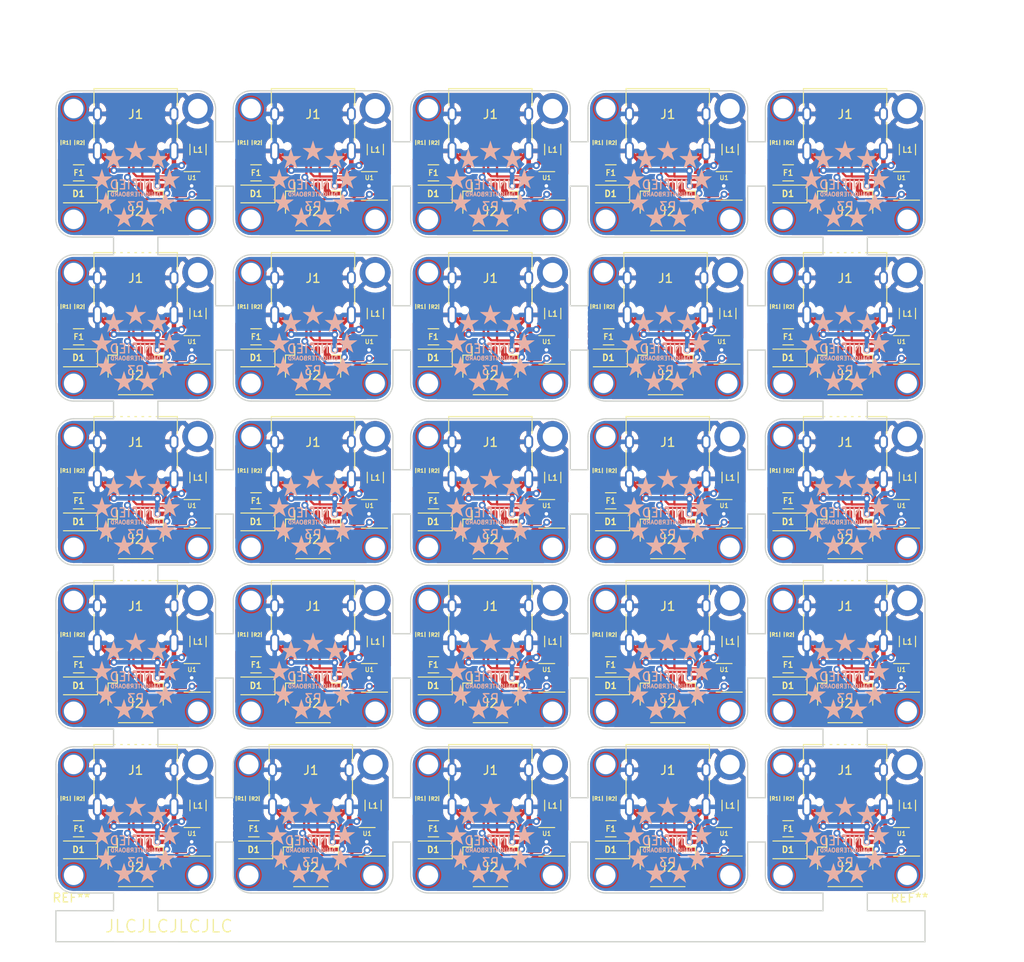
<source format=kicad_pcb>
(kicad_pcb (version 20171130) (host pcbnew "(5.1.10-1-10_14)")
  (title_block (title "Unified Daughterboard") (date 2020-03-22) (rev C3) (company "Designed by the keyboard community"))
  (layers (0 F.Cu signal) (31 B.Cu signal) (34 B.Paste user) (35 F.Paste user) (36 B.SilkS user) (37 F.SilkS user) (38 B.Mask user) (39 F.Mask user) (44 Edge.Cuts user))
  (net 0 "")
  (module Unified-Daughterboard-Logo:mouse-bite-2x5 (layer F.Cu) (at 104.0025 109.843 180)
    (fp_text reference mouse-bite-1mm-slot hide)
    (fp_text value VAL** hide)
    (pad "" np_thru_hole circle (at -0.4 -0.75 180) (size 0.5 0.5) (drill 0.5) (layers *.Cu *.Mask))
    (pad "" np_thru_hole circle (at 2 0.75 180) (size 0.5 0.5) (drill 0.5) (layers *.Cu *.Mask))
    (pad "" np_thru_hole circle (at 1.2 0.75 180) (size 0.5 0.5) (drill 0.5) (layers *.Cu *.Mask))
    (pad "" np_thru_hole circle (at 2 -0.75 180) (size 0.5 0.5) (drill 0.5) (layers *.Cu *.Mask))
    (pad "" np_thru_hole circle (at -2 0.75 180) (size 0.5 0.5) (drill 0.5) (layers *.Cu *.Mask))
    (pad "" np_thru_hole circle (at -2 -0.75 180) (size 0.5 0.5) (drill 0.5) (layers *.Cu *.Mask))
    (pad "" np_thru_hole circle (at 0.4 -0.75 180) (size 0.5 0.5) (drill 0.5) (layers *.Cu *.Mask))
    (pad "" np_thru_hole circle (at -0.4 0.75 180) (size 0.5 0.5) (drill 0.5) (layers *.Cu *.Mask))
    (pad "" np_thru_hole circle (at 1.2 -0.75 180) (size 0.5 0.5) (drill 0.5) (layers *.Cu *.Mask))
    (pad "" np_thru_hole circle (at -1.2 -0.75 180) (size 0.5 0.5) (drill 0.5) (layers *.Cu *.Mask))
    (pad "" np_thru_hole circle (at -1.2 0.75 180) (size 0.5 0.5) (drill 0.5) (layers *.Cu *.Mask))
    (pad "" np_thru_hole circle (at 0.4 0.75 180) (size 0.5 0.5) (drill 0.5) (layers *.Cu *.Mask))
  )
  (module Unified-Daughterboard-Logo:mouse-bite-2x5 (layer F.Cu) (at 34.0025 26.593 90)
    (fp_text reference mouse-bite-1mm-slot hide)
    (fp_text value VAL** hide)
    (pad "" np_thru_hole circle (at -0.4 -0.75 90) (size 0.5 0.5) (drill 0.5) (layers *.Cu *.Mask))
    (pad "" np_thru_hole circle (at 2 0.75 90) (size 0.5 0.5) (drill 0.5) (layers *.Cu *.Mask))
    (pad "" np_thru_hole circle (at 1.2 0.75 90) (size 0.5 0.5) (drill 0.5) (layers *.Cu *.Mask))
    (pad "" np_thru_hole circle (at 2 -0.75 90) (size 0.5 0.5) (drill 0.5) (layers *.Cu *.Mask))
    (pad "" np_thru_hole circle (at -2 0.75 90) (size 0.5 0.5) (drill 0.5) (layers *.Cu *.Mask))
    (pad "" np_thru_hole circle (at -2 -0.75 90) (size 0.5 0.5) (drill 0.5) (layers *.Cu *.Mask))
    (pad "" np_thru_hole circle (at 0.4 -0.75 90) (size 0.5 0.5) (drill 0.5) (layers *.Cu *.Mask))
    (pad "" np_thru_hole circle (at -0.4 0.75 90) (size 0.5 0.5) (drill 0.5) (layers *.Cu *.Mask))
    (pad "" np_thru_hole circle (at 1.2 -0.75 90) (size 0.5 0.5) (drill 0.5) (layers *.Cu *.Mask))
    (pad "" np_thru_hole circle (at -1.2 -0.75 90) (size 0.5 0.5) (drill 0.5) (layers *.Cu *.Mask))
    (pad "" np_thru_hole circle (at -1.2 0.75 90) (size 0.5 0.5) (drill 0.5) (layers *.Cu *.Mask))
    (pad "" np_thru_hole circle (at 0.4 0.75 90) (size 0.5 0.5) (drill 0.5) (layers *.Cu *.Mask))
  )
  (module Unified-Daughterboard-Logo:mouse-bite-2x5 (layer F.Cu) (at 24.0025 109.843 180)
    (fp_text reference mouse-bite-1mm-slot hide)
    (fp_text value VAL** hide)
    (pad "" np_thru_hole circle (at -0.4 -0.75 180) (size 0.5 0.5) (drill 0.5) (layers *.Cu *.Mask))
    (pad "" np_thru_hole circle (at 2 0.75 180) (size 0.5 0.5) (drill 0.5) (layers *.Cu *.Mask))
    (pad "" np_thru_hole circle (at 1.2 0.75 180) (size 0.5 0.5) (drill 0.5) (layers *.Cu *.Mask))
    (pad "" np_thru_hole circle (at 2 -0.75 180) (size 0.5 0.5) (drill 0.5) (layers *.Cu *.Mask))
    (pad "" np_thru_hole circle (at -2 0.75 180) (size 0.5 0.5) (drill 0.5) (layers *.Cu *.Mask))
    (pad "" np_thru_hole circle (at -2 -0.75 180) (size 0.5 0.5) (drill 0.5) (layers *.Cu *.Mask))
    (pad "" np_thru_hole circle (at 0.4 -0.75 180) (size 0.5 0.5) (drill 0.5) (layers *.Cu *.Mask))
    (pad "" np_thru_hole circle (at -0.4 0.75 180) (size 0.5 0.5) (drill 0.5) (layers *.Cu *.Mask))
    (pad "" np_thru_hole circle (at 1.2 -0.75 180) (size 0.5 0.5) (drill 0.5) (layers *.Cu *.Mask))
    (pad "" np_thru_hole circle (at -1.2 -0.75 180) (size 0.5 0.5) (drill 0.5) (layers *.Cu *.Mask))
    (pad "" np_thru_hole circle (at -1.2 0.75 180) (size 0.5 0.5) (drill 0.5) (layers *.Cu *.Mask))
    (pad "" np_thru_hole circle (at 0.4 0.75 180) (size 0.5 0.5) (drill 0.5) (layers *.Cu *.Mask))
  )
  (module Unified-Daughterboard-Logo:mouse-bite-2x5 (layer F.Cu) (at 24.0025 91.343 180)
    (fp_text reference mouse-bite-1mm-slot hide)
    (fp_text value VAL** hide)
    (pad "" np_thru_hole circle (at -0.4 -0.75 180) (size 0.5 0.5) (drill 0.5) (layers *.Cu *.Mask))
    (pad "" np_thru_hole circle (at 2 0.75 180) (size 0.5 0.5) (drill 0.5) (layers *.Cu *.Mask))
    (pad "" np_thru_hole circle (at 1.2 0.75 180) (size 0.5 0.5) (drill 0.5) (layers *.Cu *.Mask))
    (pad "" np_thru_hole circle (at 2 -0.75 180) (size 0.5 0.5) (drill 0.5) (layers *.Cu *.Mask))
    (pad "" np_thru_hole circle (at -2 0.75 180) (size 0.5 0.5) (drill 0.5) (layers *.Cu *.Mask))
    (pad "" np_thru_hole circle (at -2 -0.75 180) (size 0.5 0.5) (drill 0.5) (layers *.Cu *.Mask))
    (pad "" np_thru_hole circle (at 0.4 -0.75 180) (size 0.5 0.5) (drill 0.5) (layers *.Cu *.Mask))
    (pad "" np_thru_hole circle (at -0.4 0.75 180) (size 0.5 0.5) (drill 0.5) (layers *.Cu *.Mask))
    (pad "" np_thru_hole circle (at 1.2 -0.75 180) (size 0.5 0.5) (drill 0.5) (layers *.Cu *.Mask))
    (pad "" np_thru_hole circle (at -1.2 -0.75 180) (size 0.5 0.5) (drill 0.5) (layers *.Cu *.Mask))
    (pad "" np_thru_hole circle (at -1.2 0.75 180) (size 0.5 0.5) (drill 0.5) (layers *.Cu *.Mask))
    (pad "" np_thru_hole circle (at 0.4 0.75 180) (size 0.5 0.5) (drill 0.5) (layers *.Cu *.Mask))
  )
  (module Unified-Daughterboard-Logo:mouse-bite-2x5 (layer F.Cu) (at 24.0025 72.843 180)
    (fp_text reference mouse-bite-1mm-slot hide)
    (fp_text value VAL** hide)
    (pad "" np_thru_hole circle (at -0.4 -0.75 180) (size 0.5 0.5) (drill 0.5) (layers *.Cu *.Mask))
    (pad "" np_thru_hole circle (at 2 0.75 180) (size 0.5 0.5) (drill 0.5) (layers *.Cu *.Mask))
    (pad "" np_thru_hole circle (at 1.2 0.75 180) (size 0.5 0.5) (drill 0.5) (layers *.Cu *.Mask))
    (pad "" np_thru_hole circle (at 2 -0.75 180) (size 0.5 0.5) (drill 0.5) (layers *.Cu *.Mask))
    (pad "" np_thru_hole circle (at -2 0.75 180) (size 0.5 0.5) (drill 0.5) (layers *.Cu *.Mask))
    (pad "" np_thru_hole circle (at -2 -0.75 180) (size 0.5 0.5) (drill 0.5) (layers *.Cu *.Mask))
    (pad "" np_thru_hole circle (at 0.4 -0.75 180) (size 0.5 0.5) (drill 0.5) (layers *.Cu *.Mask))
    (pad "" np_thru_hole circle (at -0.4 0.75 180) (size 0.5 0.5) (drill 0.5) (layers *.Cu *.Mask))
    (pad "" np_thru_hole circle (at 1.2 -0.75 180) (size 0.5 0.5) (drill 0.5) (layers *.Cu *.Mask))
    (pad "" np_thru_hole circle (at -1.2 -0.75 180) (size 0.5 0.5) (drill 0.5) (layers *.Cu *.Mask))
    (pad "" np_thru_hole circle (at -1.2 0.75 180) (size 0.5 0.5) (drill 0.5) (layers *.Cu *.Mask))
    (pad "" np_thru_hole circle (at 0.4 0.75 180) (size 0.5 0.5) (drill 0.5) (layers *.Cu *.Mask))
  )
  (module Unified-Daughterboard-Logo:mouse-bite-2x5 (layer F.Cu) (at 24.0025 54.343 180)
    (fp_text reference mouse-bite-1mm-slot hide)
    (fp_text value VAL** hide)
    (pad "" np_thru_hole circle (at -0.4 -0.75 180) (size 0.5 0.5) (drill 0.5) (layers *.Cu *.Mask))
    (pad "" np_thru_hole circle (at 2 0.75 180) (size 0.5 0.5) (drill 0.5) (layers *.Cu *.Mask))
    (pad "" np_thru_hole circle (at 1.2 0.75 180) (size 0.5 0.5) (drill 0.5) (layers *.Cu *.Mask))
    (pad "" np_thru_hole circle (at 2 -0.75 180) (size 0.5 0.5) (drill 0.5) (layers *.Cu *.Mask))
    (pad "" np_thru_hole circle (at -2 0.75 180) (size 0.5 0.5) (drill 0.5) (layers *.Cu *.Mask))
    (pad "" np_thru_hole circle (at -2 -0.75 180) (size 0.5 0.5) (drill 0.5) (layers *.Cu *.Mask))
    (pad "" np_thru_hole circle (at 0.4 -0.75 180) (size 0.5 0.5) (drill 0.5) (layers *.Cu *.Mask))
    (pad "" np_thru_hole circle (at -0.4 0.75 180) (size 0.5 0.5) (drill 0.5) (layers *.Cu *.Mask))
    (pad "" np_thru_hole circle (at 1.2 -0.75 180) (size 0.5 0.5) (drill 0.5) (layers *.Cu *.Mask))
    (pad "" np_thru_hole circle (at -1.2 -0.75 180) (size 0.5 0.5) (drill 0.5) (layers *.Cu *.Mask))
    (pad "" np_thru_hole circle (at -1.2 0.75 180) (size 0.5 0.5) (drill 0.5) (layers *.Cu *.Mask))
    (pad "" np_thru_hole circle (at 0.4 0.75 180) (size 0.5 0.5) (drill 0.5) (layers *.Cu *.Mask))
  )
  (module Unified-Daughterboard-Logo:mouse-bite-2x5 (layer F.Cu) (at 24.0025 35.843 180)
    (fp_text reference mouse-bite-1mm-slot hide)
    (fp_text value VAL** hide)
    (pad "" np_thru_hole circle (at -0.4 -0.75 180) (size 0.5 0.5) (drill 0.5) (layers *.Cu *.Mask))
    (pad "" np_thru_hole circle (at 2 0.75 180) (size 0.5 0.5) (drill 0.5) (layers *.Cu *.Mask))
    (pad "" np_thru_hole circle (at 1.2 0.75 180) (size 0.5 0.5) (drill 0.5) (layers *.Cu *.Mask))
    (pad "" np_thru_hole circle (at 2 -0.75 180) (size 0.5 0.5) (drill 0.5) (layers *.Cu *.Mask))
    (pad "" np_thru_hole circle (at -2 0.75 180) (size 0.5 0.5) (drill 0.5) (layers *.Cu *.Mask))
    (pad "" np_thru_hole circle (at -2 -0.75 180) (size 0.5 0.5) (drill 0.5) (layers *.Cu *.Mask))
    (pad "" np_thru_hole circle (at 0.4 -0.75 180) (size 0.5 0.5) (drill 0.5) (layers *.Cu *.Mask))
    (pad "" np_thru_hole circle (at -0.4 0.75 180) (size 0.5 0.5) (drill 0.5) (layers *.Cu *.Mask))
    (pad "" np_thru_hole circle (at 1.2 -0.75 180) (size 0.5 0.5) (drill 0.5) (layers *.Cu *.Mask))
    (pad "" np_thru_hole circle (at -1.2 -0.75 180) (size 0.5 0.5) (drill 0.5) (layers *.Cu *.Mask))
    (pad "" np_thru_hole circle (at -1.2 0.75 180) (size 0.5 0.5) (drill 0.5) (layers *.Cu *.Mask))
    (pad "" np_thru_hole circle (at 0.4 0.75 180) (size 0.5 0.5) (drill 0.5) (layers *.Cu *.Mask))
  )
  (module Unified-Daughterboard-Logo:mouse-bite-2x5 (layer F.Cu) (at 54.0025 100.593 90)
    (fp_text reference mouse-bite-1mm-slot hide)
    (fp_text value VAL** hide)
    (pad "" np_thru_hole circle (at -0.4 -0.75 90) (size 0.5 0.5) (drill 0.5) (layers *.Cu *.Mask))
    (pad "" np_thru_hole circle (at 2 0.75 90) (size 0.5 0.5) (drill 0.5) (layers *.Cu *.Mask))
    (pad "" np_thru_hole circle (at 1.2 0.75 90) (size 0.5 0.5) (drill 0.5) (layers *.Cu *.Mask))
    (pad "" np_thru_hole circle (at 2 -0.75 90) (size 0.5 0.5) (drill 0.5) (layers *.Cu *.Mask))
    (pad "" np_thru_hole circle (at -2 0.75 90) (size 0.5 0.5) (drill 0.5) (layers *.Cu *.Mask))
    (pad "" np_thru_hole circle (at -2 -0.75 90) (size 0.5 0.5) (drill 0.5) (layers *.Cu *.Mask))
    (pad "" np_thru_hole circle (at 0.4 -0.75 90) (size 0.5 0.5) (drill 0.5) (layers *.Cu *.Mask))
    (pad "" np_thru_hole circle (at -0.4 0.75 90) (size 0.5 0.5) (drill 0.5) (layers *.Cu *.Mask))
    (pad "" np_thru_hole circle (at 1.2 -0.75 90) (size 0.5 0.5) (drill 0.5) (layers *.Cu *.Mask))
    (pad "" np_thru_hole circle (at -1.2 -0.75 90) (size 0.5 0.5) (drill 0.5) (layers *.Cu *.Mask))
    (pad "" np_thru_hole circle (at -1.2 0.75 90) (size 0.5 0.5) (drill 0.5) (layers *.Cu *.Mask))
    (pad "" np_thru_hole circle (at 0.4 0.75 90) (size 0.5 0.5) (drill 0.5) (layers *.Cu *.Mask))
  )
  (module Unified-Daughterboard-Logo:mouse-bite-2x5 (layer F.Cu) (at 94.0025 100.593 90)
    (fp_text reference mouse-bite-1mm-slot hide)
    (fp_text value VAL** hide)
    (pad "" np_thru_hole circle (at -0.4 -0.75 90) (size 0.5 0.5) (drill 0.5) (layers *.Cu *.Mask))
    (pad "" np_thru_hole circle (at 2 0.75 90) (size 0.5 0.5) (drill 0.5) (layers *.Cu *.Mask))
    (pad "" np_thru_hole circle (at 1.2 0.75 90) (size 0.5 0.5) (drill 0.5) (layers *.Cu *.Mask))
    (pad "" np_thru_hole circle (at 2 -0.75 90) (size 0.5 0.5) (drill 0.5) (layers *.Cu *.Mask))
    (pad "" np_thru_hole circle (at -2 0.75 90) (size 0.5 0.5) (drill 0.5) (layers *.Cu *.Mask))
    (pad "" np_thru_hole circle (at -2 -0.75 90) (size 0.5 0.5) (drill 0.5) (layers *.Cu *.Mask))
    (pad "" np_thru_hole circle (at 0.4 -0.75 90) (size 0.5 0.5) (drill 0.5) (layers *.Cu *.Mask))
    (pad "" np_thru_hole circle (at -0.4 0.75 90) (size 0.5 0.5) (drill 0.5) (layers *.Cu *.Mask))
    (pad "" np_thru_hole circle (at 1.2 -0.75 90) (size 0.5 0.5) (drill 0.5) (layers *.Cu *.Mask))
    (pad "" np_thru_hole circle (at -1.2 -0.75 90) (size 0.5 0.5) (drill 0.5) (layers *.Cu *.Mask))
    (pad "" np_thru_hole circle (at -1.2 0.75 90) (size 0.5 0.5) (drill 0.5) (layers *.Cu *.Mask))
    (pad "" np_thru_hole circle (at 0.4 0.75 90) (size 0.5 0.5) (drill 0.5) (layers *.Cu *.Mask))
  )
  (module Unified-Daughterboard-Logo:mouse-bite-2x5 (layer F.Cu) (at 34.0025 100.593 90)
    (fp_text reference mouse-bite-1mm-slot hide)
    (fp_text value VAL** hide)
    (pad "" np_thru_hole circle (at -0.4 -0.75 90) (size 0.5 0.5) (drill 0.5) (layers *.Cu *.Mask))
    (pad "" np_thru_hole circle (at 2 0.75 90) (size 0.5 0.5) (drill 0.5) (layers *.Cu *.Mask))
    (pad "" np_thru_hole circle (at 1.2 0.75 90) (size 0.5 0.5) (drill 0.5) (layers *.Cu *.Mask))
    (pad "" np_thru_hole circle (at 2 -0.75 90) (size 0.5 0.5) (drill 0.5) (layers *.Cu *.Mask))
    (pad "" np_thru_hole circle (at -2 0.75 90) (size 0.5 0.5) (drill 0.5) (layers *.Cu *.Mask))
    (pad "" np_thru_hole circle (at -2 -0.75 90) (size 0.5 0.5) (drill 0.5) (layers *.Cu *.Mask))
    (pad "" np_thru_hole circle (at 0.4 -0.75 90) (size 0.5 0.5) (drill 0.5) (layers *.Cu *.Mask))
    (pad "" np_thru_hole circle (at -0.4 0.75 90) (size 0.5 0.5) (drill 0.5) (layers *.Cu *.Mask))
    (pad "" np_thru_hole circle (at 1.2 -0.75 90) (size 0.5 0.5) (drill 0.5) (layers *.Cu *.Mask))
    (pad "" np_thru_hole circle (at -1.2 -0.75 90) (size 0.5 0.5) (drill 0.5) (layers *.Cu *.Mask))
    (pad "" np_thru_hole circle (at -1.2 0.75 90) (size 0.5 0.5) (drill 0.5) (layers *.Cu *.Mask))
    (pad "" np_thru_hole circle (at 0.4 0.75 90) (size 0.5 0.5) (drill 0.5) (layers *.Cu *.Mask))
  )
  (module Unified-Daughterboard-Logo:mouse-bite-2x5 (layer F.Cu) (at 74.0025 100.593 90)
    (fp_text reference mouse-bite-1mm-slot hide)
    (fp_text value VAL** hide)
    (pad "" np_thru_hole circle (at -0.4 -0.75 90) (size 0.5 0.5) (drill 0.5) (layers *.Cu *.Mask))
    (pad "" np_thru_hole circle (at 2 0.75 90) (size 0.5 0.5) (drill 0.5) (layers *.Cu *.Mask))
    (pad "" np_thru_hole circle (at 1.2 0.75 90) (size 0.5 0.5) (drill 0.5) (layers *.Cu *.Mask))
    (pad "" np_thru_hole circle (at 2 -0.75 90) (size 0.5 0.5) (drill 0.5) (layers *.Cu *.Mask))
    (pad "" np_thru_hole circle (at -2 0.75 90) (size 0.5 0.5) (drill 0.5) (layers *.Cu *.Mask))
    (pad "" np_thru_hole circle (at -2 -0.75 90) (size 0.5 0.5) (drill 0.5) (layers *.Cu *.Mask))
    (pad "" np_thru_hole circle (at 0.4 -0.75 90) (size 0.5 0.5) (drill 0.5) (layers *.Cu *.Mask))
    (pad "" np_thru_hole circle (at -0.4 0.75 90) (size 0.5 0.5) (drill 0.5) (layers *.Cu *.Mask))
    (pad "" np_thru_hole circle (at 1.2 -0.75 90) (size 0.5 0.5) (drill 0.5) (layers *.Cu *.Mask))
    (pad "" np_thru_hole circle (at -1.2 -0.75 90) (size 0.5 0.5) (drill 0.5) (layers *.Cu *.Mask))
    (pad "" np_thru_hole circle (at -1.2 0.75 90) (size 0.5 0.5) (drill 0.5) (layers *.Cu *.Mask))
    (pad "" np_thru_hole circle (at 0.4 0.75 90) (size 0.5 0.5) (drill 0.5) (layers *.Cu *.Mask))
  )
  (module Unified-Daughterboard-Logo:mouse-bite-2x5 (layer F.Cu) (at 54.0025 82.093 90)
    (fp_text reference mouse-bite-1mm-slot hide)
    (fp_text value VAL** hide)
    (pad "" np_thru_hole circle (at -0.4 -0.75 90) (size 0.5 0.5) (drill 0.5) (layers *.Cu *.Mask))
    (pad "" np_thru_hole circle (at 2 0.75 90) (size 0.5 0.5) (drill 0.5) (layers *.Cu *.Mask))
    (pad "" np_thru_hole circle (at 1.2 0.75 90) (size 0.5 0.5) (drill 0.5) (layers *.Cu *.Mask))
    (pad "" np_thru_hole circle (at 2 -0.75 90) (size 0.5 0.5) (drill 0.5) (layers *.Cu *.Mask))
    (pad "" np_thru_hole circle (at -2 0.75 90) (size 0.5 0.5) (drill 0.5) (layers *.Cu *.Mask))
    (pad "" np_thru_hole circle (at -2 -0.75 90) (size 0.5 0.5) (drill 0.5) (layers *.Cu *.Mask))
    (pad "" np_thru_hole circle (at 0.4 -0.75 90) (size 0.5 0.5) (drill 0.5) (layers *.Cu *.Mask))
    (pad "" np_thru_hole circle (at -0.4 0.75 90) (size 0.5 0.5) (drill 0.5) (layers *.Cu *.Mask))
    (pad "" np_thru_hole circle (at 1.2 -0.75 90) (size 0.5 0.5) (drill 0.5) (layers *.Cu *.Mask))
    (pad "" np_thru_hole circle (at -1.2 -0.75 90) (size 0.5 0.5) (drill 0.5) (layers *.Cu *.Mask))
    (pad "" np_thru_hole circle (at -1.2 0.75 90) (size 0.5 0.5) (drill 0.5) (layers *.Cu *.Mask))
    (pad "" np_thru_hole circle (at 0.4 0.75 90) (size 0.5 0.5) (drill 0.5) (layers *.Cu *.Mask))
  )
  (module Unified-Daughterboard-Logo:mouse-bite-2x5 (layer F.Cu) (at 74.0025 82.093 90)
    (fp_text reference mouse-bite-1mm-slot hide)
    (fp_text value VAL** hide)
    (pad "" np_thru_hole circle (at -0.4 -0.75 90) (size 0.5 0.5) (drill 0.5) (layers *.Cu *.Mask))
    (pad "" np_thru_hole circle (at 2 0.75 90) (size 0.5 0.5) (drill 0.5) (layers *.Cu *.Mask))
    (pad "" np_thru_hole circle (at 1.2 0.75 90) (size 0.5 0.5) (drill 0.5) (layers *.Cu *.Mask))
    (pad "" np_thru_hole circle (at 2 -0.75 90) (size 0.5 0.5) (drill 0.5) (layers *.Cu *.Mask))
    (pad "" np_thru_hole circle (at -2 0.75 90) (size 0.5 0.5) (drill 0.5) (layers *.Cu *.Mask))
    (pad "" np_thru_hole circle (at -2 -0.75 90) (size 0.5 0.5) (drill 0.5) (layers *.Cu *.Mask))
    (pad "" np_thru_hole circle (at 0.4 -0.75 90) (size 0.5 0.5) (drill 0.5) (layers *.Cu *.Mask))
    (pad "" np_thru_hole circle (at -0.4 0.75 90) (size 0.5 0.5) (drill 0.5) (layers *.Cu *.Mask))
    (pad "" np_thru_hole circle (at 1.2 -0.75 90) (size 0.5 0.5) (drill 0.5) (layers *.Cu *.Mask))
    (pad "" np_thru_hole circle (at -1.2 -0.75 90) (size 0.5 0.5) (drill 0.5) (layers *.Cu *.Mask))
    (pad "" np_thru_hole circle (at -1.2 0.75 90) (size 0.5 0.5) (drill 0.5) (layers *.Cu *.Mask))
    (pad "" np_thru_hole circle (at 0.4 0.75 90) (size 0.5 0.5) (drill 0.5) (layers *.Cu *.Mask))
  )
  (module Unified-Daughterboard-Logo:mouse-bite-2x5 (layer F.Cu) (at 34.0025 82.093 90)
    (fp_text reference mouse-bite-1mm-slot hide)
    (fp_text value VAL** hide)
    (pad "" np_thru_hole circle (at -0.4 -0.75 90) (size 0.5 0.5) (drill 0.5) (layers *.Cu *.Mask))
    (pad "" np_thru_hole circle (at 2 0.75 90) (size 0.5 0.5) (drill 0.5) (layers *.Cu *.Mask))
    (pad "" np_thru_hole circle (at 1.2 0.75 90) (size 0.5 0.5) (drill 0.5) (layers *.Cu *.Mask))
    (pad "" np_thru_hole circle (at 2 -0.75 90) (size 0.5 0.5) (drill 0.5) (layers *.Cu *.Mask))
    (pad "" np_thru_hole circle (at -2 0.75 90) (size 0.5 0.5) (drill 0.5) (layers *.Cu *.Mask))
    (pad "" np_thru_hole circle (at -2 -0.75 90) (size 0.5 0.5) (drill 0.5) (layers *.Cu *.Mask))
    (pad "" np_thru_hole circle (at 0.4 -0.75 90) (size 0.5 0.5) (drill 0.5) (layers *.Cu *.Mask))
    (pad "" np_thru_hole circle (at -0.4 0.75 90) (size 0.5 0.5) (drill 0.5) (layers *.Cu *.Mask))
    (pad "" np_thru_hole circle (at 1.2 -0.75 90) (size 0.5 0.5) (drill 0.5) (layers *.Cu *.Mask))
    (pad "" np_thru_hole circle (at -1.2 -0.75 90) (size 0.5 0.5) (drill 0.5) (layers *.Cu *.Mask))
    (pad "" np_thru_hole circle (at -1.2 0.75 90) (size 0.5 0.5) (drill 0.5) (layers *.Cu *.Mask))
    (pad "" np_thru_hole circle (at 0.4 0.75 90) (size 0.5 0.5) (drill 0.5) (layers *.Cu *.Mask))
  )
  (module Unified-Daughterboard-Logo:mouse-bite-2x5 (layer F.Cu) (at 94.0025 82.093 90)
    (fp_text reference mouse-bite-1mm-slot hide)
    (fp_text value VAL** hide)
    (pad "" np_thru_hole circle (at -0.4 -0.75 90) (size 0.5 0.5) (drill 0.5) (layers *.Cu *.Mask))
    (pad "" np_thru_hole circle (at 2 0.75 90) (size 0.5 0.5) (drill 0.5) (layers *.Cu *.Mask))
    (pad "" np_thru_hole circle (at 1.2 0.75 90) (size 0.5 0.5) (drill 0.5) (layers *.Cu *.Mask))
    (pad "" np_thru_hole circle (at 2 -0.75 90) (size 0.5 0.5) (drill 0.5) (layers *.Cu *.Mask))
    (pad "" np_thru_hole circle (at -2 0.75 90) (size 0.5 0.5) (drill 0.5) (layers *.Cu *.Mask))
    (pad "" np_thru_hole circle (at -2 -0.75 90) (size 0.5 0.5) (drill 0.5) (layers *.Cu *.Mask))
    (pad "" np_thru_hole circle (at 0.4 -0.75 90) (size 0.5 0.5) (drill 0.5) (layers *.Cu *.Mask))
    (pad "" np_thru_hole circle (at -0.4 0.75 90) (size 0.5 0.5) (drill 0.5) (layers *.Cu *.Mask))
    (pad "" np_thru_hole circle (at 1.2 -0.75 90) (size 0.5 0.5) (drill 0.5) (layers *.Cu *.Mask))
    (pad "" np_thru_hole circle (at -1.2 -0.75 90) (size 0.5 0.5) (drill 0.5) (layers *.Cu *.Mask))
    (pad "" np_thru_hole circle (at -1.2 0.75 90) (size 0.5 0.5) (drill 0.5) (layers *.Cu *.Mask))
    (pad "" np_thru_hole circle (at 0.4 0.75 90) (size 0.5 0.5) (drill 0.5) (layers *.Cu *.Mask))
  )
  (module Unified-Daughterboard-Logo:mouse-bite-2x5 (layer F.Cu) (at 54.0025 63.593 90)
    (fp_text reference mouse-bite-1mm-slot hide)
    (fp_text value VAL** hide)
    (pad "" np_thru_hole circle (at -0.4 -0.75 90) (size 0.5 0.5) (drill 0.5) (layers *.Cu *.Mask))
    (pad "" np_thru_hole circle (at 2 0.75 90) (size 0.5 0.5) (drill 0.5) (layers *.Cu *.Mask))
    (pad "" np_thru_hole circle (at 1.2 0.75 90) (size 0.5 0.5) (drill 0.5) (layers *.Cu *.Mask))
    (pad "" np_thru_hole circle (at 2 -0.75 90) (size 0.5 0.5) (drill 0.5) (layers *.Cu *.Mask))
    (pad "" np_thru_hole circle (at -2 0.75 90) (size 0.5 0.5) (drill 0.5) (layers *.Cu *.Mask))
    (pad "" np_thru_hole circle (at -2 -0.75 90) (size 0.5 0.5) (drill 0.5) (layers *.Cu *.Mask))
    (pad "" np_thru_hole circle (at 0.4 -0.75 90) (size 0.5 0.5) (drill 0.5) (layers *.Cu *.Mask))
    (pad "" np_thru_hole circle (at -0.4 0.75 90) (size 0.5 0.5) (drill 0.5) (layers *.Cu *.Mask))
    (pad "" np_thru_hole circle (at 1.2 -0.75 90) (size 0.5 0.5) (drill 0.5) (layers *.Cu *.Mask))
    (pad "" np_thru_hole circle (at -1.2 -0.75 90) (size 0.5 0.5) (drill 0.5) (layers *.Cu *.Mask))
    (pad "" np_thru_hole circle (at -1.2 0.75 90) (size 0.5 0.5) (drill 0.5) (layers *.Cu *.Mask))
    (pad "" np_thru_hole circle (at 0.4 0.75 90) (size 0.5 0.5) (drill 0.5) (layers *.Cu *.Mask))
  )
  (module Unified-Daughterboard-Logo:mouse-bite-2x5 (layer F.Cu) (at 74.0025 63.593 90)
    (fp_text reference mouse-bite-1mm-slot hide)
    (fp_text value VAL** hide)
    (pad "" np_thru_hole circle (at -0.4 -0.75 90) (size 0.5 0.5) (drill 0.5) (layers *.Cu *.Mask))
    (pad "" np_thru_hole circle (at 2 0.75 90) (size 0.5 0.5) (drill 0.5) (layers *.Cu *.Mask))
    (pad "" np_thru_hole circle (at 1.2 0.75 90) (size 0.5 0.5) (drill 0.5) (layers *.Cu *.Mask))
    (pad "" np_thru_hole circle (at 2 -0.75 90) (size 0.5 0.5) (drill 0.5) (layers *.Cu *.Mask))
    (pad "" np_thru_hole circle (at -2 0.75 90) (size 0.5 0.5) (drill 0.5) (layers *.Cu *.Mask))
    (pad "" np_thru_hole circle (at -2 -0.75 90) (size 0.5 0.5) (drill 0.5) (layers *.Cu *.Mask))
    (pad "" np_thru_hole circle (at 0.4 -0.75 90) (size 0.5 0.5) (drill 0.5) (layers *.Cu *.Mask))
    (pad "" np_thru_hole circle (at -0.4 0.75 90) (size 0.5 0.5) (drill 0.5) (layers *.Cu *.Mask))
    (pad "" np_thru_hole circle (at 1.2 -0.75 90) (size 0.5 0.5) (drill 0.5) (layers *.Cu *.Mask))
    (pad "" np_thru_hole circle (at -1.2 -0.75 90) (size 0.5 0.5) (drill 0.5) (layers *.Cu *.Mask))
    (pad "" np_thru_hole circle (at -1.2 0.75 90) (size 0.5 0.5) (drill 0.5) (layers *.Cu *.Mask))
    (pad "" np_thru_hole circle (at 0.4 0.75 90) (size 0.5 0.5) (drill 0.5) (layers *.Cu *.Mask))
  )
  (module Unified-Daughterboard-Logo:mouse-bite-2x5 (layer F.Cu) (at 34.0025 63.593 90)
    (fp_text reference mouse-bite-1mm-slot hide)
    (fp_text value VAL** hide)
    (pad "" np_thru_hole circle (at -0.4 -0.75 90) (size 0.5 0.5) (drill 0.5) (layers *.Cu *.Mask))
    (pad "" np_thru_hole circle (at 2 0.75 90) (size 0.5 0.5) (drill 0.5) (layers *.Cu *.Mask))
    (pad "" np_thru_hole circle (at 1.2 0.75 90) (size 0.5 0.5) (drill 0.5) (layers *.Cu *.Mask))
    (pad "" np_thru_hole circle (at 2 -0.75 90) (size 0.5 0.5) (drill 0.5) (layers *.Cu *.Mask))
    (pad "" np_thru_hole circle (at -2 0.75 90) (size 0.5 0.5) (drill 0.5) (layers *.Cu *.Mask))
    (pad "" np_thru_hole circle (at -2 -0.75 90) (size 0.5 0.5) (drill 0.5) (layers *.Cu *.Mask))
    (pad "" np_thru_hole circle (at 0.4 -0.75 90) (size 0.5 0.5) (drill 0.5) (layers *.Cu *.Mask))
    (pad "" np_thru_hole circle (at -0.4 0.75 90) (size 0.5 0.5) (drill 0.5) (layers *.Cu *.Mask))
    (pad "" np_thru_hole circle (at 1.2 -0.75 90) (size 0.5 0.5) (drill 0.5) (layers *.Cu *.Mask))
    (pad "" np_thru_hole circle (at -1.2 -0.75 90) (size 0.5 0.5) (drill 0.5) (layers *.Cu *.Mask))
    (pad "" np_thru_hole circle (at -1.2 0.75 90) (size 0.5 0.5) (drill 0.5) (layers *.Cu *.Mask))
    (pad "" np_thru_hole circle (at 0.4 0.75 90) (size 0.5 0.5) (drill 0.5) (layers *.Cu *.Mask))
  )
  (module Unified-Daughterboard-Logo:mouse-bite-2x5 (layer F.Cu) (at 94.0025 63.593 90)
    (fp_text reference mouse-bite-1mm-slot hide)
    (fp_text value VAL** hide)
    (pad "" np_thru_hole circle (at -0.4 -0.75 90) (size 0.5 0.5) (drill 0.5) (layers *.Cu *.Mask))
    (pad "" np_thru_hole circle (at 2 0.75 90) (size 0.5 0.5) (drill 0.5) (layers *.Cu *.Mask))
    (pad "" np_thru_hole circle (at 1.2 0.75 90) (size 0.5 0.5) (drill 0.5) (layers *.Cu *.Mask))
    (pad "" np_thru_hole circle (at 2 -0.75 90) (size 0.5 0.5) (drill 0.5) (layers *.Cu *.Mask))
    (pad "" np_thru_hole circle (at -2 0.75 90) (size 0.5 0.5) (drill 0.5) (layers *.Cu *.Mask))
    (pad "" np_thru_hole circle (at -2 -0.75 90) (size 0.5 0.5) (drill 0.5) (layers *.Cu *.Mask))
    (pad "" np_thru_hole circle (at 0.4 -0.75 90) (size 0.5 0.5) (drill 0.5) (layers *.Cu *.Mask))
    (pad "" np_thru_hole circle (at -0.4 0.75 90) (size 0.5 0.5) (drill 0.5) (layers *.Cu *.Mask))
    (pad "" np_thru_hole circle (at 1.2 -0.75 90) (size 0.5 0.5) (drill 0.5) (layers *.Cu *.Mask))
    (pad "" np_thru_hole circle (at -1.2 -0.75 90) (size 0.5 0.5) (drill 0.5) (layers *.Cu *.Mask))
    (pad "" np_thru_hole circle (at -1.2 0.75 90) (size 0.5 0.5) (drill 0.5) (layers *.Cu *.Mask))
    (pad "" np_thru_hole circle (at 0.4 0.75 90) (size 0.5 0.5) (drill 0.5) (layers *.Cu *.Mask))
  )
  (module Unified-Daughterboard-Logo:mouse-bite-2x5 (layer F.Cu) (at 94.0025 45.093 90)
    (fp_text reference mouse-bite-1mm-slot hide)
    (fp_text value VAL** hide)
    (pad "" np_thru_hole circle (at -0.4 -0.75 90) (size 0.5 0.5) (drill 0.5) (layers *.Cu *.Mask))
    (pad "" np_thru_hole circle (at 2 0.75 90) (size 0.5 0.5) (drill 0.5) (layers *.Cu *.Mask))
    (pad "" np_thru_hole circle (at 1.2 0.75 90) (size 0.5 0.5) (drill 0.5) (layers *.Cu *.Mask))
    (pad "" np_thru_hole circle (at 2 -0.75 90) (size 0.5 0.5) (drill 0.5) (layers *.Cu *.Mask))
    (pad "" np_thru_hole circle (at -2 0.75 90) (size 0.5 0.5) (drill 0.5) (layers *.Cu *.Mask))
    (pad "" np_thru_hole circle (at -2 -0.75 90) (size 0.5 0.5) (drill 0.5) (layers *.Cu *.Mask))
    (pad "" np_thru_hole circle (at 0.4 -0.75 90) (size 0.5 0.5) (drill 0.5) (layers *.Cu *.Mask))
    (pad "" np_thru_hole circle (at -0.4 0.75 90) (size 0.5 0.5) (drill 0.5) (layers *.Cu *.Mask))
    (pad "" np_thru_hole circle (at 1.2 -0.75 90) (size 0.5 0.5) (drill 0.5) (layers *.Cu *.Mask))
    (pad "" np_thru_hole circle (at -1.2 -0.75 90) (size 0.5 0.5) (drill 0.5) (layers *.Cu *.Mask))
    (pad "" np_thru_hole circle (at -1.2 0.75 90) (size 0.5 0.5) (drill 0.5) (layers *.Cu *.Mask))
    (pad "" np_thru_hole circle (at 0.4 0.75 90) (size 0.5 0.5) (drill 0.5) (layers *.Cu *.Mask))
  )
  (module Unified-Daughterboard-Logo:mouse-bite-2x5 (layer F.Cu) (at 34.0025 45.093 90)
    (fp_text reference mouse-bite-1mm-slot hide)
    (fp_text value VAL** hide)
    (pad "" np_thru_hole circle (at -0.4 -0.75 90) (size 0.5 0.5) (drill 0.5) (layers *.Cu *.Mask))
    (pad "" np_thru_hole circle (at 2 0.75 90) (size 0.5 0.5) (drill 0.5) (layers *.Cu *.Mask))
    (pad "" np_thru_hole circle (at 1.2 0.75 90) (size 0.5 0.5) (drill 0.5) (layers *.Cu *.Mask))
    (pad "" np_thru_hole circle (at 2 -0.75 90) (size 0.5 0.5) (drill 0.5) (layers *.Cu *.Mask))
    (pad "" np_thru_hole circle (at -2 0.75 90) (size 0.5 0.5) (drill 0.5) (layers *.Cu *.Mask))
    (pad "" np_thru_hole circle (at -2 -0.75 90) (size 0.5 0.5) (drill 0.5) (layers *.Cu *.Mask))
    (pad "" np_thru_hole circle (at 0.4 -0.75 90) (size 0.5 0.5) (drill 0.5) (layers *.Cu *.Mask))
    (pad "" np_thru_hole circle (at -0.4 0.75 90) (size 0.5 0.5) (drill 0.5) (layers *.Cu *.Mask))
    (pad "" np_thru_hole circle (at 1.2 -0.75 90) (size 0.5 0.5) (drill 0.5) (layers *.Cu *.Mask))
    (pad "" np_thru_hole circle (at -1.2 -0.75 90) (size 0.5 0.5) (drill 0.5) (layers *.Cu *.Mask))
    (pad "" np_thru_hole circle (at -1.2 0.75 90) (size 0.5 0.5) (drill 0.5) (layers *.Cu *.Mask))
    (pad "" np_thru_hole circle (at 0.4 0.75 90) (size 0.5 0.5) (drill 0.5) (layers *.Cu *.Mask))
  )
  (module Unified-Daughterboard-Logo:mouse-bite-2x5 (layer F.Cu) (at 54.0025 45.093 90)
    (fp_text reference mouse-bite-1mm-slot hide)
    (fp_text value VAL** hide)
    (pad "" np_thru_hole circle (at -0.4 -0.75 90) (size 0.5 0.5) (drill 0.5) (layers *.Cu *.Mask))
    (pad "" np_thru_hole circle (at 2 0.75 90) (size 0.5 0.5) (drill 0.5) (layers *.Cu *.Mask))
    (pad "" np_thru_hole circle (at 1.2 0.75 90) (size 0.5 0.5) (drill 0.5) (layers *.Cu *.Mask))
    (pad "" np_thru_hole circle (at 2 -0.75 90) (size 0.5 0.5) (drill 0.5) (layers *.Cu *.Mask))
    (pad "" np_thru_hole circle (at -2 0.75 90) (size 0.5 0.5) (drill 0.5) (layers *.Cu *.Mask))
    (pad "" np_thru_hole circle (at -2 -0.75 90) (size 0.5 0.5) (drill 0.5) (layers *.Cu *.Mask))
    (pad "" np_thru_hole circle (at 0.4 -0.75 90) (size 0.5 0.5) (drill 0.5) (layers *.Cu *.Mask))
    (pad "" np_thru_hole circle (at -0.4 0.75 90) (size 0.5 0.5) (drill 0.5) (layers *.Cu *.Mask))
    (pad "" np_thru_hole circle (at 1.2 -0.75 90) (size 0.5 0.5) (drill 0.5) (layers *.Cu *.Mask))
    (pad "" np_thru_hole circle (at -1.2 -0.75 90) (size 0.5 0.5) (drill 0.5) (layers *.Cu *.Mask))
    (pad "" np_thru_hole circle (at -1.2 0.75 90) (size 0.5 0.5) (drill 0.5) (layers *.Cu *.Mask))
    (pad "" np_thru_hole circle (at 0.4 0.75 90) (size 0.5 0.5) (drill 0.5) (layers *.Cu *.Mask))
  )
  (module Unified-Daughterboard-Logo:mouse-bite-2x5 (layer F.Cu) (at 74.0025 45.093 90)
    (fp_text reference mouse-bite-1mm-slot hide)
    (fp_text value VAL** hide)
    (pad "" np_thru_hole circle (at -0.4 -0.75 90) (size 0.5 0.5) (drill 0.5) (layers *.Cu *.Mask))
    (pad "" np_thru_hole circle (at 2 0.75 90) (size 0.5 0.5) (drill 0.5) (layers *.Cu *.Mask))
    (pad "" np_thru_hole circle (at 1.2 0.75 90) (size 0.5 0.5) (drill 0.5) (layers *.Cu *.Mask))
    (pad "" np_thru_hole circle (at 2 -0.75 90) (size 0.5 0.5) (drill 0.5) (layers *.Cu *.Mask))
    (pad "" np_thru_hole circle (at -2 0.75 90) (size 0.5 0.5) (drill 0.5) (layers *.Cu *.Mask))
    (pad "" np_thru_hole circle (at -2 -0.75 90) (size 0.5 0.5) (drill 0.5) (layers *.Cu *.Mask))
    (pad "" np_thru_hole circle (at 0.4 -0.75 90) (size 0.5 0.5) (drill 0.5) (layers *.Cu *.Mask))
    (pad "" np_thru_hole circle (at -0.4 0.75 90) (size 0.5 0.5) (drill 0.5) (layers *.Cu *.Mask))
    (pad "" np_thru_hole circle (at 1.2 -0.75 90) (size 0.5 0.5) (drill 0.5) (layers *.Cu *.Mask))
    (pad "" np_thru_hole circle (at -1.2 -0.75 90) (size 0.5 0.5) (drill 0.5) (layers *.Cu *.Mask))
    (pad "" np_thru_hole circle (at -1.2 0.75 90) (size 0.5 0.5) (drill 0.5) (layers *.Cu *.Mask))
    (pad "" np_thru_hole circle (at 0.4 0.75 90) (size 0.5 0.5) (drill 0.5) (layers *.Cu *.Mask))
  )
  (module Unified-Daughterboard-Logo:mouse-bite-2x5 (layer F.Cu) (at 104.0025 91.343 180)
    (fp_text reference mouse-bite-1mm-slot hide)
    (fp_text value VAL** hide)
    (pad "" np_thru_hole circle (at -0.4 -0.75 180) (size 0.5 0.5) (drill 0.5) (layers *.Cu *.Mask))
    (pad "" np_thru_hole circle (at 2 0.75 180) (size 0.5 0.5) (drill 0.5) (layers *.Cu *.Mask))
    (pad "" np_thru_hole circle (at 1.2 0.75 180) (size 0.5 0.5) (drill 0.5) (layers *.Cu *.Mask))
    (pad "" np_thru_hole circle (at 2 -0.75 180) (size 0.5 0.5) (drill 0.5) (layers *.Cu *.Mask))
    (pad "" np_thru_hole circle (at -2 0.75 180) (size 0.5 0.5) (drill 0.5) (layers *.Cu *.Mask))
    (pad "" np_thru_hole circle (at -2 -0.75 180) (size 0.5 0.5) (drill 0.5) (layers *.Cu *.Mask))
    (pad "" np_thru_hole circle (at 0.4 -0.75 180) (size 0.5 0.5) (drill 0.5) (layers *.Cu *.Mask))
    (pad "" np_thru_hole circle (at -0.4 0.75 180) (size 0.5 0.5) (drill 0.5) (layers *.Cu *.Mask))
    (pad "" np_thru_hole circle (at 1.2 -0.75 180) (size 0.5 0.5) (drill 0.5) (layers *.Cu *.Mask))
    (pad "" np_thru_hole circle (at -1.2 -0.75 180) (size 0.5 0.5) (drill 0.5) (layers *.Cu *.Mask))
    (pad "" np_thru_hole circle (at -1.2 0.75 180) (size 0.5 0.5) (drill 0.5) (layers *.Cu *.Mask))
    (pad "" np_thru_hole circle (at 0.4 0.75 180) (size 0.5 0.5) (drill 0.5) (layers *.Cu *.Mask))
  )
  (module Unified-Daughterboard-Logo:mouse-bite-2x5 (layer F.Cu) (at 104.0025 72.843 180)
    (fp_text reference mouse-bite-1mm-slot hide)
    (fp_text value VAL** hide)
    (pad "" np_thru_hole circle (at -0.4 -0.75 180) (size 0.5 0.5) (drill 0.5) (layers *.Cu *.Mask))
    (pad "" np_thru_hole circle (at 2 0.75 180) (size 0.5 0.5) (drill 0.5) (layers *.Cu *.Mask))
    (pad "" np_thru_hole circle (at 1.2 0.75 180) (size 0.5 0.5) (drill 0.5) (layers *.Cu *.Mask))
    (pad "" np_thru_hole circle (at 2 -0.75 180) (size 0.5 0.5) (drill 0.5) (layers *.Cu *.Mask))
    (pad "" np_thru_hole circle (at -2 0.75 180) (size 0.5 0.5) (drill 0.5) (layers *.Cu *.Mask))
    (pad "" np_thru_hole circle (at -2 -0.75 180) (size 0.5 0.5) (drill 0.5) (layers *.Cu *.Mask))
    (pad "" np_thru_hole circle (at 0.4 -0.75 180) (size 0.5 0.5) (drill 0.5) (layers *.Cu *.Mask))
    (pad "" np_thru_hole circle (at -0.4 0.75 180) (size 0.5 0.5) (drill 0.5) (layers *.Cu *.Mask))
    (pad "" np_thru_hole circle (at 1.2 -0.75 180) (size 0.5 0.5) (drill 0.5) (layers *.Cu *.Mask))
    (pad "" np_thru_hole circle (at -1.2 -0.75 180) (size 0.5 0.5) (drill 0.5) (layers *.Cu *.Mask))
    (pad "" np_thru_hole circle (at -1.2 0.75 180) (size 0.5 0.5) (drill 0.5) (layers *.Cu *.Mask))
    (pad "" np_thru_hole circle (at 0.4 0.75 180) (size 0.5 0.5) (drill 0.5) (layers *.Cu *.Mask))
  )
  (module Unified-Daughterboard-Logo:mouse-bite-2x5 (layer F.Cu) (at 104.0025 54.343 180)
    (fp_text reference mouse-bite-1mm-slot hide)
    (fp_text value VAL** hide)
    (pad "" np_thru_hole circle (at -0.4 -0.75 180) (size 0.5 0.5) (drill 0.5) (layers *.Cu *.Mask))
    (pad "" np_thru_hole circle (at 2 0.75 180) (size 0.5 0.5) (drill 0.5) (layers *.Cu *.Mask))
    (pad "" np_thru_hole circle (at 1.2 0.75 180) (size 0.5 0.5) (drill 0.5) (layers *.Cu *.Mask))
    (pad "" np_thru_hole circle (at 2 -0.75 180) (size 0.5 0.5) (drill 0.5) (layers *.Cu *.Mask))
    (pad "" np_thru_hole circle (at -2 0.75 180) (size 0.5 0.5) (drill 0.5) (layers *.Cu *.Mask))
    (pad "" np_thru_hole circle (at -2 -0.75 180) (size 0.5 0.5) (drill 0.5) (layers *.Cu *.Mask))
    (pad "" np_thru_hole circle (at 0.4 -0.75 180) (size 0.5 0.5) (drill 0.5) (layers *.Cu *.Mask))
    (pad "" np_thru_hole circle (at -0.4 0.75 180) (size 0.5 0.5) (drill 0.5) (layers *.Cu *.Mask))
    (pad "" np_thru_hole circle (at 1.2 -0.75 180) (size 0.5 0.5) (drill 0.5) (layers *.Cu *.Mask))
    (pad "" np_thru_hole circle (at -1.2 -0.75 180) (size 0.5 0.5) (drill 0.5) (layers *.Cu *.Mask))
    (pad "" np_thru_hole circle (at -1.2 0.75 180) (size 0.5 0.5) (drill 0.5) (layers *.Cu *.Mask))
    (pad "" np_thru_hole circle (at 0.4 0.75 180) (size 0.5 0.5) (drill 0.5) (layers *.Cu *.Mask))
  )
  (module Unified-Daughterboard-Logo:mouse-bite-2x5 (layer F.Cu) (at 104.0025 35.843 180)
    (fp_text reference mouse-bite-1mm-slot hide)
    (fp_text value VAL** hide)
    (pad "" np_thru_hole circle (at -0.4 -0.75 180) (size 0.5 0.5) (drill 0.5) (layers *.Cu *.Mask))
    (pad "" np_thru_hole circle (at 2 0.75 180) (size 0.5 0.5) (drill 0.5) (layers *.Cu *.Mask))
    (pad "" np_thru_hole circle (at 1.2 0.75 180) (size 0.5 0.5) (drill 0.5) (layers *.Cu *.Mask))
    (pad "" np_thru_hole circle (at 2 -0.75 180) (size 0.5 0.5) (drill 0.5) (layers *.Cu *.Mask))
    (pad "" np_thru_hole circle (at -2 0.75 180) (size 0.5 0.5) (drill 0.5) (layers *.Cu *.Mask))
    (pad "" np_thru_hole circle (at -2 -0.75 180) (size 0.5 0.5) (drill 0.5) (layers *.Cu *.Mask))
    (pad "" np_thru_hole circle (at 0.4 -0.75 180) (size 0.5 0.5) (drill 0.5) (layers *.Cu *.Mask))
    (pad "" np_thru_hole circle (at -0.4 0.75 180) (size 0.5 0.5) (drill 0.5) (layers *.Cu *.Mask))
    (pad "" np_thru_hole circle (at 1.2 -0.75 180) (size 0.5 0.5) (drill 0.5) (layers *.Cu *.Mask))
    (pad "" np_thru_hole circle (at -1.2 -0.75 180) (size 0.5 0.5) (drill 0.5) (layers *.Cu *.Mask))
    (pad "" np_thru_hole circle (at -1.2 0.75 180) (size 0.5 0.5) (drill 0.5) (layers *.Cu *.Mask))
    (pad "" np_thru_hole circle (at 0.4 0.75 180) (size 0.5 0.5) (drill 0.5) (layers *.Cu *.Mask))
  )
  (module Unified-Daughterboard-Logo:mouse-bite-2x5 (layer F.Cu) (at 94.0025 26.593 90)
    (fp_text reference mouse-bite-1mm-slot hide)
    (fp_text value VAL** hide)
    (pad "" np_thru_hole circle (at -0.4 -0.75 90) (size 0.5 0.5) (drill 0.5) (layers *.Cu *.Mask))
    (pad "" np_thru_hole circle (at 2 0.75 90) (size 0.5 0.5) (drill 0.5) (layers *.Cu *.Mask))
    (pad "" np_thru_hole circle (at 1.2 0.75 90) (size 0.5 0.5) (drill 0.5) (layers *.Cu *.Mask))
    (pad "" np_thru_hole circle (at 2 -0.75 90) (size 0.5 0.5) (drill 0.5) (layers *.Cu *.Mask))
    (pad "" np_thru_hole circle (at -2 0.75 90) (size 0.5 0.5) (drill 0.5) (layers *.Cu *.Mask))
    (pad "" np_thru_hole circle (at -2 -0.75 90) (size 0.5 0.5) (drill 0.5) (layers *.Cu *.Mask))
    (pad "" np_thru_hole circle (at 0.4 -0.75 90) (size 0.5 0.5) (drill 0.5) (layers *.Cu *.Mask))
    (pad "" np_thru_hole circle (at -0.4 0.75 90) (size 0.5 0.5) (drill 0.5) (layers *.Cu *.Mask))
    (pad "" np_thru_hole circle (at 1.2 -0.75 90) (size 0.5 0.5) (drill 0.5) (layers *.Cu *.Mask))
    (pad "" np_thru_hole circle (at -1.2 -0.75 90) (size 0.5 0.5) (drill 0.5) (layers *.Cu *.Mask))
    (pad "" np_thru_hole circle (at -1.2 0.75 90) (size 0.5 0.5) (drill 0.5) (layers *.Cu *.Mask))
    (pad "" np_thru_hole circle (at 0.4 0.75 90) (size 0.5 0.5) (drill 0.5) (layers *.Cu *.Mask))
  )
  (module Unified-Daughterboard-Logo:mouse-bite-2x5 (layer F.Cu) (at 74.0025 26.593 90)
    (fp_text reference mouse-bite-1mm-slot hide)
    (fp_text value VAL** hide)
    (pad "" np_thru_hole circle (at -0.4 -0.75 90) (size 0.5 0.5) (drill 0.5) (layers *.Cu *.Mask))
    (pad "" np_thru_hole circle (at 2 0.75 90) (size 0.5 0.5) (drill 0.5) (layers *.Cu *.Mask))
    (pad "" np_thru_hole circle (at 1.2 0.75 90) (size 0.5 0.5) (drill 0.5) (layers *.Cu *.Mask))
    (pad "" np_thru_hole circle (at 2 -0.75 90) (size 0.5 0.5) (drill 0.5) (layers *.Cu *.Mask))
    (pad "" np_thru_hole circle (at -2 0.75 90) (size 0.5 0.5) (drill 0.5) (layers *.Cu *.Mask))
    (pad "" np_thru_hole circle (at -2 -0.75 90) (size 0.5 0.5) (drill 0.5) (layers *.Cu *.Mask))
    (pad "" np_thru_hole circle (at 0.4 -0.75 90) (size 0.5 0.5) (drill 0.5) (layers *.Cu *.Mask))
    (pad "" np_thru_hole circle (at -0.4 0.75 90) (size 0.5 0.5) (drill 0.5) (layers *.Cu *.Mask))
    (pad "" np_thru_hole circle (at 1.2 -0.75 90) (size 0.5 0.5) (drill 0.5) (layers *.Cu *.Mask))
    (pad "" np_thru_hole circle (at -1.2 -0.75 90) (size 0.5 0.5) (drill 0.5) (layers *.Cu *.Mask))
    (pad "" np_thru_hole circle (at -1.2 0.75 90) (size 0.5 0.5) (drill 0.5) (layers *.Cu *.Mask))
    (pad "" np_thru_hole circle (at 0.4 0.75 90) (size 0.5 0.5) (drill 0.5) (layers *.Cu *.Mask))
  )
  (module Unified-Daughterboard-Logo:mouse-bite-2x5 (layer F.Cu) (at 54.0025 26.593 90)
    (fp_text reference mouse-bite-1mm-slot hide)
    (fp_text value VAL** hide)
    (pad "" np_thru_hole circle (at -0.4 -0.75 90) (size 0.5 0.5) (drill 0.5) (layers *.Cu *.Mask))
    (pad "" np_thru_hole circle (at 2 0.75 90) (size 0.5 0.5) (drill 0.5) (layers *.Cu *.Mask))
    (pad "" np_thru_hole circle (at 1.2 0.75 90) (size 0.5 0.5) (drill 0.5) (layers *.Cu *.Mask))
    (pad "" np_thru_hole circle (at 2 -0.75 90) (size 0.5 0.5) (drill 0.5) (layers *.Cu *.Mask))
    (pad "" np_thru_hole circle (at -2 0.75 90) (size 0.5 0.5) (drill 0.5) (layers *.Cu *.Mask))
    (pad "" np_thru_hole circle (at -2 -0.75 90) (size 0.5 0.5) (drill 0.5) (layers *.Cu *.Mask))
    (pad "" np_thru_hole circle (at 0.4 -0.75 90) (size 0.5 0.5) (drill 0.5) (layers *.Cu *.Mask))
    (pad "" np_thru_hole circle (at -0.4 0.75 90) (size 0.5 0.5) (drill 0.5) (layers *.Cu *.Mask))
    (pad "" np_thru_hole circle (at 1.2 -0.75 90) (size 0.5 0.5) (drill 0.5) (layers *.Cu *.Mask))
    (pad "" np_thru_hole circle (at -1.2 -0.75 90) (size 0.5 0.5) (drill 0.5) (layers *.Cu *.Mask))
    (pad "" np_thru_hole circle (at -1.2 0.75 90) (size 0.5 0.5) (drill 0.5) (layers *.Cu *.Mask))
    (pad "" np_thru_hole circle (at 0.4 0.75 90) (size 0.5 0.5) (drill 0.5) (layers *.Cu *.Mask))
  )
  (module Package_TO_SOT_SMD:SOT-23-6_Handsoldering (layer F.Cu) (at 30.3505 103.068 180)
    (fp_text reference U1 (at 0 0.925) (layer F.SilkS) (effects (font (size 0.5 0.5) (thickness 0.1))))
    (fp_text value USBLC6-2SC6)
    (pad 5 smd rect (at 1.35 0 180) (size 1.56 0.65) (layers F.Cu F.Paste F.Mask))
    (pad 6 smd rect (at 1.35 -0.95 180) (size 1.56 0.65) (layers F.Cu F.Paste F.Mask))
    (pad 4 smd rect (at 1.35 0.95 180) (size 1.56 0.65) (layers F.Cu F.Paste F.Mask))
    (pad 3 smd rect (at -1.35 0.95 180) (size 1.56 0.65) (layers F.Cu F.Paste F.Mask))
    (pad 2 smd rect (at -1.35 0 180) (size 1.56 0.65) (layers F.Cu F.Paste F.Mask))
    (pad 1 smd rect (at -1.35 -0.95 180) (size 1.56 0.65) (layers F.Cu F.Paste F.Mask))
  )
  (module Diode_SMD:D_SOD-123F (layer F.Cu) (at 17.5005 103.97675 180)
    (fp_text reference D1 (at -0.05 0.025 180) (layer F.SilkS) (effects (font (size 0.7 0.7))))
    (fp_text value SMF9.0CA)
    (pad 2 smd rect (at 1.4 0 180) (size 1.1 1.1) (layers F.Cu F.Paste F.Mask))
    (pad 1 smd rect (at -1.4 0 180) (size 1.1 1.1) (layers F.Cu F.Paste F.Mask))
  )
  (module Resistor_SMD:R_0603_1608Metric_Pad0.98x0.95mm_HandSolder (layer F.Cu) (at 17.6505 98.1805 270)
    (fp_text reference R2 (at 0.0375 -0.025 180) (layer F.SilkS) (effects (font (size 0.4 0.4) (thickness 0.1))))
    (fp_text value 5.1k)
    (pad 1 smd roundrect (at -0.9125 0 270) (size 0.975 0.95) (layers F.Cu F.Paste F.Mask))
    (pad 2 smd roundrect (at 0.9125 0 270) (size 0.975 0.95) (layers F.Cu F.Paste F.Mask))
  )
  (module Inductor_SMD:L_1206_3216Metric (layer F.Cu) (at 31.0255 98.968 90)
    (fp_text reference L1 (at -0.025 0 180) (layer F.SilkS) (effects (font (size 0.635 0.635) (thickness 0.127))))
    (fp_text value 60R@100MHz)
    (pad 1 smd roundrect (at -1.4 0 90) (size 1.25 1.75) (layers F.Cu F.Paste F.Mask) (roundrect_rratio 0.2))
    (pad 2 smd roundrect (at 1.4 0 90) (size 1.25 1.75) (layers F.Cu F.Paste F.Mask) (roundrect_rratio 0.2))
  )
  (module MountingHole:MountingHole_2.2mm_M2_Pad_TopOnly (layer F.Cu) (at 17.0025 94.343)
    (fp_text reference MH1 hide)
    (fp_text value Mount-M2)
    (pad 1 thru_hole circle (at 0 0) (size 2.6 2.6) (drill 2.2) (layers *.Cu *.Mask))
    (pad e connect circle (at 0 0) (size 3.5 3.5) (layers F.Cu F.Mask))
  )
  (module MountingHole:MountingHole_2.2mm_M2_Pad (layer F.Cu) (at 31.0025 94.343)
    (fp_text reference MH2 hide)
    (fp_text value Mount-M2)
    (pad 1 thru_hole circle (at 0 0) (size 3.5 3.5) (drill 2.2) (layers *.Cu *.Mask))
  )
  (module MountingHole:MountingHole_2.2mm_M2_Pad_TopOnly (layer F.Cu) (at 17.0025 106.843)
    (fp_text reference MH3 hide)
    (fp_text value Mount-M2)
    (pad 1 thru_hole circle (at 0 0) (size 2.6 2.6) (drill 2.2) (layers *.Cu *.Mask))
    (pad 1 connect circle (at 0 0) (size 3.5 3.5) (layers F.Cu F.Mask))
  )
  (module MountingHole:MountingHole_2.2mm_M2_Pad_TopOnly (layer F.Cu) (at 31.0025 106.843)
    (fp_text reference MH4 hide)
    (fp_text value Mount-M2)
    (pad 1 connect circle (at 0 0) (size 3.5 3.5) (layers F.Cu F.Mask))
    (pad 1 thru_hole circle (at 0 0) (size 2.6 2.6) (drill 2.2) (layers *.Cu *.Mask))
  )
  (module Connector_JST:JST_SH_SM04B-SRSS-TB_1x04-1MP_P1.00mm_Horizontal (layer F.Cu) (at 24.0005 105.443)
    (fp_text reference J2 (at 0 0.5) (layer F.SilkS))
    (fp_text value "SM04B-SRSS-TB(LF)(SN)")
    (pad MP smd roundrect (at 2.8 1.875) (size 1.2 1.8) (layers F.Cu F.Paste F.Mask) (roundrect_rratio 0.2083325))
    (pad MP smd roundrect (at -2.8 1.875) (size 1.2 1.8) (layers F.Cu F.Paste F.Mask) (roundrect_rratio 0.2083325))
    (pad 4 smd roundrect (at 1.5 -2) (size 0.6 1.55) (layers F.Cu F.Paste F.Mask))
    (pad 3 smd roundrect (at 0.5 -2) (size 0.6 1.55) (layers F.Cu F.Paste F.Mask))
    (pad 2 smd roundrect (at -0.5 -2) (size 0.6 1.55) (layers F.Cu F.Paste F.Mask))
    (pad 1 smd roundrect (at -1.5 -2) (size 0.6 1.55) (layers F.Cu F.Paste F.Mask))
  )
  (module Unified-Daughterboard-Logo:Unified-Daughterboard-Logo.pretty (layer B.Cu) (at 24.0005 102.818 180)
    (fp_text reference G1 hide)
    (fp_text value Unified-Daughterboard-Logo hide)
  )
  (module Connector_USB:USB_C_Receptacle_HRO_TYPE-C-31-M-12 (layer F.Cu) (at 23.9955 95.993 180)
    (fp_text reference J1 (at -0.005 1) (layer F.SilkS))
    (fp_text value USB_C_Receptacle_USB2.0)
    (pad B1 smd rect (at 3.25 -4.045 180) (size 0.6 1.45) (layers F.Cu F.Paste F.Mask))
    (pad A9 smd rect (at 2.45 -4.045 180) (size 0.6 1.45) (layers F.Cu F.Paste F.Mask))
    (pad B9 smd rect (at -2.45 -4.045 180) (size 0.6 1.45) (layers F.Cu F.Paste F.Mask))
    (pad B12 smd rect (at -3.25 -4.045 180) (size 0.6 1.45) (layers F.Cu F.Paste F.Mask))
    (pad A1 smd rect (at -3.25 -4.045 180) (size 0.6 1.45) (layers F.Cu F.Paste F.Mask))
    (pad A4 smd rect (at -2.45 -4.045 180) (size 0.6 1.45) (layers F.Cu F.Paste F.Mask))
    (pad B4 smd rect (at 2.45 -4.045 180) (size 0.6 1.45) (layers F.Cu F.Paste F.Mask))
    (pad A12 smd rect (at 3.25 -4.045 180) (size 0.6 1.45) (layers F.Cu F.Paste F.Mask))
    (pad B8 smd rect (at -1.75 -4.045 180) (size 0.3 1.45) (layers F.Cu F.Paste F.Mask))
    (pad A5 smd rect (at -1.25 -4.045 180) (size 0.3 1.45) (layers F.Cu F.Paste F.Mask))
    (pad B7 smd rect (at -0.75 -4.045 180) (size 0.3 1.45) (layers F.Cu F.Paste F.Mask))
    (pad A7 smd rect (at 0.25 -4.045 180) (size 0.3 1.45) (layers F.Cu F.Paste F.Mask))
    (pad B6 smd rect (at 0.75 -4.045 180) (size 0.3 1.45) (layers F.Cu F.Paste F.Mask))
    (pad A8 smd rect (at 1.25 -4.045 180) (size 0.3 1.45) (layers F.Cu F.Paste F.Mask))
    (pad B5 smd rect (at 1.75 -4.045 180) (size 0.3 1.45) (layers F.Cu F.Paste F.Mask))
    (pad A6 smd rect (at -0.25 -4.045 180) (size 0.3 1.45) (layers F.Cu F.Paste F.Mask))
    (pad S1 thru_hole oval (at 4.32 -3.13 180) (size 1 2.1) (drill oval 0.6 1.7) (layers *.Cu *.Mask))
    (pad S1 thru_hole oval (at -4.32 -3.13 180) (size 1 2.1) (drill oval 0.6 1.7) (layers *.Cu *.Mask))
    (pad "" np_thru_hole circle (at -2.89 -2.6 180) (size 0.65 0.65) (drill 0.65) (layers *.Cu *.Mask))
    (pad S1 thru_hole oval (at -4.32 1.05 180) (size 1 1.6) (drill oval 0.6 1.2) (layers *.Cu *.Mask))
    (pad "" np_thru_hole circle (at 2.89 -2.6 180) (size 0.65 0.65) (drill 0.65) (layers *.Cu *.Mask))
    (pad S1 thru_hole oval (at 4.32 1.05 180) (size 1 1.6) (drill oval 0.6 1.2) (layers *.Cu *.Mask))
  )
  (module Fuse:Fuse_1206_3216Metric (layer F.Cu) (at 17.571125 101.5955 180)
    (fp_text reference F1 (at 0 0 180) (layer F.SilkS) (effects (font (size 0.635 0.635) (thickness 0.127))))
    (fp_text value ASMD1206-150)
    (pad 1 smd roundrect (at -1.4 0 180) (size 1.25 1.75) (layers F.Cu F.Paste F.Mask) (roundrect_rratio 0.2))
    (pad 2 smd roundrect (at 1.4 0 180) (size 1.25 1.75) (layers F.Cu F.Paste F.Mask) (roundrect_rratio 0.2))
  )
  (module Resistor_SMD:R_0603_1608Metric_Pad0.98x0.95mm_HandSolder (layer F.Cu) (at 16.1005 98.1805 270)
    (fp_text reference R1 (at 0.0125 0 180) (layer F.SilkS) (effects (font (size 0.4 0.4) (thickness 0.1))))
    (fp_text value 5.1k)
    (pad 2 smd roundrect (at 0.9125 0 270) (size 0.975 0.95) (layers F.Cu F.Paste F.Mask))
    (pad 1 smd roundrect (at -0.9125 0 270) (size 0.975 0.95) (layers F.Cu F.Paste F.Mask))
  )
  (module Package_TO_SOT_SMD:SOT-23-6_Handsoldering (layer F.Cu) (at 50.1005 103.068 180)
    (fp_text reference U1 (at 0 0.925) (layer F.SilkS) (effects (font (size 0.5 0.5) (thickness 0.1))))
    (fp_text value USBLC6-2SC6)
    (pad 5 smd rect (at 1.35 0 180) (size 1.56 0.65) (layers F.Cu F.Paste F.Mask))
    (pad 6 smd rect (at 1.35 -0.95 180) (size 1.56 0.65) (layers F.Cu F.Paste F.Mask))
    (pad 4 smd rect (at 1.35 0.95 180) (size 1.56 0.65) (layers F.Cu F.Paste F.Mask))
    (pad 3 smd rect (at -1.35 0.95 180) (size 1.56 0.65) (layers F.Cu F.Paste F.Mask))
    (pad 2 smd rect (at -1.35 0 180) (size 1.56 0.65) (layers F.Cu F.Paste F.Mask))
    (pad 1 smd rect (at -1.35 -0.95 180) (size 1.56 0.65) (layers F.Cu F.Paste F.Mask))
  )
  (module Diode_SMD:D_SOD-123F (layer F.Cu) (at 37.2505 103.97675 180)
    (fp_text reference D1 (at -0.05 0.025 180) (layer F.SilkS) (effects (font (size 0.7 0.7))))
    (fp_text value SMF9.0CA)
    (pad 2 smd rect (at 1.4 0 180) (size 1.1 1.1) (layers F.Cu F.Paste F.Mask))
    (pad 1 smd rect (at -1.4 0 180) (size 1.1 1.1) (layers F.Cu F.Paste F.Mask))
  )
  (module Resistor_SMD:R_0603_1608Metric_Pad0.98x0.95mm_HandSolder (layer F.Cu) (at 37.4005 98.1805 270)
    (fp_text reference R2 (at 0.0375 -0.025 180) (layer F.SilkS) (effects (font (size 0.4 0.4) (thickness 0.1))))
    (fp_text value 5.1k)
    (pad 1 smd roundrect (at -0.9125 0 270) (size 0.975 0.95) (layers F.Cu F.Paste F.Mask))
    (pad 2 smd roundrect (at 0.9125 0 270) (size 0.975 0.95) (layers F.Cu F.Paste F.Mask))
  )
  (module Inductor_SMD:L_1206_3216Metric (layer F.Cu) (at 50.7755 98.968 90)
    (fp_text reference L1 (at -0.025 0 180) (layer F.SilkS) (effects (font (size 0.635 0.635) (thickness 0.127))))
    (fp_text value 60R@100MHz)
    (pad 1 smd roundrect (at -1.4 0 90) (size 1.25 1.75) (layers F.Cu F.Paste F.Mask) (roundrect_rratio 0.2))
    (pad 2 smd roundrect (at 1.4 0 90) (size 1.25 1.75) (layers F.Cu F.Paste F.Mask) (roundrect_rratio 0.2))
  )
  (module MountingHole:MountingHole_2.2mm_M2_Pad_TopOnly (layer F.Cu) (at 36.7525 94.343)
    (fp_text reference MH1 hide)
    (fp_text value Mount-M2)
    (pad 1 thru_hole circle (at 0 0) (size 2.6 2.6) (drill 2.2) (layers *.Cu *.Mask))
    (pad e connect circle (at 0 0) (size 3.5 3.5) (layers F.Cu F.Mask))
  )
  (module MountingHole:MountingHole_2.2mm_M2_Pad (layer F.Cu) (at 50.7525 94.343)
    (fp_text reference MH2 hide)
    (fp_text value Mount-M2)
    (pad 1 thru_hole circle (at 0 0) (size 3.5 3.5) (drill 2.2) (layers *.Cu *.Mask))
  )
  (module MountingHole:MountingHole_2.2mm_M2_Pad_TopOnly (layer F.Cu) (at 36.7525 106.843)
    (fp_text reference MH3 hide)
    (fp_text value Mount-M2)
    (pad 1 thru_hole circle (at 0 0) (size 2.6 2.6) (drill 2.2) (layers *.Cu *.Mask))
    (pad 1 connect circle (at 0 0) (size 3.5 3.5) (layers F.Cu F.Mask))
  )
  (module MountingHole:MountingHole_2.2mm_M2_Pad_TopOnly (layer F.Cu) (at 50.7525 106.843)
    (fp_text reference MH4 hide)
    (fp_text value Mount-M2)
    (pad 1 connect circle (at 0 0) (size 3.5 3.5) (layers F.Cu F.Mask))
    (pad 1 thru_hole circle (at 0 0) (size 2.6 2.6) (drill 2.2) (layers *.Cu *.Mask))
  )
  (module Connector_JST:JST_SH_SM04B-SRSS-TB_1x04-1MP_P1.00mm_Horizontal (layer F.Cu) (at 43.7505 105.443)
    (fp_text reference J2 (at 0 0.5) (layer F.SilkS))
    (fp_text value "SM04B-SRSS-TB(LF)(SN)")
    (pad MP smd roundrect (at 2.8 1.875) (size 1.2 1.8) (layers F.Cu F.Paste F.Mask) (roundrect_rratio 0.2083325))
    (pad MP smd roundrect (at -2.8 1.875) (size 1.2 1.8) (layers F.Cu F.Paste F.Mask) (roundrect_rratio 0.2083325))
    (pad 4 smd roundrect (at 1.5 -2) (size 0.6 1.55) (layers F.Cu F.Paste F.Mask))
    (pad 3 smd roundrect (at 0.5 -2) (size 0.6 1.55) (layers F.Cu F.Paste F.Mask))
    (pad 2 smd roundrect (at -0.5 -2) (size 0.6 1.55) (layers F.Cu F.Paste F.Mask))
    (pad 1 smd roundrect (at -1.5 -2) (size 0.6 1.55) (layers F.Cu F.Paste F.Mask))
  )
  (module Unified-Daughterboard-Logo:Unified-Daughterboard-Logo.pretty (layer B.Cu) (at 43.7505 102.818 180)
    (fp_text reference G1 hide)
    (fp_text value Unified-Daughterboard-Logo hide)
  )
  (module Connector_USB:USB_C_Receptacle_HRO_TYPE-C-31-M-12 (layer F.Cu) (at 43.7455 95.993 180)
    (fp_text reference J1 (at -0.005 1) (layer F.SilkS))
    (fp_text value USB_C_Receptacle_USB2.0)
    (pad B1 smd rect (at 3.25 -4.045 180) (size 0.6 1.45) (layers F.Cu F.Paste F.Mask))
    (pad A9 smd rect (at 2.45 -4.045 180) (size 0.6 1.45) (layers F.Cu F.Paste F.Mask))
    (pad B9 smd rect (at -2.45 -4.045 180) (size 0.6 1.45) (layers F.Cu F.Paste F.Mask))
    (pad B12 smd rect (at -3.25 -4.045 180) (size 0.6 1.45) (layers F.Cu F.Paste F.Mask))
    (pad A1 smd rect (at -3.25 -4.045 180) (size 0.6 1.45) (layers F.Cu F.Paste F.Mask))
    (pad A4 smd rect (at -2.45 -4.045 180) (size 0.6 1.45) (layers F.Cu F.Paste F.Mask))
    (pad B4 smd rect (at 2.45 -4.045 180) (size 0.6 1.45) (layers F.Cu F.Paste F.Mask))
    (pad A12 smd rect (at 3.25 -4.045 180) (size 0.6 1.45) (layers F.Cu F.Paste F.Mask))
    (pad B8 smd rect (at -1.75 -4.045 180) (size 0.3 1.45) (layers F.Cu F.Paste F.Mask))
    (pad A5 smd rect (at -1.25 -4.045 180) (size 0.3 1.45) (layers F.Cu F.Paste F.Mask))
    (pad B7 smd rect (at -0.75 -4.045 180) (size 0.3 1.45) (layers F.Cu F.Paste F.Mask))
    (pad A7 smd rect (at 0.25 -4.045 180) (size 0.3 1.45) (layers F.Cu F.Paste F.Mask))
    (pad B6 smd rect (at 0.75 -4.045 180) (size 0.3 1.45) (layers F.Cu F.Paste F.Mask))
    (pad A8 smd rect (at 1.25 -4.045 180) (size 0.3 1.45) (layers F.Cu F.Paste F.Mask))
    (pad B5 smd rect (at 1.75 -4.045 180) (size 0.3 1.45) (layers F.Cu F.Paste F.Mask))
    (pad A6 smd rect (at -0.25 -4.045 180) (size 0.3 1.45) (layers F.Cu F.Paste F.Mask))
    (pad S1 thru_hole oval (at 4.32 -3.13 180) (size 1 2.1) (drill oval 0.6 1.7) (layers *.Cu *.Mask))
    (pad S1 thru_hole oval (at -4.32 -3.13 180) (size 1 2.1) (drill oval 0.6 1.7) (layers *.Cu *.Mask))
    (pad "" np_thru_hole circle (at -2.89 -2.6 180) (size 0.65 0.65) (drill 0.65) (layers *.Cu *.Mask))
    (pad S1 thru_hole oval (at -4.32 1.05 180) (size 1 1.6) (drill oval 0.6 1.2) (layers *.Cu *.Mask))
    (pad "" np_thru_hole circle (at 2.89 -2.6 180) (size 0.65 0.65) (drill 0.65) (layers *.Cu *.Mask))
    (pad S1 thru_hole oval (at 4.32 1.05 180) (size 1 1.6) (drill oval 0.6 1.2) (layers *.Cu *.Mask))
  )
  (module Fuse:Fuse_1206_3216Metric (layer F.Cu) (at 37.321125 101.5955 180)
    (fp_text reference F1 (at 0 0 180) (layer F.SilkS) (effects (font (size 0.635 0.635) (thickness 0.127))))
    (fp_text value ASMD1206-150)
    (pad 1 smd roundrect (at -1.4 0 180) (size 1.25 1.75) (layers F.Cu F.Paste F.Mask) (roundrect_rratio 0.2))
    (pad 2 smd roundrect (at 1.4 0 180) (size 1.25 1.75) (layers F.Cu F.Paste F.Mask) (roundrect_rratio 0.2))
  )
  (module Resistor_SMD:R_0603_1608Metric_Pad0.98x0.95mm_HandSolder (layer F.Cu) (at 35.8505 98.1805 270)
    (fp_text reference R1 (at 0.0125 0 180) (layer F.SilkS) (effects (font (size 0.4 0.4) (thickness 0.1))))
    (fp_text value 5.1k)
    (pad 2 smd roundrect (at 0.9125 0 270) (size 0.975 0.95) (layers F.Cu F.Paste F.Mask))
    (pad 1 smd roundrect (at -0.9125 0 270) (size 0.975 0.95) (layers F.Cu F.Paste F.Mask))
  )
  (module Package_TO_SOT_SMD:SOT-23-6_Handsoldering (layer F.Cu) (at 70.3505 103.068 180)
    (fp_text reference U1 (at 0 0.925) (layer F.SilkS) (effects (font (size 0.5 0.5) (thickness 0.1))))
    (fp_text value USBLC6-2SC6)
    (pad 5 smd rect (at 1.35 0 180) (size 1.56 0.65) (layers F.Cu F.Paste F.Mask))
    (pad 6 smd rect (at 1.35 -0.95 180) (size 1.56 0.65) (layers F.Cu F.Paste F.Mask))
    (pad 4 smd rect (at 1.35 0.95 180) (size 1.56 0.65) (layers F.Cu F.Paste F.Mask))
    (pad 3 smd rect (at -1.35 0.95 180) (size 1.56 0.65) (layers F.Cu F.Paste F.Mask))
    (pad 2 smd rect (at -1.35 0 180) (size 1.56 0.65) (layers F.Cu F.Paste F.Mask))
    (pad 1 smd rect (at -1.35 -0.95 180) (size 1.56 0.65) (layers F.Cu F.Paste F.Mask))
  )
  (module Diode_SMD:D_SOD-123F (layer F.Cu) (at 57.5005 103.97675 180)
    (fp_text reference D1 (at -0.05 0.025 180) (layer F.SilkS) (effects (font (size 0.7 0.7))))
    (fp_text value SMF9.0CA)
    (pad 2 smd rect (at 1.4 0 180) (size 1.1 1.1) (layers F.Cu F.Paste F.Mask))
    (pad 1 smd rect (at -1.4 0 180) (size 1.1 1.1) (layers F.Cu F.Paste F.Mask))
  )
  (module Resistor_SMD:R_0603_1608Metric_Pad0.98x0.95mm_HandSolder (layer F.Cu) (at 57.6505 98.1805 270)
    (fp_text reference R2 (at 0.0375 -0.025 180) (layer F.SilkS) (effects (font (size 0.4 0.4) (thickness 0.1))))
    (fp_text value 5.1k)
    (pad 1 smd roundrect (at -0.9125 0 270) (size 0.975 0.95) (layers F.Cu F.Paste F.Mask))
    (pad 2 smd roundrect (at 0.9125 0 270) (size 0.975 0.95) (layers F.Cu F.Paste F.Mask))
  )
  (module Inductor_SMD:L_1206_3216Metric (layer F.Cu) (at 71.0255 98.968 90)
    (fp_text reference L1 (at -0.025 0 180) (layer F.SilkS) (effects (font (size 0.635 0.635) (thickness 0.127))))
    (fp_text value 60R@100MHz)
    (pad 1 smd roundrect (at -1.4 0 90) (size 1.25 1.75) (layers F.Cu F.Paste F.Mask) (roundrect_rratio 0.2))
    (pad 2 smd roundrect (at 1.4 0 90) (size 1.25 1.75) (layers F.Cu F.Paste F.Mask) (roundrect_rratio 0.2))
  )
  (module MountingHole:MountingHole_2.2mm_M2_Pad_TopOnly (layer F.Cu) (at 57.0025 94.343)
    (fp_text reference MH1 hide)
    (fp_text value Mount-M2)
    (pad 1 thru_hole circle (at 0 0) (size 2.6 2.6) (drill 2.2) (layers *.Cu *.Mask))
    (pad e connect circle (at 0 0) (size 3.5 3.5) (layers F.Cu F.Mask))
  )
  (module MountingHole:MountingHole_2.2mm_M2_Pad (layer F.Cu) (at 71.0025 94.343)
    (fp_text reference MH2 hide)
    (fp_text value Mount-M2)
    (pad 1 thru_hole circle (at 0 0) (size 3.5 3.5) (drill 2.2) (layers *.Cu *.Mask))
  )
  (module MountingHole:MountingHole_2.2mm_M2_Pad_TopOnly (layer F.Cu) (at 57.0025 106.843)
    (fp_text reference MH3 hide)
    (fp_text value Mount-M2)
    (pad 1 thru_hole circle (at 0 0) (size 2.6 2.6) (drill 2.2) (layers *.Cu *.Mask))
    (pad 1 connect circle (at 0 0) (size 3.5 3.5) (layers F.Cu F.Mask))
  )
  (module MountingHole:MountingHole_2.2mm_M2_Pad_TopOnly (layer F.Cu) (at 71.0025 106.843)
    (fp_text reference MH4 hide)
    (fp_text value Mount-M2)
    (pad 1 connect circle (at 0 0) (size 3.5 3.5) (layers F.Cu F.Mask))
    (pad 1 thru_hole circle (at 0 0) (size 2.6 2.6) (drill 2.2) (layers *.Cu *.Mask))
  )
  (module Connector_JST:JST_SH_SM04B-SRSS-TB_1x04-1MP_P1.00mm_Horizontal (layer F.Cu) (at 64.0005 105.443)
    (fp_text reference J2 (at 0 0.5) (layer F.SilkS))
    (fp_text value "SM04B-SRSS-TB(LF)(SN)")
    (pad MP smd roundrect (at 2.8 1.875) (size 1.2 1.8) (layers F.Cu F.Paste F.Mask) (roundrect_rratio 0.2083325))
    (pad MP smd roundrect (at -2.8 1.875) (size 1.2 1.8) (layers F.Cu F.Paste F.Mask) (roundrect_rratio 0.2083325))
    (pad 4 smd roundrect (at 1.5 -2) (size 0.6 1.55) (layers F.Cu F.Paste F.Mask))
    (pad 3 smd roundrect (at 0.5 -2) (size 0.6 1.55) (layers F.Cu F.Paste F.Mask))
    (pad 2 smd roundrect (at -0.5 -2) (size 0.6 1.55) (layers F.Cu F.Paste F.Mask))
    (pad 1 smd roundrect (at -1.5 -2) (size 0.6 1.55) (layers F.Cu F.Paste F.Mask))
  )
  (module Unified-Daughterboard-Logo:Unified-Daughterboard-Logo.pretty (layer B.Cu) (at 64.0005 102.818 180)
    (fp_text reference G1 hide)
    (fp_text value Unified-Daughterboard-Logo hide)
  )
  (module Connector_USB:USB_C_Receptacle_HRO_TYPE-C-31-M-12 (layer F.Cu) (at 63.9955 95.993 180)
    (fp_text reference J1 (at -0.005 1) (layer F.SilkS))
    (fp_text value USB_C_Receptacle_USB2.0)
    (pad B1 smd rect (at 3.25 -4.045 180) (size 0.6 1.45) (layers F.Cu F.Paste F.Mask))
    (pad A9 smd rect (at 2.45 -4.045 180) (size 0.6 1.45) (layers F.Cu F.Paste F.Mask))
    (pad B9 smd rect (at -2.45 -4.045 180) (size 0.6 1.45) (layers F.Cu F.Paste F.Mask))
    (pad B12 smd rect (at -3.25 -4.045 180) (size 0.6 1.45) (layers F.Cu F.Paste F.Mask))
    (pad A1 smd rect (at -3.25 -4.045 180) (size 0.6 1.45) (layers F.Cu F.Paste F.Mask))
    (pad A4 smd rect (at -2.45 -4.045 180) (size 0.6 1.45) (layers F.Cu F.Paste F.Mask))
    (pad B4 smd rect (at 2.45 -4.045 180) (size 0.6 1.45) (layers F.Cu F.Paste F.Mask))
    (pad A12 smd rect (at 3.25 -4.045 180) (size 0.6 1.45) (layers F.Cu F.Paste F.Mask))
    (pad B8 smd rect (at -1.75 -4.045 180) (size 0.3 1.45) (layers F.Cu F.Paste F.Mask))
    (pad A5 smd rect (at -1.25 -4.045 180) (size 0.3 1.45) (layers F.Cu F.Paste F.Mask))
    (pad B7 smd rect (at -0.75 -4.045 180) (size 0.3 1.45) (layers F.Cu F.Paste F.Mask))
    (pad A7 smd rect (at 0.25 -4.045 180) (size 0.3 1.45) (layers F.Cu F.Paste F.Mask))
    (pad B6 smd rect (at 0.75 -4.045 180) (size 0.3 1.45) (layers F.Cu F.Paste F.Mask))
    (pad A8 smd rect (at 1.25 -4.045 180) (size 0.3 1.45) (layers F.Cu F.Paste F.Mask))
    (pad B5 smd rect (at 1.75 -4.045 180) (size 0.3 1.45) (layers F.Cu F.Paste F.Mask))
    (pad A6 smd rect (at -0.25 -4.045 180) (size 0.3 1.45) (layers F.Cu F.Paste F.Mask))
    (pad S1 thru_hole oval (at 4.32 -3.13 180) (size 1 2.1) (drill oval 0.6 1.7) (layers *.Cu *.Mask))
    (pad S1 thru_hole oval (at -4.32 -3.13 180) (size 1 2.1) (drill oval 0.6 1.7) (layers *.Cu *.Mask))
    (pad "" np_thru_hole circle (at -2.89 -2.6 180) (size 0.65 0.65) (drill 0.65) (layers *.Cu *.Mask))
    (pad S1 thru_hole oval (at -4.32 1.05 180) (size 1 1.6) (drill oval 0.6 1.2) (layers *.Cu *.Mask))
    (pad "" np_thru_hole circle (at 2.89 -2.6 180) (size 0.65 0.65) (drill 0.65) (layers *.Cu *.Mask))
    (pad S1 thru_hole oval (at 4.32 1.05 180) (size 1 1.6) (drill oval 0.6 1.2) (layers *.Cu *.Mask))
  )
  (module Fuse:Fuse_1206_3216Metric (layer F.Cu) (at 57.571125 101.5955 180)
    (fp_text reference F1 (at 0 0 180) (layer F.SilkS) (effects (font (size 0.635 0.635) (thickness 0.127))))
    (fp_text value ASMD1206-150)
    (pad 1 smd roundrect (at -1.4 0 180) (size 1.25 1.75) (layers F.Cu F.Paste F.Mask) (roundrect_rratio 0.2))
    (pad 2 smd roundrect (at 1.4 0 180) (size 1.25 1.75) (layers F.Cu F.Paste F.Mask) (roundrect_rratio 0.2))
  )
  (module Resistor_SMD:R_0603_1608Metric_Pad0.98x0.95mm_HandSolder (layer F.Cu) (at 56.1005 98.1805 270)
    (fp_text reference R1 (at 0.0125 0 180) (layer F.SilkS) (effects (font (size 0.4 0.4) (thickness 0.1))))
    (fp_text value 5.1k)
    (pad 2 smd roundrect (at 0.9125 0 270) (size 0.975 0.95) (layers F.Cu F.Paste F.Mask))
    (pad 1 smd roundrect (at -0.9125 0 270) (size 0.975 0.95) (layers F.Cu F.Paste F.Mask))
  )
  (module Package_TO_SOT_SMD:SOT-23-6_Handsoldering (layer F.Cu) (at 90.3505 103.068 180)
    (fp_text reference U1 (at 0 0.925) (layer F.SilkS) (effects (font (size 0.5 0.5) (thickness 0.1))))
    (fp_text value USBLC6-2SC6)
    (pad 5 smd rect (at 1.35 0 180) (size 1.56 0.65) (layers F.Cu F.Paste F.Mask))
    (pad 6 smd rect (at 1.35 -0.95 180) (size 1.56 0.65) (layers F.Cu F.Paste F.Mask))
    (pad 4 smd rect (at 1.35 0.95 180) (size 1.56 0.65) (layers F.Cu F.Paste F.Mask))
    (pad 3 smd rect (at -1.35 0.95 180) (size 1.56 0.65) (layers F.Cu F.Paste F.Mask))
    (pad 2 smd rect (at -1.35 0 180) (size 1.56 0.65) (layers F.Cu F.Paste F.Mask))
    (pad 1 smd rect (at -1.35 -0.95 180) (size 1.56 0.65) (layers F.Cu F.Paste F.Mask))
  )
  (module Diode_SMD:D_SOD-123F (layer F.Cu) (at 77.5005 103.97675 180)
    (fp_text reference D1 (at -0.05 0.025 180) (layer F.SilkS) (effects (font (size 0.7 0.7))))
    (fp_text value SMF9.0CA)
    (pad 2 smd rect (at 1.4 0 180) (size 1.1 1.1) (layers F.Cu F.Paste F.Mask))
    (pad 1 smd rect (at -1.4 0 180) (size 1.1 1.1) (layers F.Cu F.Paste F.Mask))
  )
  (module Resistor_SMD:R_0603_1608Metric_Pad0.98x0.95mm_HandSolder (layer F.Cu) (at 77.6505 98.1805 270)
    (fp_text reference R2 (at 0.0375 -0.025 180) (layer F.SilkS) (effects (font (size 0.4 0.4) (thickness 0.1))))
    (fp_text value 5.1k)
    (pad 1 smd roundrect (at -0.9125 0 270) (size 0.975 0.95) (layers F.Cu F.Paste F.Mask))
    (pad 2 smd roundrect (at 0.9125 0 270) (size 0.975 0.95) (layers F.Cu F.Paste F.Mask))
  )
  (module Inductor_SMD:L_1206_3216Metric (layer F.Cu) (at 91.0255 98.968 90)
    (fp_text reference L1 (at -0.025 0 180) (layer F.SilkS) (effects (font (size 0.635 0.635) (thickness 0.127))))
    (fp_text value 60R@100MHz)
    (pad 1 smd roundrect (at -1.4 0 90) (size 1.25 1.75) (layers F.Cu F.Paste F.Mask) (roundrect_rratio 0.2))
    (pad 2 smd roundrect (at 1.4 0 90) (size 1.25 1.75) (layers F.Cu F.Paste F.Mask) (roundrect_rratio 0.2))
  )
  (module MountingHole:MountingHole_2.2mm_M2_Pad_TopOnly (layer F.Cu) (at 77.0025 94.343)
    (fp_text reference MH1 hide)
    (fp_text value Mount-M2)
    (pad 1 thru_hole circle (at 0 0) (size 2.6 2.6) (drill 2.2) (layers *.Cu *.Mask))
    (pad e connect circle (at 0 0) (size 3.5 3.5) (layers F.Cu F.Mask))
  )
  (module MountingHole:MountingHole_2.2mm_M2_Pad (layer F.Cu) (at 91.0025 94.343)
    (fp_text reference MH2 hide)
    (fp_text value Mount-M2)
    (pad 1 thru_hole circle (at 0 0) (size 3.5 3.5) (drill 2.2) (layers *.Cu *.Mask))
  )
  (module MountingHole:MountingHole_2.2mm_M2_Pad_TopOnly (layer F.Cu) (at 77.0025 106.843)
    (fp_text reference MH3 hide)
    (fp_text value Mount-M2)
    (pad 1 thru_hole circle (at 0 0) (size 2.6 2.6) (drill 2.2) (layers *.Cu *.Mask))
    (pad 1 connect circle (at 0 0) (size 3.5 3.5) (layers F.Cu F.Mask))
  )
  (module MountingHole:MountingHole_2.2mm_M2_Pad_TopOnly (layer F.Cu) (at 91.0025 106.843)
    (fp_text reference MH4 hide)
    (fp_text value Mount-M2)
    (pad 1 connect circle (at 0 0) (size 3.5 3.5) (layers F.Cu F.Mask))
    (pad 1 thru_hole circle (at 0 0) (size 2.6 2.6) (drill 2.2) (layers *.Cu *.Mask))
  )
  (module Connector_JST:JST_SH_SM04B-SRSS-TB_1x04-1MP_P1.00mm_Horizontal (layer F.Cu) (at 84.0005 105.443)
    (fp_text reference J2 (at 0 0.5) (layer F.SilkS))
    (fp_text value "SM04B-SRSS-TB(LF)(SN)")
    (pad MP smd roundrect (at 2.8 1.875) (size 1.2 1.8) (layers F.Cu F.Paste F.Mask) (roundrect_rratio 0.2083325))
    (pad MP smd roundrect (at -2.8 1.875) (size 1.2 1.8) (layers F.Cu F.Paste F.Mask) (roundrect_rratio 0.2083325))
    (pad 4 smd roundrect (at 1.5 -2) (size 0.6 1.55) (layers F.Cu F.Paste F.Mask))
    (pad 3 smd roundrect (at 0.5 -2) (size 0.6 1.55) (layers F.Cu F.Paste F.Mask))
    (pad 2 smd roundrect (at -0.5 -2) (size 0.6 1.55) (layers F.Cu F.Paste F.Mask))
    (pad 1 smd roundrect (at -1.5 -2) (size 0.6 1.55) (layers F.Cu F.Paste F.Mask))
  )
  (module Unified-Daughterboard-Logo:Unified-Daughterboard-Logo.pretty (layer B.Cu) (at 84.0005 102.818 180)
    (fp_text reference G1 hide)
    (fp_text value Unified-Daughterboard-Logo hide)
  )
  (module Connector_USB:USB_C_Receptacle_HRO_TYPE-C-31-M-12 (layer F.Cu) (at 83.9955 95.993 180)
    (fp_text reference J1 (at -0.005 1) (layer F.SilkS))
    (fp_text value USB_C_Receptacle_USB2.0)
    (pad B1 smd rect (at 3.25 -4.045 180) (size 0.6 1.45) (layers F.Cu F.Paste F.Mask))
    (pad A9 smd rect (at 2.45 -4.045 180) (size 0.6 1.45) (layers F.Cu F.Paste F.Mask))
    (pad B9 smd rect (at -2.45 -4.045 180) (size 0.6 1.45) (layers F.Cu F.Paste F.Mask))
    (pad B12 smd rect (at -3.25 -4.045 180) (size 0.6 1.45) (layers F.Cu F.Paste F.Mask))
    (pad A1 smd rect (at -3.25 -4.045 180) (size 0.6 1.45) (layers F.Cu F.Paste F.Mask))
    (pad A4 smd rect (at -2.45 -4.045 180) (size 0.6 1.45) (layers F.Cu F.Paste F.Mask))
    (pad B4 smd rect (at 2.45 -4.045 180) (size 0.6 1.45) (layers F.Cu F.Paste F.Mask))
    (pad A12 smd rect (at 3.25 -4.045 180) (size 0.6 1.45) (layers F.Cu F.Paste F.Mask))
    (pad B8 smd rect (at -1.75 -4.045 180) (size 0.3 1.45) (layers F.Cu F.Paste F.Mask))
    (pad A5 smd rect (at -1.25 -4.045 180) (size 0.3 1.45) (layers F.Cu F.Paste F.Mask))
    (pad B7 smd rect (at -0.75 -4.045 180) (size 0.3 1.45) (layers F.Cu F.Paste F.Mask))
    (pad A7 smd rect (at 0.25 -4.045 180) (size 0.3 1.45) (layers F.Cu F.Paste F.Mask))
    (pad B6 smd rect (at 0.75 -4.045 180) (size 0.3 1.45) (layers F.Cu F.Paste F.Mask))
    (pad A8 smd rect (at 1.25 -4.045 180) (size 0.3 1.45) (layers F.Cu F.Paste F.Mask))
    (pad B5 smd rect (at 1.75 -4.045 180) (size 0.3 1.45) (layers F.Cu F.Paste F.Mask))
    (pad A6 smd rect (at -0.25 -4.045 180) (size 0.3 1.45) (layers F.Cu F.Paste F.Mask))
    (pad S1 thru_hole oval (at 4.32 -3.13 180) (size 1 2.1) (drill oval 0.6 1.7) (layers *.Cu *.Mask))
    (pad S1 thru_hole oval (at -4.32 -3.13 180) (size 1 2.1) (drill oval 0.6 1.7) (layers *.Cu *.Mask))
    (pad "" np_thru_hole circle (at -2.89 -2.6 180) (size 0.65 0.65) (drill 0.65) (layers *.Cu *.Mask))
    (pad S1 thru_hole oval (at -4.32 1.05 180) (size 1 1.6) (drill oval 0.6 1.2) (layers *.Cu *.Mask))
    (pad "" np_thru_hole circle (at 2.89 -2.6 180) (size 0.65 0.65) (drill 0.65) (layers *.Cu *.Mask))
    (pad S1 thru_hole oval (at 4.32 1.05 180) (size 1 1.6) (drill oval 0.6 1.2) (layers *.Cu *.Mask))
  )
  (module Fuse:Fuse_1206_3216Metric (layer F.Cu) (at 77.571125 101.5955 180)
    (fp_text reference F1 (at 0 0 180) (layer F.SilkS) (effects (font (size 0.635 0.635) (thickness 0.127))))
    (fp_text value ASMD1206-150)
    (pad 1 smd roundrect (at -1.4 0 180) (size 1.25 1.75) (layers F.Cu F.Paste F.Mask) (roundrect_rratio 0.2))
    (pad 2 smd roundrect (at 1.4 0 180) (size 1.25 1.75) (layers F.Cu F.Paste F.Mask) (roundrect_rratio 0.2))
  )
  (module Resistor_SMD:R_0603_1608Metric_Pad0.98x0.95mm_HandSolder (layer F.Cu) (at 76.1005 98.1805 270)
    (fp_text reference R1 (at 0.0125 0 180) (layer F.SilkS) (effects (font (size 0.4 0.4) (thickness 0.1))))
    (fp_text value 5.1k)
    (pad 2 smd roundrect (at 0.9125 0 270) (size 0.975 0.95) (layers F.Cu F.Paste F.Mask))
    (pad 1 smd roundrect (at -0.9125 0 270) (size 0.975 0.95) (layers F.Cu F.Paste F.Mask))
  )
  (module Package_TO_SOT_SMD:SOT-23-6_Handsoldering (layer F.Cu) (at 110.3505 103.068 180)
    (fp_text reference U1 (at 0 0.925) (layer F.SilkS) (effects (font (size 0.5 0.5) (thickness 0.1))))
    (fp_text value USBLC6-2SC6)
    (pad 5 smd rect (at 1.35 0 180) (size 1.56 0.65) (layers F.Cu F.Paste F.Mask))
    (pad 6 smd rect (at 1.35 -0.95 180) (size 1.56 0.65) (layers F.Cu F.Paste F.Mask))
    (pad 4 smd rect (at 1.35 0.95 180) (size 1.56 0.65) (layers F.Cu F.Paste F.Mask))
    (pad 3 smd rect (at -1.35 0.95 180) (size 1.56 0.65) (layers F.Cu F.Paste F.Mask))
    (pad 2 smd rect (at -1.35 0 180) (size 1.56 0.65) (layers F.Cu F.Paste F.Mask))
    (pad 1 smd rect (at -1.35 -0.95 180) (size 1.56 0.65) (layers F.Cu F.Paste F.Mask))
  )
  (module Diode_SMD:D_SOD-123F (layer F.Cu) (at 97.5005 103.97675 180)
    (fp_text reference D1 (at -0.05 0.025 180) (layer F.SilkS) (effects (font (size 0.7 0.7))))
    (fp_text value SMF9.0CA)
    (pad 2 smd rect (at 1.4 0 180) (size 1.1 1.1) (layers F.Cu F.Paste F.Mask))
    (pad 1 smd rect (at -1.4 0 180) (size 1.1 1.1) (layers F.Cu F.Paste F.Mask))
  )
  (module Resistor_SMD:R_0603_1608Metric_Pad0.98x0.95mm_HandSolder (layer F.Cu) (at 97.6505 98.1805 270)
    (fp_text reference R2 (at 0.0375 -0.025 180) (layer F.SilkS) (effects (font (size 0.4 0.4) (thickness 0.1))))
    (fp_text value 5.1k)
    (pad 1 smd roundrect (at -0.9125 0 270) (size 0.975 0.95) (layers F.Cu F.Paste F.Mask))
    (pad 2 smd roundrect (at 0.9125 0 270) (size 0.975 0.95) (layers F.Cu F.Paste F.Mask))
  )
  (module Inductor_SMD:L_1206_3216Metric (layer F.Cu) (at 111.0255 98.968 90)
    (fp_text reference L1 (at -0.025 0 180) (layer F.SilkS) (effects (font (size 0.635 0.635) (thickness 0.127))))
    (fp_text value 60R@100MHz)
    (pad 1 smd roundrect (at -1.4 0 90) (size 1.25 1.75) (layers F.Cu F.Paste F.Mask) (roundrect_rratio 0.2))
    (pad 2 smd roundrect (at 1.4 0 90) (size 1.25 1.75) (layers F.Cu F.Paste F.Mask) (roundrect_rratio 0.2))
  )
  (module MountingHole:MountingHole_2.2mm_M2_Pad_TopOnly (layer F.Cu) (at 97.0025 94.343)
    (fp_text reference MH1 hide)
    (fp_text value Mount-M2)
    (pad 1 thru_hole circle (at 0 0) (size 2.6 2.6) (drill 2.2) (layers *.Cu *.Mask))
    (pad e connect circle (at 0 0) (size 3.5 3.5) (layers F.Cu F.Mask))
  )
  (module MountingHole:MountingHole_2.2mm_M2_Pad (layer F.Cu) (at 111.0025 94.343)
    (fp_text reference MH2 hide)
    (fp_text value Mount-M2)
    (pad 1 thru_hole circle (at 0 0) (size 3.5 3.5) (drill 2.2) (layers *.Cu *.Mask))
  )
  (module MountingHole:MountingHole_2.2mm_M2_Pad_TopOnly (layer F.Cu) (at 97.0025 106.843)
    (fp_text reference MH3 hide)
    (fp_text value Mount-M2)
    (pad 1 thru_hole circle (at 0 0) (size 2.6 2.6) (drill 2.2) (layers *.Cu *.Mask))
    (pad 1 connect circle (at 0 0) (size 3.5 3.5) (layers F.Cu F.Mask))
  )
  (module MountingHole:MountingHole_2.2mm_M2_Pad_TopOnly (layer F.Cu) (at 111.0025 106.843)
    (fp_text reference MH4 hide)
    (fp_text value Mount-M2)
    (pad 1 connect circle (at 0 0) (size 3.5 3.5) (layers F.Cu F.Mask))
    (pad 1 thru_hole circle (at 0 0) (size 2.6 2.6) (drill 2.2) (layers *.Cu *.Mask))
  )
  (module Connector_JST:JST_SH_SM04B-SRSS-TB_1x04-1MP_P1.00mm_Horizontal (layer F.Cu) (at 104.0005 105.443)
    (fp_text reference J2 (at 0 0.5) (layer F.SilkS))
    (fp_text value "SM04B-SRSS-TB(LF)(SN)")
    (pad MP smd roundrect (at 2.8 1.875) (size 1.2 1.8) (layers F.Cu F.Paste F.Mask) (roundrect_rratio 0.2083325))
    (pad MP smd roundrect (at -2.8 1.875) (size 1.2 1.8) (layers F.Cu F.Paste F.Mask) (roundrect_rratio 0.2083325))
    (pad 4 smd roundrect (at 1.5 -2) (size 0.6 1.55) (layers F.Cu F.Paste F.Mask))
    (pad 3 smd roundrect (at 0.5 -2) (size 0.6 1.55) (layers F.Cu F.Paste F.Mask))
    (pad 2 smd roundrect (at -0.5 -2) (size 0.6 1.55) (layers F.Cu F.Paste F.Mask))
    (pad 1 smd roundrect (at -1.5 -2) (size 0.6 1.55) (layers F.Cu F.Paste F.Mask))
  )
  (module Unified-Daughterboard-Logo:Unified-Daughterboard-Logo.pretty (layer B.Cu) (at 104.0005 102.818 180)
    (fp_text reference G1 hide)
    (fp_text value Unified-Daughterboard-Logo hide)
  )
  (module Connector_USB:USB_C_Receptacle_HRO_TYPE-C-31-M-12 (layer F.Cu) (at 103.9955 95.993 180)
    (fp_text reference J1 (at -0.005 1) (layer F.SilkS))
    (fp_text value USB_C_Receptacle_USB2.0)
    (pad B1 smd rect (at 3.25 -4.045 180) (size 0.6 1.45) (layers F.Cu F.Paste F.Mask))
    (pad A9 smd rect (at 2.45 -4.045 180) (size 0.6 1.45) (layers F.Cu F.Paste F.Mask))
    (pad B9 smd rect (at -2.45 -4.045 180) (size 0.6 1.45) (layers F.Cu F.Paste F.Mask))
    (pad B12 smd rect (at -3.25 -4.045 180) (size 0.6 1.45) (layers F.Cu F.Paste F.Mask))
    (pad A1 smd rect (at -3.25 -4.045 180) (size 0.6 1.45) (layers F.Cu F.Paste F.Mask))
    (pad A4 smd rect (at -2.45 -4.045 180) (size 0.6 1.45) (layers F.Cu F.Paste F.Mask))
    (pad B4 smd rect (at 2.45 -4.045 180) (size 0.6 1.45) (layers F.Cu F.Paste F.Mask))
    (pad A12 smd rect (at 3.25 -4.045 180) (size 0.6 1.45) (layers F.Cu F.Paste F.Mask))
    (pad B8 smd rect (at -1.75 -4.045 180) (size 0.3 1.45) (layers F.Cu F.Paste F.Mask))
    (pad A5 smd rect (at -1.25 -4.045 180) (size 0.3 1.45) (layers F.Cu F.Paste F.Mask))
    (pad B7 smd rect (at -0.75 -4.045 180) (size 0.3 1.45) (layers F.Cu F.Paste F.Mask))
    (pad A7 smd rect (at 0.25 -4.045 180) (size 0.3 1.45) (layers F.Cu F.Paste F.Mask))
    (pad B6 smd rect (at 0.75 -4.045 180) (size 0.3 1.45) (layers F.Cu F.Paste F.Mask))
    (pad A8 smd rect (at 1.25 -4.045 180) (size 0.3 1.45) (layers F.Cu F.Paste F.Mask))
    (pad B5 smd rect (at 1.75 -4.045 180) (size 0.3 1.45) (layers F.Cu F.Paste F.Mask))
    (pad A6 smd rect (at -0.25 -4.045 180) (size 0.3 1.45) (layers F.Cu F.Paste F.Mask))
    (pad S1 thru_hole oval (at 4.32 -3.13 180) (size 1 2.1) (drill oval 0.6 1.7) (layers *.Cu *.Mask))
    (pad S1 thru_hole oval (at -4.32 -3.13 180) (size 1 2.1) (drill oval 0.6 1.7) (layers *.Cu *.Mask))
    (pad "" np_thru_hole circle (at -2.89 -2.6 180) (size 0.65 0.65) (drill 0.65) (layers *.Cu *.Mask))
    (pad S1 thru_hole oval (at -4.32 1.05 180) (size 1 1.6) (drill oval 0.6 1.2) (layers *.Cu *.Mask))
    (pad "" np_thru_hole circle (at 2.89 -2.6 180) (size 0.65 0.65) (drill 0.65) (layers *.Cu *.Mask))
    (pad S1 thru_hole oval (at 4.32 1.05 180) (size 1 1.6) (drill oval 0.6 1.2) (layers *.Cu *.Mask))
  )
  (module Fuse:Fuse_1206_3216Metric (layer F.Cu) (at 97.571125 101.5955 180)
    (fp_text reference F1 (at 0 0 180) (layer F.SilkS) (effects (font (size 0.635 0.635) (thickness 0.127))))
    (fp_text value ASMD1206-150)
    (pad 1 smd roundrect (at -1.4 0 180) (size 1.25 1.75) (layers F.Cu F.Paste F.Mask) (roundrect_rratio 0.2))
    (pad 2 smd roundrect (at 1.4 0 180) (size 1.25 1.75) (layers F.Cu F.Paste F.Mask) (roundrect_rratio 0.2))
  )
  (module Resistor_SMD:R_0603_1608Metric_Pad0.98x0.95mm_HandSolder (layer F.Cu) (at 96.1005 98.1805 270)
    (fp_text reference R1 (at 0.0125 0 180) (layer F.SilkS) (effects (font (size 0.4 0.4) (thickness 0.1))))
    (fp_text value 5.1k)
    (pad 2 smd roundrect (at 0.9125 0 270) (size 0.975 0.95) (layers F.Cu F.Paste F.Mask))
    (pad 1 smd roundrect (at -0.9125 0 270) (size 0.975 0.95) (layers F.Cu F.Paste F.Mask))
  )
  (module Package_TO_SOT_SMD:SOT-23-6_Handsoldering (layer F.Cu) (at 110.3505 84.568 180)
    (fp_text reference U1 (at 0 0.925) (layer F.SilkS) (effects (font (size 0.5 0.5) (thickness 0.1))))
    (fp_text value USBLC6-2SC6)
    (pad 5 smd rect (at 1.35 0 180) (size 1.56 0.65) (layers F.Cu F.Paste F.Mask))
    (pad 6 smd rect (at 1.35 -0.95 180) (size 1.56 0.65) (layers F.Cu F.Paste F.Mask))
    (pad 4 smd rect (at 1.35 0.95 180) (size 1.56 0.65) (layers F.Cu F.Paste F.Mask))
    (pad 3 smd rect (at -1.35 0.95 180) (size 1.56 0.65) (layers F.Cu F.Paste F.Mask))
    (pad 2 smd rect (at -1.35 0 180) (size 1.56 0.65) (layers F.Cu F.Paste F.Mask))
    (pad 1 smd rect (at -1.35 -0.95 180) (size 1.56 0.65) (layers F.Cu F.Paste F.Mask))
  )
  (module Diode_SMD:D_SOD-123F (layer F.Cu) (at 97.5005 85.47675 180)
    (fp_text reference D1 (at -0.05 0.025 180) (layer F.SilkS) (effects (font (size 0.7 0.7))))
    (fp_text value SMF9.0CA)
    (pad 2 smd rect (at 1.4 0 180) (size 1.1 1.1) (layers F.Cu F.Paste F.Mask))
    (pad 1 smd rect (at -1.4 0 180) (size 1.1 1.1) (layers F.Cu F.Paste F.Mask))
  )
  (module Resistor_SMD:R_0603_1608Metric_Pad0.98x0.95mm_HandSolder (layer F.Cu) (at 97.6505 79.6805 270)
    (fp_text reference R2 (at 0.0375 -0.025 180) (layer F.SilkS) (effects (font (size 0.4 0.4) (thickness 0.1))))
    (fp_text value 5.1k)
    (pad 1 smd roundrect (at -0.9125 0 270) (size 0.975 0.95) (layers F.Cu F.Paste F.Mask))
    (pad 2 smd roundrect (at 0.9125 0 270) (size 0.975 0.95) (layers F.Cu F.Paste F.Mask))
  )
  (module Inductor_SMD:L_1206_3216Metric (layer F.Cu) (at 111.0255 80.468 90)
    (fp_text reference L1 (at -0.025 0 180) (layer F.SilkS) (effects (font (size 0.635 0.635) (thickness 0.127))))
    (fp_text value 60R@100MHz)
    (pad 1 smd roundrect (at -1.4 0 90) (size 1.25 1.75) (layers F.Cu F.Paste F.Mask) (roundrect_rratio 0.2))
    (pad 2 smd roundrect (at 1.4 0 90) (size 1.25 1.75) (layers F.Cu F.Paste F.Mask) (roundrect_rratio 0.2))
  )
  (module MountingHole:MountingHole_2.2mm_M2_Pad_TopOnly (layer F.Cu) (at 97.0025 75.843)
    (fp_text reference MH1 hide)
    (fp_text value Mount-M2)
    (pad 1 thru_hole circle (at 0 0) (size 2.6 2.6) (drill 2.2) (layers *.Cu *.Mask))
    (pad e connect circle (at 0 0) (size 3.5 3.5) (layers F.Cu F.Mask))
  )
  (module MountingHole:MountingHole_2.2mm_M2_Pad (layer F.Cu) (at 111.0025 75.843)
    (fp_text reference MH2 hide)
    (fp_text value Mount-M2)
    (pad 1 thru_hole circle (at 0 0) (size 3.5 3.5) (drill 2.2) (layers *.Cu *.Mask))
  )
  (module MountingHole:MountingHole_2.2mm_M2_Pad_TopOnly (layer F.Cu) (at 97.0025 88.343)
    (fp_text reference MH3 hide)
    (fp_text value Mount-M2)
    (pad 1 thru_hole circle (at 0 0) (size 2.6 2.6) (drill 2.2) (layers *.Cu *.Mask))
    (pad 1 connect circle (at 0 0) (size 3.5 3.5) (layers F.Cu F.Mask))
  )
  (module MountingHole:MountingHole_2.2mm_M2_Pad_TopOnly (layer F.Cu) (at 111.0025 88.343)
    (fp_text reference MH4 hide)
    (fp_text value Mount-M2)
    (pad 1 connect circle (at 0 0) (size 3.5 3.5) (layers F.Cu F.Mask))
    (pad 1 thru_hole circle (at 0 0) (size 2.6 2.6) (drill 2.2) (layers *.Cu *.Mask))
  )
  (module Connector_JST:JST_SH_SM04B-SRSS-TB_1x04-1MP_P1.00mm_Horizontal (layer F.Cu) (at 104.0005 86.943)
    (fp_text reference J2 (at 0 0.5) (layer F.SilkS))
    (fp_text value "SM04B-SRSS-TB(LF)(SN)")
    (pad MP smd roundrect (at 2.8 1.875) (size 1.2 1.8) (layers F.Cu F.Paste F.Mask) (roundrect_rratio 0.2083325))
    (pad MP smd roundrect (at -2.8 1.875) (size 1.2 1.8) (layers F.Cu F.Paste F.Mask) (roundrect_rratio 0.2083325))
    (pad 4 smd roundrect (at 1.5 -2) (size 0.6 1.55) (layers F.Cu F.Paste F.Mask))
    (pad 3 smd roundrect (at 0.5 -2) (size 0.6 1.55) (layers F.Cu F.Paste F.Mask))
    (pad 2 smd roundrect (at -0.5 -2) (size 0.6 1.55) (layers F.Cu F.Paste F.Mask))
    (pad 1 smd roundrect (at -1.5 -2) (size 0.6 1.55) (layers F.Cu F.Paste F.Mask))
  )
  (module Unified-Daughterboard-Logo:Unified-Daughterboard-Logo.pretty (layer B.Cu) (at 104.0005 84.318 180)
    (fp_text reference G1 hide)
    (fp_text value Unified-Daughterboard-Logo hide)
  )
  (module Connector_USB:USB_C_Receptacle_HRO_TYPE-C-31-M-12 (layer F.Cu) (at 103.9955 77.493 180)
    (fp_text reference J1 (at -0.005 1) (layer F.SilkS))
    (fp_text value USB_C_Receptacle_USB2.0)
    (pad B1 smd rect (at 3.25 -4.045 180) (size 0.6 1.45) (layers F.Cu F.Paste F.Mask))
    (pad A9 smd rect (at 2.45 -4.045 180) (size 0.6 1.45) (layers F.Cu F.Paste F.Mask))
    (pad B9 smd rect (at -2.45 -4.045 180) (size 0.6 1.45) (layers F.Cu F.Paste F.Mask))
    (pad B12 smd rect (at -3.25 -4.045 180) (size 0.6 1.45) (layers F.Cu F.Paste F.Mask))
    (pad A1 smd rect (at -3.25 -4.045 180) (size 0.6 1.45) (layers F.Cu F.Paste F.Mask))
    (pad A4 smd rect (at -2.45 -4.045 180) (size 0.6 1.45) (layers F.Cu F.Paste F.Mask))
    (pad B4 smd rect (at 2.45 -4.045 180) (size 0.6 1.45) (layers F.Cu F.Paste F.Mask))
    (pad A12 smd rect (at 3.25 -4.045 180) (size 0.6 1.45) (layers F.Cu F.Paste F.Mask))
    (pad B8 smd rect (at -1.75 -4.045 180) (size 0.3 1.45) (layers F.Cu F.Paste F.Mask))
    (pad A5 smd rect (at -1.25 -4.045 180) (size 0.3 1.45) (layers F.Cu F.Paste F.Mask))
    (pad B7 smd rect (at -0.75 -4.045 180) (size 0.3 1.45) (layers F.Cu F.Paste F.Mask))
    (pad A7 smd rect (at 0.25 -4.045 180) (size 0.3 1.45) (layers F.Cu F.Paste F.Mask))
    (pad B6 smd rect (at 0.75 -4.045 180) (size 0.3 1.45) (layers F.Cu F.Paste F.Mask))
    (pad A8 smd rect (at 1.25 -4.045 180) (size 0.3 1.45) (layers F.Cu F.Paste F.Mask))
    (pad B5 smd rect (at 1.75 -4.045 180) (size 0.3 1.45) (layers F.Cu F.Paste F.Mask))
    (pad A6 smd rect (at -0.25 -4.045 180) (size 0.3 1.45) (layers F.Cu F.Paste F.Mask))
    (pad S1 thru_hole oval (at 4.32 -3.13 180) (size 1 2.1) (drill oval 0.6 1.7) (layers *.Cu *.Mask))
    (pad S1 thru_hole oval (at -4.32 -3.13 180) (size 1 2.1) (drill oval 0.6 1.7) (layers *.Cu *.Mask))
    (pad "" np_thru_hole circle (at -2.89 -2.6 180) (size 0.65 0.65) (drill 0.65) (layers *.Cu *.Mask))
    (pad S1 thru_hole oval (at -4.32 1.05 180) (size 1 1.6) (drill oval 0.6 1.2) (layers *.Cu *.Mask))
    (pad "" np_thru_hole circle (at 2.89 -2.6 180) (size 0.65 0.65) (drill 0.65) (layers *.Cu *.Mask))
    (pad S1 thru_hole oval (at 4.32 1.05 180) (size 1 1.6) (drill oval 0.6 1.2) (layers *.Cu *.Mask))
  )
  (module Fuse:Fuse_1206_3216Metric (layer F.Cu) (at 97.571125 83.0955 180)
    (fp_text reference F1 (at 0 0 180) (layer F.SilkS) (effects (font (size 0.635 0.635) (thickness 0.127))))
    (fp_text value ASMD1206-150)
    (pad 1 smd roundrect (at -1.4 0 180) (size 1.25 1.75) (layers F.Cu F.Paste F.Mask) (roundrect_rratio 0.2))
    (pad 2 smd roundrect (at 1.4 0 180) (size 1.25 1.75) (layers F.Cu F.Paste F.Mask) (roundrect_rratio 0.2))
  )
  (module Resistor_SMD:R_0603_1608Metric_Pad0.98x0.95mm_HandSolder (layer F.Cu) (at 96.1005 79.6805 270)
    (fp_text reference R1 (at 0.0125 0 180) (layer F.SilkS) (effects (font (size 0.4 0.4) (thickness 0.1))))
    (fp_text value 5.1k)
    (pad 2 smd roundrect (at 0.9125 0 270) (size 0.975 0.95) (layers F.Cu F.Paste F.Mask))
    (pad 1 smd roundrect (at -0.9125 0 270) (size 0.975 0.95) (layers F.Cu F.Paste F.Mask))
  )
  (module Package_TO_SOT_SMD:SOT-23-6_Handsoldering (layer F.Cu) (at 90.3505 84.568 180)
    (fp_text reference U1 (at 0 0.925) (layer F.SilkS) (effects (font (size 0.5 0.5) (thickness 0.1))))
    (fp_text value USBLC6-2SC6)
    (pad 5 smd rect (at 1.35 0 180) (size 1.56 0.65) (layers F.Cu F.Paste F.Mask))
    (pad 6 smd rect (at 1.35 -0.95 180) (size 1.56 0.65) (layers F.Cu F.Paste F.Mask))
    (pad 4 smd rect (at 1.35 0.95 180) (size 1.56 0.65) (layers F.Cu F.Paste F.Mask))
    (pad 3 smd rect (at -1.35 0.95 180) (size 1.56 0.65) (layers F.Cu F.Paste F.Mask))
    (pad 2 smd rect (at -1.35 0 180) (size 1.56 0.65) (layers F.Cu F.Paste F.Mask))
    (pad 1 smd rect (at -1.35 -0.95 180) (size 1.56 0.65) (layers F.Cu F.Paste F.Mask))
  )
  (module Diode_SMD:D_SOD-123F (layer F.Cu) (at 77.5005 85.47675 180)
    (fp_text reference D1 (at -0.05 0.025 180) (layer F.SilkS) (effects (font (size 0.7 0.7))))
    (fp_text value SMF9.0CA)
    (pad 2 smd rect (at 1.4 0 180) (size 1.1 1.1) (layers F.Cu F.Paste F.Mask))
    (pad 1 smd rect (at -1.4 0 180) (size 1.1 1.1) (layers F.Cu F.Paste F.Mask))
  )
  (module Resistor_SMD:R_0603_1608Metric_Pad0.98x0.95mm_HandSolder (layer F.Cu) (at 77.6505 79.6805 270)
    (fp_text reference R2 (at 0.0375 -0.025 180) (layer F.SilkS) (effects (font (size 0.4 0.4) (thickness 0.1))))
    (fp_text value 5.1k)
    (pad 1 smd roundrect (at -0.9125 0 270) (size 0.975 0.95) (layers F.Cu F.Paste F.Mask))
    (pad 2 smd roundrect (at 0.9125 0 270) (size 0.975 0.95) (layers F.Cu F.Paste F.Mask))
  )
  (module Inductor_SMD:L_1206_3216Metric (layer F.Cu) (at 91.0255 80.468 90)
    (fp_text reference L1 (at -0.025 0 180) (layer F.SilkS) (effects (font (size 0.635 0.635) (thickness 0.127))))
    (fp_text value 60R@100MHz)
    (pad 1 smd roundrect (at -1.4 0 90) (size 1.25 1.75) (layers F.Cu F.Paste F.Mask) (roundrect_rratio 0.2))
    (pad 2 smd roundrect (at 1.4 0 90) (size 1.25 1.75) (layers F.Cu F.Paste F.Mask) (roundrect_rratio 0.2))
  )
  (module MountingHole:MountingHole_2.2mm_M2_Pad_TopOnly (layer F.Cu) (at 77.0025 75.843)
    (fp_text reference MH1 hide)
    (fp_text value Mount-M2)
    (pad 1 thru_hole circle (at 0 0) (size 2.6 2.6) (drill 2.2) (layers *.Cu *.Mask))
    (pad e connect circle (at 0 0) (size 3.5 3.5) (layers F.Cu F.Mask))
  )
  (module MountingHole:MountingHole_2.2mm_M2_Pad (layer F.Cu) (at 91.0025 75.843)
    (fp_text reference MH2 hide)
    (fp_text value Mount-M2)
    (pad 1 thru_hole circle (at 0 0) (size 3.5 3.5) (drill 2.2) (layers *.Cu *.Mask))
  )
  (module MountingHole:MountingHole_2.2mm_M2_Pad_TopOnly (layer F.Cu) (at 77.0025 88.343)
    (fp_text reference MH3 hide)
    (fp_text value Mount-M2)
    (pad 1 thru_hole circle (at 0 0) (size 2.6 2.6) (drill 2.2) (layers *.Cu *.Mask))
    (pad 1 connect circle (at 0 0) (size 3.5 3.5) (layers F.Cu F.Mask))
  )
  (module MountingHole:MountingHole_2.2mm_M2_Pad_TopOnly (layer F.Cu) (at 91.0025 88.343)
    (fp_text reference MH4 hide)
    (fp_text value Mount-M2)
    (pad 1 connect circle (at 0 0) (size 3.5 3.5) (layers F.Cu F.Mask))
    (pad 1 thru_hole circle (at 0 0) (size 2.6 2.6) (drill 2.2) (layers *.Cu *.Mask))
  )
  (module Connector_JST:JST_SH_SM04B-SRSS-TB_1x04-1MP_P1.00mm_Horizontal (layer F.Cu) (at 84.0005 86.943)
    (fp_text reference J2 (at 0 0.5) (layer F.SilkS))
    (fp_text value "SM04B-SRSS-TB(LF)(SN)")
    (pad MP smd roundrect (at 2.8 1.875) (size 1.2 1.8) (layers F.Cu F.Paste F.Mask) (roundrect_rratio 0.2083325))
    (pad MP smd roundrect (at -2.8 1.875) (size 1.2 1.8) (layers F.Cu F.Paste F.Mask) (roundrect_rratio 0.2083325))
    (pad 4 smd roundrect (at 1.5 -2) (size 0.6 1.55) (layers F.Cu F.Paste F.Mask))
    (pad 3 smd roundrect (at 0.5 -2) (size 0.6 1.55) (layers F.Cu F.Paste F.Mask))
    (pad 2 smd roundrect (at -0.5 -2) (size 0.6 1.55) (layers F.Cu F.Paste F.Mask))
    (pad 1 smd roundrect (at -1.5 -2) (size 0.6 1.55) (layers F.Cu F.Paste F.Mask))
  )
  (module Unified-Daughterboard-Logo:Unified-Daughterboard-Logo.pretty (layer B.Cu) (at 84.0005 84.318 180)
    (fp_text reference G1 hide)
    (fp_text value Unified-Daughterboard-Logo hide)
  )
  (module Connector_USB:USB_C_Receptacle_HRO_TYPE-C-31-M-12 (layer F.Cu) (at 83.9955 77.493 180)
    (fp_text reference J1 (at -0.005 1) (layer F.SilkS))
    (fp_text value USB_C_Receptacle_USB2.0)
    (pad B1 smd rect (at 3.25 -4.045 180) (size 0.6 1.45) (layers F.Cu F.Paste F.Mask))
    (pad A9 smd rect (at 2.45 -4.045 180) (size 0.6 1.45) (layers F.Cu F.Paste F.Mask))
    (pad B9 smd rect (at -2.45 -4.045 180) (size 0.6 1.45) (layers F.Cu F.Paste F.Mask))
    (pad B12 smd rect (at -3.25 -4.045 180) (size 0.6 1.45) (layers F.Cu F.Paste F.Mask))
    (pad A1 smd rect (at -3.25 -4.045 180) (size 0.6 1.45) (layers F.Cu F.Paste F.Mask))
    (pad A4 smd rect (at -2.45 -4.045 180) (size 0.6 1.45) (layers F.Cu F.Paste F.Mask))
    (pad B4 smd rect (at 2.45 -4.045 180) (size 0.6 1.45) (layers F.Cu F.Paste F.Mask))
    (pad A12 smd rect (at 3.25 -4.045 180) (size 0.6 1.45) (layers F.Cu F.Paste F.Mask))
    (pad B8 smd rect (at -1.75 -4.045 180) (size 0.3 1.45) (layers F.Cu F.Paste F.Mask))
    (pad A5 smd rect (at -1.25 -4.045 180) (size 0.3 1.45) (layers F.Cu F.Paste F.Mask))
    (pad B7 smd rect (at -0.75 -4.045 180) (size 0.3 1.45) (layers F.Cu F.Paste F.Mask))
    (pad A7 smd rect (at 0.25 -4.045 180) (size 0.3 1.45) (layers F.Cu F.Paste F.Mask))
    (pad B6 smd rect (at 0.75 -4.045 180) (size 0.3 1.45) (layers F.Cu F.Paste F.Mask))
    (pad A8 smd rect (at 1.25 -4.045 180) (size 0.3 1.45) (layers F.Cu F.Paste F.Mask))
    (pad B5 smd rect (at 1.75 -4.045 180) (size 0.3 1.45) (layers F.Cu F.Paste F.Mask))
    (pad A6 smd rect (at -0.25 -4.045 180) (size 0.3 1.45) (layers F.Cu F.Paste F.Mask))
    (pad S1 thru_hole oval (at 4.32 -3.13 180) (size 1 2.1) (drill oval 0.6 1.7) (layers *.Cu *.Mask))
    (pad S1 thru_hole oval (at -4.32 -3.13 180) (size 1 2.1) (drill oval 0.6 1.7) (layers *.Cu *.Mask))
    (pad "" np_thru_hole circle (at -2.89 -2.6 180) (size 0.65 0.65) (drill 0.65) (layers *.Cu *.Mask))
    (pad S1 thru_hole oval (at -4.32 1.05 180) (size 1 1.6) (drill oval 0.6 1.2) (layers *.Cu *.Mask))
    (pad "" np_thru_hole circle (at 2.89 -2.6 180) (size 0.65 0.65) (drill 0.65) (layers *.Cu *.Mask))
    (pad S1 thru_hole oval (at 4.32 1.05 180) (size 1 1.6) (drill oval 0.6 1.2) (layers *.Cu *.Mask))
  )
  (module Fuse:Fuse_1206_3216Metric (layer F.Cu) (at 77.571125 83.0955 180)
    (fp_text reference F1 (at 0 0 180) (layer F.SilkS) (effects (font (size 0.635 0.635) (thickness 0.127))))
    (fp_text value ASMD1206-150)
    (pad 1 smd roundrect (at -1.4 0 180) (size 1.25 1.75) (layers F.Cu F.Paste F.Mask) (roundrect_rratio 0.2))
    (pad 2 smd roundrect (at 1.4 0 180) (size 1.25 1.75) (layers F.Cu F.Paste F.Mask) (roundrect_rratio 0.2))
  )
  (module Resistor_SMD:R_0603_1608Metric_Pad0.98x0.95mm_HandSolder (layer F.Cu) (at 76.1005 79.6805 270)
    (fp_text reference R1 (at 0.0125 0 180) (layer F.SilkS) (effects (font (size 0.4 0.4) (thickness 0.1))))
    (fp_text value 5.1k)
    (pad 2 smd roundrect (at 0.9125 0 270) (size 0.975 0.95) (layers F.Cu F.Paste F.Mask))
    (pad 1 smd roundrect (at -0.9125 0 270) (size 0.975 0.95) (layers F.Cu F.Paste F.Mask))
  )
  (module Package_TO_SOT_SMD:SOT-23-6_Handsoldering (layer F.Cu) (at 70.3505 84.568 180)
    (fp_text reference U1 (at 0 0.925) (layer F.SilkS) (effects (font (size 0.5 0.5) (thickness 0.1))))
    (fp_text value USBLC6-2SC6)
    (pad 5 smd rect (at 1.35 0 180) (size 1.56 0.65) (layers F.Cu F.Paste F.Mask))
    (pad 6 smd rect (at 1.35 -0.95 180) (size 1.56 0.65) (layers F.Cu F.Paste F.Mask))
    (pad 4 smd rect (at 1.35 0.95 180) (size 1.56 0.65) (layers F.Cu F.Paste F.Mask))
    (pad 3 smd rect (at -1.35 0.95 180) (size 1.56 0.65) (layers F.Cu F.Paste F.Mask))
    (pad 2 smd rect (at -1.35 0 180) (size 1.56 0.65) (layers F.Cu F.Paste F.Mask))
    (pad 1 smd rect (at -1.35 -0.95 180) (size 1.56 0.65) (layers F.Cu F.Paste F.Mask))
  )
  (module Diode_SMD:D_SOD-123F (layer F.Cu) (at 57.5005 85.47675 180)
    (fp_text reference D1 (at -0.05 0.025 180) (layer F.SilkS) (effects (font (size 0.7 0.7))))
    (fp_text value SMF9.0CA)
    (pad 2 smd rect (at 1.4 0 180) (size 1.1 1.1) (layers F.Cu F.Paste F.Mask))
    (pad 1 smd rect (at -1.4 0 180) (size 1.1 1.1) (layers F.Cu F.Paste F.Mask))
  )
  (module Resistor_SMD:R_0603_1608Metric_Pad0.98x0.95mm_HandSolder (layer F.Cu) (at 57.6505 79.6805 270)
    (fp_text reference R2 (at 0.0375 -0.025 180) (layer F.SilkS) (effects (font (size 0.4 0.4) (thickness 0.1))))
    (fp_text value 5.1k)
    (pad 1 smd roundrect (at -0.9125 0 270) (size 0.975 0.95) (layers F.Cu F.Paste F.Mask))
    (pad 2 smd roundrect (at 0.9125 0 270) (size 0.975 0.95) (layers F.Cu F.Paste F.Mask))
  )
  (module Inductor_SMD:L_1206_3216Metric (layer F.Cu) (at 71.0255 80.468 90)
    (fp_text reference L1 (at -0.025 0 180) (layer F.SilkS) (effects (font (size 0.635 0.635) (thickness 0.127))))
    (fp_text value 60R@100MHz)
    (pad 1 smd roundrect (at -1.4 0 90) (size 1.25 1.75) (layers F.Cu F.Paste F.Mask) (roundrect_rratio 0.2))
    (pad 2 smd roundrect (at 1.4 0 90) (size 1.25 1.75) (layers F.Cu F.Paste F.Mask) (roundrect_rratio 0.2))
  )
  (module MountingHole:MountingHole_2.2mm_M2_Pad_TopOnly (layer F.Cu) (at 57.0025 75.843)
    (fp_text reference MH1 hide)
    (fp_text value Mount-M2)
    (pad 1 thru_hole circle (at 0 0) (size 2.6 2.6) (drill 2.2) (layers *.Cu *.Mask))
    (pad e connect circle (at 0 0) (size 3.5 3.5) (layers F.Cu F.Mask))
  )
  (module MountingHole:MountingHole_2.2mm_M2_Pad (layer F.Cu) (at 71.0025 75.843)
    (fp_text reference MH2 hide)
    (fp_text value Mount-M2)
    (pad 1 thru_hole circle (at 0 0) (size 3.5 3.5) (drill 2.2) (layers *.Cu *.Mask))
  )
  (module MountingHole:MountingHole_2.2mm_M2_Pad_TopOnly (layer F.Cu) (at 57.0025 88.343)
    (fp_text reference MH3 hide)
    (fp_text value Mount-M2)
    (pad 1 thru_hole circle (at 0 0) (size 2.6 2.6) (drill 2.2) (layers *.Cu *.Mask))
    (pad 1 connect circle (at 0 0) (size 3.5 3.5) (layers F.Cu F.Mask))
  )
  (module MountingHole:MountingHole_2.2mm_M2_Pad_TopOnly (layer F.Cu) (at 71.0025 88.343)
    (fp_text reference MH4 hide)
    (fp_text value Mount-M2)
    (pad 1 connect circle (at 0 0) (size 3.5 3.5) (layers F.Cu F.Mask))
    (pad 1 thru_hole circle (at 0 0) (size 2.6 2.6) (drill 2.2) (layers *.Cu *.Mask))
  )
  (module Connector_JST:JST_SH_SM04B-SRSS-TB_1x04-1MP_P1.00mm_Horizontal (layer F.Cu) (at 64.0005 86.943)
    (fp_text reference J2 (at 0 0.5) (layer F.SilkS))
    (fp_text value "SM04B-SRSS-TB(LF)(SN)")
    (pad MP smd roundrect (at 2.8 1.875) (size 1.2 1.8) (layers F.Cu F.Paste F.Mask) (roundrect_rratio 0.2083325))
    (pad MP smd roundrect (at -2.8 1.875) (size 1.2 1.8) (layers F.Cu F.Paste F.Mask) (roundrect_rratio 0.2083325))
    (pad 4 smd roundrect (at 1.5 -2) (size 0.6 1.55) (layers F.Cu F.Paste F.Mask))
    (pad 3 smd roundrect (at 0.5 -2) (size 0.6 1.55) (layers F.Cu F.Paste F.Mask))
    (pad 2 smd roundrect (at -0.5 -2) (size 0.6 1.55) (layers F.Cu F.Paste F.Mask))
    (pad 1 smd roundrect (at -1.5 -2) (size 0.6 1.55) (layers F.Cu F.Paste F.Mask))
  )
  (module Unified-Daughterboard-Logo:Unified-Daughterboard-Logo.pretty (layer B.Cu) (at 64.0005 84.318 180)
    (fp_text reference G1 hide)
    (fp_text value Unified-Daughterboard-Logo hide)
  )
  (module Connector_USB:USB_C_Receptacle_HRO_TYPE-C-31-M-12 (layer F.Cu) (at 63.9955 77.493 180)
    (fp_text reference J1 (at -0.005 1) (layer F.SilkS))
    (fp_text value USB_C_Receptacle_USB2.0)
    (pad B1 smd rect (at 3.25 -4.045 180) (size 0.6 1.45) (layers F.Cu F.Paste F.Mask))
    (pad A9 smd rect (at 2.45 -4.045 180) (size 0.6 1.45) (layers F.Cu F.Paste F.Mask))
    (pad B9 smd rect (at -2.45 -4.045 180) (size 0.6 1.45) (layers F.Cu F.Paste F.Mask))
    (pad B12 smd rect (at -3.25 -4.045 180) (size 0.6 1.45) (layers F.Cu F.Paste F.Mask))
    (pad A1 smd rect (at -3.25 -4.045 180) (size 0.6 1.45) (layers F.Cu F.Paste F.Mask))
    (pad A4 smd rect (at -2.45 -4.045 180) (size 0.6 1.45) (layers F.Cu F.Paste F.Mask))
    (pad B4 smd rect (at 2.45 -4.045 180) (size 0.6 1.45) (layers F.Cu F.Paste F.Mask))
    (pad A12 smd rect (at 3.25 -4.045 180) (size 0.6 1.45) (layers F.Cu F.Paste F.Mask))
    (pad B8 smd rect (at -1.75 -4.045 180) (size 0.3 1.45) (layers F.Cu F.Paste F.Mask))
    (pad A5 smd rect (at -1.25 -4.045 180) (size 0.3 1.45) (layers F.Cu F.Paste F.Mask))
    (pad B7 smd rect (at -0.75 -4.045 180) (size 0.3 1.45) (layers F.Cu F.Paste F.Mask))
    (pad A7 smd rect (at 0.25 -4.045 180) (size 0.3 1.45) (layers F.Cu F.Paste F.Mask))
    (pad B6 smd rect (at 0.75 -4.045 180) (size 0.3 1.45) (layers F.Cu F.Paste F.Mask))
    (pad A8 smd rect (at 1.25 -4.045 180) (size 0.3 1.45) (layers F.Cu F.Paste F.Mask))
    (pad B5 smd rect (at 1.75 -4.045 180) (size 0.3 1.45) (layers F.Cu F.Paste F.Mask))
    (pad A6 smd rect (at -0.25 -4.045 180) (size 0.3 1.45) (layers F.Cu F.Paste F.Mask))
    (pad S1 thru_hole oval (at 4.32 -3.13 180) (size 1 2.1) (drill oval 0.6 1.7) (layers *.Cu *.Mask))
    (pad S1 thru_hole oval (at -4.32 -3.13 180) (size 1 2.1) (drill oval 0.6 1.7) (layers *.Cu *.Mask))
    (pad "" np_thru_hole circle (at -2.89 -2.6 180) (size 0.65 0.65) (drill 0.65) (layers *.Cu *.Mask))
    (pad S1 thru_hole oval (at -4.32 1.05 180) (size 1 1.6) (drill oval 0.6 1.2) (layers *.Cu *.Mask))
    (pad "" np_thru_hole circle (at 2.89 -2.6 180) (size 0.65 0.65) (drill 0.65) (layers *.Cu *.Mask))
    (pad S1 thru_hole oval (at 4.32 1.05 180) (size 1 1.6) (drill oval 0.6 1.2) (layers *.Cu *.Mask))
  )
  (module Fuse:Fuse_1206_3216Metric (layer F.Cu) (at 57.571125 83.0955 180)
    (fp_text reference F1 (at 0 0 180) (layer F.SilkS) (effects (font (size 0.635 0.635) (thickness 0.127))))
    (fp_text value ASMD1206-150)
    (pad 1 smd roundrect (at -1.4 0 180) (size 1.25 1.75) (layers F.Cu F.Paste F.Mask) (roundrect_rratio 0.2))
    (pad 2 smd roundrect (at 1.4 0 180) (size 1.25 1.75) (layers F.Cu F.Paste F.Mask) (roundrect_rratio 0.2))
  )
  (module Resistor_SMD:R_0603_1608Metric_Pad0.98x0.95mm_HandSolder (layer F.Cu) (at 56.1005 79.6805 270)
    (fp_text reference R1 (at 0.0125 0 180) (layer F.SilkS) (effects (font (size 0.4 0.4) (thickness 0.1))))
    (fp_text value 5.1k)
    (pad 2 smd roundrect (at 0.9125 0 270) (size 0.975 0.95) (layers F.Cu F.Paste F.Mask))
    (pad 1 smd roundrect (at -0.9125 0 270) (size 0.975 0.95) (layers F.Cu F.Paste F.Mask))
  )
  (module Package_TO_SOT_SMD:SOT-23-6_Handsoldering (layer F.Cu) (at 50.3505 84.568 180)
    (fp_text reference U1 (at 0 0.925) (layer F.SilkS) (effects (font (size 0.5 0.5) (thickness 0.1))))
    (fp_text value USBLC6-2SC6)
    (pad 5 smd rect (at 1.35 0 180) (size 1.56 0.65) (layers F.Cu F.Paste F.Mask))
    (pad 6 smd rect (at 1.35 -0.95 180) (size 1.56 0.65) (layers F.Cu F.Paste F.Mask))
    (pad 4 smd rect (at 1.35 0.95 180) (size 1.56 0.65) (layers F.Cu F.Paste F.Mask))
    (pad 3 smd rect (at -1.35 0.95 180) (size 1.56 0.65) (layers F.Cu F.Paste F.Mask))
    (pad 2 smd rect (at -1.35 0 180) (size 1.56 0.65) (layers F.Cu F.Paste F.Mask))
    (pad 1 smd rect (at -1.35 -0.95 180) (size 1.56 0.65) (layers F.Cu F.Paste F.Mask))
  )
  (module Diode_SMD:D_SOD-123F (layer F.Cu) (at 37.5005 85.47675 180)
    (fp_text reference D1 (at -0.05 0.025 180) (layer F.SilkS) (effects (font (size 0.7 0.7))))
    (fp_text value SMF9.0CA)
    (pad 2 smd rect (at 1.4 0 180) (size 1.1 1.1) (layers F.Cu F.Paste F.Mask))
    (pad 1 smd rect (at -1.4 0 180) (size 1.1 1.1) (layers F.Cu F.Paste F.Mask))
  )
  (module Resistor_SMD:R_0603_1608Metric_Pad0.98x0.95mm_HandSolder (layer F.Cu) (at 37.6505 79.6805 270)
    (fp_text reference R2 (at 0.0375 -0.025 180) (layer F.SilkS) (effects (font (size 0.4 0.4) (thickness 0.1))))
    (fp_text value 5.1k)
    (pad 1 smd roundrect (at -0.9125 0 270) (size 0.975 0.95) (layers F.Cu F.Paste F.Mask))
    (pad 2 smd roundrect (at 0.9125 0 270) (size 0.975 0.95) (layers F.Cu F.Paste F.Mask))
  )
  (module Inductor_SMD:L_1206_3216Metric (layer F.Cu) (at 51.0255 80.468 90)
    (fp_text reference L1 (at -0.025 0 180) (layer F.SilkS) (effects (font (size 0.635 0.635) (thickness 0.127))))
    (fp_text value 60R@100MHz)
    (pad 1 smd roundrect (at -1.4 0 90) (size 1.25 1.75) (layers F.Cu F.Paste F.Mask) (roundrect_rratio 0.2))
    (pad 2 smd roundrect (at 1.4 0 90) (size 1.25 1.75) (layers F.Cu F.Paste F.Mask) (roundrect_rratio 0.2))
  )
  (module MountingHole:MountingHole_2.2mm_M2_Pad_TopOnly (layer F.Cu) (at 37.0025 75.843)
    (fp_text reference MH1 hide)
    (fp_text value Mount-M2)
    (pad 1 thru_hole circle (at 0 0) (size 2.6 2.6) (drill 2.2) (layers *.Cu *.Mask))
    (pad e connect circle (at 0 0) (size 3.5 3.5) (layers F.Cu F.Mask))
  )
  (module MountingHole:MountingHole_2.2mm_M2_Pad (layer F.Cu) (at 51.0025 75.843)
    (fp_text reference MH2 hide)
    (fp_text value Mount-M2)
    (pad 1 thru_hole circle (at 0 0) (size 3.5 3.5) (drill 2.2) (layers *.Cu *.Mask))
  )
  (module MountingHole:MountingHole_2.2mm_M2_Pad_TopOnly (layer F.Cu) (at 37.0025 88.343)
    (fp_text reference MH3 hide)
    (fp_text value Mount-M2)
    (pad 1 thru_hole circle (at 0 0) (size 2.6 2.6) (drill 2.2) (layers *.Cu *.Mask))
    (pad 1 connect circle (at 0 0) (size 3.5 3.5) (layers F.Cu F.Mask))
  )
  (module MountingHole:MountingHole_2.2mm_M2_Pad_TopOnly (layer F.Cu) (at 51.0025 88.343)
    (fp_text reference MH4 hide)
    (fp_text value Mount-M2)
    (pad 1 connect circle (at 0 0) (size 3.5 3.5) (layers F.Cu F.Mask))
    (pad 1 thru_hole circle (at 0 0) (size 2.6 2.6) (drill 2.2) (layers *.Cu *.Mask))
  )
  (module Connector_JST:JST_SH_SM04B-SRSS-TB_1x04-1MP_P1.00mm_Horizontal (layer F.Cu) (at 44.0005 86.943)
    (fp_text reference J2 (at 0 0.5) (layer F.SilkS))
    (fp_text value "SM04B-SRSS-TB(LF)(SN)")
    (pad MP smd roundrect (at 2.8 1.875) (size 1.2 1.8) (layers F.Cu F.Paste F.Mask) (roundrect_rratio 0.2083325))
    (pad MP smd roundrect (at -2.8 1.875) (size 1.2 1.8) (layers F.Cu F.Paste F.Mask) (roundrect_rratio 0.2083325))
    (pad 4 smd roundrect (at 1.5 -2) (size 0.6 1.55) (layers F.Cu F.Paste F.Mask))
    (pad 3 smd roundrect (at 0.5 -2) (size 0.6 1.55) (layers F.Cu F.Paste F.Mask))
    (pad 2 smd roundrect (at -0.5 -2) (size 0.6 1.55) (layers F.Cu F.Paste F.Mask))
    (pad 1 smd roundrect (at -1.5 -2) (size 0.6 1.55) (layers F.Cu F.Paste F.Mask))
  )
  (module Unified-Daughterboard-Logo:Unified-Daughterboard-Logo.pretty (layer B.Cu) (at 44.0005 84.318 180)
    (fp_text reference G1 hide)
    (fp_text value Unified-Daughterboard-Logo hide)
  )
  (module Connector_USB:USB_C_Receptacle_HRO_TYPE-C-31-M-12 (layer F.Cu) (at 43.9955 77.493 180)
    (fp_text reference J1 (at -0.005 1) (layer F.SilkS))
    (fp_text value USB_C_Receptacle_USB2.0)
    (pad B1 smd rect (at 3.25 -4.045 180) (size 0.6 1.45) (layers F.Cu F.Paste F.Mask))
    (pad A9 smd rect (at 2.45 -4.045 180) (size 0.6 1.45) (layers F.Cu F.Paste F.Mask))
    (pad B9 smd rect (at -2.45 -4.045 180) (size 0.6 1.45) (layers F.Cu F.Paste F.Mask))
    (pad B12 smd rect (at -3.25 -4.045 180) (size 0.6 1.45) (layers F.Cu F.Paste F.Mask))
    (pad A1 smd rect (at -3.25 -4.045 180) (size 0.6 1.45) (layers F.Cu F.Paste F.Mask))
    (pad A4 smd rect (at -2.45 -4.045 180) (size 0.6 1.45) (layers F.Cu F.Paste F.Mask))
    (pad B4 smd rect (at 2.45 -4.045 180) (size 0.6 1.45) (layers F.Cu F.Paste F.Mask))
    (pad A12 smd rect (at 3.25 -4.045 180) (size 0.6 1.45) (layers F.Cu F.Paste F.Mask))
    (pad B8 smd rect (at -1.75 -4.045 180) (size 0.3 1.45) (layers F.Cu F.Paste F.Mask))
    (pad A5 smd rect (at -1.25 -4.045 180) (size 0.3 1.45) (layers F.Cu F.Paste F.Mask))
    (pad B7 smd rect (at -0.75 -4.045 180) (size 0.3 1.45) (layers F.Cu F.Paste F.Mask))
    (pad A7 smd rect (at 0.25 -4.045 180) (size 0.3 1.45) (layers F.Cu F.Paste F.Mask))
    (pad B6 smd rect (at 0.75 -4.045 180) (size 0.3 1.45) (layers F.Cu F.Paste F.Mask))
    (pad A8 smd rect (at 1.25 -4.045 180) (size 0.3 1.45) (layers F.Cu F.Paste F.Mask))
    (pad B5 smd rect (at 1.75 -4.045 180) (size 0.3 1.45) (layers F.Cu F.Paste F.Mask))
    (pad A6 smd rect (at -0.25 -4.045 180) (size 0.3 1.45) (layers F.Cu F.Paste F.Mask))
    (pad S1 thru_hole oval (at 4.32 -3.13 180) (size 1 2.1) (drill oval 0.6 1.7) (layers *.Cu *.Mask))
    (pad S1 thru_hole oval (at -4.32 -3.13 180) (size 1 2.1) (drill oval 0.6 1.7) (layers *.Cu *.Mask))
    (pad "" np_thru_hole circle (at -2.89 -2.6 180) (size 0.65 0.65) (drill 0.65) (layers *.Cu *.Mask))
    (pad S1 thru_hole oval (at -4.32 1.05 180) (size 1 1.6) (drill oval 0.6 1.2) (layers *.Cu *.Mask))
    (pad "" np_thru_hole circle (at 2.89 -2.6 180) (size 0.65 0.65) (drill 0.65) (layers *.Cu *.Mask))
    (pad S1 thru_hole oval (at 4.32 1.05 180) (size 1 1.6) (drill oval 0.6 1.2) (layers *.Cu *.Mask))
  )
  (module Fuse:Fuse_1206_3216Metric (layer F.Cu) (at 37.571125 83.0955 180)
    (fp_text reference F1 (at 0 0 180) (layer F.SilkS) (effects (font (size 0.635 0.635) (thickness 0.127))))
    (fp_text value ASMD1206-150)
    (pad 1 smd roundrect (at -1.4 0 180) (size 1.25 1.75) (layers F.Cu F.Paste F.Mask) (roundrect_rratio 0.2))
    (pad 2 smd roundrect (at 1.4 0 180) (size 1.25 1.75) (layers F.Cu F.Paste F.Mask) (roundrect_rratio 0.2))
  )
  (module Resistor_SMD:R_0603_1608Metric_Pad0.98x0.95mm_HandSolder (layer F.Cu) (at 36.1005 79.6805 270)
    (fp_text reference R1 (at 0.0125 0 180) (layer F.SilkS) (effects (font (size 0.4 0.4) (thickness 0.1))))
    (fp_text value 5.1k)
    (pad 2 smd roundrect (at 0.9125 0 270) (size 0.975 0.95) (layers F.Cu F.Paste F.Mask))
    (pad 1 smd roundrect (at -0.9125 0 270) (size 0.975 0.95) (layers F.Cu F.Paste F.Mask))
  )
  (module Package_TO_SOT_SMD:SOT-23-6_Handsoldering (layer F.Cu) (at 30.3505 84.568 180)
    (fp_text reference U1 (at 0 0.925) (layer F.SilkS) (effects (font (size 0.5 0.5) (thickness 0.1))))
    (fp_text value USBLC6-2SC6)
    (pad 5 smd rect (at 1.35 0 180) (size 1.56 0.65) (layers F.Cu F.Paste F.Mask))
    (pad 6 smd rect (at 1.35 -0.95 180) (size 1.56 0.65) (layers F.Cu F.Paste F.Mask))
    (pad 4 smd rect (at 1.35 0.95 180) (size 1.56 0.65) (layers F.Cu F.Paste F.Mask))
    (pad 3 smd rect (at -1.35 0.95 180) (size 1.56 0.65) (layers F.Cu F.Paste F.Mask))
    (pad 2 smd rect (at -1.35 0 180) (size 1.56 0.65) (layers F.Cu F.Paste F.Mask))
    (pad 1 smd rect (at -1.35 -0.95 180) (size 1.56 0.65) (layers F.Cu F.Paste F.Mask))
  )
  (module Diode_SMD:D_SOD-123F (layer F.Cu) (at 17.5005 85.47675 180)
    (fp_text reference D1 (at -0.05 0.025 180) (layer F.SilkS) (effects (font (size 0.7 0.7))))
    (fp_text value SMF9.0CA)
    (pad 2 smd rect (at 1.4 0 180) (size 1.1 1.1) (layers F.Cu F.Paste F.Mask))
    (pad 1 smd rect (at -1.4 0 180) (size 1.1 1.1) (layers F.Cu F.Paste F.Mask))
  )
  (module Resistor_SMD:R_0603_1608Metric_Pad0.98x0.95mm_HandSolder (layer F.Cu) (at 17.6505 79.6805 270)
    (fp_text reference R2 (at 0.0375 -0.025 180) (layer F.SilkS) (effects (font (size 0.4 0.4) (thickness 0.1))))
    (fp_text value 5.1k)
    (pad 1 smd roundrect (at -0.9125 0 270) (size 0.975 0.95) (layers F.Cu F.Paste F.Mask))
    (pad 2 smd roundrect (at 0.9125 0 270) (size 0.975 0.95) (layers F.Cu F.Paste F.Mask))
  )
  (module Inductor_SMD:L_1206_3216Metric (layer F.Cu) (at 31.0255 80.468 90)
    (fp_text reference L1 (at -0.025 0 180) (layer F.SilkS) (effects (font (size 0.635 0.635) (thickness 0.127))))
    (fp_text value 60R@100MHz)
    (pad 1 smd roundrect (at -1.4 0 90) (size 1.25 1.75) (layers F.Cu F.Paste F.Mask) (roundrect_rratio 0.2))
    (pad 2 smd roundrect (at 1.4 0 90) (size 1.25 1.75) (layers F.Cu F.Paste F.Mask) (roundrect_rratio 0.2))
  )
  (module MountingHole:MountingHole_2.2mm_M2_Pad_TopOnly (layer F.Cu) (at 17.0025 75.843)
    (fp_text reference MH1 hide)
    (fp_text value Mount-M2)
    (pad 1 thru_hole circle (at 0 0) (size 2.6 2.6) (drill 2.2) (layers *.Cu *.Mask))
    (pad e connect circle (at 0 0) (size 3.5 3.5) (layers F.Cu F.Mask))
  )
  (module MountingHole:MountingHole_2.2mm_M2_Pad (layer F.Cu) (at 31.0025 75.843)
    (fp_text reference MH2 hide)
    (fp_text value Mount-M2)
    (pad 1 thru_hole circle (at 0 0) (size 3.5 3.5) (drill 2.2) (layers *.Cu *.Mask))
  )
  (module MountingHole:MountingHole_2.2mm_M2_Pad_TopOnly (layer F.Cu) (at 17.0025 88.343)
    (fp_text reference MH3 hide)
    (fp_text value Mount-M2)
    (pad 1 thru_hole circle (at 0 0) (size 2.6 2.6) (drill 2.2) (layers *.Cu *.Mask))
    (pad 1 connect circle (at 0 0) (size 3.5 3.5) (layers F.Cu F.Mask))
  )
  (module MountingHole:MountingHole_2.2mm_M2_Pad_TopOnly (layer F.Cu) (at 31.0025 88.343)
    (fp_text reference MH4 hide)
    (fp_text value Mount-M2)
    (pad 1 connect circle (at 0 0) (size 3.5 3.5) (layers F.Cu F.Mask))
    (pad 1 thru_hole circle (at 0 0) (size 2.6 2.6) (drill 2.2) (layers *.Cu *.Mask))
  )
  (module Connector_JST:JST_SH_SM04B-SRSS-TB_1x04-1MP_P1.00mm_Horizontal (layer F.Cu) (at 24.0005 86.943)
    (fp_text reference J2 (at 0 0.5) (layer F.SilkS))
    (fp_text value "SM04B-SRSS-TB(LF)(SN)")
    (pad MP smd roundrect (at 2.8 1.875) (size 1.2 1.8) (layers F.Cu F.Paste F.Mask) (roundrect_rratio 0.2083325))
    (pad MP smd roundrect (at -2.8 1.875) (size 1.2 1.8) (layers F.Cu F.Paste F.Mask) (roundrect_rratio 0.2083325))
    (pad 4 smd roundrect (at 1.5 -2) (size 0.6 1.55) (layers F.Cu F.Paste F.Mask))
    (pad 3 smd roundrect (at 0.5 -2) (size 0.6 1.55) (layers F.Cu F.Paste F.Mask))
    (pad 2 smd roundrect (at -0.5 -2) (size 0.6 1.55) (layers F.Cu F.Paste F.Mask))
    (pad 1 smd roundrect (at -1.5 -2) (size 0.6 1.55) (layers F.Cu F.Paste F.Mask))
  )
  (module Unified-Daughterboard-Logo:Unified-Daughterboard-Logo.pretty (layer B.Cu) (at 24.0005 84.318 180)
    (fp_text reference G1 hide)
    (fp_text value Unified-Daughterboard-Logo hide)
  )
  (module Connector_USB:USB_C_Receptacle_HRO_TYPE-C-31-M-12 (layer F.Cu) (at 23.9955 77.493 180)
    (fp_text reference J1 (at -0.005 1) (layer F.SilkS))
    (fp_text value USB_C_Receptacle_USB2.0)
    (pad B1 smd rect (at 3.25 -4.045 180) (size 0.6 1.45) (layers F.Cu F.Paste F.Mask))
    (pad A9 smd rect (at 2.45 -4.045 180) (size 0.6 1.45) (layers F.Cu F.Paste F.Mask))
    (pad B9 smd rect (at -2.45 -4.045 180) (size 0.6 1.45) (layers F.Cu F.Paste F.Mask))
    (pad B12 smd rect (at -3.25 -4.045 180) (size 0.6 1.45) (layers F.Cu F.Paste F.Mask))
    (pad A1 smd rect (at -3.25 -4.045 180) (size 0.6 1.45) (layers F.Cu F.Paste F.Mask))
    (pad A4 smd rect (at -2.45 -4.045 180) (size 0.6 1.45) (layers F.Cu F.Paste F.Mask))
    (pad B4 smd rect (at 2.45 -4.045 180) (size 0.6 1.45) (layers F.Cu F.Paste F.Mask))
    (pad A12 smd rect (at 3.25 -4.045 180) (size 0.6 1.45) (layers F.Cu F.Paste F.Mask))
    (pad B8 smd rect (at -1.75 -4.045 180) (size 0.3 1.45) (layers F.Cu F.Paste F.Mask))
    (pad A5 smd rect (at -1.25 -4.045 180) (size 0.3 1.45) (layers F.Cu F.Paste F.Mask))
    (pad B7 smd rect (at -0.75 -4.045 180) (size 0.3 1.45) (layers F.Cu F.Paste F.Mask))
    (pad A7 smd rect (at 0.25 -4.045 180) (size 0.3 1.45) (layers F.Cu F.Paste F.Mask))
    (pad B6 smd rect (at 0.75 -4.045 180) (size 0.3 1.45) (layers F.Cu F.Paste F.Mask))
    (pad A8 smd rect (at 1.25 -4.045 180) (size 0.3 1.45) (layers F.Cu F.Paste F.Mask))
    (pad B5 smd rect (at 1.75 -4.045 180) (size 0.3 1.45) (layers F.Cu F.Paste F.Mask))
    (pad A6 smd rect (at -0.25 -4.045 180) (size 0.3 1.45) (layers F.Cu F.Paste F.Mask))
    (pad S1 thru_hole oval (at 4.32 -3.13 180) (size 1 2.1) (drill oval 0.6 1.7) (layers *.Cu *.Mask))
    (pad S1 thru_hole oval (at -4.32 -3.13 180) (size 1 2.1) (drill oval 0.6 1.7) (layers *.Cu *.Mask))
    (pad "" np_thru_hole circle (at -2.89 -2.6 180) (size 0.65 0.65) (drill 0.65) (layers *.Cu *.Mask))
    (pad S1 thru_hole oval (at -4.32 1.05 180) (size 1 1.6) (drill oval 0.6 1.2) (layers *.Cu *.Mask))
    (pad "" np_thru_hole circle (at 2.89 -2.6 180) (size 0.65 0.65) (drill 0.65) (layers *.Cu *.Mask))
    (pad S1 thru_hole oval (at 4.32 1.05 180) (size 1 1.6) (drill oval 0.6 1.2) (layers *.Cu *.Mask))
  )
  (module Fuse:Fuse_1206_3216Metric (layer F.Cu) (at 17.571125 83.0955 180)
    (fp_text reference F1 (at 0 0 180) (layer F.SilkS) (effects (font (size 0.635 0.635) (thickness 0.127))))
    (fp_text value ASMD1206-150)
    (pad 1 smd roundrect (at -1.4 0 180) (size 1.25 1.75) (layers F.Cu F.Paste F.Mask) (roundrect_rratio 0.2))
    (pad 2 smd roundrect (at 1.4 0 180) (size 1.25 1.75) (layers F.Cu F.Paste F.Mask) (roundrect_rratio 0.2))
  )
  (module Resistor_SMD:R_0603_1608Metric_Pad0.98x0.95mm_HandSolder (layer F.Cu) (at 16.1005 79.6805 270)
    (fp_text reference R1 (at 0.0125 0 180) (layer F.SilkS) (effects (font (size 0.4 0.4) (thickness 0.1))))
    (fp_text value 5.1k)
    (pad 2 smd roundrect (at 0.9125 0 270) (size 0.975 0.95) (layers F.Cu F.Paste F.Mask))
    (pad 1 smd roundrect (at -0.9125 0 270) (size 0.975 0.95) (layers F.Cu F.Paste F.Mask))
  )
  (module Package_TO_SOT_SMD:SOT-23-6_Handsoldering (layer F.Cu) (at 30.3505 66.068 180)
    (fp_text reference U1 (at 0 0.925) (layer F.SilkS) (effects (font (size 0.5 0.5) (thickness 0.1))))
    (fp_text value USBLC6-2SC6)
    (pad 5 smd rect (at 1.35 0 180) (size 1.56 0.65) (layers F.Cu F.Paste F.Mask))
    (pad 6 smd rect (at 1.35 -0.95 180) (size 1.56 0.65) (layers F.Cu F.Paste F.Mask))
    (pad 4 smd rect (at 1.35 0.95 180) (size 1.56 0.65) (layers F.Cu F.Paste F.Mask))
    (pad 3 smd rect (at -1.35 0.95 180) (size 1.56 0.65) (layers F.Cu F.Paste F.Mask))
    (pad 2 smd rect (at -1.35 0 180) (size 1.56 0.65) (layers F.Cu F.Paste F.Mask))
    (pad 1 smd rect (at -1.35 -0.95 180) (size 1.56 0.65) (layers F.Cu F.Paste F.Mask))
  )
  (module Diode_SMD:D_SOD-123F (layer F.Cu) (at 17.5005 66.97675 180)
    (fp_text reference D1 (at -0.05 0.025 180) (layer F.SilkS) (effects (font (size 0.7 0.7))))
    (fp_text value SMF9.0CA)
    (pad 2 smd rect (at 1.4 0 180) (size 1.1 1.1) (layers F.Cu F.Paste F.Mask))
    (pad 1 smd rect (at -1.4 0 180) (size 1.1 1.1) (layers F.Cu F.Paste F.Mask))
  )
  (module Resistor_SMD:R_0603_1608Metric_Pad0.98x0.95mm_HandSolder (layer F.Cu) (at 17.6505 61.1805 270)
    (fp_text reference R2 (at 0.0375 -0.025 180) (layer F.SilkS) (effects (font (size 0.4 0.4) (thickness 0.1))))
    (fp_text value 5.1k)
    (pad 1 smd roundrect (at -0.9125 0 270) (size 0.975 0.95) (layers F.Cu F.Paste F.Mask))
    (pad 2 smd roundrect (at 0.9125 0 270) (size 0.975 0.95) (layers F.Cu F.Paste F.Mask))
  )
  (module Inductor_SMD:L_1206_3216Metric (layer F.Cu) (at 31.0255 61.968 90)
    (fp_text reference L1 (at -0.025 0 180) (layer F.SilkS) (effects (font (size 0.635 0.635) (thickness 0.127))))
    (fp_text value 60R@100MHz)
    (pad 1 smd roundrect (at -1.4 0 90) (size 1.25 1.75) (layers F.Cu F.Paste F.Mask) (roundrect_rratio 0.2))
    (pad 2 smd roundrect (at 1.4 0 90) (size 1.25 1.75) (layers F.Cu F.Paste F.Mask) (roundrect_rratio 0.2))
  )
  (module MountingHole:MountingHole_2.2mm_M2_Pad_TopOnly (layer F.Cu) (at 17.0025 57.343)
    (fp_text reference MH1 hide)
    (fp_text value Mount-M2)
    (pad 1 thru_hole circle (at 0 0) (size 2.6 2.6) (drill 2.2) (layers *.Cu *.Mask))
    (pad e connect circle (at 0 0) (size 3.5 3.5) (layers F.Cu F.Mask))
  )
  (module MountingHole:MountingHole_2.2mm_M2_Pad (layer F.Cu) (at 31.0025 57.343)
    (fp_text reference MH2 hide)
    (fp_text value Mount-M2)
    (pad 1 thru_hole circle (at 0 0) (size 3.5 3.5) (drill 2.2) (layers *.Cu *.Mask))
  )
  (module MountingHole:MountingHole_2.2mm_M2_Pad_TopOnly (layer F.Cu) (at 17.0025 69.843)
    (fp_text reference MH3 hide)
    (fp_text value Mount-M2)
    (pad 1 thru_hole circle (at 0 0) (size 2.6 2.6) (drill 2.2) (layers *.Cu *.Mask))
    (pad 1 connect circle (at 0 0) (size 3.5 3.5) (layers F.Cu F.Mask))
  )
  (module MountingHole:MountingHole_2.2mm_M2_Pad_TopOnly (layer F.Cu) (at 31.0025 69.843)
    (fp_text reference MH4 hide)
    (fp_text value Mount-M2)
    (pad 1 connect circle (at 0 0) (size 3.5 3.5) (layers F.Cu F.Mask))
    (pad 1 thru_hole circle (at 0 0) (size 2.6 2.6) (drill 2.2) (layers *.Cu *.Mask))
  )
  (module Connector_JST:JST_SH_SM04B-SRSS-TB_1x04-1MP_P1.00mm_Horizontal (layer F.Cu) (at 24.0005 68.443)
    (fp_text reference J2 (at 0 0.5) (layer F.SilkS))
    (fp_text value "SM04B-SRSS-TB(LF)(SN)")
    (pad MP smd roundrect (at 2.8 1.875) (size 1.2 1.8) (layers F.Cu F.Paste F.Mask) (roundrect_rratio 0.2083325))
    (pad MP smd roundrect (at -2.8 1.875) (size 1.2 1.8) (layers F.Cu F.Paste F.Mask) (roundrect_rratio 0.2083325))
    (pad 4 smd roundrect (at 1.5 -2) (size 0.6 1.55) (layers F.Cu F.Paste F.Mask))
    (pad 3 smd roundrect (at 0.5 -2) (size 0.6 1.55) (layers F.Cu F.Paste F.Mask))
    (pad 2 smd roundrect (at -0.5 -2) (size 0.6 1.55) (layers F.Cu F.Paste F.Mask))
    (pad 1 smd roundrect (at -1.5 -2) (size 0.6 1.55) (layers F.Cu F.Paste F.Mask))
  )
  (module Unified-Daughterboard-Logo:Unified-Daughterboard-Logo.pretty (layer B.Cu) (at 24.0005 65.818 180)
    (fp_text reference G1 hide)
    (fp_text value Unified-Daughterboard-Logo hide)
  )
  (module Connector_USB:USB_C_Receptacle_HRO_TYPE-C-31-M-12 (layer F.Cu) (at 23.9955 58.993 180)
    (fp_text reference J1 (at -0.005 1) (layer F.SilkS))
    (fp_text value USB_C_Receptacle_USB2.0)
    (pad B1 smd rect (at 3.25 -4.045 180) (size 0.6 1.45) (layers F.Cu F.Paste F.Mask))
    (pad A9 smd rect (at 2.45 -4.045 180) (size 0.6 1.45) (layers F.Cu F.Paste F.Mask))
    (pad B9 smd rect (at -2.45 -4.045 180) (size 0.6 1.45) (layers F.Cu F.Paste F.Mask))
    (pad B12 smd rect (at -3.25 -4.045 180) (size 0.6 1.45) (layers F.Cu F.Paste F.Mask))
    (pad A1 smd rect (at -3.25 -4.045 180) (size 0.6 1.45) (layers F.Cu F.Paste F.Mask))
    (pad A4 smd rect (at -2.45 -4.045 180) (size 0.6 1.45) (layers F.Cu F.Paste F.Mask))
    (pad B4 smd rect (at 2.45 -4.045 180) (size 0.6 1.45) (layers F.Cu F.Paste F.Mask))
    (pad A12 smd rect (at 3.25 -4.045 180) (size 0.6 1.45) (layers F.Cu F.Paste F.Mask))
    (pad B8 smd rect (at -1.75 -4.045 180) (size 0.3 1.45) (layers F.Cu F.Paste F.Mask))
    (pad A5 smd rect (at -1.25 -4.045 180) (size 0.3 1.45) (layers F.Cu F.Paste F.Mask))
    (pad B7 smd rect (at -0.75 -4.045 180) (size 0.3 1.45) (layers F.Cu F.Paste F.Mask))
    (pad A7 smd rect (at 0.25 -4.045 180) (size 0.3 1.45) (layers F.Cu F.Paste F.Mask))
    (pad B6 smd rect (at 0.75 -4.045 180) (size 0.3 1.45) (layers F.Cu F.Paste F.Mask))
    (pad A8 smd rect (at 1.25 -4.045 180) (size 0.3 1.45) (layers F.Cu F.Paste F.Mask))
    (pad B5 smd rect (at 1.75 -4.045 180) (size 0.3 1.45) (layers F.Cu F.Paste F.Mask))
    (pad A6 smd rect (at -0.25 -4.045 180) (size 0.3 1.45) (layers F.Cu F.Paste F.Mask))
    (pad S1 thru_hole oval (at 4.32 -3.13 180) (size 1 2.1) (drill oval 0.6 1.7) (layers *.Cu *.Mask))
    (pad S1 thru_hole oval (at -4.32 -3.13 180) (size 1 2.1) (drill oval 0.6 1.7) (layers *.Cu *.Mask))
    (pad "" np_thru_hole circle (at -2.89 -2.6 180) (size 0.65 0.65) (drill 0.65) (layers *.Cu *.Mask))
    (pad S1 thru_hole oval (at -4.32 1.05 180) (size 1 1.6) (drill oval 0.6 1.2) (layers *.Cu *.Mask))
    (pad "" np_thru_hole circle (at 2.89 -2.6 180) (size 0.65 0.65) (drill 0.65) (layers *.Cu *.Mask))
    (pad S1 thru_hole oval (at 4.32 1.05 180) (size 1 1.6) (drill oval 0.6 1.2) (layers *.Cu *.Mask))
  )
  (module Fuse:Fuse_1206_3216Metric (layer F.Cu) (at 17.571125 64.5955 180)
    (fp_text reference F1 (at 0 0 180) (layer F.SilkS) (effects (font (size 0.635 0.635) (thickness 0.127))))
    (fp_text value ASMD1206-150)
    (pad 1 smd roundrect (at -1.4 0 180) (size 1.25 1.75) (layers F.Cu F.Paste F.Mask) (roundrect_rratio 0.2))
    (pad 2 smd roundrect (at 1.4 0 180) (size 1.25 1.75) (layers F.Cu F.Paste F.Mask) (roundrect_rratio 0.2))
  )
  (module Resistor_SMD:R_0603_1608Metric_Pad0.98x0.95mm_HandSolder (layer F.Cu) (at 16.1005 61.1805 270)
    (fp_text reference R1 (at 0.0125 0 180) (layer F.SilkS) (effects (font (size 0.4 0.4) (thickness 0.1))))
    (fp_text value 5.1k)
    (pad 2 smd roundrect (at 0.9125 0 270) (size 0.975 0.95) (layers F.Cu F.Paste F.Mask))
    (pad 1 smd roundrect (at -0.9125 0 270) (size 0.975 0.95) (layers F.Cu F.Paste F.Mask))
  )
  (module Package_TO_SOT_SMD:SOT-23-6_Handsoldering (layer F.Cu) (at 50.3505 66.068 180)
    (fp_text reference U1 (at 0 0.925) (layer F.SilkS) (effects (font (size 0.5 0.5) (thickness 0.1))))
    (fp_text value USBLC6-2SC6)
    (pad 5 smd rect (at 1.35 0 180) (size 1.56 0.65) (layers F.Cu F.Paste F.Mask))
    (pad 6 smd rect (at 1.35 -0.95 180) (size 1.56 0.65) (layers F.Cu F.Paste F.Mask))
    (pad 4 smd rect (at 1.35 0.95 180) (size 1.56 0.65) (layers F.Cu F.Paste F.Mask))
    (pad 3 smd rect (at -1.35 0.95 180) (size 1.56 0.65) (layers F.Cu F.Paste F.Mask))
    (pad 2 smd rect (at -1.35 0 180) (size 1.56 0.65) (layers F.Cu F.Paste F.Mask))
    (pad 1 smd rect (at -1.35 -0.95 180) (size 1.56 0.65) (layers F.Cu F.Paste F.Mask))
  )
  (module Diode_SMD:D_SOD-123F (layer F.Cu) (at 37.5005 66.97675 180)
    (fp_text reference D1 (at -0.05 0.025 180) (layer F.SilkS) (effects (font (size 0.7 0.7))))
    (fp_text value SMF9.0CA)
    (pad 2 smd rect (at 1.4 0 180) (size 1.1 1.1) (layers F.Cu F.Paste F.Mask))
    (pad 1 smd rect (at -1.4 0 180) (size 1.1 1.1) (layers F.Cu F.Paste F.Mask))
  )
  (module Resistor_SMD:R_0603_1608Metric_Pad0.98x0.95mm_HandSolder (layer F.Cu) (at 37.6505 61.1805 270)
    (fp_text reference R2 (at 0.0375 -0.025 180) (layer F.SilkS) (effects (font (size 0.4 0.4) (thickness 0.1))))
    (fp_text value 5.1k)
    (pad 1 smd roundrect (at -0.9125 0 270) (size 0.975 0.95) (layers F.Cu F.Paste F.Mask))
    (pad 2 smd roundrect (at 0.9125 0 270) (size 0.975 0.95) (layers F.Cu F.Paste F.Mask))
  )
  (module Inductor_SMD:L_1206_3216Metric (layer F.Cu) (at 51.0255 61.968 90)
    (fp_text reference L1 (at -0.025 0 180) (layer F.SilkS) (effects (font (size 0.635 0.635) (thickness 0.127))))
    (fp_text value 60R@100MHz)
    (pad 1 smd roundrect (at -1.4 0 90) (size 1.25 1.75) (layers F.Cu F.Paste F.Mask) (roundrect_rratio 0.2))
    (pad 2 smd roundrect (at 1.4 0 90) (size 1.25 1.75) (layers F.Cu F.Paste F.Mask) (roundrect_rratio 0.2))
  )
  (module MountingHole:MountingHole_2.2mm_M2_Pad_TopOnly (layer F.Cu) (at 37.0025 57.343)
    (fp_text reference MH1 hide)
    (fp_text value Mount-M2)
    (pad 1 thru_hole circle (at 0 0) (size 2.6 2.6) (drill 2.2) (layers *.Cu *.Mask))
    (pad e connect circle (at 0 0) (size 3.5 3.5) (layers F.Cu F.Mask))
  )
  (module MountingHole:MountingHole_2.2mm_M2_Pad (layer F.Cu) (at 51.0025 57.343)
    (fp_text reference MH2 hide)
    (fp_text value Mount-M2)
    (pad 1 thru_hole circle (at 0 0) (size 3.5 3.5) (drill 2.2) (layers *.Cu *.Mask))
  )
  (module MountingHole:MountingHole_2.2mm_M2_Pad_TopOnly (layer F.Cu) (at 37.0025 69.843)
    (fp_text reference MH3 hide)
    (fp_text value Mount-M2)
    (pad 1 thru_hole circle (at 0 0) (size 2.6 2.6) (drill 2.2) (layers *.Cu *.Mask))
    (pad 1 connect circle (at 0 0) (size 3.5 3.5) (layers F.Cu F.Mask))
  )
  (module MountingHole:MountingHole_2.2mm_M2_Pad_TopOnly (layer F.Cu) (at 51.0025 69.843)
    (fp_text reference MH4 hide)
    (fp_text value Mount-M2)
    (pad 1 connect circle (at 0 0) (size 3.5 3.5) (layers F.Cu F.Mask))
    (pad 1 thru_hole circle (at 0 0) (size 2.6 2.6) (drill 2.2) (layers *.Cu *.Mask))
  )
  (module Connector_JST:JST_SH_SM04B-SRSS-TB_1x04-1MP_P1.00mm_Horizontal (layer F.Cu) (at 44.0005 68.443)
    (fp_text reference J2 (at 0 0.5) (layer F.SilkS))
    (fp_text value "SM04B-SRSS-TB(LF)(SN)")
    (pad MP smd roundrect (at 2.8 1.875) (size 1.2 1.8) (layers F.Cu F.Paste F.Mask) (roundrect_rratio 0.2083325))
    (pad MP smd roundrect (at -2.8 1.875) (size 1.2 1.8) (layers F.Cu F.Paste F.Mask) (roundrect_rratio 0.2083325))
    (pad 4 smd roundrect (at 1.5 -2) (size 0.6 1.55) (layers F.Cu F.Paste F.Mask))
    (pad 3 smd roundrect (at 0.5 -2) (size 0.6 1.55) (layers F.Cu F.Paste F.Mask))
    (pad 2 smd roundrect (at -0.5 -2) (size 0.6 1.55) (layers F.Cu F.Paste F.Mask))
    (pad 1 smd roundrect (at -1.5 -2) (size 0.6 1.55) (layers F.Cu F.Paste F.Mask))
  )
  (module Unified-Daughterboard-Logo:Unified-Daughterboard-Logo.pretty (layer B.Cu) (at 44.0005 65.818 180)
    (fp_text reference G1 hide)
    (fp_text value Unified-Daughterboard-Logo hide)
  )
  (module Connector_USB:USB_C_Receptacle_HRO_TYPE-C-31-M-12 (layer F.Cu) (at 43.9955 58.993 180)
    (fp_text reference J1 (at -0.005 1) (layer F.SilkS))
    (fp_text value USB_C_Receptacle_USB2.0)
    (pad B1 smd rect (at 3.25 -4.045 180) (size 0.6 1.45) (layers F.Cu F.Paste F.Mask))
    (pad A9 smd rect (at 2.45 -4.045 180) (size 0.6 1.45) (layers F.Cu F.Paste F.Mask))
    (pad B9 smd rect (at -2.45 -4.045 180) (size 0.6 1.45) (layers F.Cu F.Paste F.Mask))
    (pad B12 smd rect (at -3.25 -4.045 180) (size 0.6 1.45) (layers F.Cu F.Paste F.Mask))
    (pad A1 smd rect (at -3.25 -4.045 180) (size 0.6 1.45) (layers F.Cu F.Paste F.Mask))
    (pad A4 smd rect (at -2.45 -4.045 180) (size 0.6 1.45) (layers F.Cu F.Paste F.Mask))
    (pad B4 smd rect (at 2.45 -4.045 180) (size 0.6 1.45) (layers F.Cu F.Paste F.Mask))
    (pad A12 smd rect (at 3.25 -4.045 180) (size 0.6 1.45) (layers F.Cu F.Paste F.Mask))
    (pad B8 smd rect (at -1.75 -4.045 180) (size 0.3 1.45) (layers F.Cu F.Paste F.Mask))
    (pad A5 smd rect (at -1.25 -4.045 180) (size 0.3 1.45) (layers F.Cu F.Paste F.Mask))
    (pad B7 smd rect (at -0.75 -4.045 180) (size 0.3 1.45) (layers F.Cu F.Paste F.Mask))
    (pad A7 smd rect (at 0.25 -4.045 180) (size 0.3 1.45) (layers F.Cu F.Paste F.Mask))
    (pad B6 smd rect (at 0.75 -4.045 180) (size 0.3 1.45) (layers F.Cu F.Paste F.Mask))
    (pad A8 smd rect (at 1.25 -4.045 180) (size 0.3 1.45) (layers F.Cu F.Paste F.Mask))
    (pad B5 smd rect (at 1.75 -4.045 180) (size 0.3 1.45) (layers F.Cu F.Paste F.Mask))
    (pad A6 smd rect (at -0.25 -4.045 180) (size 0.3 1.45) (layers F.Cu F.Paste F.Mask))
    (pad S1 thru_hole oval (at 4.32 -3.13 180) (size 1 2.1) (drill oval 0.6 1.7) (layers *.Cu *.Mask))
    (pad S1 thru_hole oval (at -4.32 -3.13 180) (size 1 2.1) (drill oval 0.6 1.7) (layers *.Cu *.Mask))
    (pad "" np_thru_hole circle (at -2.89 -2.6 180) (size 0.65 0.65) (drill 0.65) (layers *.Cu *.Mask))
    (pad S1 thru_hole oval (at -4.32 1.05 180) (size 1 1.6) (drill oval 0.6 1.2) (layers *.Cu *.Mask))
    (pad "" np_thru_hole circle (at 2.89 -2.6 180) (size 0.65 0.65) (drill 0.65) (layers *.Cu *.Mask))
    (pad S1 thru_hole oval (at 4.32 1.05 180) (size 1 1.6) (drill oval 0.6 1.2) (layers *.Cu *.Mask))
  )
  (module Fuse:Fuse_1206_3216Metric (layer F.Cu) (at 37.571125 64.5955 180)
    (fp_text reference F1 (at 0 0 180) (layer F.SilkS) (effects (font (size 0.635 0.635) (thickness 0.127))))
    (fp_text value ASMD1206-150)
    (pad 1 smd roundrect (at -1.4 0 180) (size 1.25 1.75) (layers F.Cu F.Paste F.Mask) (roundrect_rratio 0.2))
    (pad 2 smd roundrect (at 1.4 0 180) (size 1.25 1.75) (layers F.Cu F.Paste F.Mask) (roundrect_rratio 0.2))
  )
  (module Resistor_SMD:R_0603_1608Metric_Pad0.98x0.95mm_HandSolder (layer F.Cu) (at 36.1005 61.1805 270)
    (fp_text reference R1 (at 0.0125 0 180) (layer F.SilkS) (effects (font (size 0.4 0.4) (thickness 0.1))))
    (fp_text value 5.1k)
    (pad 2 smd roundrect (at 0.9125 0 270) (size 0.975 0.95) (layers F.Cu F.Paste F.Mask))
    (pad 1 smd roundrect (at -0.9125 0 270) (size 0.975 0.95) (layers F.Cu F.Paste F.Mask))
  )
  (module Package_TO_SOT_SMD:SOT-23-6_Handsoldering (layer F.Cu) (at 70.3505 66.068 180)
    (fp_text reference U1 (at 0 0.925) (layer F.SilkS) (effects (font (size 0.5 0.5) (thickness 0.1))))
    (fp_text value USBLC6-2SC6)
    (pad 5 smd rect (at 1.35 0 180) (size 1.56 0.65) (layers F.Cu F.Paste F.Mask))
    (pad 6 smd rect (at 1.35 -0.95 180) (size 1.56 0.65) (layers F.Cu F.Paste F.Mask))
    (pad 4 smd rect (at 1.35 0.95 180) (size 1.56 0.65) (layers F.Cu F.Paste F.Mask))
    (pad 3 smd rect (at -1.35 0.95 180) (size 1.56 0.65) (layers F.Cu F.Paste F.Mask))
    (pad 2 smd rect (at -1.35 0 180) (size 1.56 0.65) (layers F.Cu F.Paste F.Mask))
    (pad 1 smd rect (at -1.35 -0.95 180) (size 1.56 0.65) (layers F.Cu F.Paste F.Mask))
  )
  (module Diode_SMD:D_SOD-123F (layer F.Cu) (at 57.5005 66.97675 180)
    (fp_text reference D1 (at -0.05 0.025 180) (layer F.SilkS) (effects (font (size 0.7 0.7))))
    (fp_text value SMF9.0CA)
    (pad 2 smd rect (at 1.4 0 180) (size 1.1 1.1) (layers F.Cu F.Paste F.Mask))
    (pad 1 smd rect (at -1.4 0 180) (size 1.1 1.1) (layers F.Cu F.Paste F.Mask))
  )
  (module Resistor_SMD:R_0603_1608Metric_Pad0.98x0.95mm_HandSolder (layer F.Cu) (at 57.6505 61.1805 270)
    (fp_text reference R2 (at 0.0375 -0.025 180) (layer F.SilkS) (effects (font (size 0.4 0.4) (thickness 0.1))))
    (fp_text value 5.1k)
    (pad 1 smd roundrect (at -0.9125 0 270) (size 0.975 0.95) (layers F.Cu F.Paste F.Mask))
    (pad 2 smd roundrect (at 0.9125 0 270) (size 0.975 0.95) (layers F.Cu F.Paste F.Mask))
  )
  (module Inductor_SMD:L_1206_3216Metric (layer F.Cu) (at 71.0255 61.968 90)
    (fp_text reference L1 (at -0.025 0 180) (layer F.SilkS) (effects (font (size 0.635 0.635) (thickness 0.127))))
    (fp_text value 60R@100MHz)
    (pad 1 smd roundrect (at -1.4 0 90) (size 1.25 1.75) (layers F.Cu F.Paste F.Mask) (roundrect_rratio 0.2))
    (pad 2 smd roundrect (at 1.4 0 90) (size 1.25 1.75) (layers F.Cu F.Paste F.Mask) (roundrect_rratio 0.2))
  )
  (module MountingHole:MountingHole_2.2mm_M2_Pad_TopOnly (layer F.Cu) (at 57.0025 57.343)
    (fp_text reference MH1 hide)
    (fp_text value Mount-M2)
    (pad 1 thru_hole circle (at 0 0) (size 2.6 2.6) (drill 2.2) (layers *.Cu *.Mask))
    (pad e connect circle (at 0 0) (size 3.5 3.5) (layers F.Cu F.Mask))
  )
  (module MountingHole:MountingHole_2.2mm_M2_Pad (layer F.Cu) (at 71.0025 57.343)
    (fp_text reference MH2 hide)
    (fp_text value Mount-M2)
    (pad 1 thru_hole circle (at 0 0) (size 3.5 3.5) (drill 2.2) (layers *.Cu *.Mask))
  )
  (module MountingHole:MountingHole_2.2mm_M2_Pad_TopOnly (layer F.Cu) (at 57.0025 69.843)
    (fp_text reference MH3 hide)
    (fp_text value Mount-M2)
    (pad 1 thru_hole circle (at 0 0) (size 2.6 2.6) (drill 2.2) (layers *.Cu *.Mask))
    (pad 1 connect circle (at 0 0) (size 3.5 3.5) (layers F.Cu F.Mask))
  )
  (module MountingHole:MountingHole_2.2mm_M2_Pad_TopOnly (layer F.Cu) (at 71.0025 69.843)
    (fp_text reference MH4 hide)
    (fp_text value Mount-M2)
    (pad 1 connect circle (at 0 0) (size 3.5 3.5) (layers F.Cu F.Mask))
    (pad 1 thru_hole circle (at 0 0) (size 2.6 2.6) (drill 2.2) (layers *.Cu *.Mask))
  )
  (module Connector_JST:JST_SH_SM04B-SRSS-TB_1x04-1MP_P1.00mm_Horizontal (layer F.Cu) (at 64.0005 68.443)
    (fp_text reference J2 (at 0 0.5) (layer F.SilkS))
    (fp_text value "SM04B-SRSS-TB(LF)(SN)")
    (pad MP smd roundrect (at 2.8 1.875) (size 1.2 1.8) (layers F.Cu F.Paste F.Mask) (roundrect_rratio 0.2083325))
    (pad MP smd roundrect (at -2.8 1.875) (size 1.2 1.8) (layers F.Cu F.Paste F.Mask) (roundrect_rratio 0.2083325))
    (pad 4 smd roundrect (at 1.5 -2) (size 0.6 1.55) (layers F.Cu F.Paste F.Mask))
    (pad 3 smd roundrect (at 0.5 -2) (size 0.6 1.55) (layers F.Cu F.Paste F.Mask))
    (pad 2 smd roundrect (at -0.5 -2) (size 0.6 1.55) (layers F.Cu F.Paste F.Mask))
    (pad 1 smd roundrect (at -1.5 -2) (size 0.6 1.55) (layers F.Cu F.Paste F.Mask))
  )
  (module Unified-Daughterboard-Logo:Unified-Daughterboard-Logo.pretty (layer B.Cu) (at 64.0005 65.818 180)
    (fp_text reference G1 hide)
    (fp_text value Unified-Daughterboard-Logo hide)
  )
  (module Connector_USB:USB_C_Receptacle_HRO_TYPE-C-31-M-12 (layer F.Cu) (at 63.9955 58.993 180)
    (fp_text reference J1 (at -0.005 1) (layer F.SilkS))
    (fp_text value USB_C_Receptacle_USB2.0)
    (pad B1 smd rect (at 3.25 -4.045 180) (size 0.6 1.45) (layers F.Cu F.Paste F.Mask))
    (pad A9 smd rect (at 2.45 -4.045 180) (size 0.6 1.45) (layers F.Cu F.Paste F.Mask))
    (pad B9 smd rect (at -2.45 -4.045 180) (size 0.6 1.45) (layers F.Cu F.Paste F.Mask))
    (pad B12 smd rect (at -3.25 -4.045 180) (size 0.6 1.45) (layers F.Cu F.Paste F.Mask))
    (pad A1 smd rect (at -3.25 -4.045 180) (size 0.6 1.45) (layers F.Cu F.Paste F.Mask))
    (pad A4 smd rect (at -2.45 -4.045 180) (size 0.6 1.45) (layers F.Cu F.Paste F.Mask))
    (pad B4 smd rect (at 2.45 -4.045 180) (size 0.6 1.45) (layers F.Cu F.Paste F.Mask))
    (pad A12 smd rect (at 3.25 -4.045 180) (size 0.6 1.45) (layers F.Cu F.Paste F.Mask))
    (pad B8 smd rect (at -1.75 -4.045 180) (size 0.3 1.45) (layers F.Cu F.Paste F.Mask))
    (pad A5 smd rect (at -1.25 -4.045 180) (size 0.3 1.45) (layers F.Cu F.Paste F.Mask))
    (pad B7 smd rect (at -0.75 -4.045 180) (size 0.3 1.45) (layers F.Cu F.Paste F.Mask))
    (pad A7 smd rect (at 0.25 -4.045 180) (size 0.3 1.45) (layers F.Cu F.Paste F.Mask))
    (pad B6 smd rect (at 0.75 -4.045 180) (size 0.3 1.45) (layers F.Cu F.Paste F.Mask))
    (pad A8 smd rect (at 1.25 -4.045 180) (size 0.3 1.45) (layers F.Cu F.Paste F.Mask))
    (pad B5 smd rect (at 1.75 -4.045 180) (size 0.3 1.45) (layers F.Cu F.Paste F.Mask))
    (pad A6 smd rect (at -0.25 -4.045 180) (size 0.3 1.45) (layers F.Cu F.Paste F.Mask))
    (pad S1 thru_hole oval (at 4.32 -3.13 180) (size 1 2.1) (drill oval 0.6 1.7) (layers *.Cu *.Mask))
    (pad S1 thru_hole oval (at -4.32 -3.13 180) (size 1 2.1) (drill oval 0.6 1.7) (layers *.Cu *.Mask))
    (pad "" np_thru_hole circle (at -2.89 -2.6 180) (size 0.65 0.65) (drill 0.65) (layers *.Cu *.Mask))
    (pad S1 thru_hole oval (at -4.32 1.05 180) (size 1 1.6) (drill oval 0.6 1.2) (layers *.Cu *.Mask))
    (pad "" np_thru_hole circle (at 2.89 -2.6 180) (size 0.65 0.65) (drill 0.65) (layers *.Cu *.Mask))
    (pad S1 thru_hole oval (at 4.32 1.05 180) (size 1 1.6) (drill oval 0.6 1.2) (layers *.Cu *.Mask))
  )
  (module Fuse:Fuse_1206_3216Metric (layer F.Cu) (at 57.571125 64.5955 180)
    (fp_text reference F1 (at 0 0 180) (layer F.SilkS) (effects (font (size 0.635 0.635) (thickness 0.127))))
    (fp_text value ASMD1206-150)
    (pad 1 smd roundrect (at -1.4 0 180) (size 1.25 1.75) (layers F.Cu F.Paste F.Mask) (roundrect_rratio 0.2))
    (pad 2 smd roundrect (at 1.4 0 180) (size 1.25 1.75) (layers F.Cu F.Paste F.Mask) (roundrect_rratio 0.2))
  )
  (module Resistor_SMD:R_0603_1608Metric_Pad0.98x0.95mm_HandSolder (layer F.Cu) (at 56.1005 61.1805 270)
    (fp_text reference R1 (at 0.0125 0 180) (layer F.SilkS) (effects (font (size 0.4 0.4) (thickness 0.1))))
    (fp_text value 5.1k)
    (pad 2 smd roundrect (at 0.9125 0 270) (size 0.975 0.95) (layers F.Cu F.Paste F.Mask))
    (pad 1 smd roundrect (at -0.9125 0 270) (size 0.975 0.95) (layers F.Cu F.Paste F.Mask))
  )
  (module Package_TO_SOT_SMD:SOT-23-6_Handsoldering (layer F.Cu) (at 90.3505 66.068 180)
    (fp_text reference U1 (at 0 0.925) (layer F.SilkS) (effects (font (size 0.5 0.5) (thickness 0.1))))
    (fp_text value USBLC6-2SC6)
    (pad 5 smd rect (at 1.35 0 180) (size 1.56 0.65) (layers F.Cu F.Paste F.Mask))
    (pad 6 smd rect (at 1.35 -0.95 180) (size 1.56 0.65) (layers F.Cu F.Paste F.Mask))
    (pad 4 smd rect (at 1.35 0.95 180) (size 1.56 0.65) (layers F.Cu F.Paste F.Mask))
    (pad 3 smd rect (at -1.35 0.95 180) (size 1.56 0.65) (layers F.Cu F.Paste F.Mask))
    (pad 2 smd rect (at -1.35 0 180) (size 1.56 0.65) (layers F.Cu F.Paste F.Mask))
    (pad 1 smd rect (at -1.35 -0.95 180) (size 1.56 0.65) (layers F.Cu F.Paste F.Mask))
  )
  (module Diode_SMD:D_SOD-123F (layer F.Cu) (at 77.5005 66.97675 180)
    (fp_text reference D1 (at -0.05 0.025 180) (layer F.SilkS) (effects (font (size 0.7 0.7))))
    (fp_text value SMF9.0CA)
    (pad 2 smd rect (at 1.4 0 180) (size 1.1 1.1) (layers F.Cu F.Paste F.Mask))
    (pad 1 smd rect (at -1.4 0 180) (size 1.1 1.1) (layers F.Cu F.Paste F.Mask))
  )
  (module Resistor_SMD:R_0603_1608Metric_Pad0.98x0.95mm_HandSolder (layer F.Cu) (at 77.6505 61.1805 270)
    (fp_text reference R2 (at 0.0375 -0.025 180) (layer F.SilkS) (effects (font (size 0.4 0.4) (thickness 0.1))))
    (fp_text value 5.1k)
    (pad 1 smd roundrect (at -0.9125 0 270) (size 0.975 0.95) (layers F.Cu F.Paste F.Mask))
    (pad 2 smd roundrect (at 0.9125 0 270) (size 0.975 0.95) (layers F.Cu F.Paste F.Mask))
  )
  (module Inductor_SMD:L_1206_3216Metric (layer F.Cu) (at 91.0255 61.968 90)
    (fp_text reference L1 (at -0.025 0 180) (layer F.SilkS) (effects (font (size 0.635 0.635) (thickness 0.127))))
    (fp_text value 60R@100MHz)
    (pad 1 smd roundrect (at -1.4 0 90) (size 1.25 1.75) (layers F.Cu F.Paste F.Mask) (roundrect_rratio 0.2))
    (pad 2 smd roundrect (at 1.4 0 90) (size 1.25 1.75) (layers F.Cu F.Paste F.Mask) (roundrect_rratio 0.2))
  )
  (module MountingHole:MountingHole_2.2mm_M2_Pad_TopOnly (layer F.Cu) (at 77.0025 57.343)
    (fp_text reference MH1 hide)
    (fp_text value Mount-M2)
    (pad 1 thru_hole circle (at 0 0) (size 2.6 2.6) (drill 2.2) (layers *.Cu *.Mask))
    (pad e connect circle (at 0 0) (size 3.5 3.5) (layers F.Cu F.Mask))
  )
  (module MountingHole:MountingHole_2.2mm_M2_Pad (layer F.Cu) (at 91.0025 57.343)
    (fp_text reference MH2 hide)
    (fp_text value Mount-M2)
    (pad 1 thru_hole circle (at 0 0) (size 3.5 3.5) (drill 2.2) (layers *.Cu *.Mask))
  )
  (module MountingHole:MountingHole_2.2mm_M2_Pad_TopOnly (layer F.Cu) (at 77.0025 69.843)
    (fp_text reference MH3 hide)
    (fp_text value Mount-M2)
    (pad 1 thru_hole circle (at 0 0) (size 2.6 2.6) (drill 2.2) (layers *.Cu *.Mask))
    (pad 1 connect circle (at 0 0) (size 3.5 3.5) (layers F.Cu F.Mask))
  )
  (module MountingHole:MountingHole_2.2mm_M2_Pad_TopOnly (layer F.Cu) (at 91.0025 69.843)
    (fp_text reference MH4 hide)
    (fp_text value Mount-M2)
    (pad 1 connect circle (at 0 0) (size 3.5 3.5) (layers F.Cu F.Mask))
    (pad 1 thru_hole circle (at 0 0) (size 2.6 2.6) (drill 2.2) (layers *.Cu *.Mask))
  )
  (module Connector_JST:JST_SH_SM04B-SRSS-TB_1x04-1MP_P1.00mm_Horizontal (layer F.Cu) (at 84.0005 68.443)
    (fp_text reference J2 (at 0 0.5) (layer F.SilkS))
    (fp_text value "SM04B-SRSS-TB(LF)(SN)")
    (pad MP smd roundrect (at 2.8 1.875) (size 1.2 1.8) (layers F.Cu F.Paste F.Mask) (roundrect_rratio 0.2083325))
    (pad MP smd roundrect (at -2.8 1.875) (size 1.2 1.8) (layers F.Cu F.Paste F.Mask) (roundrect_rratio 0.2083325))
    (pad 4 smd roundrect (at 1.5 -2) (size 0.6 1.55) (layers F.Cu F.Paste F.Mask))
    (pad 3 smd roundrect (at 0.5 -2) (size 0.6 1.55) (layers F.Cu F.Paste F.Mask))
    (pad 2 smd roundrect (at -0.5 -2) (size 0.6 1.55) (layers F.Cu F.Paste F.Mask))
    (pad 1 smd roundrect (at -1.5 -2) (size 0.6 1.55) (layers F.Cu F.Paste F.Mask))
  )
  (module Unified-Daughterboard-Logo:Unified-Daughterboard-Logo.pretty (layer B.Cu) (at 84.0005 65.818 180)
    (fp_text reference G1 hide)
    (fp_text value Unified-Daughterboard-Logo hide)
  )
  (module Connector_USB:USB_C_Receptacle_HRO_TYPE-C-31-M-12 (layer F.Cu) (at 83.9955 58.993 180)
    (fp_text reference J1 (at -0.005 1) (layer F.SilkS))
    (fp_text value USB_C_Receptacle_USB2.0)
    (pad B1 smd rect (at 3.25 -4.045 180) (size 0.6 1.45) (layers F.Cu F.Paste F.Mask))
    (pad A9 smd rect (at 2.45 -4.045 180) (size 0.6 1.45) (layers F.Cu F.Paste F.Mask))
    (pad B9 smd rect (at -2.45 -4.045 180) (size 0.6 1.45) (layers F.Cu F.Paste F.Mask))
    (pad B12 smd rect (at -3.25 -4.045 180) (size 0.6 1.45) (layers F.Cu F.Paste F.Mask))
    (pad A1 smd rect (at -3.25 -4.045 180) (size 0.6 1.45) (layers F.Cu F.Paste F.Mask))
    (pad A4 smd rect (at -2.45 -4.045 180) (size 0.6 1.45) (layers F.Cu F.Paste F.Mask))
    (pad B4 smd rect (at 2.45 -4.045 180) (size 0.6 1.45) (layers F.Cu F.Paste F.Mask))
    (pad A12 smd rect (at 3.25 -4.045 180) (size 0.6 1.45) (layers F.Cu F.Paste F.Mask))
    (pad B8 smd rect (at -1.75 -4.045 180) (size 0.3 1.45) (layers F.Cu F.Paste F.Mask))
    (pad A5 smd rect (at -1.25 -4.045 180) (size 0.3 1.45) (layers F.Cu F.Paste F.Mask))
    (pad B7 smd rect (at -0.75 -4.045 180) (size 0.3 1.45) (layers F.Cu F.Paste F.Mask))
    (pad A7 smd rect (at 0.25 -4.045 180) (size 0.3 1.45) (layers F.Cu F.Paste F.Mask))
    (pad B6 smd rect (at 0.75 -4.045 180) (size 0.3 1.45) (layers F.Cu F.Paste F.Mask))
    (pad A8 smd rect (at 1.25 -4.045 180) (size 0.3 1.45) (layers F.Cu F.Paste F.Mask))
    (pad B5 smd rect (at 1.75 -4.045 180) (size 0.3 1.45) (layers F.Cu F.Paste F.Mask))
    (pad A6 smd rect (at -0.25 -4.045 180) (size 0.3 1.45) (layers F.Cu F.Paste F.Mask))
    (pad S1 thru_hole oval (at 4.32 -3.13 180) (size 1 2.1) (drill oval 0.6 1.7) (layers *.Cu *.Mask))
    (pad S1 thru_hole oval (at -4.32 -3.13 180) (size 1 2.1) (drill oval 0.6 1.7) (layers *.Cu *.Mask))
    (pad "" np_thru_hole circle (at -2.89 -2.6 180) (size 0.65 0.65) (drill 0.65) (layers *.Cu *.Mask))
    (pad S1 thru_hole oval (at -4.32 1.05 180) (size 1 1.6) (drill oval 0.6 1.2) (layers *.Cu *.Mask))
    (pad "" np_thru_hole circle (at 2.89 -2.6 180) (size 0.65 0.65) (drill 0.65) (layers *.Cu *.Mask))
    (pad S1 thru_hole oval (at 4.32 1.05 180) (size 1 1.6) (drill oval 0.6 1.2) (layers *.Cu *.Mask))
  )
  (module Fuse:Fuse_1206_3216Metric (layer F.Cu) (at 77.571125 64.5955 180)
    (fp_text reference F1 (at 0 0 180) (layer F.SilkS) (effects (font (size 0.635 0.635) (thickness 0.127))))
    (fp_text value ASMD1206-150)
    (pad 1 smd roundrect (at -1.4 0 180) (size 1.25 1.75) (layers F.Cu F.Paste F.Mask) (roundrect_rratio 0.2))
    (pad 2 smd roundrect (at 1.4 0 180) (size 1.25 1.75) (layers F.Cu F.Paste F.Mask) (roundrect_rratio 0.2))
  )
  (module Resistor_SMD:R_0603_1608Metric_Pad0.98x0.95mm_HandSolder (layer F.Cu) (at 76.1005 61.1805 270)
    (fp_text reference R1 (at 0.0125 0 180) (layer F.SilkS) (effects (font (size 0.4 0.4) (thickness 0.1))))
    (fp_text value 5.1k)
    (pad 2 smd roundrect (at 0.9125 0 270) (size 0.975 0.95) (layers F.Cu F.Paste F.Mask))
    (pad 1 smd roundrect (at -0.9125 0 270) (size 0.975 0.95) (layers F.Cu F.Paste F.Mask))
  )
  (module Package_TO_SOT_SMD:SOT-23-6_Handsoldering (layer F.Cu) (at 110.3505 66.068 180)
    (fp_text reference U1 (at 0 0.925) (layer F.SilkS) (effects (font (size 0.5 0.5) (thickness 0.1))))
    (fp_text value USBLC6-2SC6)
    (pad 5 smd rect (at 1.35 0 180) (size 1.56 0.65) (layers F.Cu F.Paste F.Mask))
    (pad 6 smd rect (at 1.35 -0.95 180) (size 1.56 0.65) (layers F.Cu F.Paste F.Mask))
    (pad 4 smd rect (at 1.35 0.95 180) (size 1.56 0.65) (layers F.Cu F.Paste F.Mask))
    (pad 3 smd rect (at -1.35 0.95 180) (size 1.56 0.65) (layers F.Cu F.Paste F.Mask))
    (pad 2 smd rect (at -1.35 0 180) (size 1.56 0.65) (layers F.Cu F.Paste F.Mask))
    (pad 1 smd rect (at -1.35 -0.95 180) (size 1.56 0.65) (layers F.Cu F.Paste F.Mask))
  )
  (module Diode_SMD:D_SOD-123F (layer F.Cu) (at 97.5005 66.97675 180)
    (fp_text reference D1 (at -0.05 0.025 180) (layer F.SilkS) (effects (font (size 0.7 0.7))))
    (fp_text value SMF9.0CA)
    (pad 2 smd rect (at 1.4 0 180) (size 1.1 1.1) (layers F.Cu F.Paste F.Mask))
    (pad 1 smd rect (at -1.4 0 180) (size 1.1 1.1) (layers F.Cu F.Paste F.Mask))
  )
  (module Resistor_SMD:R_0603_1608Metric_Pad0.98x0.95mm_HandSolder (layer F.Cu) (at 97.6505 61.1805 270)
    (fp_text reference R2 (at 0.0375 -0.025 180) (layer F.SilkS) (effects (font (size 0.4 0.4) (thickness 0.1))))
    (fp_text value 5.1k)
    (pad 1 smd roundrect (at -0.9125 0 270) (size 0.975 0.95) (layers F.Cu F.Paste F.Mask))
    (pad 2 smd roundrect (at 0.9125 0 270) (size 0.975 0.95) (layers F.Cu F.Paste F.Mask))
  )
  (module Inductor_SMD:L_1206_3216Metric (layer F.Cu) (at 111.0255 61.968 90)
    (fp_text reference L1 (at -0.025 0 180) (layer F.SilkS) (effects (font (size 0.635 0.635) (thickness 0.127))))
    (fp_text value 60R@100MHz)
    (pad 1 smd roundrect (at -1.4 0 90) (size 1.25 1.75) (layers F.Cu F.Paste F.Mask) (roundrect_rratio 0.2))
    (pad 2 smd roundrect (at 1.4 0 90) (size 1.25 1.75) (layers F.Cu F.Paste F.Mask) (roundrect_rratio 0.2))
  )
  (module MountingHole:MountingHole_2.2mm_M2_Pad_TopOnly (layer F.Cu) (at 97.0025 57.343)
    (fp_text reference MH1 hide)
    (fp_text value Mount-M2)
    (pad 1 thru_hole circle (at 0 0) (size 2.6 2.6) (drill 2.2) (layers *.Cu *.Mask))
    (pad e connect circle (at 0 0) (size 3.5 3.5) (layers F.Cu F.Mask))
  )
  (module MountingHole:MountingHole_2.2mm_M2_Pad (layer F.Cu) (at 111.0025 57.343)
    (fp_text reference MH2 hide)
    (fp_text value Mount-M2)
    (pad 1 thru_hole circle (at 0 0) (size 3.5 3.5) (drill 2.2) (layers *.Cu *.Mask))
  )
  (module MountingHole:MountingHole_2.2mm_M2_Pad_TopOnly (layer F.Cu) (at 97.0025 69.843)
    (fp_text reference MH3 hide)
    (fp_text value Mount-M2)
    (pad 1 thru_hole circle (at 0 0) (size 2.6 2.6) (drill 2.2) (layers *.Cu *.Mask))
    (pad 1 connect circle (at 0 0) (size 3.5 3.5) (layers F.Cu F.Mask))
  )
  (module MountingHole:MountingHole_2.2mm_M2_Pad_TopOnly (layer F.Cu) (at 111.0025 69.843)
    (fp_text reference MH4 hide)
    (fp_text value Mount-M2)
    (pad 1 connect circle (at 0 0) (size 3.5 3.5) (layers F.Cu F.Mask))
    (pad 1 thru_hole circle (at 0 0) (size 2.6 2.6) (drill 2.2) (layers *.Cu *.Mask))
  )
  (module Connector_JST:JST_SH_SM04B-SRSS-TB_1x04-1MP_P1.00mm_Horizontal (layer F.Cu) (at 104.0005 68.443)
    (fp_text reference J2 (at 0 0.5) (layer F.SilkS))
    (fp_text value "SM04B-SRSS-TB(LF)(SN)")
    (pad MP smd roundrect (at 2.8 1.875) (size 1.2 1.8) (layers F.Cu F.Paste F.Mask) (roundrect_rratio 0.2083325))
    (pad MP smd roundrect (at -2.8 1.875) (size 1.2 1.8) (layers F.Cu F.Paste F.Mask) (roundrect_rratio 0.2083325))
    (pad 4 smd roundrect (at 1.5 -2) (size 0.6 1.55) (layers F.Cu F.Paste F.Mask))
    (pad 3 smd roundrect (at 0.5 -2) (size 0.6 1.55) (layers F.Cu F.Paste F.Mask))
    (pad 2 smd roundrect (at -0.5 -2) (size 0.6 1.55) (layers F.Cu F.Paste F.Mask))
    (pad 1 smd roundrect (at -1.5 -2) (size 0.6 1.55) (layers F.Cu F.Paste F.Mask))
  )
  (module Unified-Daughterboard-Logo:Unified-Daughterboard-Logo.pretty (layer B.Cu) (at 104.0005 65.818 180)
    (fp_text reference G1 hide)
    (fp_text value Unified-Daughterboard-Logo hide)
  )
  (module Connector_USB:USB_C_Receptacle_HRO_TYPE-C-31-M-12 (layer F.Cu) (at 103.9955 58.993 180)
    (fp_text reference J1 (at -0.005 1) (layer F.SilkS))
    (fp_text value USB_C_Receptacle_USB2.0)
    (pad B1 smd rect (at 3.25 -4.045 180) (size 0.6 1.45) (layers F.Cu F.Paste F.Mask))
    (pad A9 smd rect (at 2.45 -4.045 180) (size 0.6 1.45) (layers F.Cu F.Paste F.Mask))
    (pad B9 smd rect (at -2.45 -4.045 180) (size 0.6 1.45) (layers F.Cu F.Paste F.Mask))
    (pad B12 smd rect (at -3.25 -4.045 180) (size 0.6 1.45) (layers F.Cu F.Paste F.Mask))
    (pad A1 smd rect (at -3.25 -4.045 180) (size 0.6 1.45) (layers F.Cu F.Paste F.Mask))
    (pad A4 smd rect (at -2.45 -4.045 180) (size 0.6 1.45) (layers F.Cu F.Paste F.Mask))
    (pad B4 smd rect (at 2.45 -4.045 180) (size 0.6 1.45) (layers F.Cu F.Paste F.Mask))
    (pad A12 smd rect (at 3.25 -4.045 180) (size 0.6 1.45) (layers F.Cu F.Paste F.Mask))
    (pad B8 smd rect (at -1.75 -4.045 180) (size 0.3 1.45) (layers F.Cu F.Paste F.Mask))
    (pad A5 smd rect (at -1.25 -4.045 180) (size 0.3 1.45) (layers F.Cu F.Paste F.Mask))
    (pad B7 smd rect (at -0.75 -4.045 180) (size 0.3 1.45) (layers F.Cu F.Paste F.Mask))
    (pad A7 smd rect (at 0.25 -4.045 180) (size 0.3 1.45) (layers F.Cu F.Paste F.Mask))
    (pad B6 smd rect (at 0.75 -4.045 180) (size 0.3 1.45) (layers F.Cu F.Paste F.Mask))
    (pad A8 smd rect (at 1.25 -4.045 180) (size 0.3 1.45) (layers F.Cu F.Paste F.Mask))
    (pad B5 smd rect (at 1.75 -4.045 180) (size 0.3 1.45) (layers F.Cu F.Paste F.Mask))
    (pad A6 smd rect (at -0.25 -4.045 180) (size 0.3 1.45) (layers F.Cu F.Paste F.Mask))
    (pad S1 thru_hole oval (at 4.32 -3.13 180) (size 1 2.1) (drill oval 0.6 1.7) (layers *.Cu *.Mask))
    (pad S1 thru_hole oval (at -4.32 -3.13 180) (size 1 2.1) (drill oval 0.6 1.7) (layers *.Cu *.Mask))
    (pad "" np_thru_hole circle (at -2.89 -2.6 180) (size 0.65 0.65) (drill 0.65) (layers *.Cu *.Mask))
    (pad S1 thru_hole oval (at -4.32 1.05 180) (size 1 1.6) (drill oval 0.6 1.2) (layers *.Cu *.Mask))
    (pad "" np_thru_hole circle (at 2.89 -2.6 180) (size 0.65 0.65) (drill 0.65) (layers *.Cu *.Mask))
    (pad S1 thru_hole oval (at 4.32 1.05 180) (size 1 1.6) (drill oval 0.6 1.2) (layers *.Cu *.Mask))
  )
  (module Fuse:Fuse_1206_3216Metric (layer F.Cu) (at 97.571125 64.5955 180)
    (fp_text reference F1 (at 0 0 180) (layer F.SilkS) (effects (font (size 0.635 0.635) (thickness 0.127))))
    (fp_text value ASMD1206-150)
    (pad 1 smd roundrect (at -1.4 0 180) (size 1.25 1.75) (layers F.Cu F.Paste F.Mask) (roundrect_rratio 0.2))
    (pad 2 smd roundrect (at 1.4 0 180) (size 1.25 1.75) (layers F.Cu F.Paste F.Mask) (roundrect_rratio 0.2))
  )
  (module Resistor_SMD:R_0603_1608Metric_Pad0.98x0.95mm_HandSolder (layer F.Cu) (at 96.1005 61.1805 270)
    (fp_text reference R1 (at 0.0125 0 180) (layer F.SilkS) (effects (font (size 0.4 0.4) (thickness 0.1))))
    (fp_text value 5.1k)
    (pad 2 smd roundrect (at 0.9125 0 270) (size 0.975 0.95) (layers F.Cu F.Paste F.Mask))
    (pad 1 smd roundrect (at -0.9125 0 270) (size 0.975 0.95) (layers F.Cu F.Paste F.Mask))
  )
  (module Package_TO_SOT_SMD:SOT-23-6_Handsoldering (layer F.Cu) (at 110.3505 47.568 180)
    (fp_text reference U1 (at 0 0.925) (layer F.SilkS) (effects (font (size 0.5 0.5) (thickness 0.1))))
    (fp_text value USBLC6-2SC6)
    (pad 5 smd rect (at 1.35 0 180) (size 1.56 0.65) (layers F.Cu F.Paste F.Mask))
    (pad 6 smd rect (at 1.35 -0.95 180) (size 1.56 0.65) (layers F.Cu F.Paste F.Mask))
    (pad 4 smd rect (at 1.35 0.95 180) (size 1.56 0.65) (layers F.Cu F.Paste F.Mask))
    (pad 3 smd rect (at -1.35 0.95 180) (size 1.56 0.65) (layers F.Cu F.Paste F.Mask))
    (pad 2 smd rect (at -1.35 0 180) (size 1.56 0.65) (layers F.Cu F.Paste F.Mask))
    (pad 1 smd rect (at -1.35 -0.95 180) (size 1.56 0.65) (layers F.Cu F.Paste F.Mask))
  )
  (module Diode_SMD:D_SOD-123F (layer F.Cu) (at 97.5005 48.47675 180)
    (fp_text reference D1 (at -0.05 0.025 180) (layer F.SilkS) (effects (font (size 0.7 0.7))))
    (fp_text value SMF9.0CA)
    (pad 2 smd rect (at 1.4 0 180) (size 1.1 1.1) (layers F.Cu F.Paste F.Mask))
    (pad 1 smd rect (at -1.4 0 180) (size 1.1 1.1) (layers F.Cu F.Paste F.Mask))
  )
  (module Resistor_SMD:R_0603_1608Metric_Pad0.98x0.95mm_HandSolder (layer F.Cu) (at 97.6505 42.6805 270)
    (fp_text reference R2 (at 0.0375 -0.025 180) (layer F.SilkS) (effects (font (size 0.4 0.4) (thickness 0.1))))
    (fp_text value 5.1k)
    (pad 1 smd roundrect (at -0.9125 0 270) (size 0.975 0.95) (layers F.Cu F.Paste F.Mask))
    (pad 2 smd roundrect (at 0.9125 0 270) (size 0.975 0.95) (layers F.Cu F.Paste F.Mask))
  )
  (module Inductor_SMD:L_1206_3216Metric (layer F.Cu) (at 111.0255 43.468 90)
    (fp_text reference L1 (at -0.025 0 180) (layer F.SilkS) (effects (font (size 0.635 0.635) (thickness 0.127))))
    (fp_text value 60R@100MHz)
    (pad 1 smd roundrect (at -1.4 0 90) (size 1.25 1.75) (layers F.Cu F.Paste F.Mask) (roundrect_rratio 0.2))
    (pad 2 smd roundrect (at 1.4 0 90) (size 1.25 1.75) (layers F.Cu F.Paste F.Mask) (roundrect_rratio 0.2))
  )
  (module MountingHole:MountingHole_2.2mm_M2_Pad_TopOnly (layer F.Cu) (at 97.0025 38.843)
    (fp_text reference MH1 hide)
    (fp_text value Mount-M2)
    (pad 1 thru_hole circle (at 0 0) (size 2.6 2.6) (drill 2.2) (layers *.Cu *.Mask))
    (pad e connect circle (at 0 0) (size 3.5 3.5) (layers F.Cu F.Mask))
  )
  (module MountingHole:MountingHole_2.2mm_M2_Pad (layer F.Cu) (at 111.0025 38.843)
    (fp_text reference MH2 hide)
    (fp_text value Mount-M2)
    (pad 1 thru_hole circle (at 0 0) (size 3.5 3.5) (drill 2.2) (layers *.Cu *.Mask))
  )
  (module MountingHole:MountingHole_2.2mm_M2_Pad_TopOnly (layer F.Cu) (at 97.0025 51.343)
    (fp_text reference MH3 hide)
    (fp_text value Mount-M2)
    (pad 1 thru_hole circle (at 0 0) (size 2.6 2.6) (drill 2.2) (layers *.Cu *.Mask))
    (pad 1 connect circle (at 0 0) (size 3.5 3.5) (layers F.Cu F.Mask))
  )
  (module MountingHole:MountingHole_2.2mm_M2_Pad_TopOnly (layer F.Cu) (at 111.0025 51.343)
    (fp_text reference MH4 hide)
    (fp_text value Mount-M2)
    (pad 1 connect circle (at 0 0) (size 3.5 3.5) (layers F.Cu F.Mask))
    (pad 1 thru_hole circle (at 0 0) (size 2.6 2.6) (drill 2.2) (layers *.Cu *.Mask))
  )
  (module Connector_JST:JST_SH_SM04B-SRSS-TB_1x04-1MP_P1.00mm_Horizontal (layer F.Cu) (at 104.0005 49.943)
    (fp_text reference J2 (at 0 0.5) (layer F.SilkS))
    (fp_text value "SM04B-SRSS-TB(LF)(SN)")
    (pad MP smd roundrect (at 2.8 1.875) (size 1.2 1.8) (layers F.Cu F.Paste F.Mask) (roundrect_rratio 0.2083325))
    (pad MP smd roundrect (at -2.8 1.875) (size 1.2 1.8) (layers F.Cu F.Paste F.Mask) (roundrect_rratio 0.2083325))
    (pad 4 smd roundrect (at 1.5 -2) (size 0.6 1.55) (layers F.Cu F.Paste F.Mask))
    (pad 3 smd roundrect (at 0.5 -2) (size 0.6 1.55) (layers F.Cu F.Paste F.Mask))
    (pad 2 smd roundrect (at -0.5 -2) (size 0.6 1.55) (layers F.Cu F.Paste F.Mask))
    (pad 1 smd roundrect (at -1.5 -2) (size 0.6 1.55) (layers F.Cu F.Paste F.Mask))
  )
  (module Unified-Daughterboard-Logo:Unified-Daughterboard-Logo.pretty (layer B.Cu) (at 104.0005 47.318 180)
    (fp_text reference G1 hide)
    (fp_text value Unified-Daughterboard-Logo hide)
  )
  (module Connector_USB:USB_C_Receptacle_HRO_TYPE-C-31-M-12 (layer F.Cu) (at 103.9955 40.493 180)
    (fp_text reference J1 (at -0.005 1) (layer F.SilkS))
    (fp_text value USB_C_Receptacle_USB2.0)
    (pad B1 smd rect (at 3.25 -4.045 180) (size 0.6 1.45) (layers F.Cu F.Paste F.Mask))
    (pad A9 smd rect (at 2.45 -4.045 180) (size 0.6 1.45) (layers F.Cu F.Paste F.Mask))
    (pad B9 smd rect (at -2.45 -4.045 180) (size 0.6 1.45) (layers F.Cu F.Paste F.Mask))
    (pad B12 smd rect (at -3.25 -4.045 180) (size 0.6 1.45) (layers F.Cu F.Paste F.Mask))
    (pad A1 smd rect (at -3.25 -4.045 180) (size 0.6 1.45) (layers F.Cu F.Paste F.Mask))
    (pad A4 smd rect (at -2.45 -4.045 180) (size 0.6 1.45) (layers F.Cu F.Paste F.Mask))
    (pad B4 smd rect (at 2.45 -4.045 180) (size 0.6 1.45) (layers F.Cu F.Paste F.Mask))
    (pad A12 smd rect (at 3.25 -4.045 180) (size 0.6 1.45) (layers F.Cu F.Paste F.Mask))
    (pad B8 smd rect (at -1.75 -4.045 180) (size 0.3 1.45) (layers F.Cu F.Paste F.Mask))
    (pad A5 smd rect (at -1.25 -4.045 180) (size 0.3 1.45) (layers F.Cu F.Paste F.Mask))
    (pad B7 smd rect (at -0.75 -4.045 180) (size 0.3 1.45) (layers F.Cu F.Paste F.Mask))
    (pad A7 smd rect (at 0.25 -4.045 180) (size 0.3 1.45) (layers F.Cu F.Paste F.Mask))
    (pad B6 smd rect (at 0.75 -4.045 180) (size 0.3 1.45) (layers F.Cu F.Paste F.Mask))
    (pad A8 smd rect (at 1.25 -4.045 180) (size 0.3 1.45) (layers F.Cu F.Paste F.Mask))
    (pad B5 smd rect (at 1.75 -4.045 180) (size 0.3 1.45) (layers F.Cu F.Paste F.Mask))
    (pad A6 smd rect (at -0.25 -4.045 180) (size 0.3 1.45) (layers F.Cu F.Paste F.Mask))
    (pad S1 thru_hole oval (at 4.32 -3.13 180) (size 1 2.1) (drill oval 0.6 1.7) (layers *.Cu *.Mask))
    (pad S1 thru_hole oval (at -4.32 -3.13 180) (size 1 2.1) (drill oval 0.6 1.7) (layers *.Cu *.Mask))
    (pad "" np_thru_hole circle (at -2.89 -2.6 180) (size 0.65 0.65) (drill 0.65) (layers *.Cu *.Mask))
    (pad S1 thru_hole oval (at -4.32 1.05 180) (size 1 1.6) (drill oval 0.6 1.2) (layers *.Cu *.Mask))
    (pad "" np_thru_hole circle (at 2.89 -2.6 180) (size 0.65 0.65) (drill 0.65) (layers *.Cu *.Mask))
    (pad S1 thru_hole oval (at 4.32 1.05 180) (size 1 1.6) (drill oval 0.6 1.2) (layers *.Cu *.Mask))
  )
  (module Fuse:Fuse_1206_3216Metric (layer F.Cu) (at 97.571125 46.0955 180)
    (fp_text reference F1 (at 0 0 180) (layer F.SilkS) (effects (font (size 0.635 0.635) (thickness 0.127))))
    (fp_text value ASMD1206-150)
    (pad 1 smd roundrect (at -1.4 0 180) (size 1.25 1.75) (layers F.Cu F.Paste F.Mask) (roundrect_rratio 0.2))
    (pad 2 smd roundrect (at 1.4 0 180) (size 1.25 1.75) (layers F.Cu F.Paste F.Mask) (roundrect_rratio 0.2))
  )
  (module Resistor_SMD:R_0603_1608Metric_Pad0.98x0.95mm_HandSolder (layer F.Cu) (at 96.1005 42.6805 270)
    (fp_text reference R1 (at 0.0125 0 180) (layer F.SilkS) (effects (font (size 0.4 0.4) (thickness 0.1))))
    (fp_text value 5.1k)
    (pad 2 smd roundrect (at 0.9125 0 270) (size 0.975 0.95) (layers F.Cu F.Paste F.Mask))
    (pad 1 smd roundrect (at -0.9125 0 270) (size 0.975 0.95) (layers F.Cu F.Paste F.Mask))
  )
  (module Package_TO_SOT_SMD:SOT-23-6_Handsoldering (layer F.Cu) (at 90.1005 47.568 180)
    (fp_text reference U1 (at 0 0.925) (layer F.SilkS) (effects (font (size 0.5 0.5) (thickness 0.1))))
    (fp_text value USBLC6-2SC6)
    (pad 5 smd rect (at 1.35 0 180) (size 1.56 0.65) (layers F.Cu F.Paste F.Mask))
    (pad 6 smd rect (at 1.35 -0.95 180) (size 1.56 0.65) (layers F.Cu F.Paste F.Mask))
    (pad 4 smd rect (at 1.35 0.95 180) (size 1.56 0.65) (layers F.Cu F.Paste F.Mask))
    (pad 3 smd rect (at -1.35 0.95 180) (size 1.56 0.65) (layers F.Cu F.Paste F.Mask))
    (pad 2 smd rect (at -1.35 0 180) (size 1.56 0.65) (layers F.Cu F.Paste F.Mask))
    (pad 1 smd rect (at -1.35 -0.95 180) (size 1.56 0.65) (layers F.Cu F.Paste F.Mask))
  )
  (module Diode_SMD:D_SOD-123F (layer F.Cu) (at 77.2505 48.47675 180)
    (fp_text reference D1 (at -0.05 0.025 180) (layer F.SilkS) (effects (font (size 0.7 0.7))))
    (fp_text value SMF9.0CA)
    (pad 2 smd rect (at 1.4 0 180) (size 1.1 1.1) (layers F.Cu F.Paste F.Mask))
    (pad 1 smd rect (at -1.4 0 180) (size 1.1 1.1) (layers F.Cu F.Paste F.Mask))
  )
  (module Resistor_SMD:R_0603_1608Metric_Pad0.98x0.95mm_HandSolder (layer F.Cu) (at 77.4005 42.6805 270)
    (fp_text reference R2 (at 0.0375 -0.025 180) (layer F.SilkS) (effects (font (size 0.4 0.4) (thickness 0.1))))
    (fp_text value 5.1k)
    (pad 1 smd roundrect (at -0.9125 0 270) (size 0.975 0.95) (layers F.Cu F.Paste F.Mask))
    (pad 2 smd roundrect (at 0.9125 0 270) (size 0.975 0.95) (layers F.Cu F.Paste F.Mask))
  )
  (module Inductor_SMD:L_1206_3216Metric (layer F.Cu) (at 90.7755 43.468 90)
    (fp_text reference L1 (at -0.025 0 180) (layer F.SilkS) (effects (font (size 0.635 0.635) (thickness 0.127))))
    (fp_text value 60R@100MHz)
    (pad 1 smd roundrect (at -1.4 0 90) (size 1.25 1.75) (layers F.Cu F.Paste F.Mask) (roundrect_rratio 0.2))
    (pad 2 smd roundrect (at 1.4 0 90) (size 1.25 1.75) (layers F.Cu F.Paste F.Mask) (roundrect_rratio 0.2))
  )
  (module MountingHole:MountingHole_2.2mm_M2_Pad_TopOnly (layer F.Cu) (at 76.7525 38.843)
    (fp_text reference MH1 hide)
    (fp_text value Mount-M2)
    (pad 1 thru_hole circle (at 0 0) (size 2.6 2.6) (drill 2.2) (layers *.Cu *.Mask))
    (pad e connect circle (at 0 0) (size 3.5 3.5) (layers F.Cu F.Mask))
  )
  (module MountingHole:MountingHole_2.2mm_M2_Pad (layer F.Cu) (at 90.7525 38.843)
    (fp_text reference MH2 hide)
    (fp_text value Mount-M2)
    (pad 1 thru_hole circle (at 0 0) (size 3.5 3.5) (drill 2.2) (layers *.Cu *.Mask))
  )
  (module MountingHole:MountingHole_2.2mm_M2_Pad_TopOnly (layer F.Cu) (at 76.7525 51.343)
    (fp_text reference MH3 hide)
    (fp_text value Mount-M2)
    (pad 1 thru_hole circle (at 0 0) (size 2.6 2.6) (drill 2.2) (layers *.Cu *.Mask))
    (pad 1 connect circle (at 0 0) (size 3.5 3.5) (layers F.Cu F.Mask))
  )
  (module MountingHole:MountingHole_2.2mm_M2_Pad_TopOnly (layer F.Cu) (at 90.7525 51.343)
    (fp_text reference MH4 hide)
    (fp_text value Mount-M2)
    (pad 1 connect circle (at 0 0) (size 3.5 3.5) (layers F.Cu F.Mask))
    (pad 1 thru_hole circle (at 0 0) (size 2.6 2.6) (drill 2.2) (layers *.Cu *.Mask))
  )
  (module Connector_JST:JST_SH_SM04B-SRSS-TB_1x04-1MP_P1.00mm_Horizontal (layer F.Cu) (at 83.7505 49.943)
    (fp_text reference J2 (at 0 0.5) (layer F.SilkS))
    (fp_text value "SM04B-SRSS-TB(LF)(SN)")
    (pad MP smd roundrect (at 2.8 1.875) (size 1.2 1.8) (layers F.Cu F.Paste F.Mask) (roundrect_rratio 0.2083325))
    (pad MP smd roundrect (at -2.8 1.875) (size 1.2 1.8) (layers F.Cu F.Paste F.Mask) (roundrect_rratio 0.2083325))
    (pad 4 smd roundrect (at 1.5 -2) (size 0.6 1.55) (layers F.Cu F.Paste F.Mask))
    (pad 3 smd roundrect (at 0.5 -2) (size 0.6 1.55) (layers F.Cu F.Paste F.Mask))
    (pad 2 smd roundrect (at -0.5 -2) (size 0.6 1.55) (layers F.Cu F.Paste F.Mask))
    (pad 1 smd roundrect (at -1.5 -2) (size 0.6 1.55) (layers F.Cu F.Paste F.Mask))
  )
  (module Unified-Daughterboard-Logo:Unified-Daughterboard-Logo.pretty (layer B.Cu) (at 83.7505 47.318 180)
    (fp_text reference G1 hide)
    (fp_text value Unified-Daughterboard-Logo hide)
  )
  (module Connector_USB:USB_C_Receptacle_HRO_TYPE-C-31-M-12 (layer F.Cu) (at 83.7455 40.493 180)
    (fp_text reference J1 (at -0.005 1) (layer F.SilkS))
    (fp_text value USB_C_Receptacle_USB2.0)
    (pad B1 smd rect (at 3.25 -4.045 180) (size 0.6 1.45) (layers F.Cu F.Paste F.Mask))
    (pad A9 smd rect (at 2.45 -4.045 180) (size 0.6 1.45) (layers F.Cu F.Paste F.Mask))
    (pad B9 smd rect (at -2.45 -4.045 180) (size 0.6 1.45) (layers F.Cu F.Paste F.Mask))
    (pad B12 smd rect (at -3.25 -4.045 180) (size 0.6 1.45) (layers F.Cu F.Paste F.Mask))
    (pad A1 smd rect (at -3.25 -4.045 180) (size 0.6 1.45) (layers F.Cu F.Paste F.Mask))
    (pad A4 smd rect (at -2.45 -4.045 180) (size 0.6 1.45) (layers F.Cu F.Paste F.Mask))
    (pad B4 smd rect (at 2.45 -4.045 180) (size 0.6 1.45) (layers F.Cu F.Paste F.Mask))
    (pad A12 smd rect (at 3.25 -4.045 180) (size 0.6 1.45) (layers F.Cu F.Paste F.Mask))
    (pad B8 smd rect (at -1.75 -4.045 180) (size 0.3 1.45) (layers F.Cu F.Paste F.Mask))
    (pad A5 smd rect (at -1.25 -4.045 180) (size 0.3 1.45) (layers F.Cu F.Paste F.Mask))
    (pad B7 smd rect (at -0.75 -4.045 180) (size 0.3 1.45) (layers F.Cu F.Paste F.Mask))
    (pad A7 smd rect (at 0.25 -4.045 180) (size 0.3 1.45) (layers F.Cu F.Paste F.Mask))
    (pad B6 smd rect (at 0.75 -4.045 180) (size 0.3 1.45) (layers F.Cu F.Paste F.Mask))
    (pad A8 smd rect (at 1.25 -4.045 180) (size 0.3 1.45) (layers F.Cu F.Paste F.Mask))
    (pad B5 smd rect (at 1.75 -4.045 180) (size 0.3 1.45) (layers F.Cu F.Paste F.Mask))
    (pad A6 smd rect (at -0.25 -4.045 180) (size 0.3 1.45) (layers F.Cu F.Paste F.Mask))
    (pad S1 thru_hole oval (at 4.32 -3.13 180) (size 1 2.1) (drill oval 0.6 1.7) (layers *.Cu *.Mask))
    (pad S1 thru_hole oval (at -4.32 -3.13 180) (size 1 2.1) (drill oval 0.6 1.7) (layers *.Cu *.Mask))
    (pad "" np_thru_hole circle (at -2.89 -2.6 180) (size 0.65 0.65) (drill 0.65) (layers *.Cu *.Mask))
    (pad S1 thru_hole oval (at -4.32 1.05 180) (size 1 1.6) (drill oval 0.6 1.2) (layers *.Cu *.Mask))
    (pad "" np_thru_hole circle (at 2.89 -2.6 180) (size 0.65 0.65) (drill 0.65) (layers *.Cu *.Mask))
    (pad S1 thru_hole oval (at 4.32 1.05 180) (size 1 1.6) (drill oval 0.6 1.2) (layers *.Cu *.Mask))
  )
  (module Fuse:Fuse_1206_3216Metric (layer F.Cu) (at 77.321125 46.0955 180)
    (fp_text reference F1 (at 0 0 180) (layer F.SilkS) (effects (font (size 0.635 0.635) (thickness 0.127))))
    (fp_text value ASMD1206-150)
    (pad 1 smd roundrect (at -1.4 0 180) (size 1.25 1.75) (layers F.Cu F.Paste F.Mask) (roundrect_rratio 0.2))
    (pad 2 smd roundrect (at 1.4 0 180) (size 1.25 1.75) (layers F.Cu F.Paste F.Mask) (roundrect_rratio 0.2))
  )
  (module Resistor_SMD:R_0603_1608Metric_Pad0.98x0.95mm_HandSolder (layer F.Cu) (at 75.8505 42.6805 270)
    (fp_text reference R1 (at 0.0125 0 180) (layer F.SilkS) (effects (font (size 0.4 0.4) (thickness 0.1))))
    (fp_text value 5.1k)
    (pad 2 smd roundrect (at 0.9125 0 270) (size 0.975 0.95) (layers F.Cu F.Paste F.Mask))
    (pad 1 smd roundrect (at -0.9125 0 270) (size 0.975 0.95) (layers F.Cu F.Paste F.Mask))
  )
  (module Package_TO_SOT_SMD:SOT-23-6_Handsoldering (layer F.Cu) (at 70.3505 47.568 180)
    (fp_text reference U1 (at 0 0.925) (layer F.SilkS) (effects (font (size 0.5 0.5) (thickness 0.1))))
    (fp_text value USBLC6-2SC6)
    (pad 5 smd rect (at 1.35 0 180) (size 1.56 0.65) (layers F.Cu F.Paste F.Mask))
    (pad 6 smd rect (at 1.35 -0.95 180) (size 1.56 0.65) (layers F.Cu F.Paste F.Mask))
    (pad 4 smd rect (at 1.35 0.95 180) (size 1.56 0.65) (layers F.Cu F.Paste F.Mask))
    (pad 3 smd rect (at -1.35 0.95 180) (size 1.56 0.65) (layers F.Cu F.Paste F.Mask))
    (pad 2 smd rect (at -1.35 0 180) (size 1.56 0.65) (layers F.Cu F.Paste F.Mask))
    (pad 1 smd rect (at -1.35 -0.95 180) (size 1.56 0.65) (layers F.Cu F.Paste F.Mask))
  )
  (module Diode_SMD:D_SOD-123F (layer F.Cu) (at 57.5005 48.47675 180)
    (fp_text reference D1 (at -0.05 0.025 180) (layer F.SilkS) (effects (font (size 0.7 0.7))))
    (fp_text value SMF9.0CA)
    (pad 2 smd rect (at 1.4 0 180) (size 1.1 1.1) (layers F.Cu F.Paste F.Mask))
    (pad 1 smd rect (at -1.4 0 180) (size 1.1 1.1) (layers F.Cu F.Paste F.Mask))
  )
  (module Resistor_SMD:R_0603_1608Metric_Pad0.98x0.95mm_HandSolder (layer F.Cu) (at 57.6505 42.6805 270)
    (fp_text reference R2 (at 0.0375 -0.025 180) (layer F.SilkS) (effects (font (size 0.4 0.4) (thickness 0.1))))
    (fp_text value 5.1k)
    (pad 1 smd roundrect (at -0.9125 0 270) (size 0.975 0.95) (layers F.Cu F.Paste F.Mask))
    (pad 2 smd roundrect (at 0.9125 0 270) (size 0.975 0.95) (layers F.Cu F.Paste F.Mask))
  )
  (module Inductor_SMD:L_1206_3216Metric (layer F.Cu) (at 71.0255 43.468 90)
    (fp_text reference L1 (at -0.025 0 180) (layer F.SilkS) (effects (font (size 0.635 0.635) (thickness 0.127))))
    (fp_text value 60R@100MHz)
    (pad 1 smd roundrect (at -1.4 0 90) (size 1.25 1.75) (layers F.Cu F.Paste F.Mask) (roundrect_rratio 0.2))
    (pad 2 smd roundrect (at 1.4 0 90) (size 1.25 1.75) (layers F.Cu F.Paste F.Mask) (roundrect_rratio 0.2))
  )
  (module MountingHole:MountingHole_2.2mm_M2_Pad_TopOnly (layer F.Cu) (at 57.0025 38.843)
    (fp_text reference MH1 hide)
    (fp_text value Mount-M2)
    (pad 1 thru_hole circle (at 0 0) (size 2.6 2.6) (drill 2.2) (layers *.Cu *.Mask))
    (pad e connect circle (at 0 0) (size 3.5 3.5) (layers F.Cu F.Mask))
  )
  (module MountingHole:MountingHole_2.2mm_M2_Pad (layer F.Cu) (at 71.0025 38.843)
    (fp_text reference MH2 hide)
    (fp_text value Mount-M2)
    (pad 1 thru_hole circle (at 0 0) (size 3.5 3.5) (drill 2.2) (layers *.Cu *.Mask))
  )
  (module MountingHole:MountingHole_2.2mm_M2_Pad_TopOnly (layer F.Cu) (at 57.0025 51.343)
    (fp_text reference MH3 hide)
    (fp_text value Mount-M2)
    (pad 1 thru_hole circle (at 0 0) (size 2.6 2.6) (drill 2.2) (layers *.Cu *.Mask))
    (pad 1 connect circle (at 0 0) (size 3.5 3.5) (layers F.Cu F.Mask))
  )
  (module MountingHole:MountingHole_2.2mm_M2_Pad_TopOnly (layer F.Cu) (at 71.0025 51.343)
    (fp_text reference MH4 hide)
    (fp_text value Mount-M2)
    (pad 1 connect circle (at 0 0) (size 3.5 3.5) (layers F.Cu F.Mask))
    (pad 1 thru_hole circle (at 0 0) (size 2.6 2.6) (drill 2.2) (layers *.Cu *.Mask))
  )
  (module Connector_JST:JST_SH_SM04B-SRSS-TB_1x04-1MP_P1.00mm_Horizontal (layer F.Cu) (at 64.0005 49.943)
    (fp_text reference J2 (at 0 0.5) (layer F.SilkS))
    (fp_text value "SM04B-SRSS-TB(LF)(SN)")
    (pad MP smd roundrect (at 2.8 1.875) (size 1.2 1.8) (layers F.Cu F.Paste F.Mask) (roundrect_rratio 0.2083325))
    (pad MP smd roundrect (at -2.8 1.875) (size 1.2 1.8) (layers F.Cu F.Paste F.Mask) (roundrect_rratio 0.2083325))
    (pad 4 smd roundrect (at 1.5 -2) (size 0.6 1.55) (layers F.Cu F.Paste F.Mask))
    (pad 3 smd roundrect (at 0.5 -2) (size 0.6 1.55) (layers F.Cu F.Paste F.Mask))
    (pad 2 smd roundrect (at -0.5 -2) (size 0.6 1.55) (layers F.Cu F.Paste F.Mask))
    (pad 1 smd roundrect (at -1.5 -2) (size 0.6 1.55) (layers F.Cu F.Paste F.Mask))
  )
  (module Unified-Daughterboard-Logo:Unified-Daughterboard-Logo.pretty (layer B.Cu) (at 64.0005 47.318 180)
    (fp_text reference G1 hide)
    (fp_text value Unified-Daughterboard-Logo hide)
  )
  (module Connector_USB:USB_C_Receptacle_HRO_TYPE-C-31-M-12 (layer F.Cu) (at 63.9955 40.493 180)
    (fp_text reference J1 (at -0.005 1) (layer F.SilkS))
    (fp_text value USB_C_Receptacle_USB2.0)
    (pad B1 smd rect (at 3.25 -4.045 180) (size 0.6 1.45) (layers F.Cu F.Paste F.Mask))
    (pad A9 smd rect (at 2.45 -4.045 180) (size 0.6 1.45) (layers F.Cu F.Paste F.Mask))
    (pad B9 smd rect (at -2.45 -4.045 180) (size 0.6 1.45) (layers F.Cu F.Paste F.Mask))
    (pad B12 smd rect (at -3.25 -4.045 180) (size 0.6 1.45) (layers F.Cu F.Paste F.Mask))
    (pad A1 smd rect (at -3.25 -4.045 180) (size 0.6 1.45) (layers F.Cu F.Paste F.Mask))
    (pad A4 smd rect (at -2.45 -4.045 180) (size 0.6 1.45) (layers F.Cu F.Paste F.Mask))
    (pad B4 smd rect (at 2.45 -4.045 180) (size 0.6 1.45) (layers F.Cu F.Paste F.Mask))
    (pad A12 smd rect (at 3.25 -4.045 180) (size 0.6 1.45) (layers F.Cu F.Paste F.Mask))
    (pad B8 smd rect (at -1.75 -4.045 180) (size 0.3 1.45) (layers F.Cu F.Paste F.Mask))
    (pad A5 smd rect (at -1.25 -4.045 180) (size 0.3 1.45) (layers F.Cu F.Paste F.Mask))
    (pad B7 smd rect (at -0.75 -4.045 180) (size 0.3 1.45) (layers F.Cu F.Paste F.Mask))
    (pad A7 smd rect (at 0.25 -4.045 180) (size 0.3 1.45) (layers F.Cu F.Paste F.Mask))
    (pad B6 smd rect (at 0.75 -4.045 180) (size 0.3 1.45) (layers F.Cu F.Paste F.Mask))
    (pad A8 smd rect (at 1.25 -4.045 180) (size 0.3 1.45) (layers F.Cu F.Paste F.Mask))
    (pad B5 smd rect (at 1.75 -4.045 180) (size 0.3 1.45) (layers F.Cu F.Paste F.Mask))
    (pad A6 smd rect (at -0.25 -4.045 180) (size 0.3 1.45) (layers F.Cu F.Paste F.Mask))
    (pad S1 thru_hole oval (at 4.32 -3.13 180) (size 1 2.1) (drill oval 0.6 1.7) (layers *.Cu *.Mask))
    (pad S1 thru_hole oval (at -4.32 -3.13 180) (size 1 2.1) (drill oval 0.6 1.7) (layers *.Cu *.Mask))
    (pad "" np_thru_hole circle (at -2.89 -2.6 180) (size 0.65 0.65) (drill 0.65) (layers *.Cu *.Mask))
    (pad S1 thru_hole oval (at -4.32 1.05 180) (size 1 1.6) (drill oval 0.6 1.2) (layers *.Cu *.Mask))
    (pad "" np_thru_hole circle (at 2.89 -2.6 180) (size 0.65 0.65) (drill 0.65) (layers *.Cu *.Mask))
    (pad S1 thru_hole oval (at 4.32 1.05 180) (size 1 1.6) (drill oval 0.6 1.2) (layers *.Cu *.Mask))
  )
  (module Fuse:Fuse_1206_3216Metric (layer F.Cu) (at 57.571125 46.0955 180)
    (fp_text reference F1 (at 0 0 180) (layer F.SilkS) (effects (font (size 0.635 0.635) (thickness 0.127))))
    (fp_text value ASMD1206-150)
    (pad 1 smd roundrect (at -1.4 0 180) (size 1.25 1.75) (layers F.Cu F.Paste F.Mask) (roundrect_rratio 0.2))
    (pad 2 smd roundrect (at 1.4 0 180) (size 1.25 1.75) (layers F.Cu F.Paste F.Mask) (roundrect_rratio 0.2))
  )
  (module Resistor_SMD:R_0603_1608Metric_Pad0.98x0.95mm_HandSolder (layer F.Cu) (at 56.1005 42.6805 270)
    (fp_text reference R1 (at 0.0125 0 180) (layer F.SilkS) (effects (font (size 0.4 0.4) (thickness 0.1))))
    (fp_text value 5.1k)
    (pad 2 smd roundrect (at 0.9125 0 270) (size 0.975 0.95) (layers F.Cu F.Paste F.Mask))
    (pad 1 smd roundrect (at -0.9125 0 270) (size 0.975 0.95) (layers F.Cu F.Paste F.Mask))
  )
  (module Package_TO_SOT_SMD:SOT-23-6_Handsoldering (layer F.Cu) (at 50.3505 47.568 180)
    (fp_text reference U1 (at 0 0.925) (layer F.SilkS) (effects (font (size 0.5 0.5) (thickness 0.1))))
    (fp_text value USBLC6-2SC6)
    (pad 5 smd rect (at 1.35 0 180) (size 1.56 0.65) (layers F.Cu F.Paste F.Mask))
    (pad 6 smd rect (at 1.35 -0.95 180) (size 1.56 0.65) (layers F.Cu F.Paste F.Mask))
    (pad 4 smd rect (at 1.35 0.95 180) (size 1.56 0.65) (layers F.Cu F.Paste F.Mask))
    (pad 3 smd rect (at -1.35 0.95 180) (size 1.56 0.65) (layers F.Cu F.Paste F.Mask))
    (pad 2 smd rect (at -1.35 0 180) (size 1.56 0.65) (layers F.Cu F.Paste F.Mask))
    (pad 1 smd rect (at -1.35 -0.95 180) (size 1.56 0.65) (layers F.Cu F.Paste F.Mask))
  )
  (module Diode_SMD:D_SOD-123F (layer F.Cu) (at 37.5005 48.47675 180)
    (fp_text reference D1 (at -0.05 0.025 180) (layer F.SilkS) (effects (font (size 0.7 0.7))))
    (fp_text value SMF9.0CA)
    (pad 2 smd rect (at 1.4 0 180) (size 1.1 1.1) (layers F.Cu F.Paste F.Mask))
    (pad 1 smd rect (at -1.4 0 180) (size 1.1 1.1) (layers F.Cu F.Paste F.Mask))
  )
  (module Resistor_SMD:R_0603_1608Metric_Pad0.98x0.95mm_HandSolder (layer F.Cu) (at 37.6505 42.6805 270)
    (fp_text reference R2 (at 0.0375 -0.025 180) (layer F.SilkS) (effects (font (size 0.4 0.4) (thickness 0.1))))
    (fp_text value 5.1k)
    (pad 1 smd roundrect (at -0.9125 0 270) (size 0.975 0.95) (layers F.Cu F.Paste F.Mask))
    (pad 2 smd roundrect (at 0.9125 0 270) (size 0.975 0.95) (layers F.Cu F.Paste F.Mask))
  )
  (module Inductor_SMD:L_1206_3216Metric (layer F.Cu) (at 51.0255 43.468 90)
    (fp_text reference L1 (at -0.025 0 180) (layer F.SilkS) (effects (font (size 0.635 0.635) (thickness 0.127))))
    (fp_text value 60R@100MHz)
    (pad 1 smd roundrect (at -1.4 0 90) (size 1.25 1.75) (layers F.Cu F.Paste F.Mask) (roundrect_rratio 0.2))
    (pad 2 smd roundrect (at 1.4 0 90) (size 1.25 1.75) (layers F.Cu F.Paste F.Mask) (roundrect_rratio 0.2))
  )
  (module MountingHole:MountingHole_2.2mm_M2_Pad_TopOnly (layer F.Cu) (at 37.0025 38.843)
    (fp_text reference MH1 hide)
    (fp_text value Mount-M2)
    (pad 1 thru_hole circle (at 0 0) (size 2.6 2.6) (drill 2.2) (layers *.Cu *.Mask))
    (pad e connect circle (at 0 0) (size 3.5 3.5) (layers F.Cu F.Mask))
  )
  (module MountingHole:MountingHole_2.2mm_M2_Pad (layer F.Cu) (at 51.0025 38.843)
    (fp_text reference MH2 hide)
    (fp_text value Mount-M2)
    (pad 1 thru_hole circle (at 0 0) (size 3.5 3.5) (drill 2.2) (layers *.Cu *.Mask))
  )
  (module MountingHole:MountingHole_2.2mm_M2_Pad_TopOnly (layer F.Cu) (at 37.0025 51.343)
    (fp_text reference MH3 hide)
    (fp_text value Mount-M2)
    (pad 1 thru_hole circle (at 0 0) (size 2.6 2.6) (drill 2.2) (layers *.Cu *.Mask))
    (pad 1 connect circle (at 0 0) (size 3.5 3.5) (layers F.Cu F.Mask))
  )
  (module MountingHole:MountingHole_2.2mm_M2_Pad_TopOnly (layer F.Cu) (at 51.0025 51.343)
    (fp_text reference MH4 hide)
    (fp_text value Mount-M2)
    (pad 1 connect circle (at 0 0) (size 3.5 3.5) (layers F.Cu F.Mask))
    (pad 1 thru_hole circle (at 0 0) (size 2.6 2.6) (drill 2.2) (layers *.Cu *.Mask))
  )
  (module Connector_JST:JST_SH_SM04B-SRSS-TB_1x04-1MP_P1.00mm_Horizontal (layer F.Cu) (at 44.0005 49.943)
    (fp_text reference J2 (at 0 0.5) (layer F.SilkS))
    (fp_text value "SM04B-SRSS-TB(LF)(SN)")
    (pad MP smd roundrect (at 2.8 1.875) (size 1.2 1.8) (layers F.Cu F.Paste F.Mask) (roundrect_rratio 0.2083325))
    (pad MP smd roundrect (at -2.8 1.875) (size 1.2 1.8) (layers F.Cu F.Paste F.Mask) (roundrect_rratio 0.2083325))
    (pad 4 smd roundrect (at 1.5 -2) (size 0.6 1.55) (layers F.Cu F.Paste F.Mask))
    (pad 3 smd roundrect (at 0.5 -2) (size 0.6 1.55) (layers F.Cu F.Paste F.Mask))
    (pad 2 smd roundrect (at -0.5 -2) (size 0.6 1.55) (layers F.Cu F.Paste F.Mask))
    (pad 1 smd roundrect (at -1.5 -2) (size 0.6 1.55) (layers F.Cu F.Paste F.Mask))
  )
  (module Unified-Daughterboard-Logo:Unified-Daughterboard-Logo.pretty (layer B.Cu) (at 44.0005 47.318 180)
    (fp_text reference G1 hide)
    (fp_text value Unified-Daughterboard-Logo hide)
  )
  (module Connector_USB:USB_C_Receptacle_HRO_TYPE-C-31-M-12 (layer F.Cu) (at 43.9955 40.493 180)
    (fp_text reference J1 (at -0.005 1) (layer F.SilkS))
    (fp_text value USB_C_Receptacle_USB2.0)
    (pad B1 smd rect (at 3.25 -4.045 180) (size 0.6 1.45) (layers F.Cu F.Paste F.Mask))
    (pad A9 smd rect (at 2.45 -4.045 180) (size 0.6 1.45) (layers F.Cu F.Paste F.Mask))
    (pad B9 smd rect (at -2.45 -4.045 180) (size 0.6 1.45) (layers F.Cu F.Paste F.Mask))
    (pad B12 smd rect (at -3.25 -4.045 180) (size 0.6 1.45) (layers F.Cu F.Paste F.Mask))
    (pad A1 smd rect (at -3.25 -4.045 180) (size 0.6 1.45) (layers F.Cu F.Paste F.Mask))
    (pad A4 smd rect (at -2.45 -4.045 180) (size 0.6 1.45) (layers F.Cu F.Paste F.Mask))
    (pad B4 smd rect (at 2.45 -4.045 180) (size 0.6 1.45) (layers F.Cu F.Paste F.Mask))
    (pad A12 smd rect (at 3.25 -4.045 180) (size 0.6 1.45) (layers F.Cu F.Paste F.Mask))
    (pad B8 smd rect (at -1.75 -4.045 180) (size 0.3 1.45) (layers F.Cu F.Paste F.Mask))
    (pad A5 smd rect (at -1.25 -4.045 180) (size 0.3 1.45) (layers F.Cu F.Paste F.Mask))
    (pad B7 smd rect (at -0.75 -4.045 180) (size 0.3 1.45) (layers F.Cu F.Paste F.Mask))
    (pad A7 smd rect (at 0.25 -4.045 180) (size 0.3 1.45) (layers F.Cu F.Paste F.Mask))
    (pad B6 smd rect (at 0.75 -4.045 180) (size 0.3 1.45) (layers F.Cu F.Paste F.Mask))
    (pad A8 smd rect (at 1.25 -4.045 180) (size 0.3 1.45) (layers F.Cu F.Paste F.Mask))
    (pad B5 smd rect (at 1.75 -4.045 180) (size 0.3 1.45) (layers F.Cu F.Paste F.Mask))
    (pad A6 smd rect (at -0.25 -4.045 180) (size 0.3 1.45) (layers F.Cu F.Paste F.Mask))
    (pad S1 thru_hole oval (at 4.32 -3.13 180) (size 1 2.1) (drill oval 0.6 1.7) (layers *.Cu *.Mask))
    (pad S1 thru_hole oval (at -4.32 -3.13 180) (size 1 2.1) (drill oval 0.6 1.7) (layers *.Cu *.Mask))
    (pad "" np_thru_hole circle (at -2.89 -2.6 180) (size 0.65 0.65) (drill 0.65) (layers *.Cu *.Mask))
    (pad S1 thru_hole oval (at -4.32 1.05 180) (size 1 1.6) (drill oval 0.6 1.2) (layers *.Cu *.Mask))
    (pad "" np_thru_hole circle (at 2.89 -2.6 180) (size 0.65 0.65) (drill 0.65) (layers *.Cu *.Mask))
    (pad S1 thru_hole oval (at 4.32 1.05 180) (size 1 1.6) (drill oval 0.6 1.2) (layers *.Cu *.Mask))
  )
  (module Fuse:Fuse_1206_3216Metric (layer F.Cu) (at 37.571125 46.0955 180)
    (fp_text reference F1 (at 0 0 180) (layer F.SilkS) (effects (font (size 0.635 0.635) (thickness 0.127))))
    (fp_text value ASMD1206-150)
    (pad 1 smd roundrect (at -1.4 0 180) (size 1.25 1.75) (layers F.Cu F.Paste F.Mask) (roundrect_rratio 0.2))
    (pad 2 smd roundrect (at 1.4 0 180) (size 1.25 1.75) (layers F.Cu F.Paste F.Mask) (roundrect_rratio 0.2))
  )
  (module Resistor_SMD:R_0603_1608Metric_Pad0.98x0.95mm_HandSolder (layer F.Cu) (at 36.1005 42.6805 270)
    (fp_text reference R1 (at 0.0125 0 180) (layer F.SilkS) (effects (font (size 0.4 0.4) (thickness 0.1))))
    (fp_text value 5.1k)
    (pad 2 smd roundrect (at 0.9125 0 270) (size 0.975 0.95) (layers F.Cu F.Paste F.Mask))
    (pad 1 smd roundrect (at -0.9125 0 270) (size 0.975 0.95) (layers F.Cu F.Paste F.Mask))
  )
  (module Package_TO_SOT_SMD:SOT-23-6_Handsoldering (layer F.Cu) (at 30.3505 47.568 180)
    (fp_text reference U1 (at 0 0.925) (layer F.SilkS) (effects (font (size 0.5 0.5) (thickness 0.1))))
    (fp_text value USBLC6-2SC6)
    (pad 5 smd rect (at 1.35 0 180) (size 1.56 0.65) (layers F.Cu F.Paste F.Mask))
    (pad 6 smd rect (at 1.35 -0.95 180) (size 1.56 0.65) (layers F.Cu F.Paste F.Mask))
    (pad 4 smd rect (at 1.35 0.95 180) (size 1.56 0.65) (layers F.Cu F.Paste F.Mask))
    (pad 3 smd rect (at -1.35 0.95 180) (size 1.56 0.65) (layers F.Cu F.Paste F.Mask))
    (pad 2 smd rect (at -1.35 0 180) (size 1.56 0.65) (layers F.Cu F.Paste F.Mask))
    (pad 1 smd rect (at -1.35 -0.95 180) (size 1.56 0.65) (layers F.Cu F.Paste F.Mask))
  )
  (module Diode_SMD:D_SOD-123F (layer F.Cu) (at 17.5005 48.47675 180)
    (fp_text reference D1 (at -0.05 0.025 180) (layer F.SilkS) (effects (font (size 0.7 0.7))))
    (fp_text value SMF9.0CA)
    (pad 2 smd rect (at 1.4 0 180) (size 1.1 1.1) (layers F.Cu F.Paste F.Mask))
    (pad 1 smd rect (at -1.4 0 180) (size 1.1 1.1) (layers F.Cu F.Paste F.Mask))
  )
  (module Resistor_SMD:R_0603_1608Metric_Pad0.98x0.95mm_HandSolder (layer F.Cu) (at 17.6505 42.6805 270)
    (fp_text reference R2 (at 0.0375 -0.025 180) (layer F.SilkS) (effects (font (size 0.4 0.4) (thickness 0.1))))
    (fp_text value 5.1k)
    (pad 1 smd roundrect (at -0.9125 0 270) (size 0.975 0.95) (layers F.Cu F.Paste F.Mask))
    (pad 2 smd roundrect (at 0.9125 0 270) (size 0.975 0.95) (layers F.Cu F.Paste F.Mask))
  )
  (module Inductor_SMD:L_1206_3216Metric (layer F.Cu) (at 31.0255 43.468 90)
    (fp_text reference L1 (at -0.025 0 180) (layer F.SilkS) (effects (font (size 0.635 0.635) (thickness 0.127))))
    (fp_text value 60R@100MHz)
    (pad 1 smd roundrect (at -1.4 0 90) (size 1.25 1.75) (layers F.Cu F.Paste F.Mask) (roundrect_rratio 0.2))
    (pad 2 smd roundrect (at 1.4 0 90) (size 1.25 1.75) (layers F.Cu F.Paste F.Mask) (roundrect_rratio 0.2))
  )
  (module MountingHole:MountingHole_2.2mm_M2_Pad_TopOnly (layer F.Cu) (at 17.0025 38.843)
    (fp_text reference MH1 hide)
    (fp_text value Mount-M2)
    (pad 1 thru_hole circle (at 0 0) (size 2.6 2.6) (drill 2.2) (layers *.Cu *.Mask))
    (pad e connect circle (at 0 0) (size 3.5 3.5) (layers F.Cu F.Mask))
  )
  (module MountingHole:MountingHole_2.2mm_M2_Pad (layer F.Cu) (at 31.0025 38.843)
    (fp_text reference MH2 hide)
    (fp_text value Mount-M2)
    (pad 1 thru_hole circle (at 0 0) (size 3.5 3.5) (drill 2.2) (layers *.Cu *.Mask))
  )
  (module MountingHole:MountingHole_2.2mm_M2_Pad_TopOnly (layer F.Cu) (at 17.0025 51.343)
    (fp_text reference MH3 hide)
    (fp_text value Mount-M2)
    (pad 1 thru_hole circle (at 0 0) (size 2.6 2.6) (drill 2.2) (layers *.Cu *.Mask))
    (pad 1 connect circle (at 0 0) (size 3.5 3.5) (layers F.Cu F.Mask))
  )
  (module MountingHole:MountingHole_2.2mm_M2_Pad_TopOnly (layer F.Cu) (at 31.0025 51.343)
    (fp_text reference MH4 hide)
    (fp_text value Mount-M2)
    (pad 1 connect circle (at 0 0) (size 3.5 3.5) (layers F.Cu F.Mask))
    (pad 1 thru_hole circle (at 0 0) (size 2.6 2.6) (drill 2.2) (layers *.Cu *.Mask))
  )
  (module Connector_JST:JST_SH_SM04B-SRSS-TB_1x04-1MP_P1.00mm_Horizontal (layer F.Cu) (at 24.0005 49.943)
    (fp_text reference J2 (at 0 0.5) (layer F.SilkS))
    (fp_text value "SM04B-SRSS-TB(LF)(SN)")
    (pad MP smd roundrect (at 2.8 1.875) (size 1.2 1.8) (layers F.Cu F.Paste F.Mask) (roundrect_rratio 0.2083325))
    (pad MP smd roundrect (at -2.8 1.875) (size 1.2 1.8) (layers F.Cu F.Paste F.Mask) (roundrect_rratio 0.2083325))
    (pad 4 smd roundrect (at 1.5 -2) (size 0.6 1.55) (layers F.Cu F.Paste F.Mask))
    (pad 3 smd roundrect (at 0.5 -2) (size 0.6 1.55) (layers F.Cu F.Paste F.Mask))
    (pad 2 smd roundrect (at -0.5 -2) (size 0.6 1.55) (layers F.Cu F.Paste F.Mask))
    (pad 1 smd roundrect (at -1.5 -2) (size 0.6 1.55) (layers F.Cu F.Paste F.Mask))
  )
  (module Unified-Daughterboard-Logo:Unified-Daughterboard-Logo.pretty (layer B.Cu) (at 24.0005 47.318 180)
    (fp_text reference G1 hide)
    (fp_text value Unified-Daughterboard-Logo hide)
  )
  (module Connector_USB:USB_C_Receptacle_HRO_TYPE-C-31-M-12 (layer F.Cu) (at 23.9955 40.493 180)
    (fp_text reference J1 (at -0.005 1) (layer F.SilkS))
    (fp_text value USB_C_Receptacle_USB2.0)
    (pad B1 smd rect (at 3.25 -4.045 180) (size 0.6 1.45) (layers F.Cu F.Paste F.Mask))
    (pad A9 smd rect (at 2.45 -4.045 180) (size 0.6 1.45) (layers F.Cu F.Paste F.Mask))
    (pad B9 smd rect (at -2.45 -4.045 180) (size 0.6 1.45) (layers F.Cu F.Paste F.Mask))
    (pad B12 smd rect (at -3.25 -4.045 180) (size 0.6 1.45) (layers F.Cu F.Paste F.Mask))
    (pad A1 smd rect (at -3.25 -4.045 180) (size 0.6 1.45) (layers F.Cu F.Paste F.Mask))
    (pad A4 smd rect (at -2.45 -4.045 180) (size 0.6 1.45) (layers F.Cu F.Paste F.Mask))
    (pad B4 smd rect (at 2.45 -4.045 180) (size 0.6 1.45) (layers F.Cu F.Paste F.Mask))
    (pad A12 smd rect (at 3.25 -4.045 180) (size 0.6 1.45) (layers F.Cu F.Paste F.Mask))
    (pad B8 smd rect (at -1.75 -4.045 180) (size 0.3 1.45) (layers F.Cu F.Paste F.Mask))
    (pad A5 smd rect (at -1.25 -4.045 180) (size 0.3 1.45) (layers F.Cu F.Paste F.Mask))
    (pad B7 smd rect (at -0.75 -4.045 180) (size 0.3 1.45) (layers F.Cu F.Paste F.Mask))
    (pad A7 smd rect (at 0.25 -4.045 180) (size 0.3 1.45) (layers F.Cu F.Paste F.Mask))
    (pad B6 smd rect (at 0.75 -4.045 180) (size 0.3 1.45) (layers F.Cu F.Paste F.Mask))
    (pad A8 smd rect (at 1.25 -4.045 180) (size 0.3 1.45) (layers F.Cu F.Paste F.Mask))
    (pad B5 smd rect (at 1.75 -4.045 180) (size 0.3 1.45) (layers F.Cu F.Paste F.Mask))
    (pad A6 smd rect (at -0.25 -4.045 180) (size 0.3 1.45) (layers F.Cu F.Paste F.Mask))
    (pad S1 thru_hole oval (at 4.32 -3.13 180) (size 1 2.1) (drill oval 0.6 1.7) (layers *.Cu *.Mask))
    (pad S1 thru_hole oval (at -4.32 -3.13 180) (size 1 2.1) (drill oval 0.6 1.7) (layers *.Cu *.Mask))
    (pad "" np_thru_hole circle (at -2.89 -2.6 180) (size 0.65 0.65) (drill 0.65) (layers *.Cu *.Mask))
    (pad S1 thru_hole oval (at -4.32 1.05 180) (size 1 1.6) (drill oval 0.6 1.2) (layers *.Cu *.Mask))
    (pad "" np_thru_hole circle (at 2.89 -2.6 180) (size 0.65 0.65) (drill 0.65) (layers *.Cu *.Mask))
    (pad S1 thru_hole oval (at 4.32 1.05 180) (size 1 1.6) (drill oval 0.6 1.2) (layers *.Cu *.Mask))
  )
  (module Fuse:Fuse_1206_3216Metric (layer F.Cu) (at 17.571125 46.0955 180)
    (fp_text reference F1 (at 0 0 180) (layer F.SilkS) (effects (font (size 0.635 0.635) (thickness 0.127))))
    (fp_text value ASMD1206-150)
    (pad 1 smd roundrect (at -1.4 0 180) (size 1.25 1.75) (layers F.Cu F.Paste F.Mask) (roundrect_rratio 0.2))
    (pad 2 smd roundrect (at 1.4 0 180) (size 1.25 1.75) (layers F.Cu F.Paste F.Mask) (roundrect_rratio 0.2))
  )
  (module Resistor_SMD:R_0603_1608Metric_Pad0.98x0.95mm_HandSolder (layer F.Cu) (at 16.1005 42.6805 270)
    (fp_text reference R1 (at 0.0125 0 180) (layer F.SilkS) (effects (font (size 0.4 0.4) (thickness 0.1))))
    (fp_text value 5.1k)
    (pad 2 smd roundrect (at 0.9125 0 270) (size 0.975 0.95) (layers F.Cu F.Paste F.Mask))
    (pad 1 smd roundrect (at -0.9125 0 270) (size 0.975 0.95) (layers F.Cu F.Paste F.Mask))
  )
  (module Package_TO_SOT_SMD:SOT-23-6_Handsoldering (layer F.Cu) (at 110.3505 29.068 180)
    (fp_text reference U1 (at 0 0.925) (layer F.SilkS) (effects (font (size 0.5 0.5) (thickness 0.1))))
    (fp_text value USBLC6-2SC6)
    (pad 5 smd rect (at 1.35 0 180) (size 1.56 0.65) (layers F.Cu F.Paste F.Mask))
    (pad 6 smd rect (at 1.35 -0.95 180) (size 1.56 0.65) (layers F.Cu F.Paste F.Mask))
    (pad 4 smd rect (at 1.35 0.95 180) (size 1.56 0.65) (layers F.Cu F.Paste F.Mask))
    (pad 3 smd rect (at -1.35 0.95 180) (size 1.56 0.65) (layers F.Cu F.Paste F.Mask))
    (pad 2 smd rect (at -1.35 0 180) (size 1.56 0.65) (layers F.Cu F.Paste F.Mask))
    (pad 1 smd rect (at -1.35 -0.95 180) (size 1.56 0.65) (layers F.Cu F.Paste F.Mask))
  )
  (module Diode_SMD:D_SOD-123F (layer F.Cu) (at 97.5005 29.97675 180)
    (fp_text reference D1 (at -0.05 0.025 180) (layer F.SilkS) (effects (font (size 0.7 0.7))))
    (fp_text value SMF9.0CA)
    (pad 2 smd rect (at 1.4 0 180) (size 1.1 1.1) (layers F.Cu F.Paste F.Mask))
    (pad 1 smd rect (at -1.4 0 180) (size 1.1 1.1) (layers F.Cu F.Paste F.Mask))
  )
  (module Resistor_SMD:R_0603_1608Metric_Pad0.98x0.95mm_HandSolder (layer F.Cu) (at 97.6505 24.1805 270)
    (fp_text reference R2 (at 0.0375 -0.025 180) (layer F.SilkS) (effects (font (size 0.4 0.4) (thickness 0.1))))
    (fp_text value 5.1k)
    (pad 1 smd roundrect (at -0.9125 0 270) (size 0.975 0.95) (layers F.Cu F.Paste F.Mask))
    (pad 2 smd roundrect (at 0.9125 0 270) (size 0.975 0.95) (layers F.Cu F.Paste F.Mask))
  )
  (module Inductor_SMD:L_1206_3216Metric (layer F.Cu) (at 111.0255 24.968 90)
    (fp_text reference L1 (at -0.025 0 180) (layer F.SilkS) (effects (font (size 0.635 0.635) (thickness 0.127))))
    (fp_text value 60R@100MHz)
    (pad 1 smd roundrect (at -1.4 0 90) (size 1.25 1.75) (layers F.Cu F.Paste F.Mask) (roundrect_rratio 0.2))
    (pad 2 smd roundrect (at 1.4 0 90) (size 1.25 1.75) (layers F.Cu F.Paste F.Mask) (roundrect_rratio 0.2))
  )
  (module MountingHole:MountingHole_2.2mm_M2_Pad_TopOnly (layer F.Cu) (at 97.0025 20.343)
    (fp_text reference MH1 hide)
    (fp_text value Mount-M2)
    (pad 1 thru_hole circle (at 0 0) (size 2.6 2.6) (drill 2.2) (layers *.Cu *.Mask))
    (pad e connect circle (at 0 0) (size 3.5 3.5) (layers F.Cu F.Mask))
  )
  (module MountingHole:MountingHole_2.2mm_M2_Pad (layer F.Cu) (at 111.0025 20.343)
    (fp_text reference MH2 hide)
    (fp_text value Mount-M2)
    (pad 1 thru_hole circle (at 0 0) (size 3.5 3.5) (drill 2.2) (layers *.Cu *.Mask))
  )
  (module MountingHole:MountingHole_2.2mm_M2_Pad_TopOnly (layer F.Cu) (at 97.0025 32.843)
    (fp_text reference MH3 hide)
    (fp_text value Mount-M2)
    (pad 1 thru_hole circle (at 0 0) (size 2.6 2.6) (drill 2.2) (layers *.Cu *.Mask))
    (pad 1 connect circle (at 0 0) (size 3.5 3.5) (layers F.Cu F.Mask))
  )
  (module MountingHole:MountingHole_2.2mm_M2_Pad_TopOnly (layer F.Cu) (at 111.0025 32.843)
    (fp_text reference MH4 hide)
    (fp_text value Mount-M2)
    (pad 1 connect circle (at 0 0) (size 3.5 3.5) (layers F.Cu F.Mask))
    (pad 1 thru_hole circle (at 0 0) (size 2.6 2.6) (drill 2.2) (layers *.Cu *.Mask))
  )
  (module Connector_JST:JST_SH_SM04B-SRSS-TB_1x04-1MP_P1.00mm_Horizontal (layer F.Cu) (at 104.0005 31.443)
    (fp_text reference J2 (at 0 0.5) (layer F.SilkS))
    (fp_text value "SM04B-SRSS-TB(LF)(SN)")
    (pad MP smd roundrect (at 2.8 1.875) (size 1.2 1.8) (layers F.Cu F.Paste F.Mask) (roundrect_rratio 0.2083325))
    (pad MP smd roundrect (at -2.8 1.875) (size 1.2 1.8) (layers F.Cu F.Paste F.Mask) (roundrect_rratio 0.2083325))
    (pad 4 smd roundrect (at 1.5 -2) (size 0.6 1.55) (layers F.Cu F.Paste F.Mask))
    (pad 3 smd roundrect (at 0.5 -2) (size 0.6 1.55) (layers F.Cu F.Paste F.Mask))
    (pad 2 smd roundrect (at -0.5 -2) (size 0.6 1.55) (layers F.Cu F.Paste F.Mask))
    (pad 1 smd roundrect (at -1.5 -2) (size 0.6 1.55) (layers F.Cu F.Paste F.Mask))
  )
  (module Unified-Daughterboard-Logo:Unified-Daughterboard-Logo.pretty (layer B.Cu) (at 104.0005 28.818 180)
    (fp_text reference G1 hide)
    (fp_text value Unified-Daughterboard-Logo hide)
  )
  (module Connector_USB:USB_C_Receptacle_HRO_TYPE-C-31-M-12 (layer F.Cu) (at 103.9955 21.993 180)
    (fp_text reference J1 (at -0.005 1) (layer F.SilkS))
    (fp_text value USB_C_Receptacle_USB2.0)
    (pad B1 smd rect (at 3.25 -4.045 180) (size 0.6 1.45) (layers F.Cu F.Paste F.Mask))
    (pad A9 smd rect (at 2.45 -4.045 180) (size 0.6 1.45) (layers F.Cu F.Paste F.Mask))
    (pad B9 smd rect (at -2.45 -4.045 180) (size 0.6 1.45) (layers F.Cu F.Paste F.Mask))
    (pad B12 smd rect (at -3.25 -4.045 180) (size 0.6 1.45) (layers F.Cu F.Paste F.Mask))
    (pad A1 smd rect (at -3.25 -4.045 180) (size 0.6 1.45) (layers F.Cu F.Paste F.Mask))
    (pad A4 smd rect (at -2.45 -4.045 180) (size 0.6 1.45) (layers F.Cu F.Paste F.Mask))
    (pad B4 smd rect (at 2.45 -4.045 180) (size 0.6 1.45) (layers F.Cu F.Paste F.Mask))
    (pad A12 smd rect (at 3.25 -4.045 180) (size 0.6 1.45) (layers F.Cu F.Paste F.Mask))
    (pad B8 smd rect (at -1.75 -4.045 180) (size 0.3 1.45) (layers F.Cu F.Paste F.Mask))
    (pad A5 smd rect (at -1.25 -4.045 180) (size 0.3 1.45) (layers F.Cu F.Paste F.Mask))
    (pad B7 smd rect (at -0.75 -4.045 180) (size 0.3 1.45) (layers F.Cu F.Paste F.Mask))
    (pad A7 smd rect (at 0.25 -4.045 180) (size 0.3 1.45) (layers F.Cu F.Paste F.Mask))
    (pad B6 smd rect (at 0.75 -4.045 180) (size 0.3 1.45) (layers F.Cu F.Paste F.Mask))
    (pad A8 smd rect (at 1.25 -4.045 180) (size 0.3 1.45) (layers F.Cu F.Paste F.Mask))
    (pad B5 smd rect (at 1.75 -4.045 180) (size 0.3 1.45) (layers F.Cu F.Paste F.Mask))
    (pad A6 smd rect (at -0.25 -4.045 180) (size 0.3 1.45) (layers F.Cu F.Paste F.Mask))
    (pad S1 thru_hole oval (at 4.32 -3.13 180) (size 1 2.1) (drill oval 0.6 1.7) (layers *.Cu *.Mask))
    (pad S1 thru_hole oval (at -4.32 -3.13 180) (size 1 2.1) (drill oval 0.6 1.7) (layers *.Cu *.Mask))
    (pad "" np_thru_hole circle (at -2.89 -2.6 180) (size 0.65 0.65) (drill 0.65) (layers *.Cu *.Mask))
    (pad S1 thru_hole oval (at -4.32 1.05 180) (size 1 1.6) (drill oval 0.6 1.2) (layers *.Cu *.Mask))
    (pad "" np_thru_hole circle (at 2.89 -2.6 180) (size 0.65 0.65) (drill 0.65) (layers *.Cu *.Mask))
    (pad S1 thru_hole oval (at 4.32 1.05 180) (size 1 1.6) (drill oval 0.6 1.2) (layers *.Cu *.Mask))
  )
  (module Fuse:Fuse_1206_3216Metric (layer F.Cu) (at 97.571125 27.5955 180)
    (fp_text reference F1 (at 0 0 180) (layer F.SilkS) (effects (font (size 0.635 0.635) (thickness 0.127))))
    (fp_text value ASMD1206-150)
    (pad 1 smd roundrect (at -1.4 0 180) (size 1.25 1.75) (layers F.Cu F.Paste F.Mask) (roundrect_rratio 0.2))
    (pad 2 smd roundrect (at 1.4 0 180) (size 1.25 1.75) (layers F.Cu F.Paste F.Mask) (roundrect_rratio 0.2))
  )
  (module Resistor_SMD:R_0603_1608Metric_Pad0.98x0.95mm_HandSolder (layer F.Cu) (at 96.1005 24.1805 270)
    (fp_text reference R1 (at 0.0125 0 180) (layer F.SilkS) (effects (font (size 0.4 0.4) (thickness 0.1))))
    (fp_text value 5.1k)
    (pad 2 smd roundrect (at 0.9125 0 270) (size 0.975 0.95) (layers F.Cu F.Paste F.Mask))
    (pad 1 smd roundrect (at -0.9125 0 270) (size 0.975 0.95) (layers F.Cu F.Paste F.Mask))
  )
  (module Package_TO_SOT_SMD:SOT-23-6_Handsoldering (layer F.Cu) (at 90.3505 29.068 180)
    (fp_text reference U1 (at 0 0.925) (layer F.SilkS) (effects (font (size 0.5 0.5) (thickness 0.1))))
    (fp_text value USBLC6-2SC6)
    (pad 5 smd rect (at 1.35 0 180) (size 1.56 0.65) (layers F.Cu F.Paste F.Mask))
    (pad 6 smd rect (at 1.35 -0.95 180) (size 1.56 0.65) (layers F.Cu F.Paste F.Mask))
    (pad 4 smd rect (at 1.35 0.95 180) (size 1.56 0.65) (layers F.Cu F.Paste F.Mask))
    (pad 3 smd rect (at -1.35 0.95 180) (size 1.56 0.65) (layers F.Cu F.Paste F.Mask))
    (pad 2 smd rect (at -1.35 0 180) (size 1.56 0.65) (layers F.Cu F.Paste F.Mask))
    (pad 1 smd rect (at -1.35 -0.95 180) (size 1.56 0.65) (layers F.Cu F.Paste F.Mask))
  )
  (module Diode_SMD:D_SOD-123F (layer F.Cu) (at 77.5005 29.97675 180)
    (fp_text reference D1 (at -0.05 0.025 180) (layer F.SilkS) (effects (font (size 0.7 0.7))))
    (fp_text value SMF9.0CA)
    (pad 2 smd rect (at 1.4 0 180) (size 1.1 1.1) (layers F.Cu F.Paste F.Mask))
    (pad 1 smd rect (at -1.4 0 180) (size 1.1 1.1) (layers F.Cu F.Paste F.Mask))
  )
  (module Resistor_SMD:R_0603_1608Metric_Pad0.98x0.95mm_HandSolder (layer F.Cu) (at 77.6505 24.1805 270)
    (fp_text reference R2 (at 0.0375 -0.025 180) (layer F.SilkS) (effects (font (size 0.4 0.4) (thickness 0.1))))
    (fp_text value 5.1k)
    (pad 1 smd roundrect (at -0.9125 0 270) (size 0.975 0.95) (layers F.Cu F.Paste F.Mask))
    (pad 2 smd roundrect (at 0.9125 0 270) (size 0.975 0.95) (layers F.Cu F.Paste F.Mask))
  )
  (module Inductor_SMD:L_1206_3216Metric (layer F.Cu) (at 91.0255 24.968 90)
    (fp_text reference L1 (at -0.025 0 180) (layer F.SilkS) (effects (font (size 0.635 0.635) (thickness 0.127))))
    (fp_text value 60R@100MHz)
    (pad 1 smd roundrect (at -1.4 0 90) (size 1.25 1.75) (layers F.Cu F.Paste F.Mask) (roundrect_rratio 0.2))
    (pad 2 smd roundrect (at 1.4 0 90) (size 1.25 1.75) (layers F.Cu F.Paste F.Mask) (roundrect_rratio 0.2))
  )
  (module MountingHole:MountingHole_2.2mm_M2_Pad_TopOnly (layer F.Cu) (at 77.0025 20.343)
    (fp_text reference MH1 hide)
    (fp_text value Mount-M2)
    (pad 1 thru_hole circle (at 0 0) (size 2.6 2.6) (drill 2.2) (layers *.Cu *.Mask))
    (pad e connect circle (at 0 0) (size 3.5 3.5) (layers F.Cu F.Mask))
  )
  (module MountingHole:MountingHole_2.2mm_M2_Pad (layer F.Cu) (at 91.0025 20.343)
    (fp_text reference MH2 hide)
    (fp_text value Mount-M2)
    (pad 1 thru_hole circle (at 0 0) (size 3.5 3.5) (drill 2.2) (layers *.Cu *.Mask))
  )
  (module MountingHole:MountingHole_2.2mm_M2_Pad_TopOnly (layer F.Cu) (at 77.0025 32.843)
    (fp_text reference MH3 hide)
    (fp_text value Mount-M2)
    (pad 1 thru_hole circle (at 0 0) (size 2.6 2.6) (drill 2.2) (layers *.Cu *.Mask))
    (pad 1 connect circle (at 0 0) (size 3.5 3.5) (layers F.Cu F.Mask))
  )
  (module MountingHole:MountingHole_2.2mm_M2_Pad_TopOnly (layer F.Cu) (at 91.0025 32.843)
    (fp_text reference MH4 hide)
    (fp_text value Mount-M2)
    (pad 1 connect circle (at 0 0) (size 3.5 3.5) (layers F.Cu F.Mask))
    (pad 1 thru_hole circle (at 0 0) (size 2.6 2.6) (drill 2.2) (layers *.Cu *.Mask))
  )
  (module Connector_JST:JST_SH_SM04B-SRSS-TB_1x04-1MP_P1.00mm_Horizontal (layer F.Cu) (at 84.0005 31.443)
    (fp_text reference J2 (at 0 0.5) (layer F.SilkS))
    (fp_text value "SM04B-SRSS-TB(LF)(SN)")
    (pad MP smd roundrect (at 2.8 1.875) (size 1.2 1.8) (layers F.Cu F.Paste F.Mask) (roundrect_rratio 0.2083325))
    (pad MP smd roundrect (at -2.8 1.875) (size 1.2 1.8) (layers F.Cu F.Paste F.Mask) (roundrect_rratio 0.2083325))
    (pad 4 smd roundrect (at 1.5 -2) (size 0.6 1.55) (layers F.Cu F.Paste F.Mask))
    (pad 3 smd roundrect (at 0.5 -2) (size 0.6 1.55) (layers F.Cu F.Paste F.Mask))
    (pad 2 smd roundrect (at -0.5 -2) (size 0.6 1.55) (layers F.Cu F.Paste F.Mask))
    (pad 1 smd roundrect (at -1.5 -2) (size 0.6 1.55) (layers F.Cu F.Paste F.Mask))
  )
  (module Unified-Daughterboard-Logo:Unified-Daughterboard-Logo.pretty (layer B.Cu) (at 84.0005 28.818 180)
    (fp_text reference G1 hide)
    (fp_text value Unified-Daughterboard-Logo hide)
  )
  (module Connector_USB:USB_C_Receptacle_HRO_TYPE-C-31-M-12 (layer F.Cu) (at 83.9955 21.993 180)
    (fp_text reference J1 (at -0.005 1) (layer F.SilkS))
    (fp_text value USB_C_Receptacle_USB2.0)
    (pad B1 smd rect (at 3.25 -4.045 180) (size 0.6 1.45) (layers F.Cu F.Paste F.Mask))
    (pad A9 smd rect (at 2.45 -4.045 180) (size 0.6 1.45) (layers F.Cu F.Paste F.Mask))
    (pad B9 smd rect (at -2.45 -4.045 180) (size 0.6 1.45) (layers F.Cu F.Paste F.Mask))
    (pad B12 smd rect (at -3.25 -4.045 180) (size 0.6 1.45) (layers F.Cu F.Paste F.Mask))
    (pad A1 smd rect (at -3.25 -4.045 180) (size 0.6 1.45) (layers F.Cu F.Paste F.Mask))
    (pad A4 smd rect (at -2.45 -4.045 180) (size 0.6 1.45) (layers F.Cu F.Paste F.Mask))
    (pad B4 smd rect (at 2.45 -4.045 180) (size 0.6 1.45) (layers F.Cu F.Paste F.Mask))
    (pad A12 smd rect (at 3.25 -4.045 180) (size 0.6 1.45) (layers F.Cu F.Paste F.Mask))
    (pad B8 smd rect (at -1.75 -4.045 180) (size 0.3 1.45) (layers F.Cu F.Paste F.Mask))
    (pad A5 smd rect (at -1.25 -4.045 180) (size 0.3 1.45) (layers F.Cu F.Paste F.Mask))
    (pad B7 smd rect (at -0.75 -4.045 180) (size 0.3 1.45) (layers F.Cu F.Paste F.Mask))
    (pad A7 smd rect (at 0.25 -4.045 180) (size 0.3 1.45) (layers F.Cu F.Paste F.Mask))
    (pad B6 smd rect (at 0.75 -4.045 180) (size 0.3 1.45) (layers F.Cu F.Paste F.Mask))
    (pad A8 smd rect (at 1.25 -4.045 180) (size 0.3 1.45) (layers F.Cu F.Paste F.Mask))
    (pad B5 smd rect (at 1.75 -4.045 180) (size 0.3 1.45) (layers F.Cu F.Paste F.Mask))
    (pad A6 smd rect (at -0.25 -4.045 180) (size 0.3 1.45) (layers F.Cu F.Paste F.Mask))
    (pad S1 thru_hole oval (at 4.32 -3.13 180) (size 1 2.1) (drill oval 0.6 1.7) (layers *.Cu *.Mask))
    (pad S1 thru_hole oval (at -4.32 -3.13 180) (size 1 2.1) (drill oval 0.6 1.7) (layers *.Cu *.Mask))
    (pad "" np_thru_hole circle (at -2.89 -2.6 180) (size 0.65 0.65) (drill 0.65) (layers *.Cu *.Mask))
    (pad S1 thru_hole oval (at -4.32 1.05 180) (size 1 1.6) (drill oval 0.6 1.2) (layers *.Cu *.Mask))
    (pad "" np_thru_hole circle (at 2.89 -2.6 180) (size 0.65 0.65) (drill 0.65) (layers *.Cu *.Mask))
    (pad S1 thru_hole oval (at 4.32 1.05 180) (size 1 1.6) (drill oval 0.6 1.2) (layers *.Cu *.Mask))
  )
  (module Fuse:Fuse_1206_3216Metric (layer F.Cu) (at 77.571125 27.5955 180)
    (fp_text reference F1 (at 0 0 180) (layer F.SilkS) (effects (font (size 0.635 0.635) (thickness 0.127))))
    (fp_text value ASMD1206-150)
    (pad 1 smd roundrect (at -1.4 0 180) (size 1.25 1.75) (layers F.Cu F.Paste F.Mask) (roundrect_rratio 0.2))
    (pad 2 smd roundrect (at 1.4 0 180) (size 1.25 1.75) (layers F.Cu F.Paste F.Mask) (roundrect_rratio 0.2))
  )
  (module Resistor_SMD:R_0603_1608Metric_Pad0.98x0.95mm_HandSolder (layer F.Cu) (at 76.1005 24.1805 270)
    (fp_text reference R1 (at 0.0125 0 180) (layer F.SilkS) (effects (font (size 0.4 0.4) (thickness 0.1))))
    (fp_text value 5.1k)
    (pad 2 smd roundrect (at 0.9125 0 270) (size 0.975 0.95) (layers F.Cu F.Paste F.Mask))
    (pad 1 smd roundrect (at -0.9125 0 270) (size 0.975 0.95) (layers F.Cu F.Paste F.Mask))
  )
  (module Package_TO_SOT_SMD:SOT-23-6_Handsoldering (layer F.Cu) (at 70.3505 29.068 180)
    (fp_text reference U1 (at 0 0.925) (layer F.SilkS) (effects (font (size 0.5 0.5) (thickness 0.1))))
    (fp_text value USBLC6-2SC6)
    (pad 5 smd rect (at 1.35 0 180) (size 1.56 0.65) (layers F.Cu F.Paste F.Mask))
    (pad 6 smd rect (at 1.35 -0.95 180) (size 1.56 0.65) (layers F.Cu F.Paste F.Mask))
    (pad 4 smd rect (at 1.35 0.95 180) (size 1.56 0.65) (layers F.Cu F.Paste F.Mask))
    (pad 3 smd rect (at -1.35 0.95 180) (size 1.56 0.65) (layers F.Cu F.Paste F.Mask))
    (pad 2 smd rect (at -1.35 0 180) (size 1.56 0.65) (layers F.Cu F.Paste F.Mask))
    (pad 1 smd rect (at -1.35 -0.95 180) (size 1.56 0.65) (layers F.Cu F.Paste F.Mask))
  )
  (module Diode_SMD:D_SOD-123F (layer F.Cu) (at 57.5005 29.97675 180)
    (fp_text reference D1 (at -0.05 0.025 180) (layer F.SilkS) (effects (font (size 0.7 0.7))))
    (fp_text value SMF9.0CA)
    (pad 2 smd rect (at 1.4 0 180) (size 1.1 1.1) (layers F.Cu F.Paste F.Mask))
    (pad 1 smd rect (at -1.4 0 180) (size 1.1 1.1) (layers F.Cu F.Paste F.Mask))
  )
  (module Resistor_SMD:R_0603_1608Metric_Pad0.98x0.95mm_HandSolder (layer F.Cu) (at 57.6505 24.1805 270)
    (fp_text reference R2 (at 0.0375 -0.025 180) (layer F.SilkS) (effects (font (size 0.4 0.4) (thickness 0.1))))
    (fp_text value 5.1k)
    (pad 1 smd roundrect (at -0.9125 0 270) (size 0.975 0.95) (layers F.Cu F.Paste F.Mask))
    (pad 2 smd roundrect (at 0.9125 0 270) (size 0.975 0.95) (layers F.Cu F.Paste F.Mask))
  )
  (module Inductor_SMD:L_1206_3216Metric (layer F.Cu) (at 71.0255 24.968 90)
    (fp_text reference L1 (at -0.025 0 180) (layer F.SilkS) (effects (font (size 0.635 0.635) (thickness 0.127))))
    (fp_text value 60R@100MHz)
    (pad 1 smd roundrect (at -1.4 0 90) (size 1.25 1.75) (layers F.Cu F.Paste F.Mask) (roundrect_rratio 0.2))
    (pad 2 smd roundrect (at 1.4 0 90) (size 1.25 1.75) (layers F.Cu F.Paste F.Mask) (roundrect_rratio 0.2))
  )
  (module MountingHole:MountingHole_2.2mm_M2_Pad_TopOnly (layer F.Cu) (at 57.0025 20.343)
    (fp_text reference MH1 hide)
    (fp_text value Mount-M2)
    (pad 1 thru_hole circle (at 0 0) (size 2.6 2.6) (drill 2.2) (layers *.Cu *.Mask))
    (pad e connect circle (at 0 0) (size 3.5 3.5) (layers F.Cu F.Mask))
  )
  (module MountingHole:MountingHole_2.2mm_M2_Pad (layer F.Cu) (at 71.0025 20.343)
    (fp_text reference MH2 hide)
    (fp_text value Mount-M2)
    (pad 1 thru_hole circle (at 0 0) (size 3.5 3.5) (drill 2.2) (layers *.Cu *.Mask))
  )
  (module MountingHole:MountingHole_2.2mm_M2_Pad_TopOnly (layer F.Cu) (at 57.0025 32.843)
    (fp_text reference MH3 hide)
    (fp_text value Mount-M2)
    (pad 1 thru_hole circle (at 0 0) (size 2.6 2.6) (drill 2.2) (layers *.Cu *.Mask))
    (pad 1 connect circle (at 0 0) (size 3.5 3.5) (layers F.Cu F.Mask))
  )
  (module MountingHole:MountingHole_2.2mm_M2_Pad_TopOnly (layer F.Cu) (at 71.0025 32.843)
    (fp_text reference MH4 hide)
    (fp_text value Mount-M2)
    (pad 1 connect circle (at 0 0) (size 3.5 3.5) (layers F.Cu F.Mask))
    (pad 1 thru_hole circle (at 0 0) (size 2.6 2.6) (drill 2.2) (layers *.Cu *.Mask))
  )
  (module Connector_JST:JST_SH_SM04B-SRSS-TB_1x04-1MP_P1.00mm_Horizontal (layer F.Cu) (at 64.0005 31.443)
    (fp_text reference J2 (at 0 0.5) (layer F.SilkS))
    (fp_text value "SM04B-SRSS-TB(LF)(SN)")
    (pad MP smd roundrect (at 2.8 1.875) (size 1.2 1.8) (layers F.Cu F.Paste F.Mask) (roundrect_rratio 0.2083325))
    (pad MP smd roundrect (at -2.8 1.875) (size 1.2 1.8) (layers F.Cu F.Paste F.Mask) (roundrect_rratio 0.2083325))
    (pad 4 smd roundrect (at 1.5 -2) (size 0.6 1.55) (layers F.Cu F.Paste F.Mask))
    (pad 3 smd roundrect (at 0.5 -2) (size 0.6 1.55) (layers F.Cu F.Paste F.Mask))
    (pad 2 smd roundrect (at -0.5 -2) (size 0.6 1.55) (layers F.Cu F.Paste F.Mask))
    (pad 1 smd roundrect (at -1.5 -2) (size 0.6 1.55) (layers F.Cu F.Paste F.Mask))
  )
  (module Unified-Daughterboard-Logo:Unified-Daughterboard-Logo.pretty (layer B.Cu) (at 64.0005 28.818 180)
    (fp_text reference G1 hide)
    (fp_text value Unified-Daughterboard-Logo hide)
  )
  (module Connector_USB:USB_C_Receptacle_HRO_TYPE-C-31-M-12 (layer F.Cu) (at 63.9955 21.993 180)
    (fp_text reference J1 (at -0.005 1) (layer F.SilkS))
    (fp_text value USB_C_Receptacle_USB2.0)
    (pad B1 smd rect (at 3.25 -4.045 180) (size 0.6 1.45) (layers F.Cu F.Paste F.Mask))
    (pad A9 smd rect (at 2.45 -4.045 180) (size 0.6 1.45) (layers F.Cu F.Paste F.Mask))
    (pad B9 smd rect (at -2.45 -4.045 180) (size 0.6 1.45) (layers F.Cu F.Paste F.Mask))
    (pad B12 smd rect (at -3.25 -4.045 180) (size 0.6 1.45) (layers F.Cu F.Paste F.Mask))
    (pad A1 smd rect (at -3.25 -4.045 180) (size 0.6 1.45) (layers F.Cu F.Paste F.Mask))
    (pad A4 smd rect (at -2.45 -4.045 180) (size 0.6 1.45) (layers F.Cu F.Paste F.Mask))
    (pad B4 smd rect (at 2.45 -4.045 180) (size 0.6 1.45) (layers F.Cu F.Paste F.Mask))
    (pad A12 smd rect (at 3.25 -4.045 180) (size 0.6 1.45) (layers F.Cu F.Paste F.Mask))
    (pad B8 smd rect (at -1.75 -4.045 180) (size 0.3 1.45) (layers F.Cu F.Paste F.Mask))
    (pad A5 smd rect (at -1.25 -4.045 180) (size 0.3 1.45) (layers F.Cu F.Paste F.Mask))
    (pad B7 smd rect (at -0.75 -4.045 180) (size 0.3 1.45) (layers F.Cu F.Paste F.Mask))
    (pad A7 smd rect (at 0.25 -4.045 180) (size 0.3 1.45) (layers F.Cu F.Paste F.Mask))
    (pad B6 smd rect (at 0.75 -4.045 180) (size 0.3 1.45) (layers F.Cu F.Paste F.Mask))
    (pad A8 smd rect (at 1.25 -4.045 180) (size 0.3 1.45) (layers F.Cu F.Paste F.Mask))
    (pad B5 smd rect (at 1.75 -4.045 180) (size 0.3 1.45) (layers F.Cu F.Paste F.Mask))
    (pad A6 smd rect (at -0.25 -4.045 180) (size 0.3 1.45) (layers F.Cu F.Paste F.Mask))
    (pad S1 thru_hole oval (at 4.32 -3.13 180) (size 1 2.1) (drill oval 0.6 1.7) (layers *.Cu *.Mask))
    (pad S1 thru_hole oval (at -4.32 -3.13 180) (size 1 2.1) (drill oval 0.6 1.7) (layers *.Cu *.Mask))
    (pad "" np_thru_hole circle (at -2.89 -2.6 180) (size 0.65 0.65) (drill 0.65) (layers *.Cu *.Mask))
    (pad S1 thru_hole oval (at -4.32 1.05 180) (size 1 1.6) (drill oval 0.6 1.2) (layers *.Cu *.Mask))
    (pad "" np_thru_hole circle (at 2.89 -2.6 180) (size 0.65 0.65) (drill 0.65) (layers *.Cu *.Mask))
    (pad S1 thru_hole oval (at 4.32 1.05 180) (size 1 1.6) (drill oval 0.6 1.2) (layers *.Cu *.Mask))
  )
  (module Fuse:Fuse_1206_3216Metric (layer F.Cu) (at 57.571125 27.5955 180)
    (fp_text reference F1 (at 0 0 180) (layer F.SilkS) (effects (font (size 0.635 0.635) (thickness 0.127))))
    (fp_text value ASMD1206-150)
    (pad 1 smd roundrect (at -1.4 0 180) (size 1.25 1.75) (layers F.Cu F.Paste F.Mask) (roundrect_rratio 0.2))
    (pad 2 smd roundrect (at 1.4 0 180) (size 1.25 1.75) (layers F.Cu F.Paste F.Mask) (roundrect_rratio 0.2))
  )
  (module Resistor_SMD:R_0603_1608Metric_Pad0.98x0.95mm_HandSolder (layer F.Cu) (at 56.1005 24.1805 270)
    (fp_text reference R1 (at 0.0125 0 180) (layer F.SilkS) (effects (font (size 0.4 0.4) (thickness 0.1))))
    (fp_text value 5.1k)
    (pad 2 smd roundrect (at 0.9125 0 270) (size 0.975 0.95) (layers F.Cu F.Paste F.Mask))
    (pad 1 smd roundrect (at -0.9125 0 270) (size 0.975 0.95) (layers F.Cu F.Paste F.Mask))
  )
  (module Package_TO_SOT_SMD:SOT-23-6_Handsoldering (layer F.Cu) (at 50.3505 29.068 180)
    (fp_text reference U1 (at 0 0.925) (layer F.SilkS) (effects (font (size 0.5 0.5) (thickness 0.1))))
    (fp_text value USBLC6-2SC6)
    (pad 5 smd rect (at 1.35 0 180) (size 1.56 0.65) (layers F.Cu F.Paste F.Mask))
    (pad 6 smd rect (at 1.35 -0.95 180) (size 1.56 0.65) (layers F.Cu F.Paste F.Mask))
    (pad 4 smd rect (at 1.35 0.95 180) (size 1.56 0.65) (layers F.Cu F.Paste F.Mask))
    (pad 3 smd rect (at -1.35 0.95 180) (size 1.56 0.65) (layers F.Cu F.Paste F.Mask))
    (pad 2 smd rect (at -1.35 0 180) (size 1.56 0.65) (layers F.Cu F.Paste F.Mask))
    (pad 1 smd rect (at -1.35 -0.95 180) (size 1.56 0.65) (layers F.Cu F.Paste F.Mask))
  )
  (module Diode_SMD:D_SOD-123F (layer F.Cu) (at 37.5005 29.97675 180)
    (fp_text reference D1 (at -0.05 0.025 180) (layer F.SilkS) (effects (font (size 0.7 0.7))))
    (fp_text value SMF9.0CA)
    (pad 2 smd rect (at 1.4 0 180) (size 1.1 1.1) (layers F.Cu F.Paste F.Mask))
    (pad 1 smd rect (at -1.4 0 180) (size 1.1 1.1) (layers F.Cu F.Paste F.Mask))
  )
  (module Resistor_SMD:R_0603_1608Metric_Pad0.98x0.95mm_HandSolder (layer F.Cu) (at 37.6505 24.1805 270)
    (fp_text reference R2 (at 0.0375 -0.025 180) (layer F.SilkS) (effects (font (size 0.4 0.4) (thickness 0.1))))
    (fp_text value 5.1k)
    (pad 1 smd roundrect (at -0.9125 0 270) (size 0.975 0.95) (layers F.Cu F.Paste F.Mask))
    (pad 2 smd roundrect (at 0.9125 0 270) (size 0.975 0.95) (layers F.Cu F.Paste F.Mask))
  )
  (module Inductor_SMD:L_1206_3216Metric (layer F.Cu) (at 51.0255 24.968 90)
    (fp_text reference L1 (at -0.025 0 180) (layer F.SilkS) (effects (font (size 0.635 0.635) (thickness 0.127))))
    (fp_text value 60R@100MHz)
    (pad 1 smd roundrect (at -1.4 0 90) (size 1.25 1.75) (layers F.Cu F.Paste F.Mask) (roundrect_rratio 0.2))
    (pad 2 smd roundrect (at 1.4 0 90) (size 1.25 1.75) (layers F.Cu F.Paste F.Mask) (roundrect_rratio 0.2))
  )
  (module MountingHole:MountingHole_2.2mm_M2_Pad_TopOnly (layer F.Cu) (at 37.0025 20.343)
    (fp_text reference MH1 hide)
    (fp_text value Mount-M2)
    (pad 1 thru_hole circle (at 0 0) (size 2.6 2.6) (drill 2.2) (layers *.Cu *.Mask))
    (pad e connect circle (at 0 0) (size 3.5 3.5) (layers F.Cu F.Mask))
  )
  (module MountingHole:MountingHole_2.2mm_M2_Pad (layer F.Cu) (at 51.0025 20.343)
    (fp_text reference MH2 hide)
    (fp_text value Mount-M2)
    (pad 1 thru_hole circle (at 0 0) (size 3.5 3.5) (drill 2.2) (layers *.Cu *.Mask))
  )
  (module MountingHole:MountingHole_2.2mm_M2_Pad_TopOnly (layer F.Cu) (at 37.0025 32.843)
    (fp_text reference MH3 hide)
    (fp_text value Mount-M2)
    (pad 1 thru_hole circle (at 0 0) (size 2.6 2.6) (drill 2.2) (layers *.Cu *.Mask))
    (pad 1 connect circle (at 0 0) (size 3.5 3.5) (layers F.Cu F.Mask))
  )
  (module MountingHole:MountingHole_2.2mm_M2_Pad_TopOnly (layer F.Cu) (at 51.0025 32.843)
    (fp_text reference MH4 hide)
    (fp_text value Mount-M2)
    (pad 1 connect circle (at 0 0) (size 3.5 3.5) (layers F.Cu F.Mask))
    (pad 1 thru_hole circle (at 0 0) (size 2.6 2.6) (drill 2.2) (layers *.Cu *.Mask))
  )
  (module Connector_JST:JST_SH_SM04B-SRSS-TB_1x04-1MP_P1.00mm_Horizontal (layer F.Cu) (at 44.0005 31.443)
    (fp_text reference J2 (at 0 0.5) (layer F.SilkS))
    (fp_text value "SM04B-SRSS-TB(LF)(SN)")
    (pad MP smd roundrect (at 2.8 1.875) (size 1.2 1.8) (layers F.Cu F.Paste F.Mask) (roundrect_rratio 0.2083325))
    (pad MP smd roundrect (at -2.8 1.875) (size 1.2 1.8) (layers F.Cu F.Paste F.Mask) (roundrect_rratio 0.2083325))
    (pad 4 smd roundrect (at 1.5 -2) (size 0.6 1.55) (layers F.Cu F.Paste F.Mask))
    (pad 3 smd roundrect (at 0.5 -2) (size 0.6 1.55) (layers F.Cu F.Paste F.Mask))
    (pad 2 smd roundrect (at -0.5 -2) (size 0.6 1.55) (layers F.Cu F.Paste F.Mask))
    (pad 1 smd roundrect (at -1.5 -2) (size 0.6 1.55) (layers F.Cu F.Paste F.Mask))
  )
  (module Unified-Daughterboard-Logo:Unified-Daughterboard-Logo.pretty (layer B.Cu) (at 44.0005 28.818 180)
    (fp_text reference G1 hide)
    (fp_text value Unified-Daughterboard-Logo hide)
  )
  (module Connector_USB:USB_C_Receptacle_HRO_TYPE-C-31-M-12 (layer F.Cu) (at 43.9955 21.993 180)
    (fp_text reference J1 (at -0.005 1) (layer F.SilkS))
    (fp_text value USB_C_Receptacle_USB2.0)
    (pad B1 smd rect (at 3.25 -4.045 180) (size 0.6 1.45) (layers F.Cu F.Paste F.Mask))
    (pad A9 smd rect (at 2.45 -4.045 180) (size 0.6 1.45) (layers F.Cu F.Paste F.Mask))
    (pad B9 smd rect (at -2.45 -4.045 180) (size 0.6 1.45) (layers F.Cu F.Paste F.Mask))
    (pad B12 smd rect (at -3.25 -4.045 180) (size 0.6 1.45) (layers F.Cu F.Paste F.Mask))
    (pad A1 smd rect (at -3.25 -4.045 180) (size 0.6 1.45) (layers F.Cu F.Paste F.Mask))
    (pad A4 smd rect (at -2.45 -4.045 180) (size 0.6 1.45) (layers F.Cu F.Paste F.Mask))
    (pad B4 smd rect (at 2.45 -4.045 180) (size 0.6 1.45) (layers F.Cu F.Paste F.Mask))
    (pad A12 smd rect (at 3.25 -4.045 180) (size 0.6 1.45) (layers F.Cu F.Paste F.Mask))
    (pad B8 smd rect (at -1.75 -4.045 180) (size 0.3 1.45) (layers F.Cu F.Paste F.Mask))
    (pad A5 smd rect (at -1.25 -4.045 180) (size 0.3 1.45) (layers F.Cu F.Paste F.Mask))
    (pad B7 smd rect (at -0.75 -4.045 180) (size 0.3 1.45) (layers F.Cu F.Paste F.Mask))
    (pad A7 smd rect (at 0.25 -4.045 180) (size 0.3 1.45) (layers F.Cu F.Paste F.Mask))
    (pad B6 smd rect (at 0.75 -4.045 180) (size 0.3 1.45) (layers F.Cu F.Paste F.Mask))
    (pad A8 smd rect (at 1.25 -4.045 180) (size 0.3 1.45) (layers F.Cu F.Paste F.Mask))
    (pad B5 smd rect (at 1.75 -4.045 180) (size 0.3 1.45) (layers F.Cu F.Paste F.Mask))
    (pad A6 smd rect (at -0.25 -4.045 180) (size 0.3 1.45) (layers F.Cu F.Paste F.Mask))
    (pad S1 thru_hole oval (at 4.32 -3.13 180) (size 1 2.1) (drill oval 0.6 1.7) (layers *.Cu *.Mask))
    (pad S1 thru_hole oval (at -4.32 -3.13 180) (size 1 2.1) (drill oval 0.6 1.7) (layers *.Cu *.Mask))
    (pad "" np_thru_hole circle (at -2.89 -2.6 180) (size 0.65 0.65) (drill 0.65) (layers *.Cu *.Mask))
    (pad S1 thru_hole oval (at -4.32 1.05 180) (size 1 1.6) (drill oval 0.6 1.2) (layers *.Cu *.Mask))
    (pad "" np_thru_hole circle (at 2.89 -2.6 180) (size 0.65 0.65) (drill 0.65) (layers *.Cu *.Mask))
    (pad S1 thru_hole oval (at 4.32 1.05 180) (size 1 1.6) (drill oval 0.6 1.2) (layers *.Cu *.Mask))
  )
  (module Fuse:Fuse_1206_3216Metric (layer F.Cu) (at 37.571125 27.5955 180)
    (fp_text reference F1 (at 0 0 180) (layer F.SilkS) (effects (font (size 0.635 0.635) (thickness 0.127))))
    (fp_text value ASMD1206-150)
    (pad 1 smd roundrect (at -1.4 0 180) (size 1.25 1.75) (layers F.Cu F.Paste F.Mask) (roundrect_rratio 0.2))
    (pad 2 smd roundrect (at 1.4 0 180) (size 1.25 1.75) (layers F.Cu F.Paste F.Mask) (roundrect_rratio 0.2))
  )
  (module Resistor_SMD:R_0603_1608Metric_Pad0.98x0.95mm_HandSolder (layer F.Cu) (at 36.1005 24.1805 270)
    (fp_text reference R1 (at 0.0125 0 180) (layer F.SilkS) (effects (font (size 0.4 0.4) (thickness 0.1))))
    (fp_text value 5.1k)
    (pad 2 smd roundrect (at 0.9125 0 270) (size 0.975 0.95) (layers F.Cu F.Paste F.Mask))
    (pad 1 smd roundrect (at -0.9125 0 270) (size 0.975 0.95) (layers F.Cu F.Paste F.Mask))
  )
  (module Package_TO_SOT_SMD:SOT-23-6_Handsoldering (layer F.Cu) (at 30.3505 29.068 180)
    (fp_text reference U1 (at 0 0.925) (layer F.SilkS) (effects (font (size 0.5 0.5) (thickness 0.1))))
    (fp_text value USBLC6-2SC6)
    (pad 5 smd rect (at 1.35 0 180) (size 1.56 0.65) (layers F.Cu F.Paste F.Mask))
    (pad 6 smd rect (at 1.35 -0.95 180) (size 1.56 0.65) (layers F.Cu F.Paste F.Mask))
    (pad 4 smd rect (at 1.35 0.95 180) (size 1.56 0.65) (layers F.Cu F.Paste F.Mask))
    (pad 3 smd rect (at -1.35 0.95 180) (size 1.56 0.65) (layers F.Cu F.Paste F.Mask))
    (pad 2 smd rect (at -1.35 0 180) (size 1.56 0.65) (layers F.Cu F.Paste F.Mask))
    (pad 1 smd rect (at -1.35 -0.95 180) (size 1.56 0.65) (layers F.Cu F.Paste F.Mask))
  )
  (module Diode_SMD:D_SOD-123F (layer F.Cu) (at 17.5005 29.97675 180)
    (fp_text reference D1 (at -0.05 0.025 180) (layer F.SilkS) (effects (font (size 0.7 0.7))))
    (fp_text value SMF9.0CA)
    (pad 2 smd rect (at 1.4 0 180) (size 1.1 1.1) (layers F.Cu F.Paste F.Mask))
    (pad 1 smd rect (at -1.4 0 180) (size 1.1 1.1) (layers F.Cu F.Paste F.Mask))
  )
  (module Resistor_SMD:R_0603_1608Metric_Pad0.98x0.95mm_HandSolder (layer F.Cu) (at 17.6505 24.1805 270)
    (fp_text reference R2 (at 0.0375 -0.025 180) (layer F.SilkS) (effects (font (size 0.4 0.4) (thickness 0.1))))
    (fp_text value 5.1k)
    (pad 1 smd roundrect (at -0.9125 0 270) (size 0.975 0.95) (layers F.Cu F.Paste F.Mask))
    (pad 2 smd roundrect (at 0.9125 0 270) (size 0.975 0.95) (layers F.Cu F.Paste F.Mask))
  )
  (module Inductor_SMD:L_1206_3216Metric (layer F.Cu) (at 31.0255 24.968 90)
    (fp_text reference L1 (at -0.025 0 180) (layer F.SilkS) (effects (font (size 0.635 0.635) (thickness 0.127))))
    (fp_text value 60R@100MHz)
    (pad 1 smd roundrect (at -1.4 0 90) (size 1.25 1.75) (layers F.Cu F.Paste F.Mask) (roundrect_rratio 0.2))
    (pad 2 smd roundrect (at 1.4 0 90) (size 1.25 1.75) (layers F.Cu F.Paste F.Mask) (roundrect_rratio 0.2))
  )
  (module MountingHole:MountingHole_2.2mm_M2_Pad_TopOnly (layer F.Cu) (at 17.0025 20.343)
    (fp_text reference MH1 hide)
    (fp_text value Mount-M2)
    (pad 1 thru_hole circle (at 0 0) (size 2.6 2.6) (drill 2.2) (layers *.Cu *.Mask))
    (pad e connect circle (at 0 0) (size 3.5 3.5) (layers F.Cu F.Mask))
  )
  (module MountingHole:MountingHole_2.2mm_M2_Pad (layer F.Cu) (at 31.0025 20.343)
    (fp_text reference MH2 hide)
    (fp_text value Mount-M2)
    (pad 1 thru_hole circle (at 0 0) (size 3.5 3.5) (drill 2.2) (layers *.Cu *.Mask))
  )
  (module MountingHole:MountingHole_2.2mm_M2_Pad_TopOnly (layer F.Cu) (at 17.0025 32.843)
    (fp_text reference MH3 hide)
    (fp_text value Mount-M2)
    (pad 1 thru_hole circle (at 0 0) (size 2.6 2.6) (drill 2.2) (layers *.Cu *.Mask))
    (pad 1 connect circle (at 0 0) (size 3.5 3.5) (layers F.Cu F.Mask))
  )
  (module MountingHole:MountingHole_2.2mm_M2_Pad_TopOnly (layer F.Cu) (at 31.0025 32.843)
    (fp_text reference MH4 hide)
    (fp_text value Mount-M2)
    (pad 1 connect circle (at 0 0) (size 3.5 3.5) (layers F.Cu F.Mask))
    (pad 1 thru_hole circle (at 0 0) (size 2.6 2.6) (drill 2.2) (layers *.Cu *.Mask))
  )
  (module Connector_JST:JST_SH_SM04B-SRSS-TB_1x04-1MP_P1.00mm_Horizontal (layer F.Cu) (at 24.0005 31.443)
    (fp_text reference J2 (at 0 0.5) (layer F.SilkS))
    (fp_text value "SM04B-SRSS-TB(LF)(SN)")
    (pad MP smd roundrect (at 2.8 1.875) (size 1.2 1.8) (layers F.Cu F.Paste F.Mask) (roundrect_rratio 0.2083325))
    (pad MP smd roundrect (at -2.8 1.875) (size 1.2 1.8) (layers F.Cu F.Paste F.Mask) (roundrect_rratio 0.2083325))
    (pad 4 smd roundrect (at 1.5 -2) (size 0.6 1.55) (layers F.Cu F.Paste F.Mask))
    (pad 3 smd roundrect (at 0.5 -2) (size 0.6 1.55) (layers F.Cu F.Paste F.Mask))
    (pad 2 smd roundrect (at -0.5 -2) (size 0.6 1.55) (layers F.Cu F.Paste F.Mask))
    (pad 1 smd roundrect (at -1.5 -2) (size 0.6 1.55) (layers F.Cu F.Paste F.Mask))
  )
  (module Unified-Daughterboard-Logo:Unified-Daughterboard-Logo.pretty (layer B.Cu) (at 24.0005 28.818 180)
    (fp_text reference G1 hide)
    (fp_text value Unified-Daughterboard-Logo hide)
  )
  (module Connector_USB:USB_C_Receptacle_HRO_TYPE-C-31-M-12 (layer F.Cu) (at 23.9955 21.993 180)
    (fp_text reference J1 (at -0.005 1) (layer F.SilkS))
    (fp_text value USB_C_Receptacle_USB2.0)
    (pad B1 smd rect (at 3.25 -4.045 180) (size 0.6 1.45) (layers F.Cu F.Paste F.Mask))
    (pad A9 smd rect (at 2.45 -4.045 180) (size 0.6 1.45) (layers F.Cu F.Paste F.Mask))
    (pad B9 smd rect (at -2.45 -4.045 180) (size 0.6 1.45) (layers F.Cu F.Paste F.Mask))
    (pad B12 smd rect (at -3.25 -4.045 180) (size 0.6 1.45) (layers F.Cu F.Paste F.Mask))
    (pad A1 smd rect (at -3.25 -4.045 180) (size 0.6 1.45) (layers F.Cu F.Paste F.Mask))
    (pad A4 smd rect (at -2.45 -4.045 180) (size 0.6 1.45) (layers F.Cu F.Paste F.Mask))
    (pad B4 smd rect (at 2.45 -4.045 180) (size 0.6 1.45) (layers F.Cu F.Paste F.Mask))
    (pad A12 smd rect (at 3.25 -4.045 180) (size 0.6 1.45) (layers F.Cu F.Paste F.Mask))
    (pad B8 smd rect (at -1.75 -4.045 180) (size 0.3 1.45) (layers F.Cu F.Paste F.Mask))
    (pad A5 smd rect (at -1.25 -4.045 180) (size 0.3 1.45) (layers F.Cu F.Paste F.Mask))
    (pad B7 smd rect (at -0.75 -4.045 180) (size 0.3 1.45) (layers F.Cu F.Paste F.Mask))
    (pad A7 smd rect (at 0.25 -4.045 180) (size 0.3 1.45) (layers F.Cu F.Paste F.Mask))
    (pad B6 smd rect (at 0.75 -4.045 180) (size 0.3 1.45) (layers F.Cu F.Paste F.Mask))
    (pad A8 smd rect (at 1.25 -4.045 180) (size 0.3 1.45) (layers F.Cu F.Paste F.Mask))
    (pad B5 smd rect (at 1.75 -4.045 180) (size 0.3 1.45) (layers F.Cu F.Paste F.Mask))
    (pad A6 smd rect (at -0.25 -4.045 180) (size 0.3 1.45) (layers F.Cu F.Paste F.Mask))
    (pad S1 thru_hole oval (at 4.32 -3.13 180) (size 1 2.1) (drill oval 0.6 1.7) (layers *.Cu *.Mask))
    (pad S1 thru_hole oval (at -4.32 -3.13 180) (size 1 2.1) (drill oval 0.6 1.7) (layers *.Cu *.Mask))
    (pad "" np_thru_hole circle (at -2.89 -2.6 180) (size 0.65 0.65) (drill 0.65) (layers *.Cu *.Mask))
    (pad S1 thru_hole oval (at -4.32 1.05 180) (size 1 1.6) (drill oval 0.6 1.2) (layers *.Cu *.Mask))
    (pad "" np_thru_hole circle (at 2.89 -2.6 180) (size 0.65 0.65) (drill 0.65) (layers *.Cu *.Mask))
    (pad S1 thru_hole oval (at 4.32 1.05 180) (size 1 1.6) (drill oval 0.6 1.2) (layers *.Cu *.Mask))
  )
  (module Fuse:Fuse_1206_3216Metric (layer F.Cu) (at 17.571125 27.5955 180)
    (fp_text reference F1 (at 0 0 180) (layer F.SilkS) (effects (font (size 0.635 0.635) (thickness 0.127))))
    (fp_text value ASMD1206-150)
    (pad 1 smd roundrect (at -1.4 0 180) (size 1.25 1.75) (layers F.Cu F.Paste F.Mask) (roundrect_rratio 0.2))
    (pad 2 smd roundrect (at 1.4 0 180) (size 1.25 1.75) (layers F.Cu F.Paste F.Mask) (roundrect_rratio 0.2))
  )
  (module Resistor_SMD:R_0603_1608Metric_Pad0.98x0.95mm_HandSolder (layer F.Cu) (at 16.1005 24.1805 270)
    (fp_text reference R1 (at 0.0125 0 180) (layer F.SilkS) (effects (font (size 0.4 0.4) (thickness 0.1))))
    (fp_text value 5.1k)
    (pad 2 smd roundrect (at 0.9125 0 270) (size 0.975 0.95) (layers F.Cu F.Paste F.Mask))
    (pad 1 smd roundrect (at -0.9125 0 270) (size 0.975 0.95) (layers F.Cu F.Paste F.Mask))
  )
  (module MountingHole:MountingHole_2.1mm (layer F.Cu) (at 16.7525 112.593)
    (fp_text reference REF** (at 0 -3.2) (layer F.SilkS))
    (fp_text value MountingHole_2.1mm)
    (pad "" np_thru_hole circle (at 0 0) (size 2.1 2.1) (drill 2.1) (layers *.Cu *.Mask))
  )
  (module MountingHole:MountingHole_2.1mm (layer F.Cu) (at 111.2525 112.593)
    (fp_text reference REF** (at 0 -3.2) (layer F.SilkS))
    (fp_text value MountingHole_2.1mm)
    (pad "" np_thru_hole circle (at 0 0) (size 2.1 2.1) (drill 2.1) (layers *.Cu *.Mask))
  )
  (gr_line (start 106.5025 55.343) (end 111.0025 55.343) (layer Edge.Cuts) (width 0.15))
  (gr_line (start 106.5025 73.843) (end 106.5025 71.843) (layer Edge.Cuts) (width 0.15))
  (gr_line (start 106.5025 55.343) (end 106.5025 53.343) (layer Edge.Cuts) (width 0.15))
  (gr_line (start 97.0045 71.843) (end 101.5025 71.843) (layer Edge.Cuts) (width 0.15))
  (gr_line (start 106.5025 73.843) (end 111.0025 73.843) (layer Edge.Cuts) (width 0.15))
  (gr_line (start 101.5025 73.843) (end 101.5025 71.843) (layer Edge.Cuts) (width 0.15))
  (gr_line (start 97.0045 73.843) (end 101.5025 73.843) (layer Edge.Cuts) (width 0.15))
  (gr_line (start 97.0045 92.343) (end 101.5025 92.343) (layer Edge.Cuts) (width 0.15))
  (gr_line (start 106.5025 90.343) (end 111.0025 90.343) (layer Edge.Cuts) (width 0.15))
  (gr_line (start 101.5025 92.343) (end 101.5025 90.343) (layer Edge.Cuts) (width 0.15))
  (gr_line (start 97.0045 90.343) (end 101.5025 90.343) (layer Edge.Cuts) (width 0.15))
  (gr_line (start 106.5025 92.343) (end 111.0025 92.343) (layer Edge.Cuts) (width 0.15))
  (gr_line (start 106.5025 92.343) (end 106.5025 90.343) (layer Edge.Cuts) (width 0.15))
  (gr_line (start 97.0045 53.343) (end 101.5025 53.343) (layer Edge.Cuts) (width 0.15))
  (gr_line (start 101.5025 55.343) (end 101.5025 53.343) (layer Edge.Cuts) (width 0.15))
  (gr_line (start 97.0045 55.343) (end 101.5025 55.343) (layer Edge.Cuts) (width 0.15))
  (gr_line (start 106.5025 53.343) (end 111.0025 53.343) (layer Edge.Cuts) (width 0.15))
  (gr_line (start 106.5025 36.843) (end 111.0025 36.843) (layer Edge.Cuts) (width 0.15))
  (gr_line (start 106.5025 34.843) (end 111.0025 34.843) (layer Edge.Cuts) (width 0.15))
  (gr_line (start 97.0045 34.843) (end 101.5025 34.843) (layer Edge.Cuts) (width 0.15))
  (gr_line (start 97.0045 36.843) (end 101.5025 36.843) (layer Edge.Cuts) (width 0.15))
  (gr_line (start 101.5025 36.843) (end 101.5025 34.843) (layer Edge.Cuts) (width 0.15))
  (gr_line (start 106.5025 36.843) (end 106.5025 34.843) (layer Edge.Cuts) (width 0.15))
  (gr_line (start 106.5025 71.843) (end 111.0025 71.843) (layer Edge.Cuts) (width 0.15))
  (gr_line (start 26.5025 92.343) (end 26.5025 90.343) (layer Edge.Cuts) (width 0.15))
  (gr_line (start 17.0045 90.343) (end 21.5025 90.343) (layer Edge.Cuts) (width 0.15))
  (gr_line (start 26.5025 92.343) (end 31.0025 92.343) (layer Edge.Cuts) (width 0.15))
  (gr_line (start 21.5025 92.343) (end 21.5025 90.343) (layer Edge.Cuts) (width 0.15))
  (gr_line (start 17.0045 92.343) (end 21.5025 92.343) (layer Edge.Cuts) (width 0.15))
  (gr_line (start 26.5025 90.343) (end 31.0025 90.343) (layer Edge.Cuts) (width 0.15))
  (gr_line (start 26.5025 73.843) (end 31.0025 73.843) (layer Edge.Cuts) (width 0.15))
  (gr_line (start 26.5025 73.843) (end 26.5025 71.843) (layer Edge.Cuts) (width 0.15))
  (gr_line (start 17.0045 71.843) (end 21.5025 71.843) (layer Edge.Cuts) (width 0.15))
  (gr_line (start 21.5025 73.843) (end 21.5025 71.843) (layer Edge.Cuts) (width 0.15))
  (gr_line (start 17.0045 73.843) (end 21.5025 73.843) (layer Edge.Cuts) (width 0.15))
  (gr_line (start 26.5025 71.843) (end 31.0025 71.843) (layer Edge.Cuts) (width 0.15))
  (gr_line (start 26.5025 55.343) (end 31.0025 55.343) (layer Edge.Cuts) (width 0.15))
  (gr_line (start 26.5025 53.343) (end 31.0025 53.343) (layer Edge.Cuts) (width 0.15))
  (gr_line (start 17.0045 53.343) (end 21.5025 53.343) (layer Edge.Cuts) (width 0.15))
  (gr_line (start 17.0045 55.343) (end 21.5025 55.343) (layer Edge.Cuts) (width 0.15))
  (gr_line (start 21.5025 55.343) (end 21.5025 53.343) (layer Edge.Cuts) (width 0.15))
  (gr_line (start 26.5025 55.343) (end 26.5025 53.343) (layer Edge.Cuts) (width 0.15))
  (gr_line (start 73.0045 106.843) (end 73.0025 103.093) (layer Edge.Cuts) (width 0.15))
  (gr_line (start 35.0005 98.093) (end 33.0025 98.093) (layer Edge.Cuts) (width 0.15))
  (gr_line (start 33.0045 94.343) (end 33.0025 98.093) (layer Edge.Cuts) (width 0.15))
  (gr_line (start 95.0025 98.093) (end 95.0045 94.343) (layer Edge.Cuts) (width 0.15))
  (gr_line (start 73.0045 94.343) (end 73.0025 98.093) (layer Edge.Cuts) (width 0.15))
  (gr_line (start 53.0045 106.843) (end 53.0025 103.093) (layer Edge.Cuts) (width 0.15))
  (gr_line (start 55.0005 98.093) (end 55.0045 94.343) (layer Edge.Cuts) (width 0.15))
  (gr_line (start 53.0045 94.343) (end 53.0025 98.093) (layer Edge.Cuts) (width 0.15))
  (gr_line (start 75.0045 106.843) (end 75.0025 103.093) (layer Edge.Cuts) (width 0.15))
  (gr_line (start 95.0025 103.093) (end 93.0025 103.093) (layer Edge.Cuts) (width 0.15))
  (gr_line (start 95.0005 98.093) (end 93.0025 98.093) (layer Edge.Cuts) (width 0.15))
  (gr_line (start 93.0045 94.343) (end 93.0025 98.093) (layer Edge.Cuts) (width 0.15))
  (gr_line (start 55.0005 98.093) (end 53.0025 98.093) (layer Edge.Cuts) (width 0.15))
  (gr_line (start 55.0025 103.093) (end 53.0025 103.093) (layer Edge.Cuts) (width 0.15))
  (gr_line (start 75.0005 98.093) (end 73.0025 98.093) (layer Edge.Cuts) (width 0.15))
  (gr_line (start 55.0045 106.843) (end 55.0065 103.093) (layer Edge.Cuts) (width 0.15))
  (gr_line (start 95.0045 106.843) (end 95.0065 103.093) (layer Edge.Cuts) (width 0.15))
  (gr_line (start 33.0045 106.843) (end 33.0025 103.093) (layer Edge.Cuts) (width 0.15))
  (gr_line (start 35.0045 106.843) (end 35.0065 103.093) (layer Edge.Cuts) (width 0.15))
  (gr_line (start 35.0025 103.093) (end 33.0025 103.093) (layer Edge.Cuts) (width 0.15))
  (gr_line (start 35.0025 98.093) (end 35.0045 94.343) (layer Edge.Cuts) (width 0.15))
  (gr_line (start 93.0045 106.843) (end 93.0025 103.093) (layer Edge.Cuts) (width 0.15))
  (gr_line (start 75.0025 103.093) (end 73.0025 103.093) (layer Edge.Cuts) (width 0.15))
  (gr_line (start 75.0005 98.093) (end 75.0045 94.343) (layer Edge.Cuts) (width 0.15))
  (gr_line (start 95.0045 88.343) (end 95.0065 84.593) (layer Edge.Cuts) (width 0.15))
  (gr_line (start 35.0045 88.343) (end 35.0065 84.593) (layer Edge.Cuts) (width 0.15))
  (gr_line (start 35.0005 79.593) (end 33.0025 79.593) (layer Edge.Cuts) (width 0.15))
  (gr_line (start 55.0005 79.593) (end 55.0045 75.843) (layer Edge.Cuts) (width 0.15))
  (gr_line (start 53.0045 88.343) (end 53.0025 84.593) (layer Edge.Cuts) (width 0.15))
  (gr_line (start 55.0005 79.593) (end 53.0025 79.593) (layer Edge.Cuts) (width 0.15))
  (gr_line (start 75.0005 79.593) (end 75.0045 75.843) (layer Edge.Cuts) (width 0.15))
  (gr_line (start 93.0045 88.343) (end 93.0025 84.593) (layer Edge.Cuts) (width 0.15))
  (gr_line (start 95.0025 84.593) (end 93.0025 84.593) (layer Edge.Cuts) (width 0.15))
  (gr_line (start 75.0025 84.593) (end 73.0025 84.593) (layer Edge.Cuts) (width 0.15))
  (gr_line (start 93.0045 75.843) (end 93.0025 79.593) (layer Edge.Cuts) (width 0.15))
  (gr_line (start 75.0005 79.593) (end 73.0025 79.593) (layer Edge.Cuts) (width 0.15))
  (gr_line (start 95.0005 79.593) (end 93.0025 79.593) (layer Edge.Cuts) (width 0.15))
  (gr_line (start 75.0045 88.343) (end 75.0025 84.593) (layer Edge.Cuts) (width 0.15))
  (gr_line (start 33.0045 75.843) (end 33.0025 79.593) (layer Edge.Cuts) (width 0.15))
  (gr_line (start 55.0025 84.593) (end 53.0025 84.593) (layer Edge.Cuts) (width 0.15))
  (gr_line (start 35.0025 79.593) (end 35.0045 75.843) (layer Edge.Cuts) (width 0.15))
  (gr_line (start 35.0025 84.593) (end 33.0025 84.593) (layer Edge.Cuts) (width 0.15))
  (gr_line (start 73.0045 75.843) (end 73.0025 79.593) (layer Edge.Cuts) (width 0.15))
  (gr_line (start 53.0045 75.843) (end 53.0025 79.593) (layer Edge.Cuts) (width 0.15))
  (gr_line (start 55.0045 88.343) (end 55.0065 84.593) (layer Edge.Cuts) (width 0.15))
  (gr_line (start 33.0045 88.343) (end 33.0025 84.593) (layer Edge.Cuts) (width 0.15))
  (gr_line (start 95.0025 79.593) (end 95.0045 75.843) (layer Edge.Cuts) (width 0.15))
  (gr_line (start 73.0045 88.343) (end 73.0025 84.593) (layer Edge.Cuts) (width 0.15))
  (gr_line (start 95.0005 61.093) (end 93.0025 61.093) (layer Edge.Cuts) (width 0.15))
  (gr_line (start 75.0045 69.843) (end 75.0025 66.093) (layer Edge.Cuts) (width 0.15))
  (gr_line (start 75.0025 66.093) (end 73.0025 66.093) (layer Edge.Cuts) (width 0.15))
  (gr_line (start 93.0045 57.343) (end 93.0025 61.093) (layer Edge.Cuts) (width 0.15))
  (gr_line (start 35.0025 61.093) (end 35.0045 57.343) (layer Edge.Cuts) (width 0.15))
  (gr_line (start 35.0025 66.093) (end 33.0025 66.093) (layer Edge.Cuts) (width 0.15))
  (gr_line (start 35.0005 61.093) (end 33.0025 61.093) (layer Edge.Cuts) (width 0.15))
  (gr_line (start 55.0005 61.093) (end 55.0045 57.343) (layer Edge.Cuts) (width 0.15))
  (gr_line (start 55.0005 61.093) (end 53.0025 61.093) (layer Edge.Cuts) (width 0.15))
  (gr_line (start 75.0005 61.093) (end 75.0045 57.343) (layer Edge.Cuts) (width 0.15))
  (gr_line (start 95.0045 69.843) (end 95.0065 66.093) (layer Edge.Cuts) (width 0.15))
  (gr_line (start 35.0045 69.843) (end 35.0065 66.093) (layer Edge.Cuts) (width 0.15))
  (gr_line (start 75.0005 61.093) (end 73.0025 61.093) (layer Edge.Cuts) (width 0.15))
  (gr_line (start 95.0025 61.093) (end 95.0045 57.343) (layer Edge.Cuts) (width 0.15))
  (gr_line (start 55.0045 69.843) (end 55.0065 66.093) (layer Edge.Cuts) (width 0.15))
  (gr_line (start 55.0025 66.093) (end 53.0025 66.093) (layer Edge.Cuts) (width 0.15))
  (gr_line (start 73.0045 69.843) (end 73.0025 66.093) (layer Edge.Cuts) (width 0.15))
  (gr_line (start 53.0045 69.843) (end 53.0025 66.093) (layer Edge.Cuts) (width 0.15))
  (gr_line (start 53.0045 57.343) (end 53.0025 61.093) (layer Edge.Cuts) (width 0.15))
  (gr_line (start 93.0045 69.843) (end 93.0025 66.093) (layer Edge.Cuts) (width 0.15))
  (gr_line (start 95.0025 66.093) (end 93.0025 66.093) (layer Edge.Cuts) (width 0.15))
  (gr_line (start 33.0045 69.843) (end 33.0025 66.093) (layer Edge.Cuts) (width 0.15))
  (gr_line (start 73.0045 57.343) (end 73.0025 61.093) (layer Edge.Cuts) (width 0.15))
  (gr_line (start 33.0045 57.343) (end 33.0025 61.093) (layer Edge.Cuts) (width 0.15))
  (gr_line (start 33.0045 38.843) (end 33.0025 42.593) (layer Edge.Cuts) (width 0.15))
  (gr_line (start 35.0005 42.593) (end 33.0025 42.593) (layer Edge.Cuts) (width 0.15))
  (gr_line (start 35.0025 47.593) (end 33.0025 47.593) (layer Edge.Cuts) (width 0.15))
  (gr_line (start 33.0045 51.343) (end 33.0025 47.593) (layer Edge.Cuts) (width 0.15))
  (gr_line (start 53.0045 38.843) (end 53.0025 42.593) (layer Edge.Cuts) (width 0.15))
  (gr_line (start 35.0025 42.593) (end 35.0045 38.843) (layer Edge.Cuts) (width 0.15))
  (gr_line (start 53.0045 51.343) (end 53.0025 47.593) (layer Edge.Cuts) (width 0.15))
  (gr_line (start 55.0005 42.593) (end 53.0025 42.593) (layer Edge.Cuts) (width 0.15))
  (gr_line (start 55.0025 47.593) (end 53.0025 47.593) (layer Edge.Cuts) (width 0.15))
  (gr_line (start 35.0045 51.343) (end 35.0065 47.593) (layer Edge.Cuts) (width 0.15))
  (gr_line (start 73.0045 38.843) (end 73.0025 42.593) (layer Edge.Cuts) (width 0.15))
  (gr_line (start 55.0005 42.593) (end 55.0045 38.843) (layer Edge.Cuts) (width 0.15))
  (gr_line (start 75.0025 47.593) (end 73.0025 47.593) (layer Edge.Cuts) (width 0.15))
  (gr_line (start 73.0045 51.343) (end 73.0025 47.593) (layer Edge.Cuts) (width 0.15))
  (gr_line (start 75.0005 42.593) (end 73.0025 42.593) (layer Edge.Cuts) (width 0.15))
  (gr_line (start 55.0045 51.343) (end 55.0065 47.593) (layer Edge.Cuts) (width 0.15))
  (gr_line (start 95.0025 47.593) (end 93.0025 47.593) (layer Edge.Cuts) (width 0.15))
  (gr_line (start 93.0045 38.843) (end 93.0025 42.593) (layer Edge.Cuts) (width 0.15))
  (gr_line (start 93.0045 51.343) (end 93.0025 47.593) (layer Edge.Cuts) (width 0.15))
  (gr_line (start 95.0005 42.593) (end 93.0025 42.593) (layer Edge.Cuts) (width 0.15))
  (gr_line (start 75.0045 51.343) (end 75.0025 47.593) (layer Edge.Cuts) (width 0.15))
  (gr_line (start 75.0005 42.593) (end 75.0045 38.843) (layer Edge.Cuts) (width 0.15))
  (gr_line (start 95.0025 42.593) (end 95.0045 38.843) (layer Edge.Cuts) (width 0.15))
  (gr_line (start 95.0045 51.343) (end 95.0065 47.593) (layer Edge.Cuts) (width 0.15))
  (gr_text UNIFIED (at 23.9755 102.943) (layer B.SilkS) (effects (font (size 1 1)) (justify mirror)))
  (gr_text P3 (at 24.0005 105.4055) (layer B.SilkS) (effects (font (size 1 1)) (justify mirror)))
  (gr_text DAUGHTERBOARD (at 23.9755 104.018) (layer B.SilkS) (effects (font (size 0.45 0.45) (thickness 0.1)) (justify mirror)))
  (gr_text UNIFIED (at 43.7255 102.943) (layer B.SilkS) (effects (font (size 1 1)) (justify mirror)))
  (gr_text P3 (at 43.7505 105.4055) (layer B.SilkS) (effects (font (size 1 1)) (justify mirror)))
  (gr_text DAUGHTERBOARD (at 43.7255 104.018) (layer B.SilkS) (effects (font (size 0.45 0.45) (thickness 0.1)) (justify mirror)))
  (gr_text UNIFIED (at 63.9755 102.943) (layer B.SilkS) (effects (font (size 1 1)) (justify mirror)))
  (gr_text P3 (at 64.0005 105.4055) (layer B.SilkS) (effects (font (size 1 1)) (justify mirror)))
  (gr_text DAUGHTERBOARD (at 63.9755 104.018) (layer B.SilkS) (effects (font (size 0.45 0.45) (thickness 0.1)) (justify mirror)))
  (gr_text UNIFIED (at 83.9755 102.943) (layer B.SilkS) (effects (font (size 1 1)) (justify mirror)))
  (gr_text P3 (at 84.0005 105.4055) (layer B.SilkS) (effects (font (size 1 1)) (justify mirror)))
  (gr_text DAUGHTERBOARD (at 83.9755 104.018) (layer B.SilkS) (effects (font (size 0.45 0.45) (thickness 0.1)) (justify mirror)))
  (gr_text UNIFIED (at 103.9755 102.943) (layer B.SilkS) (effects (font (size 1 1)) (justify mirror)))
  (gr_text P3 (at 104.0005 105.4055) (layer B.SilkS) (effects (font (size 1 1)) (justify mirror)))
  (gr_text DAUGHTERBOARD (at 103.9755 104.018) (layer B.SilkS) (effects (font (size 0.45 0.45) (thickness 0.1)) (justify mirror)))
  (gr_text UNIFIED (at 103.9755 84.443) (layer B.SilkS) (effects (font (size 1 1)) (justify mirror)))
  (gr_text P3 (at 104.0005 86.9055) (layer B.SilkS) (effects (font (size 1 1)) (justify mirror)))
  (gr_text DAUGHTERBOARD (at 103.9755 85.518) (layer B.SilkS) (effects (font (size 0.45 0.45) (thickness 0.1)) (justify mirror)))
  (gr_text UNIFIED (at 83.9755 84.443) (layer B.SilkS) (effects (font (size 1 1)) (justify mirror)))
  (gr_text P3 (at 84.0005 86.9055) (layer B.SilkS) (effects (font (size 1 1)) (justify mirror)))
  (gr_text DAUGHTERBOARD (at 83.9755 85.518) (layer B.SilkS) (effects (font (size 0.45 0.45) (thickness 0.1)) (justify mirror)))
  (gr_text UNIFIED (at 63.9755 84.443) (layer B.SilkS) (effects (font (size 1 1)) (justify mirror)))
  (gr_text P3 (at 64.0005 86.9055) (layer B.SilkS) (effects (font (size 1 1)) (justify mirror)))
  (gr_text DAUGHTERBOARD (at 63.9755 85.518) (layer B.SilkS) (effects (font (size 0.45 0.45) (thickness 0.1)) (justify mirror)))
  (gr_text UNIFIED (at 43.9755 84.443) (layer B.SilkS) (effects (font (size 1 1)) (justify mirror)))
  (gr_text P3 (at 44.0005 86.9055) (layer B.SilkS) (effects (font (size 1 1)) (justify mirror)))
  (gr_text DAUGHTERBOARD (at 43.9755 85.518) (layer B.SilkS) (effects (font (size 0.45 0.45) (thickness 0.1)) (justify mirror)))
  (gr_text UNIFIED (at 23.9755 84.443) (layer B.SilkS) (effects (font (size 1 1)) (justify mirror)))
  (gr_text P3 (at 24.0005 86.9055) (layer B.SilkS) (effects (font (size 1 1)) (justify mirror)))
  (gr_text DAUGHTERBOARD (at 23.9755 85.518) (layer B.SilkS) (effects (font (size 0.45 0.45) (thickness 0.1)) (justify mirror)))
  (gr_text UNIFIED (at 23.9755 65.943) (layer B.SilkS) (effects (font (size 1 1)) (justify mirror)))
  (gr_text P3 (at 24.0005 68.4055) (layer B.SilkS) (effects (font (size 1 1)) (justify mirror)))
  (gr_text DAUGHTERBOARD (at 23.9755 67.018) (layer B.SilkS) (effects (font (size 0.45 0.45) (thickness 0.1)) (justify mirror)))
  (gr_text UNIFIED (at 43.9755 65.943) (layer B.SilkS) (effects (font (size 1 1)) (justify mirror)))
  (gr_text P3 (at 44.0005 68.4055) (layer B.SilkS) (effects (font (size 1 1)) (justify mirror)))
  (gr_text DAUGHTERBOARD (at 43.9755 67.018) (layer B.SilkS) (effects (font (size 0.45 0.45) (thickness 0.1)) (justify mirror)))
  (gr_text UNIFIED (at 63.9755 65.943) (layer B.SilkS) (effects (font (size 1 1)) (justify mirror)))
  (gr_text P3 (at 64.0005 68.4055) (layer B.SilkS) (effects (font (size 1 1)) (justify mirror)))
  (gr_text DAUGHTERBOARD (at 63.9755 67.018) (layer B.SilkS) (effects (font (size 0.45 0.45) (thickness 0.1)) (justify mirror)))
  (gr_text UNIFIED (at 83.9755 65.943) (layer B.SilkS) (effects (font (size 1 1)) (justify mirror)))
  (gr_text P3 (at 84.0005 68.4055) (layer B.SilkS) (effects (font (size 1 1)) (justify mirror)))
  (gr_text DAUGHTERBOARD (at 83.9755 67.018) (layer B.SilkS) (effects (font (size 0.45 0.45) (thickness 0.1)) (justify mirror)))
  (gr_text UNIFIED (at 103.9755 65.943) (layer B.SilkS) (effects (font (size 1 1)) (justify mirror)))
  (gr_text P3 (at 104.0005 68.4055) (layer B.SilkS) (effects (font (size 1 1)) (justify mirror)))
  (gr_text DAUGHTERBOARD (at 103.9755 67.018) (layer B.SilkS) (effects (font (size 0.45 0.45) (thickness 0.1)) (justify mirror)))
  (gr_text UNIFIED (at 103.9755 47.443) (layer B.SilkS) (effects (font (size 1 1)) (justify mirror)))
  (gr_text P3 (at 104.0005 49.9055) (layer B.SilkS) (effects (font (size 1 1)) (justify mirror)))
  (gr_text DAUGHTERBOARD (at 103.9755 48.518) (layer B.SilkS) (effects (font (size 0.45 0.45) (thickness 0.1)) (justify mirror)))
  (gr_text UNIFIED (at 83.7255 47.443) (layer B.SilkS) (effects (font (size 1 1)) (justify mirror)))
  (gr_text P3 (at 83.7505 49.9055) (layer B.SilkS) (effects (font (size 1 1)) (justify mirror)))
  (gr_text DAUGHTERBOARD (at 83.7255 48.518) (layer B.SilkS) (effects (font (size 0.45 0.45) (thickness 0.1)) (justify mirror)))
  (gr_text UNIFIED (at 63.9755 47.443) (layer B.SilkS) (effects (font (size 1 1)) (justify mirror)))
  (gr_text P3 (at 64.0005 49.9055) (layer B.SilkS) (effects (font (size 1 1)) (justify mirror)))
  (gr_text DAUGHTERBOARD (at 63.9755 48.518) (layer B.SilkS) (effects (font (size 0.45 0.45) (thickness 0.1)) (justify mirror)))
  (gr_text UNIFIED (at 43.9755 47.443) (layer B.SilkS) (effects (font (size 1 1)) (justify mirror)))
  (gr_text P3 (at 44.0005 49.9055) (layer B.SilkS) (effects (font (size 1 1)) (justify mirror)))
  (gr_text DAUGHTERBOARD (at 43.9755 48.518) (layer B.SilkS) (effects (font (size 0.45 0.45) (thickness 0.1)) (justify mirror)))
  (gr_text UNIFIED (at 23.9755 47.443) (layer B.SilkS) (effects (font (size 1 1)) (justify mirror)))
  (gr_text P3 (at 24.0005 49.9055) (layer B.SilkS) (effects (font (size 1 1)) (justify mirror)))
  (gr_text DAUGHTERBOARD (at 23.9755 48.518) (layer B.SilkS) (effects (font (size 0.45 0.45) (thickness 0.1)) (justify mirror)))
  (gr_text UNIFIED (at 103.9755 28.943) (layer B.SilkS) (effects (font (size 1 1)) (justify mirror)))
  (gr_text P3 (at 104.0005 31.4055) (layer B.SilkS) (effects (font (size 1 1)) (justify mirror)))
  (gr_text DAUGHTERBOARD (at 103.9755 30.018) (layer B.SilkS) (effects (font (size 0.45 0.45) (thickness 0.1)) (justify mirror)))
  (gr_text UNIFIED (at 83.9755 28.943) (layer B.SilkS) (effects (font (size 1 1)) (justify mirror)))
  (gr_text P3 (at 84.0005 31.4055) (layer B.SilkS) (effects (font (size 1 1)) (justify mirror)))
  (gr_text DAUGHTERBOARD (at 83.9755 30.018) (layer B.SilkS) (effects (font (size 0.45 0.45) (thickness 0.1)) (justify mirror)))
  (gr_text UNIFIED (at 63.9755 28.943) (layer B.SilkS) (effects (font (size 1 1)) (justify mirror)))
  (gr_text P3 (at 64.0005 31.4055) (layer B.SilkS) (effects (font (size 1 1)) (justify mirror)))
  (gr_text DAUGHTERBOARD (at 63.9755 30.018) (layer B.SilkS) (effects (font (size 0.45 0.45) (thickness 0.1)) (justify mirror)))
  (gr_text UNIFIED (at 43.9755 28.943) (layer B.SilkS) (effects (font (size 1 1)) (justify mirror)))
  (gr_text P3 (at 44.0005 31.4055) (layer B.SilkS) (effects (font (size 1 1)) (justify mirror)))
  (gr_text DAUGHTERBOARD (at 43.9755 30.018) (layer B.SilkS) (effects (font (size 0.45 0.45) (thickness 0.1)) (justify mirror)))
  (gr_text UNIFIED (at 23.9755 28.943) (layer B.SilkS) (effects (font (size 1 1)) (justify mirror)))
  (gr_text P3 (at 24.0005 31.4055) (layer B.SilkS) (effects (font (size 1 1)) (justify mirror)))
  (gr_text DAUGHTERBOARD (at 23.9755 30.018) (layer B.SilkS) (effects (font (size 0.45 0.45) (thickness 0.1)) (justify mirror)))
  (gr_text JLCJLCJLCJLC (at 27.7525 112.593) (layer F.SilkS) (effects (font (size 1.4 1.4))))
  (gr_line (start 26.5025 36.843) (end 26.5025 34.843) (layer Edge.Cuts) (width 0.15))
  (gr_line (start 21.5025 36.843) (end 21.5025 34.843) (layer Edge.Cuts) (width 0.15))
  (gr_line (start 17.0045 36.843) (end 21.5025 36.843) (layer Edge.Cuts) (width 0.15))
  (gr_line (start 17.0045 34.843) (end 21.5025 34.843) (layer Edge.Cuts) (width 0.15))
  (gr_line (start 26.5025 34.843) (end 31.0025 34.843) (layer Edge.Cuts) (width 0.15))
  (gr_line (start 26.5025 36.843) (end 31.0025 36.843) (layer Edge.Cuts) (width 0.15))
  (gr_line (start 17.0045 18.343) (end 31.0045 18.343) (layer Edge.Cuts) (width 0.15))
  (gr_line (start 97.0045 18.343) (end 111.0025 18.343) (layer Edge.Cuts) (width 0.15))
  (gr_line (start 26.5025 110.843) (end 26.5025 108.843) (layer Edge.Cuts) (width 0.15))
  (gr_line (start 26.5025 108.843) (end 31.0025 108.843) (layer Edge.Cuts) (width 0.15))
  (gr_line (start 106.5025 110.843) (end 113.0025 110.843) (layer Edge.Cuts) (width 0.15))
  (gr_line (start 106.5025 108.843) (end 111.0025 108.843) (layer Edge.Cuts) (width 0.15))
  (gr_line (start 106.5025 110.843) (end 106.5025 108.843) (layer Edge.Cuts) (width 0.15))
  (gr_line (start 113.0025 114.343) (end 113.0025 110.843) (layer Edge.Cuts) (width 0.15))
  (gr_line (start 26.5025 110.843) (end 101.5025 110.843) (layer Edge.Cuts) (width 0.15))
  (gr_line (start 15.0025 110.841) (end 21.5025 110.843) (layer Edge.Cuts) (width 0.15))
  (gr_line (start 15.0025 114.341) (end 113.0025 114.343) (layer Edge.Cuts) (width 0.15))
  (gr_line (start 15.0025 110.841) (end 15.0025 114.341) (layer Edge.Cuts) (width 0.15))
  (gr_line (start 21.5025 110.843) (end 21.5025 108.843) (layer Edge.Cuts) (width 0.15))
  (gr_line (start 15.0045 106.843) (end 15.0065 94.343) (layer Edge.Cuts) (width 0.15))
  (gr_arc (start 31.0045 94.343) (end 33.0045 94.343) (angle -90) (layer Edge.Cuts) (width 0.15))
  (gr_arc (start 17.0045 94.343) (end 17.0045 92.343) (angle -90) (layer Edge.Cuts) (width 0.15))
  (gr_line (start 17.0045 108.843) (end 21.5025 108.843) (layer Edge.Cuts) (width 0.15))
  (gr_arc (start 17.0045 106.843) (end 15.0045 106.843) (angle -90) (layer Edge.Cuts) (width 0.15))
  (gr_arc (start 31.0045 106.843) (end 31.0045 108.843) (angle -90) (layer Edge.Cuts) (width 0.15))
  (gr_line (start 15.0045 88.343) (end 15.0025 75.843) (layer Edge.Cuts) (width 0.15))
  (gr_arc (start 17.0045 75.843) (end 17.0045 73.843) (angle -90) (layer Edge.Cuts) (width 0.15))
  (gr_arc (start 31.0045 88.343) (end 31.0045 90.343) (angle -90) (layer Edge.Cuts) (width 0.15))
  (gr_arc (start 17.0045 88.343) (end 15.0045 88.343) (angle -90) (layer Edge.Cuts) (width 0.15))
  (gr_arc (start 31.0045 75.843) (end 33.0045 75.843) (angle -90) (layer Edge.Cuts) (width 0.15))
  (gr_arc (start 31.0045 69.843) (end 31.0045 71.843) (angle -90) (layer Edge.Cuts) (width 0.15))
  (gr_arc (start 17.0045 69.843) (end 15.0045 69.843) (angle -90) (layer Edge.Cuts) (width 0.15))
  (gr_arc (start 17.0045 57.343) (end 17.0045 55.343) (angle -90) (layer Edge.Cuts) (width 0.15))
  (gr_line (start 15.0045 69.843) (end 15.0065 57.343) (layer Edge.Cuts) (width 0.15))
  (gr_arc (start 31.0045 57.343) (end 33.0045 57.343) (angle -90) (layer Edge.Cuts) (width 0.15))
  (gr_line (start 15.0045 51.343) (end 15.0025 38.843) (layer Edge.Cuts) (width 0.15))
  (gr_arc (start 31.0045 38.843) (end 33.0045 38.843) (angle -90) (layer Edge.Cuts) (width 0.15))
  (gr_arc (start 17.0045 38.843) (end 17.0045 36.843) (angle -90) (layer Edge.Cuts) (width 0.15))
  (gr_arc (start 17.0045 51.343) (end 15.0045 51.343) (angle -90) (layer Edge.Cuts) (width 0.15))
  (gr_arc (start 31.0045 51.343) (end 31.0045 53.343) (angle -90) (layer Edge.Cuts) (width 0.15))
  (gr_arc (start 71.0045 75.843) (end 73.0045 75.843) (angle -90) (layer Edge.Cuts) (width 0.15))
  (gr_line (start 57.0045 90.343) (end 71.0045 90.343) (layer Edge.Cuts) (width 0.15))
  (gr_arc (start 91.0045 106.843) (end 91.0045 108.843) (angle -90) (layer Edge.Cuts) (width 0.15))
  (gr_arc (start 77.0045 106.843) (end 75.0045 106.843) (angle -90) (layer Edge.Cuts) (width 0.15))
  (gr_arc (start 37.0045 106.843) (end 35.0045 106.843) (angle -90) (layer Edge.Cuts) (width 0.15))
  (gr_arc (start 71.0045 106.843) (end 71.0045 108.843) (angle -90) (layer Edge.Cuts) (width 0.15))
  (gr_arc (start 37.0045 94.343) (end 37.0045 92.343) (angle -90) (layer Edge.Cuts) (width 0.15))
  (gr_arc (start 57.0045 106.843) (end 55.0045 106.843) (angle -90) (layer Edge.Cuts) (width 0.15))
  (gr_line (start 57.0045 92.343) (end 71.0045 92.343) (layer Edge.Cuts) (width 0.15))
  (gr_arc (start 97.0045 106.843) (end 95.0045 106.843) (angle -90) (layer Edge.Cuts) (width 0.15))
  (gr_arc (start 91.0045 94.343) (end 93.0045 94.343) (angle -90) (layer Edge.Cuts) (width 0.15))
  (gr_arc (start 51.0045 94.343) (end 53.0045 94.343) (angle -90) (layer Edge.Cuts) (width 0.15))
  (gr_line (start 77.0045 92.343) (end 91.0045 92.343) (layer Edge.Cuts) (width 0.15))
  (gr_line (start 113.0045 106.843) (end 113.0025 94.343) (layer Edge.Cuts) (width 0.15))
  (gr_line (start 37.0045 108.843) (end 51.0045 108.843) (layer Edge.Cuts) (width 0.15))
  (gr_arc (start 51.0045 106.843) (end 51.0045 108.843) (angle -90) (layer Edge.Cuts) (width 0.15))
  (gr_arc (start 97.0045 88.343) (end 95.0045 88.343) (angle -90) (layer Edge.Cuts) (width 0.15))
  (gr_arc (start 37.0045 88.343) (end 35.0045 88.343) (angle -90) (layer Edge.Cuts) (width 0.15))
  (gr_line (start 57.0045 73.843) (end 71.0045 73.843) (layer Edge.Cuts) (width 0.15))
  (gr_arc (start 57.0045 88.343) (end 55.0045 88.343) (angle -90) (layer Edge.Cuts) (width 0.15))
  (gr_arc (start 37.0045 75.843) (end 37.0045 73.843) (angle -90) (layer Edge.Cuts) (width 0.15))
  (gr_line (start 37.0045 73.843) (end 51.0045 73.843) (layer Edge.Cuts) (width 0.15))
  (gr_line (start 57.0045 108.843) (end 71.0045 108.843) (layer Edge.Cuts) (width 0.15))
  (gr_arc (start 111.0045 94.343) (end 113.0045 94.343) (angle -90) (layer Edge.Cuts) (width 0.15))
  (gr_arc (start 71.0045 94.343) (end 73.0045 94.343) (angle -90) (layer Edge.Cuts) (width 0.15))
  (gr_line (start 113.0045 88.343) (end 113.0045 75.843) (layer Edge.Cuts) (width 0.15))
  (gr_arc (start 51.0045 75.843) (end 53.0045 75.843) (angle -90) (layer Edge.Cuts) (width 0.15))
  (gr_line (start 37.0045 90.343) (end 51.0045 90.343) (layer Edge.Cuts) (width 0.15))
  (gr_line (start 77.0045 73.843) (end 91.0045 73.843) (layer Edge.Cuts) (width 0.15))
  (gr_arc (start 51.0045 88.343) (end 51.0045 90.343) (angle -90) (layer Edge.Cuts) (width 0.15))
  (gr_arc (start 91.0045 75.843) (end 93.0045 75.843) (angle -90) (layer Edge.Cuts) (width 0.15))
  (gr_arc (start 111.0045 75.843) (end 113.0045 75.843) (angle -90) (layer Edge.Cuts) (width 0.15))
  (gr_arc (start 111.0045 88.343) (end 111.0045 90.343) (angle -90) (layer Edge.Cuts) (width 0.15))
  (gr_line (start 97.0045 108.843) (end 101.5025 108.843) (layer Edge.Cuts) (width 0.15))
  (gr_line (start 101.5025 110.843) (end 101.5025 108.843) (layer Edge.Cuts) (width 0.15))
  (gr_arc (start 111.0045 106.843) (end 111.0045 108.843) (angle -90) (layer Edge.Cuts) (width 0.15))
  (gr_arc (start 77.0045 88.343) (end 75.0045 88.343) (angle -90) (layer Edge.Cuts) (width 0.15))
  (gr_arc (start 97.0045 94.343) (end 97.0045 92.343) (angle -90) (layer Edge.Cuts) (width 0.15))
  (gr_arc (start 57.0045 94.343) (end 57.0045 92.343) (angle -90) (layer Edge.Cuts) (width 0.15))
  (gr_arc (start 77.0045 94.343) (end 77.0045 92.343) (angle -90) (layer Edge.Cuts) (width 0.15))
  (gr_line (start 77.0045 108.843) (end 91.0045 108.843) (layer Edge.Cuts) (width 0.15))
  (gr_line (start 37.0045 92.343) (end 51.0045 92.343) (layer Edge.Cuts) (width 0.15))
  (gr_line (start 77.0045 90.343) (end 91.0045 90.343) (layer Edge.Cuts) (width 0.15))
  (gr_arc (start 77.0045 75.843) (end 77.0045 73.843) (angle -90) (layer Edge.Cuts) (width 0.15))
  (gr_arc (start 57.0045 75.843) (end 57.0045 73.843) (angle -90) (layer Edge.Cuts) (width 0.15))
  (gr_arc (start 97.0045 75.843) (end 97.0045 73.843) (angle -90) (layer Edge.Cuts) (width 0.15))
  (gr_arc (start 91.0045 88.343) (end 91.0045 90.343) (angle -90) (layer Edge.Cuts) (width 0.15))
  (gr_arc (start 71.0045 88.343) (end 71.0045 90.343) (angle -90) (layer Edge.Cuts) (width 0.15))
  (gr_arc (start 71.0045 57.343) (end 73.0045 57.343) (angle -90) (layer Edge.Cuts) (width 0.15))
  (gr_line (start 57.0045 71.843) (end 71.0045 71.843) (layer Edge.Cuts) (width 0.15))
  (gr_arc (start 97.0045 69.843) (end 95.0045 69.843) (angle -90) (layer Edge.Cuts) (width 0.15))
  (gr_arc (start 37.0045 69.843) (end 35.0045 69.843) (angle -90) (layer Edge.Cuts) (width 0.15))
  (gr_line (start 57.0045 55.343) (end 71.0045 55.343) (layer Edge.Cuts) (width 0.15))
  (gr_arc (start 57.0045 69.843) (end 55.0045 69.843) (angle -90) (layer Edge.Cuts) (width 0.15))
  (gr_arc (start 37.0045 57.343) (end 37.0045 55.343) (angle -90) (layer Edge.Cuts) (width 0.15))
  (gr_line (start 37.0045 55.343) (end 51.0045 55.343) (layer Edge.Cuts) (width 0.15))
  (gr_arc (start 51.0045 57.343) (end 53.0045 57.343) (angle -90) (layer Edge.Cuts) (width 0.15))
  (gr_line (start 37.0045 71.843) (end 51.0045 71.843) (layer Edge.Cuts) (width 0.15))
  (gr_line (start 77.0045 55.343) (end 91.0045 55.343) (layer Edge.Cuts) (width 0.15))
  (gr_arc (start 51.0045 69.843) (end 51.0045 71.843) (angle -90) (layer Edge.Cuts) (width 0.15))
  (gr_arc (start 91.0045 57.343) (end 93.0045 57.343) (angle -90) (layer Edge.Cuts) (width 0.15))
  (gr_line (start 113.0045 57.343) (end 113.0045 69.843) (layer Edge.Cuts) (width 0.15))
  (gr_arc (start 111.0045 57.343) (end 113.0045 57.343) (angle -90) (layer Edge.Cuts) (width 0.15))
  (gr_arc (start 111.0045 69.843) (end 111.0045 71.843) (angle -90) (layer Edge.Cuts) (width 0.15))
  (gr_arc (start 77.0045 69.843) (end 75.0045 69.843) (angle -90) (layer Edge.Cuts) (width 0.15))
  (gr_line (start 77.0045 71.843) (end 91.0045 71.843) (layer Edge.Cuts) (width 0.15))
  (gr_arc (start 77.0045 57.343) (end 77.0045 55.343) (angle -90) (layer Edge.Cuts) (width 0.15))
  (gr_arc (start 57.0045 57.343) (end 57.0045 55.343) (angle -90) (layer Edge.Cuts) (width 0.15))
  (gr_arc (start 97.0045 57.343) (end 97.0045 55.343) (angle -90) (layer Edge.Cuts) (width 0.15))
  (gr_arc (start 91.0045 69.843) (end 91.0045 71.843) (angle -90) (layer Edge.Cuts) (width 0.15))
  (gr_arc (start 71.0045 69.843) (end 71.0045 71.843) (angle -90) (layer Edge.Cuts) (width 0.15))
  (gr_arc (start 37.0045 38.843) (end 37.0045 36.843) (angle -90) (layer Edge.Cuts) (width 0.15))
  (gr_line (start 77.0045 36.843) (end 91.0045 36.843) (layer Edge.Cuts) (width 0.15))
  (gr_arc (start 77.0045 51.343) (end 75.0045 51.343) (angle -90) (layer Edge.Cuts) (width 0.15))
  (gr_line (start 37.0045 36.843) (end 51.0045 36.843) (layer Edge.Cuts) (width 0.15))
  (gr_arc (start 51.0045 51.343) (end 51.0045 53.343) (angle -90) (layer Edge.Cuts) (width 0.15))
  (gr_arc (start 57.0045 51.343) (end 55.0045 51.343) (angle -90) (layer Edge.Cuts) (width 0.15))
  (gr_line (start 57.0045 36.843) (end 71.0045 36.843) (layer Edge.Cuts) (width 0.15))
  (gr_arc (start 57.0045 38.843) (end 57.0045 36.843) (angle -90) (layer Edge.Cuts) (width 0.15))
  (gr_arc (start 71.0045 51.343) (end 71.0045 53.343) (angle -90) (layer Edge.Cuts) (width 0.15))
  (gr_arc (start 37.0045 51.343) (end 35.0045 51.343) (angle -90) (layer Edge.Cuts) (width 0.15))
  (gr_arc (start 97.0045 51.343) (end 95.0045 51.343) (angle -90) (layer Edge.Cuts) (width 0.15))
  (gr_line (start 37.0045 53.343) (end 51.0045 53.343) (layer Edge.Cuts) (width 0.15))
  (gr_arc (start 77.0045 38.843) (end 77.0045 36.843) (angle -90) (layer Edge.Cuts) (width 0.15))
  (gr_arc (start 97.0045 38.843) (end 97.0045 36.843) (angle -90) (layer Edge.Cuts) (width 0.15))
  (gr_line (start 77.0045 53.343) (end 91.0045 53.343) (layer Edge.Cuts) (width 0.15))
  (gr_arc (start 91.0045 38.843) (end 93.0045 38.843) (angle -90) (layer Edge.Cuts) (width 0.15))
  (gr_arc (start 111.0045 38.843) (end 113.0045 38.843) (angle -90) (layer Edge.Cuts) (width 0.15))
  (gr_arc (start 111.0045 51.343) (end 111.0045 53.343) (angle -90) (layer Edge.Cuts) (width 0.15))
  (gr_line (start 57.0045 53.343) (end 71.0045 53.343) (layer Edge.Cuts) (width 0.15))
  (gr_arc (start 71.0045 38.843) (end 73.0045 38.843) (angle -90) (layer Edge.Cuts) (width 0.15))
  (gr_arc (start 51.0045 38.843) (end 53.0045 38.843) (angle -90) (layer Edge.Cuts) (width 0.15))
  (gr_line (start 113.0045 51.343) (end 113.0045 38.843) (layer Edge.Cuts) (width 0.15))
  (gr_arc (start 91.0045 51.343) (end 91.0045 53.343) (angle -90) (layer Edge.Cuts) (width 0.15))
  (gr_line (start 95.0045 32.843) (end 95.0065 29.093) (layer Edge.Cuts) (width 0.15))
  (gr_arc (start 97.0045 32.843) (end 95.0045 32.843) (angle -90) (layer Edge.Cuts) (width 0.15))
  (gr_line (start 95.0025 24.093) (end 95.0045 20.343) (layer Edge.Cuts) (width 0.15))
  (gr_arc (start 97.0045 20.343) (end 97.0045 18.343) (angle -90) (layer Edge.Cuts) (width 0.15))
  (gr_arc (start 111.0045 20.343) (end 113.0045 20.343) (angle -90) (layer Edge.Cuts) (width 0.15))
  (gr_arc (start 111.0045 32.843) (end 111.0045 34.843) (angle -90) (layer Edge.Cuts) (width 0.15))
  (gr_line (start 113.0045 20.343) (end 113.0045 32.843) (layer Edge.Cuts) (width 0.15))
  (gr_arc (start 77.0045 32.843) (end 75.0045 32.843) (angle -90) (layer Edge.Cuts) (width 0.15))
  (gr_line (start 75.0005 24.093) (end 75.0045 20.343) (layer Edge.Cuts) (width 0.15))
  (gr_line (start 77.0045 18.343) (end 91.0045 18.343) (layer Edge.Cuts) (width 0.15))
  (gr_line (start 75.0045 32.843) (end 75.0025 29.093) (layer Edge.Cuts) (width 0.15))
  (gr_line (start 95.0005 24.093) (end 93.0025 24.093) (layer Edge.Cuts) (width 0.15))
  (gr_line (start 93.0045 32.843) (end 93.0025 29.093) (layer Edge.Cuts) (width 0.15))
  (gr_arc (start 77.0045 20.343) (end 77.0045 18.343) (angle -90) (layer Edge.Cuts) (width 0.15))
  (gr_arc (start 91.0045 32.843) (end 91.0045 34.843) (angle -90) (layer Edge.Cuts) (width 0.15))
  (gr_line (start 93.0045 20.343) (end 93.0025 24.093) (layer Edge.Cuts) (width 0.15))
  (gr_line (start 95.0025 29.093) (end 93.0025 29.093) (layer Edge.Cuts) (width 0.15))
  (gr_line (start 77.0045 34.843) (end 91.0045 34.843) (layer Edge.Cuts) (width 0.15))
  (gr_arc (start 91.0045 20.343) (end 93.0045 20.343) (angle -90) (layer Edge.Cuts) (width 0.15))
  (gr_arc (start 57.0045 20.343) (end 57.0045 18.343) (angle -90) (layer Edge.Cuts) (width 0.15))
  (gr_line (start 57.0045 18.343) (end 71.0045 18.343) (layer Edge.Cuts) (width 0.15))
  (gr_arc (start 71.0045 32.843) (end 71.0045 34.843) (angle -90) (layer Edge.Cuts) (width 0.15))
  (gr_line (start 55.0045 32.843) (end 55.0065 29.093) (layer Edge.Cuts) (width 0.15))
  (gr_arc (start 57.0045 32.843) (end 55.0045 32.843) (angle -90) (layer Edge.Cuts) (width 0.15))
  (gr_line (start 75.0005 24.093) (end 73.0025 24.093) (layer Edge.Cuts) (width 0.15))
  (gr_line (start 73.0045 32.843) (end 73.0025 29.093) (layer Edge.Cuts) (width 0.15))
  (gr_line (start 75.0025 29.093) (end 73.0025 29.093) (layer Edge.Cuts) (width 0.15))
  (gr_line (start 55.0005 24.093) (end 55.0045 20.343) (layer Edge.Cuts) (width 0.15))
  (gr_line (start 73.0045 20.343) (end 73.0025 24.093) (layer Edge.Cuts) (width 0.15))
  (gr_line (start 57.0045 34.843) (end 71.0045 34.843) (layer Edge.Cuts) (width 0.15))
  (gr_arc (start 71.0045 20.343) (end 73.0045 20.343) (angle -90) (layer Edge.Cuts) (width 0.15))
  (gr_line (start 35.0045 32.843) (end 35.0065 29.093) (layer Edge.Cuts) (width 0.15))
  (gr_line (start 55.0025 29.093) (end 53.0025 29.093) (layer Edge.Cuts) (width 0.15))
  (gr_line (start 55.0005 24.093) (end 53.0025 24.093) (layer Edge.Cuts) (width 0.15))
  (gr_line (start 53.0045 32.843) (end 53.0025 29.093) (layer Edge.Cuts) (width 0.15))
  (gr_arc (start 51.0045 20.343) (end 53.0045 20.343) (angle -90) (layer Edge.Cuts) (width 0.15))
  (gr_arc (start 37.0045 20.343) (end 37.0045 18.343) (angle -90) (layer Edge.Cuts) (width 0.15))
  (gr_line (start 35.0025 24.093) (end 35.0045 20.343) (layer Edge.Cuts) (width 0.15))
  (gr_arc (start 37.0045 32.843) (end 35.0045 32.843) (angle -90) (layer Edge.Cuts) (width 0.15))
  (gr_arc (start 51.0045 32.843) (end 51.0045 34.843) (angle -90) (layer Edge.Cuts) (width 0.15))
  (gr_line (start 37.0045 18.343) (end 51.0045 18.343) (layer Edge.Cuts) (width 0.15))
  (gr_line (start 37.0045 34.843) (end 51.0045 34.843) (layer Edge.Cuts) (width 0.15))
  (gr_line (start 53.0045 20.343) (end 53.0025 24.093) (layer Edge.Cuts) (width 0.15))
  (gr_line (start 33.0045 32.843) (end 33.0025 29.093) (layer Edge.Cuts) (width 0.15))
  (gr_line (start 35.0025 29.093) (end 33.0025 29.093) (layer Edge.Cuts) (width 0.15))
  (gr_line (start 35.0005 24.093) (end 33.0025 24.093) (layer Edge.Cuts) (width 0.15))
  (gr_line (start 15.0045 32.843) (end 15.0025 20.343) (layer Edge.Cuts) (width 0.15))
  (gr_line (start 33.0045 20.343) (end 33.0025 24.093) (layer Edge.Cuts) (width 0.15))
  (gr_arc (start 31.0045 32.843) (end 31.0045 34.843) (angle -90) (layer Edge.Cuts) (width 0.15))
  (gr_arc (start 17.0045 32.843) (end 15.0045 32.843) (angle -90) (layer Edge.Cuts) (width 0.15))
  (gr_arc (start 17.0045 20.343) (end 17.0045 18.343) (angle -90) (layer Edge.Cuts) (width 0.15))
  (gr_arc (start 31.0045 20.343) (end 33.0045 20.343) (angle -90) (layer Edge.Cuts) (width 0.15))
  (via (at 27.524591 29.88859) (size 0.8) (drill 0.4) (layers F.Cu B.Cu) (net 0))
  (segment (start 25.5005 29.443) (end 25.94609 29.88859) (width 0.508) (layer F.Cu) (net 0))
  (segment (start 28.275502 26.767998) (end 29.1755 26.767998) (width 0.508) (layer B.Cu) (net 0))
  (segment (start 27.524591 27.518909) (end 28.275502 26.767998) (width 0.508) (layer B.Cu) (net 0))
  (segment (start 27.524591 29.88859) (end 27.524591 27.518909) (width 0.508) (layer B.Cu) (net 0))
  (segment (start 25.94609 29.88859) (end 27.524591 29.88859) (width 0.508) (layer F.Cu) (net 0))
  (segment (start 31.0255 26.368) (end 29.575498 26.368) (width 0.508) (layer F.Cu) (net 0))
  (via (at 29.1755 26.767998) (size 0.8) (drill 0.4) (layers F.Cu B.Cu) (net 0))
  (segment (start 29.575498 26.368) (end 29.1755 26.767998) (width 0.508) (layer F.Cu) (net 0))
  (segment (start 17.599875 29.02425) (end 16.171125 27.5955) (width 0.508) (layer F.Cu) (net 0))
  (segment (start 16.171125 27.5955) (end 16.1005 29.97675) (width 0.508) (layer F.Cu) (net 0))
  (segment (start 22.08175 29.02425) (end 17.599875 29.02425) (width 0.508) (layer F.Cu) (net 0))
  (segment (start 22.5005 29.443) (end 22.08175 29.02425) (width 0.508) (layer F.Cu) (net 0))
  (segment (start 16.1005 29.97675) (end 16.1005 29.618) (width 0.508) (layer F.Cu) (net 0))
  (segment (start 20.7455 26.038) (end 20.5905 26.038) (width 0.508) (layer F.Cu) (net 0))
  (segment (start 27.2455 26.038) (end 27.4005 26.038) (width 0.508) (layer F.Cu) (net 0))
  (segment (start 27.4005 26.038) (end 28.3155 25.123) (width 0.508) (layer F.Cu) (net 0))
  (segment (start 20.5905 26.038) (end 19.6755 25.123) (width 0.508) (layer F.Cu) (net 0))
  (segment (start 31.7005 29.068) (end 30.307534 29.068) (width 0.508) (layer F.Cu) (net 0))
  (via (at 30.307534 29.068) (size 0.8) (drill 0.4) (layers F.Cu B.Cu) (net 0))
  (segment (start 28.3155 24.478) (end 28.3205 24.473) (width 0.508) (layer B.Cu) (net 0))
  (segment (start 28.3155 25.123) (end 28.3155 24.478) (width 0.508) (layer B.Cu) (net 0))
  (segment (start 24.7755 24.668) (end 25.2455 25.138) (width 0.254) (layer F.Cu) (net 0))
  (segment (start 25.2455 25.138) (end 25.2455 26.038) (width 0.254) (layer F.Cu) (net 0))
  (segment (start 20.43474 22.52649) (end 22.57625 24.668) (width 0.254) (layer F.Cu) (net 0))
  (segment (start 16.84201 22.52649) (end 20.43474 22.52649) (width 0.254) (layer F.Cu) (net 0))
  (segment (start 16.1005 23.268) (end 16.84201 22.52649) (width 0.254) (layer F.Cu) (net 0))
  (segment (start 22.57625 24.668) (end 24.7755 24.668) (width 0.254) (layer F.Cu) (net 0))
  (segment (start 17.6505 23.268) (end 20.637422 23.268) (width 0.254) (layer F.Cu) (net 0))
  (segment (start 20.637422 23.268) (end 22.2455 24.876078) (width 0.254) (layer F.Cu) (net 0))
  (segment (start 22.2455 24.876078) (end 22.2455 26.038) (width 0.254) (layer F.Cu) (net 0))
  (segment (start 21.5455 27.313) (end 21.5505 27.318) (width 0.508) (layer F.Cu) (net 0))
  (segment (start 26.4455 27.353514) (end 26.445445 27.353569) (width 0.508) (layer F.Cu) (net 0))
  (segment (start 21.5505 27.318) (end 26.409876 27.318) (width 0.508) (layer B.Cu) (net 0))
  (segment (start 26.445445 29.077125) (end 26.4505 29.08218) (width 0.508) (layer B.Cu) (net 0))
  (segment (start 18.971125 27.5955) (end 19.248625 27.318) (width 0.508) (layer F.Cu) (net 0))
  (segment (start 21.5455 26.038) (end 21.5455 26.94641) (width 0.508) (layer F.Cu) (net 0))
  (via (at 21.5505 27.318) (size 0.8) (drill 0.4) (layers F.Cu B.Cu) (net 0))
  (segment (start 26.4455 26.038) (end 26.4455 27.353514) (width 0.508) (layer F.Cu) (net 0))
  (segment (start 19.248625 27.318) (end 21.5505 27.318) (width 0.508) (layer F.Cu) (net 0))
  (segment (start 26.445445 27.353569) (end 26.445445 29.077125) (width 0.508) (layer B.Cu) (net 0))
  (via (at 26.445445 27.353569) (size 0.8) (drill 0.4) (layers F.Cu B.Cu) (net 0))
  (segment (start 26.46468 29.068) (end 26.4505 29.08218) (width 0.508) (layer F.Cu) (net 0))
  (segment (start 26.409876 27.318) (end 26.445445 27.353569) (width 0.508) (layer B.Cu) (net 0))
  (segment (start 29.0005 29.068) (end 26.46468 29.068) (width 0.508) (layer F.Cu) (net 0))
  (via (at 26.4505 29.08218) (size 0.8) (drill 0.4) (layers F.Cu B.Cu) (net 0))
  (segment (start 21.5455 26.94641) (end 21.5455 27.313) (width 0.508) (layer F.Cu) (net 0))
  (via (at 23.0755 28.099) (size 0.8) (drill 0.4) (layers F.Cu B.Cu) (net 0))
  (segment (start 23.2455 27.929) (end 23.0755 28.099) (width 0.254) (layer F.Cu) (net 0))
  (segment (start 23.2455 26.038) (end 23.2455 25.205798) (width 0.254) (layer F.Cu) (net 0))
  (segment (start 29.8005 30.568) (end 30.3505 30.018) (width 0.254) (layer B.Cu) (net 0))
  (segment (start 25.5445 30.568) (end 29.8005 30.568) (width 0.254) (layer B.Cu) (net 0))
  (via (at 30.3505 30.018) (size 0.8) (drill 0.4) (layers F.Cu B.Cu) (net 0))
  (segment (start 24.098701 25.058999) (end 24.2455 25.205798) (width 0.254) (layer F.Cu) (net 0))
  (segment (start 23.0755 28.099) (end 25.5445 30.568) (width 0.254) (layer B.Cu) (net 0))
  (segment (start 23.2455 25.205798) (end 23.392299 25.058999) (width 0.254) (layer F.Cu) (net 0))
  (segment (start 24.2455 25.205798) (end 24.2455 26.038) (width 0.254) (layer F.Cu) (net 0))
  (segment (start 23.392299 25.058999) (end 24.098701 25.058999) (width 0.254) (layer F.Cu) (net 0))
  (segment (start 23.2455 26.038) (end 23.2455 27.929) (width 0.254) (layer F.Cu) (net 0))
  (segment (start 30.3505 30.018) (end 31.7005 30.018) (width 0.254) (layer F.Cu) (net 0))
  (segment (start 23.7455 27.638) (end 23.7455 26.038) (width 0.254) (layer F.Cu) (net 0))
  (segment (start 24.7455 25.393) (end 24.7505 25.388) (width 0.254) (layer F.Cu) (net 0))
  (segment (start 31.1005 27.518) (end 28.1255 27.518) (width 0.254) (layer F.Cu) (net 0))
  (segment (start 27.635921 28.007579) (end 24.775079 28.007579) (width 0.254) (layer F.Cu) (net 0))
  (segment (start 24.7455 27.988) (end 24.0955 27.988) (width 0.254) (layer F.Cu) (net 0))
  (segment (start 24.775079 28.007579) (end 24.7555 27.988) (width 0.254) (layer F.Cu) (net 0))
  (segment (start 24.0955 27.988) (end 23.7455 27.638) (width 0.254) (layer F.Cu) (net 0))
  (segment (start 31.7005 28.118) (end 31.1005 27.518) (width 0.254) (layer F.Cu) (net 0))
  (segment (start 24.7455 26.038) (end 24.7455 27.988) (width 0.254) (layer F.Cu) (net 0))
  (segment (start 28.1255 27.518) (end 27.635921 28.007579) (width 0.254) (layer F.Cu) (net 0))
  (segment (start 29.0005 28.118) (end 28.1005 28.118) (width 0.254) (layer F.Cu) (net 0))
  (segment (start 28.1005 28.118) (end 27.82991 28.38859) (width 0.254) (layer F.Cu) (net 0))
  (segment (start 23.5005 28.668) (end 23.5005 29.443) (width 0.254) (layer F.Cu) (net 0))
  (segment (start 23.77991 28.38859) (end 23.5005 28.668) (width 0.254) (layer F.Cu) (net 0))
  (segment (start 27.82991 28.38859) (end 23.77991 28.38859) (width 0.254) (layer F.Cu) (net 0))
  (segment (start 29.0005 30.018) (end 28.4505 30.568) (width 0.254) (layer F.Cu) (net 0))
  (segment (start 24.5005 29.816) (end 24.5025 29.818) (width 0.254) (layer F.Cu) (net 0))
  (segment (start 24.8505 30.568) (end 24.5005 30.218) (width 0.254) (layer F.Cu) (net 0))
  (segment (start 28.4505 30.568) (end 24.8505 30.568) (width 0.254) (layer F.Cu) (net 0))
  (segment (start 24.5005 30.218) (end 24.5005 29.443) (width 0.254) (layer F.Cu) (net 0))
  (segment (start 17.0025 32.843) (end 17.0025 32.75) (width 0.508) (layer F.Cu) (net 0))
  (via (at 47.524591 29.88859) (size 0.8) (drill 0.4) (layers F.Cu B.Cu) (net 0))
  (segment (start 45.5005 29.443) (end 45.94609 29.88859) (width 0.508) (layer F.Cu) (net 0))
  (segment (start 48.275502 26.767998) (end 49.1755 26.767998) (width 0.508) (layer B.Cu) (net 0))
  (segment (start 47.524591 27.518909) (end 48.275502 26.767998) (width 0.508) (layer B.Cu) (net 0))
  (segment (start 47.524591 29.88859) (end 47.524591 27.518909) (width 0.508) (layer B.Cu) (net 0))
  (segment (start 45.94609 29.88859) (end 47.524591 29.88859) (width 0.508) (layer F.Cu) (net 0))
  (segment (start 51.0255 26.368) (end 49.575498 26.368) (width 0.508) (layer F.Cu) (net 0))
  (via (at 49.1755 26.767998) (size 0.8) (drill 0.4) (layers F.Cu B.Cu) (net 0))
  (segment (start 49.575498 26.368) (end 49.1755 26.767998) (width 0.508) (layer F.Cu) (net 0))
  (segment (start 37.599875 29.02425) (end 36.171125 27.5955) (width 0.508) (layer F.Cu) (net 0))
  (segment (start 36.171125 27.5955) (end 36.1005 29.97675) (width 0.508) (layer F.Cu) (net 0))
  (segment (start 42.08175 29.02425) (end 37.599875 29.02425) (width 0.508) (layer F.Cu) (net 0))
  (segment (start 42.5005 29.443) (end 42.08175 29.02425) (width 0.508) (layer F.Cu) (net 0))
  (segment (start 36.1005 29.97675) (end 36.1005 29.618) (width 0.508) (layer F.Cu) (net 0))
  (segment (start 40.7455 26.038) (end 40.5905 26.038) (width 0.508) (layer F.Cu) (net 0))
  (segment (start 47.2455 26.038) (end 47.4005 26.038) (width 0.508) (layer F.Cu) (net 0))
  (segment (start 47.4005 26.038) (end 48.3155 25.123) (width 0.508) (layer F.Cu) (net 0))
  (segment (start 40.5905 26.038) (end 39.6755 25.123) (width 0.508) (layer F.Cu) (net 0))
  (segment (start 51.7005 29.068) (end 50.307534 29.068) (width 0.508) (layer F.Cu) (net 0))
  (via (at 50.307534 29.068) (size 0.8) (drill 0.4) (layers F.Cu B.Cu) (net 0))
  (segment (start 48.3155 24.478) (end 48.3205 24.473) (width 0.508) (layer B.Cu) (net 0))
  (segment (start 48.3155 25.123) (end 48.3155 24.478) (width 0.508) (layer B.Cu) (net 0))
  (segment (start 44.7755 24.668) (end 45.2455 25.138) (width 0.254) (layer F.Cu) (net 0))
  (segment (start 45.2455 25.138) (end 45.2455 26.038) (width 0.254) (layer F.Cu) (net 0))
  (segment (start 40.43474 22.52649) (end 42.57625 24.668) (width 0.254) (layer F.Cu) (net 0))
  (segment (start 36.84201 22.52649) (end 40.43474 22.52649) (width 0.254) (layer F.Cu) (net 0))
  (segment (start 36.1005 23.268) (end 36.84201 22.52649) (width 0.254) (layer F.Cu) (net 0))
  (segment (start 42.57625 24.668) (end 44.7755 24.668) (width 0.254) (layer F.Cu) (net 0))
  (segment (start 37.6505 23.268) (end 40.637422 23.268) (width 0.254) (layer F.Cu) (net 0))
  (segment (start 40.637422 23.268) (end 42.2455 24.876078) (width 0.254) (layer F.Cu) (net 0))
  (segment (start 42.2455 24.876078) (end 42.2455 26.038) (width 0.254) (layer F.Cu) (net 0))
  (segment (start 41.5455 27.313) (end 41.5505 27.318) (width 0.508) (layer F.Cu) (net 0))
  (segment (start 46.4455 27.353514) (end 46.445445 27.353569) (width 0.508) (layer F.Cu) (net 0))
  (segment (start 41.5505 27.318) (end 46.409876 27.318) (width 0.508) (layer B.Cu) (net 0))
  (segment (start 46.445445 29.077125) (end 46.4505 29.08218) (width 0.508) (layer B.Cu) (net 0))
  (segment (start 38.971125 27.5955) (end 39.248625 27.318) (width 0.508) (layer F.Cu) (net 0))
  (segment (start 41.5455 26.038) (end 41.5455 26.94641) (width 0.508) (layer F.Cu) (net 0))
  (via (at 41.5505 27.318) (size 0.8) (drill 0.4) (layers F.Cu B.Cu) (net 0))
  (segment (start 46.4455 26.038) (end 46.4455 27.353514) (width 0.508) (layer F.Cu) (net 0))
  (segment (start 39.248625 27.318) (end 41.5505 27.318) (width 0.508) (layer F.Cu) (net 0))
  (segment (start 46.445445 27.353569) (end 46.445445 29.077125) (width 0.508) (layer B.Cu) (net 0))
  (via (at 46.445445 27.353569) (size 0.8) (drill 0.4) (layers F.Cu B.Cu) (net 0))
  (segment (start 46.46468 29.068) (end 46.4505 29.08218) (width 0.508) (layer F.Cu) (net 0))
  (segment (start 46.409876 27.318) (end 46.445445 27.353569) (width 0.508) (layer B.Cu) (net 0))
  (segment (start 49.0005 29.068) (end 46.46468 29.068) (width 0.508) (layer F.Cu) (net 0))
  (via (at 46.4505 29.08218) (size 0.8) (drill 0.4) (layers F.Cu B.Cu) (net 0))
  (segment (start 41.5455 26.94641) (end 41.5455 27.313) (width 0.508) (layer F.Cu) (net 0))
  (via (at 43.0755 28.099) (size 0.8) (drill 0.4) (layers F.Cu B.Cu) (net 0))
  (segment (start 43.2455 27.929) (end 43.0755 28.099) (width 0.254) (layer F.Cu) (net 0))
  (segment (start 43.2455 26.038) (end 43.2455 25.205798) (width 0.254) (layer F.Cu) (net 0))
  (segment (start 49.8005 30.568) (end 50.3505 30.018) (width 0.254) (layer B.Cu) (net 0))
  (segment (start 45.5445 30.568) (end 49.8005 30.568) (width 0.254) (layer B.Cu) (net 0))
  (via (at 50.3505 30.018) (size 0.8) (drill 0.4) (layers F.Cu B.Cu) (net 0))
  (segment (start 44.098701 25.058999) (end 44.2455 25.205798) (width 0.254) (layer F.Cu) (net 0))
  (segment (start 43.0755 28.099) (end 45.5445 30.568) (width 0.254) (layer B.Cu) (net 0))
  (segment (start 43.2455 25.205798) (end 43.392299 25.058999) (width 0.254) (layer F.Cu) (net 0))
  (segment (start 44.2455 25.205798) (end 44.2455 26.038) (width 0.254) (layer F.Cu) (net 0))
  (segment (start 43.392299 25.058999) (end 44.098701 25.058999) (width 0.254) (layer F.Cu) (net 0))
  (segment (start 43.2455 26.038) (end 43.2455 27.929) (width 0.254) (layer F.Cu) (net 0))
  (segment (start 50.3505 30.018) (end 51.7005 30.018) (width 0.254) (layer F.Cu) (net 0))
  (segment (start 43.7455 27.638) (end 43.7455 26.038) (width 0.254) (layer F.Cu) (net 0))
  (segment (start 44.7455 25.393) (end 44.7505 25.388) (width 0.254) (layer F.Cu) (net 0))
  (segment (start 51.1005 27.518) (end 48.1255 27.518) (width 0.254) (layer F.Cu) (net 0))
  (segment (start 47.635921 28.007579) (end 44.775079 28.007579) (width 0.254) (layer F.Cu) (net 0))
  (segment (start 44.7455 27.988) (end 44.0955 27.988) (width 0.254) (layer F.Cu) (net 0))
  (segment (start 44.775079 28.007579) (end 44.7555 27.988) (width 0.254) (layer F.Cu) (net 0))
  (segment (start 44.0955 27.988) (end 43.7455 27.638) (width 0.254) (layer F.Cu) (net 0))
  (segment (start 51.7005 28.118) (end 51.1005 27.518) (width 0.254) (layer F.Cu) (net 0))
  (segment (start 44.7455 26.038) (end 44.7455 27.988) (width 0.254) (layer F.Cu) (net 0))
  (segment (start 48.1255 27.518) (end 47.635921 28.007579) (width 0.254) (layer F.Cu) (net 0))
  (segment (start 49.0005 28.118) (end 48.1005 28.118) (width 0.254) (layer F.Cu) (net 0))
  (segment (start 48.1005 28.118) (end 47.82991 28.38859) (width 0.254) (layer F.Cu) (net 0))
  (segment (start 43.5005 28.668) (end 43.5005 29.443) (width 0.254) (layer F.Cu) (net 0))
  (segment (start 43.77991 28.38859) (end 43.5005 28.668) (width 0.254) (layer F.Cu) (net 0))
  (segment (start 47.82991 28.38859) (end 43.77991 28.38859) (width 0.254) (layer F.Cu) (net 0))
  (segment (start 49.0005 30.018) (end 48.4505 30.568) (width 0.254) (layer F.Cu) (net 0))
  (segment (start 44.5005 29.816) (end 44.5025 29.818) (width 0.254) (layer F.Cu) (net 0))
  (segment (start 44.8505 30.568) (end 44.5005 30.218) (width 0.254) (layer F.Cu) (net 0))
  (segment (start 48.4505 30.568) (end 44.8505 30.568) (width 0.254) (layer F.Cu) (net 0))
  (segment (start 44.5005 30.218) (end 44.5005 29.443) (width 0.254) (layer F.Cu) (net 0))
  (segment (start 37.0025 32.843) (end 37.0025 32.75) (width 0.508) (layer F.Cu) (net 0))
  (via (at 67.524591 29.88859) (size 0.8) (drill 0.4) (layers F.Cu B.Cu) (net 0))
  (segment (start 65.5005 29.443) (end 65.94609 29.88859) (width 0.508) (layer F.Cu) (net 0))
  (segment (start 68.275502 26.767998) (end 69.1755 26.767998) (width 0.508) (layer B.Cu) (net 0))
  (segment (start 67.524591 27.518909) (end 68.275502 26.767998) (width 0.508) (layer B.Cu) (net 0))
  (segment (start 67.524591 29.88859) (end 67.524591 27.518909) (width 0.508) (layer B.Cu) (net 0))
  (segment (start 65.94609 29.88859) (end 67.524591 29.88859) (width 0.508) (layer F.Cu) (net 0))
  (segment (start 71.0255 26.368) (end 69.575498 26.368) (width 0.508) (layer F.Cu) (net 0))
  (via (at 69.1755 26.767998) (size 0.8) (drill 0.4) (layers F.Cu B.Cu) (net 0))
  (segment (start 69.575498 26.368) (end 69.1755 26.767998) (width 0.508) (layer F.Cu) (net 0))
  (segment (start 57.599875 29.02425) (end 56.171125 27.5955) (width 0.508) (layer F.Cu) (net 0))
  (segment (start 56.171125 27.5955) (end 56.1005 29.97675) (width 0.508) (layer F.Cu) (net 0))
  (segment (start 62.08175 29.02425) (end 57.599875 29.02425) (width 0.508) (layer F.Cu) (net 0))
  (segment (start 62.5005 29.443) (end 62.08175 29.02425) (width 0.508) (layer F.Cu) (net 0))
  (segment (start 56.1005 29.97675) (end 56.1005 29.618) (width 0.508) (layer F.Cu) (net 0))
  (segment (start 60.7455 26.038) (end 60.5905 26.038) (width 0.508) (layer F.Cu) (net 0))
  (segment (start 67.2455 26.038) (end 67.4005 26.038) (width 0.508) (layer F.Cu) (net 0))
  (segment (start 67.4005 26.038) (end 68.3155 25.123) (width 0.508) (layer F.Cu) (net 0))
  (segment (start 60.5905 26.038) (end 59.6755 25.123) (width 0.508) (layer F.Cu) (net 0))
  (segment (start 71.7005 29.068) (end 70.307534 29.068) (width 0.508) (layer F.Cu) (net 0))
  (via (at 70.307534 29.068) (size 0.8) (drill 0.4) (layers F.Cu B.Cu) (net 0))
  (segment (start 68.3155 24.478) (end 68.3205 24.473) (width 0.508) (layer B.Cu) (net 0))
  (segment (start 68.3155 25.123) (end 68.3155 24.478) (width 0.508) (layer B.Cu) (net 0))
  (segment (start 64.7755 24.668) (end 65.2455 25.138) (width 0.254) (layer F.Cu) (net 0))
  (segment (start 65.2455 25.138) (end 65.2455 26.038) (width 0.254) (layer F.Cu) (net 0))
  (segment (start 60.43474 22.52649) (end 62.57625 24.668) (width 0.254) (layer F.Cu) (net 0))
  (segment (start 56.84201 22.52649) (end 60.43474 22.52649) (width 0.254) (layer F.Cu) (net 0))
  (segment (start 56.1005 23.268) (end 56.84201 22.52649) (width 0.254) (layer F.Cu) (net 0))
  (segment (start 62.57625 24.668) (end 64.7755 24.668) (width 0.254) (layer F.Cu) (net 0))
  (segment (start 57.6505 23.268) (end 60.637422 23.268) (width 0.254) (layer F.Cu) (net 0))
  (segment (start 60.637422 23.268) (end 62.2455 24.876078) (width 0.254) (layer F.Cu) (net 0))
  (segment (start 62.2455 24.876078) (end 62.2455 26.038) (width 0.254) (layer F.Cu) (net 0))
  (segment (start 61.5455 27.313) (end 61.5505 27.318) (width 0.508) (layer F.Cu) (net 0))
  (segment (start 66.4455 27.353514) (end 66.445445 27.353569) (width 0.508) (layer F.Cu) (net 0))
  (segment (start 61.5505 27.318) (end 66.409876 27.318) (width 0.508) (layer B.Cu) (net 0))
  (segment (start 66.445445 29.077125) (end 66.4505 29.08218) (width 0.508) (layer B.Cu) (net 0))
  (segment (start 58.971125 27.5955) (end 59.248625 27.318) (width 0.508) (layer F.Cu) (net 0))
  (segment (start 61.5455 26.038) (end 61.5455 26.94641) (width 0.508) (layer F.Cu) (net 0))
  (via (at 61.5505 27.318) (size 0.8) (drill 0.4) (layers F.Cu B.Cu) (net 0))
  (segment (start 66.4455 26.038) (end 66.4455 27.353514) (width 0.508) (layer F.Cu) (net 0))
  (segment (start 59.248625 27.318) (end 61.5505 27.318) (width 0.508) (layer F.Cu) (net 0))
  (segment (start 66.445445 27.353569) (end 66.445445 29.077125) (width 0.508) (layer B.Cu) (net 0))
  (via (at 66.445445 27.353569) (size 0.8) (drill 0.4) (layers F.Cu B.Cu) (net 0))
  (segment (start 66.46468 29.068) (end 66.4505 29.08218) (width 0.508) (layer F.Cu) (net 0))
  (segment (start 66.409876 27.318) (end 66.445445 27.353569) (width 0.508) (layer B.Cu) (net 0))
  (segment (start 69.0005 29.068) (end 66.46468 29.068) (width 0.508) (layer F.Cu) (net 0))
  (via (at 66.4505 29.08218) (size 0.8) (drill 0.4) (layers F.Cu B.Cu) (net 0))
  (segment (start 61.5455 26.94641) (end 61.5455 27.313) (width 0.508) (layer F.Cu) (net 0))
  (via (at 63.0755 28.099) (size 0.8) (drill 0.4) (layers F.Cu B.Cu) (net 0))
  (segment (start 63.2455 27.929) (end 63.0755 28.099) (width 0.254) (layer F.Cu) (net 0))
  (segment (start 63.2455 26.038) (end 63.2455 25.205798) (width 0.254) (layer F.Cu) (net 0))
  (segment (start 69.8005 30.568) (end 70.3505 30.018) (width 0.254) (layer B.Cu) (net 0))
  (segment (start 65.5445 30.568) (end 69.8005 30.568) (width 0.254) (layer B.Cu) (net 0))
  (via (at 70.3505 30.018) (size 0.8) (drill 0.4) (layers F.Cu B.Cu) (net 0))
  (segment (start 64.098701 25.058999) (end 64.2455 25.205798) (width 0.254) (layer F.Cu) (net 0))
  (segment (start 63.0755 28.099) (end 65.5445 30.568) (width 0.254) (layer B.Cu) (net 0))
  (segment (start 63.2455 25.205798) (end 63.392299 25.058999) (width 0.254) (layer F.Cu) (net 0))
  (segment (start 64.2455 25.205798) (end 64.2455 26.038) (width 0.254) (layer F.Cu) (net 0))
  (segment (start 63.392299 25.058999) (end 64.098701 25.058999) (width 0.254) (layer F.Cu) (net 0))
  (segment (start 63.2455 26.038) (end 63.2455 27.929) (width 0.254) (layer F.Cu) (net 0))
  (segment (start 70.3505 30.018) (end 71.7005 30.018) (width 0.254) (layer F.Cu) (net 0))
  (segment (start 63.7455 27.638) (end 63.7455 26.038) (width 0.254) (layer F.Cu) (net 0))
  (segment (start 64.7455 25.393) (end 64.7505 25.388) (width 0.254) (layer F.Cu) (net 0))
  (segment (start 71.1005 27.518) (end 68.1255 27.518) (width 0.254) (layer F.Cu) (net 0))
  (segment (start 67.635921 28.007579) (end 64.775079 28.007579) (width 0.254) (layer F.Cu) (net 0))
  (segment (start 64.7455 27.988) (end 64.0955 27.988) (width 0.254) (layer F.Cu) (net 0))
  (segment (start 64.775079 28.007579) (end 64.7555 27.988) (width 0.254) (layer F.Cu) (net 0))
  (segment (start 64.0955 27.988) (end 63.7455 27.638) (width 0.254) (layer F.Cu) (net 0))
  (segment (start 71.7005 28.118) (end 71.1005 27.518) (width 0.254) (layer F.Cu) (net 0))
  (segment (start 64.7455 26.038) (end 64.7455 27.988) (width 0.254) (layer F.Cu) (net 0))
  (segment (start 68.1255 27.518) (end 67.635921 28.007579) (width 0.254) (layer F.Cu) (net 0))
  (segment (start 69.0005 28.118) (end 68.1005 28.118) (width 0.254) (layer F.Cu) (net 0))
  (segment (start 68.1005 28.118) (end 67.82991 28.38859) (width 0.254) (layer F.Cu) (net 0))
  (segment (start 63.5005 28.668) (end 63.5005 29.443) (width 0.254) (layer F.Cu) (net 0))
  (segment (start 63.77991 28.38859) (end 63.5005 28.668) (width 0.254) (layer F.Cu) (net 0))
  (segment (start 67.82991 28.38859) (end 63.77991 28.38859) (width 0.254) (layer F.Cu) (net 0))
  (segment (start 69.0005 30.018) (end 68.4505 30.568) (width 0.254) (layer F.Cu) (net 0))
  (segment (start 64.5005 29.816) (end 64.5025 29.818) (width 0.254) (layer F.Cu) (net 0))
  (segment (start 64.8505 30.568) (end 64.5005 30.218) (width 0.254) (layer F.Cu) (net 0))
  (segment (start 68.4505 30.568) (end 64.8505 30.568) (width 0.254) (layer F.Cu) (net 0))
  (segment (start 64.5005 30.218) (end 64.5005 29.443) (width 0.254) (layer F.Cu) (net 0))
  (segment (start 57.0025 32.843) (end 57.0025 32.75) (width 0.508) (layer F.Cu) (net 0))
  (via (at 87.524591 29.88859) (size 0.8) (drill 0.4) (layers F.Cu B.Cu) (net 0))
  (segment (start 85.5005 29.443) (end 85.94609 29.88859) (width 0.508) (layer F.Cu) (net 0))
  (segment (start 88.275502 26.767998) (end 89.1755 26.767998) (width 0.508) (layer B.Cu) (net 0))
  (segment (start 87.524591 27.518909) (end 88.275502 26.767998) (width 0.508) (layer B.Cu) (net 0))
  (segment (start 87.524591 29.88859) (end 87.524591 27.518909) (width 0.508) (layer B.Cu) (net 0))
  (segment (start 85.94609 29.88859) (end 87.524591 29.88859) (width 0.508) (layer F.Cu) (net 0))
  (segment (start 91.0255 26.368) (end 89.575498 26.368) (width 0.508) (layer F.Cu) (net 0))
  (via (at 89.1755 26.767998) (size 0.8) (drill 0.4) (layers F.Cu B.Cu) (net 0))
  (segment (start 89.575498 26.368) (end 89.1755 26.767998) (width 0.508) (layer F.Cu) (net 0))
  (segment (start 77.599875 29.02425) (end 76.171125 27.5955) (width 0.508) (layer F.Cu) (net 0))
  (segment (start 76.171125 27.5955) (end 76.1005 29.97675) (width 0.508) (layer F.Cu) (net 0))
  (segment (start 82.08175 29.02425) (end 77.599875 29.02425) (width 0.508) (layer F.Cu) (net 0))
  (segment (start 82.5005 29.443) (end 82.08175 29.02425) (width 0.508) (layer F.Cu) (net 0))
  (segment (start 76.1005 29.97675) (end 76.1005 29.618) (width 0.508) (layer F.Cu) (net 0))
  (segment (start 80.7455 26.038) (end 80.5905 26.038) (width 0.508) (layer F.Cu) (net 0))
  (segment (start 87.2455 26.038) (end 87.4005 26.038) (width 0.508) (layer F.Cu) (net 0))
  (segment (start 87.4005 26.038) (end 88.3155 25.123) (width 0.508) (layer F.Cu) (net 0))
  (segment (start 80.5905 26.038) (end 79.6755 25.123) (width 0.508) (layer F.Cu) (net 0))
  (segment (start 91.7005 29.068) (end 90.307534 29.068) (width 0.508) (layer F.Cu) (net 0))
  (via (at 90.307534 29.068) (size 0.8) (drill 0.4) (layers F.Cu B.Cu) (net 0))
  (segment (start 88.3155 24.478) (end 88.3205 24.473) (width 0.508) (layer B.Cu) (net 0))
  (segment (start 88.3155 25.123) (end 88.3155 24.478) (width 0.508) (layer B.Cu) (net 0))
  (segment (start 84.7755 24.668) (end 85.2455 25.138) (width 0.254) (layer F.Cu) (net 0))
  (segment (start 85.2455 25.138) (end 85.2455 26.038) (width 0.254) (layer F.Cu) (net 0))
  (segment (start 80.43474 22.52649) (end 82.57625 24.668) (width 0.254) (layer F.Cu) (net 0))
  (segment (start 76.84201 22.52649) (end 80.43474 22.52649) (width 0.254) (layer F.Cu) (net 0))
  (segment (start 76.1005 23.268) (end 76.84201 22.52649) (width 0.254) (layer F.Cu) (net 0))
  (segment (start 82.57625 24.668) (end 84.7755 24.668) (width 0.254) (layer F.Cu) (net 0))
  (segment (start 77.6505 23.268) (end 80.637422 23.268) (width 0.254) (layer F.Cu) (net 0))
  (segment (start 80.637422 23.268) (end 82.2455 24.876078) (width 0.254) (layer F.Cu) (net 0))
  (segment (start 82.2455 24.876078) (end 82.2455 26.038) (width 0.254) (layer F.Cu) (net 0))
  (segment (start 81.5455 27.313) (end 81.5505 27.318) (width 0.508) (layer F.Cu) (net 0))
  (segment (start 86.4455 27.353514) (end 86.445445 27.353569) (width 0.508) (layer F.Cu) (net 0))
  (segment (start 81.5505 27.318) (end 86.409876 27.318) (width 0.508) (layer B.Cu) (net 0))
  (segment (start 86.445445 29.077125) (end 86.4505 29.08218) (width 0.508) (layer B.Cu) (net 0))
  (segment (start 78.971125 27.5955) (end 79.248625 27.318) (width 0.508) (layer F.Cu) (net 0))
  (segment (start 81.5455 26.038) (end 81.5455 26.94641) (width 0.508) (layer F.Cu) (net 0))
  (via (at 81.5505 27.318) (size 0.8) (drill 0.4) (layers F.Cu B.Cu) (net 0))
  (segment (start 86.4455 26.038) (end 86.4455 27.353514) (width 0.508) (layer F.Cu) (net 0))
  (segment (start 79.248625 27.318) (end 81.5505 27.318) (width 0.508) (layer F.Cu) (net 0))
  (segment (start 86.445445 27.353569) (end 86.445445 29.077125) (width 0.508) (layer B.Cu) (net 0))
  (via (at 86.445445 27.353569) (size 0.8) (drill 0.4) (layers F.Cu B.Cu) (net 0))
  (segment (start 86.46468 29.068) (end 86.4505 29.08218) (width 0.508) (layer F.Cu) (net 0))
  (segment (start 86.409876 27.318) (end 86.445445 27.353569) (width 0.508) (layer B.Cu) (net 0))
  (segment (start 89.0005 29.068) (end 86.46468 29.068) (width 0.508) (layer F.Cu) (net 0))
  (via (at 86.4505 29.08218) (size 0.8) (drill 0.4) (layers F.Cu B.Cu) (net 0))
  (segment (start 81.5455 26.94641) (end 81.5455 27.313) (width 0.508) (layer F.Cu) (net 0))
  (via (at 83.0755 28.099) (size 0.8) (drill 0.4) (layers F.Cu B.Cu) (net 0))
  (segment (start 83.2455 27.929) (end 83.0755 28.099) (width 0.254) (layer F.Cu) (net 0))
  (segment (start 83.2455 26.038) (end 83.2455 25.205798) (width 0.254) (layer F.Cu) (net 0))
  (segment (start 89.8005 30.568) (end 90.3505 30.018) (width 0.254) (layer B.Cu) (net 0))
  (segment (start 85.5445 30.568) (end 89.8005 30.568) (width 0.254) (layer B.Cu) (net 0))
  (via (at 90.3505 30.018) (size 0.8) (drill 0.4) (layers F.Cu B.Cu) (net 0))
  (segment (start 84.098701 25.058999) (end 84.2455 25.205798) (width 0.254) (layer F.Cu) (net 0))
  (segment (start 83.0755 28.099) (end 85.5445 30.568) (width 0.254) (layer B.Cu) (net 0))
  (segment (start 83.2455 25.205798) (end 83.392299 25.058999) (width 0.254) (layer F.Cu) (net 0))
  (segment (start 84.2455 25.205798) (end 84.2455 26.038) (width 0.254) (layer F.Cu) (net 0))
  (segment (start 83.392299 25.058999) (end 84.098701 25.058999) (width 0.254) (layer F.Cu) (net 0))
  (segment (start 83.2455 26.038) (end 83.2455 27.929) (width 0.254) (layer F.Cu) (net 0))
  (segment (start 90.3505 30.018) (end 91.7005 30.018) (width 0.254) (layer F.Cu) (net 0))
  (segment (start 83.7455 27.638) (end 83.7455 26.038) (width 0.254) (layer F.Cu) (net 0))
  (segment (start 84.7455 25.393) (end 84.7505 25.388) (width 0.254) (layer F.Cu) (net 0))
  (segment (start 91.1005 27.518) (end 88.1255 27.518) (width 0.254) (layer F.Cu) (net 0))
  (segment (start 87.635921 28.007579) (end 84.775079 28.007579) (width 0.254) (layer F.Cu) (net 0))
  (segment (start 84.7455 27.988) (end 84.0955 27.988) (width 0.254) (layer F.Cu) (net 0))
  (segment (start 84.775079 28.007579) (end 84.7555 27.988) (width 0.254) (layer F.Cu) (net 0))
  (segment (start 84.0955 27.988) (end 83.7455 27.638) (width 0.254) (layer F.Cu) (net 0))
  (segment (start 91.7005 28.118) (end 91.1005 27.518) (width 0.254) (layer F.Cu) (net 0))
  (segment (start 84.7455 26.038) (end 84.7455 27.988) (width 0.254) (layer F.Cu) (net 0))
  (segment (start 88.1255 27.518) (end 87.635921 28.007579) (width 0.254) (layer F.Cu) (net 0))
  (segment (start 89.0005 28.118) (end 88.1005 28.118) (width 0.254) (layer F.Cu) (net 0))
  (segment (start 88.1005 28.118) (end 87.82991 28.38859) (width 0.254) (layer F.Cu) (net 0))
  (segment (start 83.5005 28.668) (end 83.5005 29.443) (width 0.254) (layer F.Cu) (net 0))
  (segment (start 83.77991 28.38859) (end 83.5005 28.668) (width 0.254) (layer F.Cu) (net 0))
  (segment (start 87.82991 28.38859) (end 83.77991 28.38859) (width 0.254) (layer F.Cu) (net 0))
  (segment (start 89.0005 30.018) (end 88.4505 30.568) (width 0.254) (layer F.Cu) (net 0))
  (segment (start 84.5005 29.816) (end 84.5025 29.818) (width 0.254) (layer F.Cu) (net 0))
  (segment (start 84.8505 30.568) (end 84.5005 30.218) (width 0.254) (layer F.Cu) (net 0))
  (segment (start 88.4505 30.568) (end 84.8505 30.568) (width 0.254) (layer F.Cu) (net 0))
  (segment (start 84.5005 30.218) (end 84.5005 29.443) (width 0.254) (layer F.Cu) (net 0))
  (segment (start 77.0025 32.843) (end 77.0025 32.75) (width 0.508) (layer F.Cu) (net 0))
  (via (at 107.524591 29.88859) (size 0.8) (drill 0.4) (layers F.Cu B.Cu) (net 0))
  (segment (start 105.5005 29.443) (end 105.94609 29.88859) (width 0.508) (layer F.Cu) (net 0))
  (segment (start 108.275502 26.767998) (end 109.1755 26.767998) (width 0.508) (layer B.Cu) (net 0))
  (segment (start 107.524591 27.518909) (end 108.275502 26.767998) (width 0.508) (layer B.Cu) (net 0))
  (segment (start 107.524591 29.88859) (end 107.524591 27.518909) (width 0.508) (layer B.Cu) (net 0))
  (segment (start 105.94609 29.88859) (end 107.524591 29.88859) (width 0.508) (layer F.Cu) (net 0))
  (segment (start 111.0255 26.368) (end 109.575498 26.368) (width 0.508) (layer F.Cu) (net 0))
  (via (at 109.1755 26.767998) (size 0.8) (drill 0.4) (layers F.Cu B.Cu) (net 0))
  (segment (start 109.575498 26.368) (end 109.1755 26.767998) (width 0.508) (layer F.Cu) (net 0))
  (segment (start 97.599875 29.02425) (end 96.171125 27.5955) (width 0.508) (layer F.Cu) (net 0))
  (segment (start 96.171125 27.5955) (end 96.1005 29.97675) (width 0.508) (layer F.Cu) (net 0))
  (segment (start 102.08175 29.02425) (end 97.599875 29.02425) (width 0.508) (layer F.Cu) (net 0))
  (segment (start 102.5005 29.443) (end 102.08175 29.02425) (width 0.508) (layer F.Cu) (net 0))
  (segment (start 96.1005 29.97675) (end 96.1005 29.618) (width 0.508) (layer F.Cu) (net 0))
  (segment (start 100.7455 26.038) (end 100.5905 26.038) (width 0.508) (layer F.Cu) (net 0))
  (segment (start 107.2455 26.038) (end 107.4005 26.038) (width 0.508) (layer F.Cu) (net 0))
  (segment (start 107.4005 26.038) (end 108.3155 25.123) (width 0.508) (layer F.Cu) (net 0))
  (segment (start 100.5905 26.038) (end 99.6755 25.123) (width 0.508) (layer F.Cu) (net 0))
  (segment (start 111.7005 29.068) (end 110.307534 29.068) (width 0.508) (layer F.Cu) (net 0))
  (via (at 110.307534 29.068) (size 0.8) (drill 0.4) (layers F.Cu B.Cu) (net 0))
  (segment (start 108.3155 24.478) (end 108.3205 24.473) (width 0.508) (layer B.Cu) (net 0))
  (segment (start 108.3155 25.123) (end 108.3155 24.478) (width 0.508) (layer B.Cu) (net 0))
  (segment (start 104.7755 24.668) (end 105.2455 25.138) (width 0.254) (layer F.Cu) (net 0))
  (segment (start 105.2455 25.138) (end 105.2455 26.038) (width 0.254) (layer F.Cu) (net 0))
  (segment (start 100.43474 22.52649) (end 102.57625 24.668) (width 0.254) (layer F.Cu) (net 0))
  (segment (start 96.84201 22.52649) (end 100.43474 22.52649) (width 0.254) (layer F.Cu) (net 0))
  (segment (start 96.1005 23.268) (end 96.84201 22.52649) (width 0.254) (layer F.Cu) (net 0))
  (segment (start 102.57625 24.668) (end 104.7755 24.668) (width 0.254) (layer F.Cu) (net 0))
  (segment (start 97.6505 23.268) (end 100.637422 23.268) (width 0.254) (layer F.Cu) (net 0))
  (segment (start 100.637422 23.268) (end 102.2455 24.876078) (width 0.254) (layer F.Cu) (net 0))
  (segment (start 102.2455 24.876078) (end 102.2455 26.038) (width 0.254) (layer F.Cu) (net 0))
  (segment (start 101.5455 27.313) (end 101.5505 27.318) (width 0.508) (layer F.Cu) (net 0))
  (segment (start 106.4455 27.353514) (end 106.445445 27.353569) (width 0.508) (layer F.Cu) (net 0))
  (segment (start 101.5505 27.318) (end 106.409876 27.318) (width 0.508) (layer B.Cu) (net 0))
  (segment (start 106.445445 29.077125) (end 106.4505 29.08218) (width 0.508) (layer B.Cu) (net 0))
  (segment (start 98.971125 27.5955) (end 99.248625 27.318) (width 0.508) (layer F.Cu) (net 0))
  (segment (start 101.5455 26.038) (end 101.5455 26.94641) (width 0.508) (layer F.Cu) (net 0))
  (via (at 101.5505 27.318) (size 0.8) (drill 0.4) (layers F.Cu B.Cu) (net 0))
  (segment (start 106.4455 26.038) (end 106.4455 27.353514) (width 0.508) (layer F.Cu) (net 0))
  (segment (start 99.248625 27.318) (end 101.5505 27.318) (width 0.508) (layer F.Cu) (net 0))
  (segment (start 106.445445 27.353569) (end 106.445445 29.077125) (width 0.508) (layer B.Cu) (net 0))
  (via (at 106.445445 27.353569) (size 0.8) (drill 0.4) (layers F.Cu B.Cu) (net 0))
  (segment (start 106.46468 29.068) (end 106.4505 29.08218) (width 0.508) (layer F.Cu) (net 0))
  (segment (start 106.409876 27.318) (end 106.445445 27.353569) (width 0.508) (layer B.Cu) (net 0))
  (segment (start 109.0005 29.068) (end 106.46468 29.068) (width 0.508) (layer F.Cu) (net 0))
  (via (at 106.4505 29.08218) (size 0.8) (drill 0.4) (layers F.Cu B.Cu) (net 0))
  (segment (start 101.5455 26.94641) (end 101.5455 27.313) (width 0.508) (layer F.Cu) (net 0))
  (via (at 103.0755 28.099) (size 0.8) (drill 0.4) (layers F.Cu B.Cu) (net 0))
  (segment (start 103.2455 27.929) (end 103.0755 28.099) (width 0.254) (layer F.Cu) (net 0))
  (segment (start 103.2455 26.038) (end 103.2455 25.205798) (width 0.254) (layer F.Cu) (net 0))
  (segment (start 109.8005 30.568) (end 110.3505 30.018) (width 0.254) (layer B.Cu) (net 0))
  (segment (start 105.5445 30.568) (end 109.8005 30.568) (width 0.254) (layer B.Cu) (net 0))
  (via (at 110.3505 30.018) (size 0.8) (drill 0.4) (layers F.Cu B.Cu) (net 0))
  (segment (start 104.098701 25.058999) (end 104.2455 25.205798) (width 0.254) (layer F.Cu) (net 0))
  (segment (start 103.0755 28.099) (end 105.5445 30.568) (width 0.254) (layer B.Cu) (net 0))
  (segment (start 103.2455 25.205798) (end 103.392299 25.058999) (width 0.254) (layer F.Cu) (net 0))
  (segment (start 104.2455 25.205798) (end 104.2455 26.038) (width 0.254) (layer F.Cu) (net 0))
  (segment (start 103.392299 25.058999) (end 104.098701 25.058999) (width 0.254) (layer F.Cu) (net 0))
  (segment (start 103.2455 26.038) (end 103.2455 27.929) (width 0.254) (layer F.Cu) (net 0))
  (segment (start 110.3505 30.018) (end 111.7005 30.018) (width 0.254) (layer F.Cu) (net 0))
  (segment (start 103.7455 27.638) (end 103.7455 26.038) (width 0.254) (layer F.Cu) (net 0))
  (segment (start 104.7455 25.393) (end 104.7505 25.388) (width 0.254) (layer F.Cu) (net 0))
  (segment (start 111.1005 27.518) (end 108.1255 27.518) (width 0.254) (layer F.Cu) (net 0))
  (segment (start 107.635921 28.007579) (end 104.775079 28.007579) (width 0.254) (layer F.Cu) (net 0))
  (segment (start 104.7455 27.988) (end 104.0955 27.988) (width 0.254) (layer F.Cu) (net 0))
  (segment (start 104.775079 28.007579) (end 104.7555 27.988) (width 0.254) (layer F.Cu) (net 0))
  (segment (start 104.0955 27.988) (end 103.7455 27.638) (width 0.254) (layer F.Cu) (net 0))
  (segment (start 111.7005 28.118) (end 111.1005 27.518) (width 0.254) (layer F.Cu) (net 0))
  (segment (start 104.7455 26.038) (end 104.7455 27.988) (width 0.254) (layer F.Cu) (net 0))
  (segment (start 108.1255 27.518) (end 107.635921 28.007579) (width 0.254) (layer F.Cu) (net 0))
  (segment (start 109.0005 28.118) (end 108.1005 28.118) (width 0.254) (layer F.Cu) (net 0))
  (segment (start 108.1005 28.118) (end 107.82991 28.38859) (width 0.254) (layer F.Cu) (net 0))
  (segment (start 103.5005 28.668) (end 103.5005 29.443) (width 0.254) (layer F.Cu) (net 0))
  (segment (start 103.77991 28.38859) (end 103.5005 28.668) (width 0.254) (layer F.Cu) (net 0))
  (segment (start 107.82991 28.38859) (end 103.77991 28.38859) (width 0.254) (layer F.Cu) (net 0))
  (segment (start 109.0005 30.018) (end 108.4505 30.568) (width 0.254) (layer F.Cu) (net 0))
  (segment (start 104.5005 29.816) (end 104.5025 29.818) (width 0.254) (layer F.Cu) (net 0))
  (segment (start 104.8505 30.568) (end 104.5005 30.218) (width 0.254) (layer F.Cu) (net 0))
  (segment (start 108.4505 30.568) (end 104.8505 30.568) (width 0.254) (layer F.Cu) (net 0))
  (segment (start 104.5005 30.218) (end 104.5005 29.443) (width 0.254) (layer F.Cu) (net 0))
  (segment (start 97.0025 32.843) (end 97.0025 32.75) (width 0.508) (layer F.Cu) (net 0))
  (via (at 27.524591 48.38859) (size 0.8) (drill 0.4) (layers F.Cu B.Cu) (net 0))
  (segment (start 25.5005 47.943) (end 25.94609 48.38859) (width 0.508) (layer F.Cu) (net 0))
  (segment (start 28.275502 45.267998) (end 29.1755 45.267998) (width 0.508) (layer B.Cu) (net 0))
  (segment (start 27.524591 46.018909) (end 28.275502 45.267998) (width 0.508) (layer B.Cu) (net 0))
  (segment (start 27.524591 48.38859) (end 27.524591 46.018909) (width 0.508) (layer B.Cu) (net 0))
  (segment (start 25.94609 48.38859) (end 27.524591 48.38859) (width 0.508) (layer F.Cu) (net 0))
  (segment (start 31.0255 44.868) (end 29.575498 44.868) (width 0.508) (layer F.Cu) (net 0))
  (via (at 29.1755 45.267998) (size 0.8) (drill 0.4) (layers F.Cu B.Cu) (net 0))
  (segment (start 29.575498 44.868) (end 29.1755 45.267998) (width 0.508) (layer F.Cu) (net 0))
  (segment (start 17.599875 47.52425) (end 16.171125 46.0955) (width 0.508) (layer F.Cu) (net 0))
  (segment (start 16.171125 46.0955) (end 16.1005 48.47675) (width 0.508) (layer F.Cu) (net 0))
  (segment (start 22.08175 47.52425) (end 17.599875 47.52425) (width 0.508) (layer F.Cu) (net 0))
  (segment (start 22.5005 47.943) (end 22.08175 47.52425) (width 0.508) (layer F.Cu) (net 0))
  (segment (start 16.1005 48.47675) (end 16.1005 48.118) (width 0.508) (layer F.Cu) (net 0))
  (segment (start 20.7455 44.538) (end 20.5905 44.538) (width 0.508) (layer F.Cu) (net 0))
  (segment (start 27.2455 44.538) (end 27.4005 44.538) (width 0.508) (layer F.Cu) (net 0))
  (segment (start 27.4005 44.538) (end 28.3155 43.623) (width 0.508) (layer F.Cu) (net 0))
  (segment (start 20.5905 44.538) (end 19.6755 43.623) (width 0.508) (layer F.Cu) (net 0))
  (segment (start 31.7005 47.568) (end 30.307534 47.568) (width 0.508) (layer F.Cu) (net 0))
  (via (at 30.307534 47.568) (size 0.8) (drill 0.4) (layers F.Cu B.Cu) (net 0))
  (segment (start 28.3155 42.978) (end 28.3205 42.973) (width 0.508) (layer B.Cu) (net 0))
  (segment (start 28.3155 43.623) (end 28.3155 42.978) (width 0.508) (layer B.Cu) (net 0))
  (segment (start 24.7755 43.168) (end 25.2455 43.638) (width 0.254) (layer F.Cu) (net 0))
  (segment (start 25.2455 43.638) (end 25.2455 44.538) (width 0.254) (layer F.Cu) (net 0))
  (segment (start 20.43474 41.02649) (end 22.57625 43.168) (width 0.254) (layer F.Cu) (net 0))
  (segment (start 16.84201 41.02649) (end 20.43474 41.02649) (width 0.254) (layer F.Cu) (net 0))
  (segment (start 16.1005 41.768) (end 16.84201 41.02649) (width 0.254) (layer F.Cu) (net 0))
  (segment (start 22.57625 43.168) (end 24.7755 43.168) (width 0.254) (layer F.Cu) (net 0))
  (segment (start 17.6505 41.768) (end 20.637422 41.768) (width 0.254) (layer F.Cu) (net 0))
  (segment (start 20.637422 41.768) (end 22.2455 43.376078) (width 0.254) (layer F.Cu) (net 0))
  (segment (start 22.2455 43.376078) (end 22.2455 44.538) (width 0.254) (layer F.Cu) (net 0))
  (segment (start 21.5455 45.813) (end 21.5505 45.818) (width 0.508) (layer F.Cu) (net 0))
  (segment (start 26.4455 45.853514) (end 26.445445 45.853569) (width 0.508) (layer F.Cu) (net 0))
  (segment (start 21.5505 45.818) (end 26.409876 45.818) (width 0.508) (layer B.Cu) (net 0))
  (segment (start 26.445445 47.577125) (end 26.4505 47.58218) (width 0.508) (layer B.Cu) (net 0))
  (segment (start 18.971125 46.0955) (end 19.248625 45.818) (width 0.508) (layer F.Cu) (net 0))
  (segment (start 21.5455 44.538) (end 21.5455 45.44641) (width 0.508) (layer F.Cu) (net 0))
  (via (at 21.5505 45.818) (size 0.8) (drill 0.4) (layers F.Cu B.Cu) (net 0))
  (segment (start 26.4455 44.538) (end 26.4455 45.853514) (width 0.508) (layer F.Cu) (net 0))
  (segment (start 19.248625 45.818) (end 21.5505 45.818) (width 0.508) (layer F.Cu) (net 0))
  (segment (start 26.445445 45.853569) (end 26.445445 47.577125) (width 0.508) (layer B.Cu) (net 0))
  (via (at 26.445445 45.853569) (size 0.8) (drill 0.4) (layers F.Cu B.Cu) (net 0))
  (segment (start 26.46468 47.568) (end 26.4505 47.58218) (width 0.508) (layer F.Cu) (net 0))
  (segment (start 26.409876 45.818) (end 26.445445 45.853569) (width 0.508) (layer B.Cu) (net 0))
  (segment (start 29.0005 47.568) (end 26.46468 47.568) (width 0.508) (layer F.Cu) (net 0))
  (via (at 26.4505 47.58218) (size 0.8) (drill 0.4) (layers F.Cu B.Cu) (net 0))
  (segment (start 21.5455 45.44641) (end 21.5455 45.813) (width 0.508) (layer F.Cu) (net 0))
  (via (at 23.0755 46.599) (size 0.8) (drill 0.4) (layers F.Cu B.Cu) (net 0))
  (segment (start 23.2455 46.429) (end 23.0755 46.599) (width 0.254) (layer F.Cu) (net 0))
  (segment (start 23.2455 44.538) (end 23.2455 43.705798) (width 0.254) (layer F.Cu) (net 0))
  (segment (start 29.8005 49.068) (end 30.3505 48.518) (width 0.254) (layer B.Cu) (net 0))
  (segment (start 25.5445 49.068) (end 29.8005 49.068) (width 0.254) (layer B.Cu) (net 0))
  (via (at 30.3505 48.518) (size 0.8) (drill 0.4) (layers F.Cu B.Cu) (net 0))
  (segment (start 24.098701 43.558999) (end 24.2455 43.705798) (width 0.254) (layer F.Cu) (net 0))
  (segment (start 23.0755 46.599) (end 25.5445 49.068) (width 0.254) (layer B.Cu) (net 0))
  (segment (start 23.2455 43.705798) (end 23.392299 43.558999) (width 0.254) (layer F.Cu) (net 0))
  (segment (start 24.2455 43.705798) (end 24.2455 44.538) (width 0.254) (layer F.Cu) (net 0))
  (segment (start 23.392299 43.558999) (end 24.098701 43.558999) (width 0.254) (layer F.Cu) (net 0))
  (segment (start 23.2455 44.538) (end 23.2455 46.429) (width 0.254) (layer F.Cu) (net 0))
  (segment (start 30.3505 48.518) (end 31.7005 48.518) (width 0.254) (layer F.Cu) (net 0))
  (segment (start 23.7455 46.138) (end 23.7455 44.538) (width 0.254) (layer F.Cu) (net 0))
  (segment (start 24.7455 43.893) (end 24.7505 43.888) (width 0.254) (layer F.Cu) (net 0))
  (segment (start 31.1005 46.018) (end 28.1255 46.018) (width 0.254) (layer F.Cu) (net 0))
  (segment (start 27.635921 46.507579) (end 24.775079 46.507579) (width 0.254) (layer F.Cu) (net 0))
  (segment (start 24.7455 46.488) (end 24.0955 46.488) (width 0.254) (layer F.Cu) (net 0))
  (segment (start 24.775079 46.507579) (end 24.7555 46.488) (width 0.254) (layer F.Cu) (net 0))
  (segment (start 24.0955 46.488) (end 23.7455 46.138) (width 0.254) (layer F.Cu) (net 0))
  (segment (start 31.7005 46.618) (end 31.1005 46.018) (width 0.254) (layer F.Cu) (net 0))
  (segment (start 24.7455 44.538) (end 24.7455 46.488) (width 0.254) (layer F.Cu) (net 0))
  (segment (start 28.1255 46.018) (end 27.635921 46.507579) (width 0.254) (layer F.Cu) (net 0))
  (segment (start 29.0005 46.618) (end 28.1005 46.618) (width 0.254) (layer F.Cu) (net 0))
  (segment (start 28.1005 46.618) (end 27.82991 46.88859) (width 0.254) (layer F.Cu) (net 0))
  (segment (start 23.5005 47.168) (end 23.5005 47.943) (width 0.254) (layer F.Cu) (net 0))
  (segment (start 23.77991 46.88859) (end 23.5005 47.168) (width 0.254) (layer F.Cu) (net 0))
  (segment (start 27.82991 46.88859) (end 23.77991 46.88859) (width 0.254) (layer F.Cu) (net 0))
  (segment (start 29.0005 48.518) (end 28.4505 49.068) (width 0.254) (layer F.Cu) (net 0))
  (segment (start 24.5005 48.316) (end 24.5025 48.318) (width 0.254) (layer F.Cu) (net 0))
  (segment (start 24.8505 49.068) (end 24.5005 48.718) (width 0.254) (layer F.Cu) (net 0))
  (segment (start 28.4505 49.068) (end 24.8505 49.068) (width 0.254) (layer F.Cu) (net 0))
  (segment (start 24.5005 48.718) (end 24.5005 47.943) (width 0.254) (layer F.Cu) (net 0))
  (segment (start 17.0025 51.343) (end 17.0025 51.25) (width 0.508) (layer F.Cu) (net 0))
  (via (at 47.524591 48.38859) (size 0.8) (drill 0.4) (layers F.Cu B.Cu) (net 0))
  (segment (start 45.5005 47.943) (end 45.94609 48.38859) (width 0.508) (layer F.Cu) (net 0))
  (segment (start 48.275502 45.267998) (end 49.1755 45.267998) (width 0.508) (layer B.Cu) (net 0))
  (segment (start 47.524591 46.018909) (end 48.275502 45.267998) (width 0.508) (layer B.Cu) (net 0))
  (segment (start 47.524591 48.38859) (end 47.524591 46.018909) (width 0.508) (layer B.Cu) (net 0))
  (segment (start 45.94609 48.38859) (end 47.524591 48.38859) (width 0.508) (layer F.Cu) (net 0))
  (segment (start 51.0255 44.868) (end 49.575498 44.868) (width 0.508) (layer F.Cu) (net 0))
  (via (at 49.1755 45.267998) (size 0.8) (drill 0.4) (layers F.Cu B.Cu) (net 0))
  (segment (start 49.575498 44.868) (end 49.1755 45.267998) (width 0.508) (layer F.Cu) (net 0))
  (segment (start 37.599875 47.52425) (end 36.171125 46.0955) (width 0.508) (layer F.Cu) (net 0))
  (segment (start 36.171125 46.0955) (end 36.1005 48.47675) (width 0.508) (layer F.Cu) (net 0))
  (segment (start 42.08175 47.52425) (end 37.599875 47.52425) (width 0.508) (layer F.Cu) (net 0))
  (segment (start 42.5005 47.943) (end 42.08175 47.52425) (width 0.508) (layer F.Cu) (net 0))
  (segment (start 36.1005 48.47675) (end 36.1005 48.118) (width 0.508) (layer F.Cu) (net 0))
  (segment (start 40.7455 44.538) (end 40.5905 44.538) (width 0.508) (layer F.Cu) (net 0))
  (segment (start 47.2455 44.538) (end 47.4005 44.538) (width 0.508) (layer F.Cu) (net 0))
  (segment (start 47.4005 44.538) (end 48.3155 43.623) (width 0.508) (layer F.Cu) (net 0))
  (segment (start 40.5905 44.538) (end 39.6755 43.623) (width 0.508) (layer F.Cu) (net 0))
  (segment (start 51.7005 47.568) (end 50.307534 47.568) (width 0.508) (layer F.Cu) (net 0))
  (via (at 50.307534 47.568) (size 0.8) (drill 0.4) (layers F.Cu B.Cu) (net 0))
  (segment (start 48.3155 42.978) (end 48.3205 42.973) (width 0.508) (layer B.Cu) (net 0))
  (segment (start 48.3155 43.623) (end 48.3155 42.978) (width 0.508) (layer B.Cu) (net 0))
  (segment (start 44.7755 43.168) (end 45.2455 43.638) (width 0.254) (layer F.Cu) (net 0))
  (segment (start 45.2455 43.638) (end 45.2455 44.538) (width 0.254) (layer F.Cu) (net 0))
  (segment (start 40.43474 41.02649) (end 42.57625 43.168) (width 0.254) (layer F.Cu) (net 0))
  (segment (start 36.84201 41.02649) (end 40.43474 41.02649) (width 0.254) (layer F.Cu) (net 0))
  (segment (start 36.1005 41.768) (end 36.84201 41.02649) (width 0.254) (layer F.Cu) (net 0))
  (segment (start 42.57625 43.168) (end 44.7755 43.168) (width 0.254) (layer F.Cu) (net 0))
  (segment (start 37.6505 41.768) (end 40.637422 41.768) (width 0.254) (layer F.Cu) (net 0))
  (segment (start 40.637422 41.768) (end 42.2455 43.376078) (width 0.254) (layer F.Cu) (net 0))
  (segment (start 42.2455 43.376078) (end 42.2455 44.538) (width 0.254) (layer F.Cu) (net 0))
  (segment (start 41.5455 45.813) (end 41.5505 45.818) (width 0.508) (layer F.Cu) (net 0))
  (segment (start 46.4455 45.853514) (end 46.445445 45.853569) (width 0.508) (layer F.Cu) (net 0))
  (segment (start 41.5505 45.818) (end 46.409876 45.818) (width 0.508) (layer B.Cu) (net 0))
  (segment (start 46.445445 47.577125) (end 46.4505 47.58218) (width 0.508) (layer B.Cu) (net 0))
  (segment (start 38.971125 46.0955) (end 39.248625 45.818) (width 0.508) (layer F.Cu) (net 0))
  (segment (start 41.5455 44.538) (end 41.5455 45.44641) (width 0.508) (layer F.Cu) (net 0))
  (via (at 41.5505 45.818) (size 0.8) (drill 0.4) (layers F.Cu B.Cu) (net 0))
  (segment (start 46.4455 44.538) (end 46.4455 45.853514) (width 0.508) (layer F.Cu) (net 0))
  (segment (start 39.248625 45.818) (end 41.5505 45.818) (width 0.508) (layer F.Cu) (net 0))
  (segment (start 46.445445 45.853569) (end 46.445445 47.577125) (width 0.508) (layer B.Cu) (net 0))
  (via (at 46.445445 45.853569) (size 0.8) (drill 0.4) (layers F.Cu B.Cu) (net 0))
  (segment (start 46.46468 47.568) (end 46.4505 47.58218) (width 0.508) (layer F.Cu) (net 0))
  (segment (start 46.409876 45.818) (end 46.445445 45.853569) (width 0.508) (layer B.Cu) (net 0))
  (segment (start 49.0005 47.568) (end 46.46468 47.568) (width 0.508) (layer F.Cu) (net 0))
  (via (at 46.4505 47.58218) (size 0.8) (drill 0.4) (layers F.Cu B.Cu) (net 0))
  (segment (start 41.5455 45.44641) (end 41.5455 45.813) (width 0.508) (layer F.Cu) (net 0))
  (via (at 43.0755 46.599) (size 0.8) (drill 0.4) (layers F.Cu B.Cu) (net 0))
  (segment (start 43.2455 46.429) (end 43.0755 46.599) (width 0.254) (layer F.Cu) (net 0))
  (segment (start 43.2455 44.538) (end 43.2455 43.705798) (width 0.254) (layer F.Cu) (net 0))
  (segment (start 49.8005 49.068) (end 50.3505 48.518) (width 0.254) (layer B.Cu) (net 0))
  (segment (start 45.5445 49.068) (end 49.8005 49.068) (width 0.254) (layer B.Cu) (net 0))
  (via (at 50.3505 48.518) (size 0.8) (drill 0.4) (layers F.Cu B.Cu) (net 0))
  (segment (start 44.098701 43.558999) (end 44.2455 43.705798) (width 0.254) (layer F.Cu) (net 0))
  (segment (start 43.0755 46.599) (end 45.5445 49.068) (width 0.254) (layer B.Cu) (net 0))
  (segment (start 43.2455 43.705798) (end 43.392299 43.558999) (width 0.254) (layer F.Cu) (net 0))
  (segment (start 44.2455 43.705798) (end 44.2455 44.538) (width 0.254) (layer F.Cu) (net 0))
  (segment (start 43.392299 43.558999) (end 44.098701 43.558999) (width 0.254) (layer F.Cu) (net 0))
  (segment (start 43.2455 44.538) (end 43.2455 46.429) (width 0.254) (layer F.Cu) (net 0))
  (segment (start 50.3505 48.518) (end 51.7005 48.518) (width 0.254) (layer F.Cu) (net 0))
  (segment (start 43.7455 46.138) (end 43.7455 44.538) (width 0.254) (layer F.Cu) (net 0))
  (segment (start 44.7455 43.893) (end 44.7505 43.888) (width 0.254) (layer F.Cu) (net 0))
  (segment (start 51.1005 46.018) (end 48.1255 46.018) (width 0.254) (layer F.Cu) (net 0))
  (segment (start 47.635921 46.507579) (end 44.775079 46.507579) (width 0.254) (layer F.Cu) (net 0))
  (segment (start 44.7455 46.488) (end 44.0955 46.488) (width 0.254) (layer F.Cu) (net 0))
  (segment (start 44.775079 46.507579) (end 44.7555 46.488) (width 0.254) (layer F.Cu) (net 0))
  (segment (start 44.0955 46.488) (end 43.7455 46.138) (width 0.254) (layer F.Cu) (net 0))
  (segment (start 51.7005 46.618) (end 51.1005 46.018) (width 0.254) (layer F.Cu) (net 0))
  (segment (start 44.7455 44.538) (end 44.7455 46.488) (width 0.254) (layer F.Cu) (net 0))
  (segment (start 48.1255 46.018) (end 47.635921 46.507579) (width 0.254) (layer F.Cu) (net 0))
  (segment (start 49.0005 46.618) (end 48.1005 46.618) (width 0.254) (layer F.Cu) (net 0))
  (segment (start 48.1005 46.618) (end 47.82991 46.88859) (width 0.254) (layer F.Cu) (net 0))
  (segment (start 43.5005 47.168) (end 43.5005 47.943) (width 0.254) (layer F.Cu) (net 0))
  (segment (start 43.77991 46.88859) (end 43.5005 47.168) (width 0.254) (layer F.Cu) (net 0))
  (segment (start 47.82991 46.88859) (end 43.77991 46.88859) (width 0.254) (layer F.Cu) (net 0))
  (segment (start 49.0005 48.518) (end 48.4505 49.068) (width 0.254) (layer F.Cu) (net 0))
  (segment (start 44.5005 48.316) (end 44.5025 48.318) (width 0.254) (layer F.Cu) (net 0))
  (segment (start 44.8505 49.068) (end 44.5005 48.718) (width 0.254) (layer F.Cu) (net 0))
  (segment (start 48.4505 49.068) (end 44.8505 49.068) (width 0.254) (layer F.Cu) (net 0))
  (segment (start 44.5005 48.718) (end 44.5005 47.943) (width 0.254) (layer F.Cu) (net 0))
  (segment (start 37.0025 51.343) (end 37.0025 51.25) (width 0.508) (layer F.Cu) (net 0))
  (via (at 67.524591 48.38859) (size 0.8) (drill 0.4) (layers F.Cu B.Cu) (net 0))
  (segment (start 65.5005 47.943) (end 65.94609 48.38859) (width 0.508) (layer F.Cu) (net 0))
  (segment (start 68.275502 45.267998) (end 69.1755 45.267998) (width 0.508) (layer B.Cu) (net 0))
  (segment (start 67.524591 46.018909) (end 68.275502 45.267998) (width 0.508) (layer B.Cu) (net 0))
  (segment (start 67.524591 48.38859) (end 67.524591 46.018909) (width 0.508) (layer B.Cu) (net 0))
  (segment (start 65.94609 48.38859) (end 67.524591 48.38859) (width 0.508) (layer F.Cu) (net 0))
  (segment (start 71.0255 44.868) (end 69.575498 44.868) (width 0.508) (layer F.Cu) (net 0))
  (via (at 69.1755 45.267998) (size 0.8) (drill 0.4) (layers F.Cu B.Cu) (net 0))
  (segment (start 69.575498 44.868) (end 69.1755 45.267998) (width 0.508) (layer F.Cu) (net 0))
  (segment (start 57.599875 47.52425) (end 56.171125 46.0955) (width 0.508) (layer F.Cu) (net 0))
  (segment (start 56.171125 46.0955) (end 56.1005 48.47675) (width 0.508) (layer F.Cu) (net 0))
  (segment (start 62.08175 47.52425) (end 57.599875 47.52425) (width 0.508) (layer F.Cu) (net 0))
  (segment (start 62.5005 47.943) (end 62.08175 47.52425) (width 0.508) (layer F.Cu) (net 0))
  (segment (start 56.1005 48.47675) (end 56.1005 48.118) (width 0.508) (layer F.Cu) (net 0))
  (segment (start 60.7455 44.538) (end 60.5905 44.538) (width 0.508) (layer F.Cu) (net 0))
  (segment (start 67.2455 44.538) (end 67.4005 44.538) (width 0.508) (layer F.Cu) (net 0))
  (segment (start 67.4005 44.538) (end 68.3155 43.623) (width 0.508) (layer F.Cu) (net 0))
  (segment (start 60.5905 44.538) (end 59.6755 43.623) (width 0.508) (layer F.Cu) (net 0))
  (segment (start 71.7005 47.568) (end 70.307534 47.568) (width 0.508) (layer F.Cu) (net 0))
  (via (at 70.307534 47.568) (size 0.8) (drill 0.4) (layers F.Cu B.Cu) (net 0))
  (segment (start 68.3155 42.978) (end 68.3205 42.973) (width 0.508) (layer B.Cu) (net 0))
  (segment (start 68.3155 43.623) (end 68.3155 42.978) (width 0.508) (layer B.Cu) (net 0))
  (segment (start 64.7755 43.168) (end 65.2455 43.638) (width 0.254) (layer F.Cu) (net 0))
  (segment (start 65.2455 43.638) (end 65.2455 44.538) (width 0.254) (layer F.Cu) (net 0))
  (segment (start 60.43474 41.02649) (end 62.57625 43.168) (width 0.254) (layer F.Cu) (net 0))
  (segment (start 56.84201 41.02649) (end 60.43474 41.02649) (width 0.254) (layer F.Cu) (net 0))
  (segment (start 56.1005 41.768) (end 56.84201 41.02649) (width 0.254) (layer F.Cu) (net 0))
  (segment (start 62.57625 43.168) (end 64.7755 43.168) (width 0.254) (layer F.Cu) (net 0))
  (segment (start 57.6505 41.768) (end 60.637422 41.768) (width 0.254) (layer F.Cu) (net 0))
  (segment (start 60.637422 41.768) (end 62.2455 43.376078) (width 0.254) (layer F.Cu) (net 0))
  (segment (start 62.2455 43.376078) (end 62.2455 44.538) (width 0.254) (layer F.Cu) (net 0))
  (segment (start 61.5455 45.813) (end 61.5505 45.818) (width 0.508) (layer F.Cu) (net 0))
  (segment (start 66.4455 45.853514) (end 66.445445 45.853569) (width 0.508) (layer F.Cu) (net 0))
  (segment (start 61.5505 45.818) (end 66.409876 45.818) (width 0.508) (layer B.Cu) (net 0))
  (segment (start 66.445445 47.577125) (end 66.4505 47.58218) (width 0.508) (layer B.Cu) (net 0))
  (segment (start 58.971125 46.0955) (end 59.248625 45.818) (width 0.508) (layer F.Cu) (net 0))
  (segment (start 61.5455 44.538) (end 61.5455 45.44641) (width 0.508) (layer F.Cu) (net 0))
  (via (at 61.5505 45.818) (size 0.8) (drill 0.4) (layers F.Cu B.Cu) (net 0))
  (segment (start 66.4455 44.538) (end 66.4455 45.853514) (width 0.508) (layer F.Cu) (net 0))
  (segment (start 59.248625 45.818) (end 61.5505 45.818) (width 0.508) (layer F.Cu) (net 0))
  (segment (start 66.445445 45.853569) (end 66.445445 47.577125) (width 0.508) (layer B.Cu) (net 0))
  (via (at 66.445445 45.853569) (size 0.8) (drill 0.4) (layers F.Cu B.Cu) (net 0))
  (segment (start 66.46468 47.568) (end 66.4505 47.58218) (width 0.508) (layer F.Cu) (net 0))
  (segment (start 66.409876 45.818) (end 66.445445 45.853569) (width 0.508) (layer B.Cu) (net 0))
  (segment (start 69.0005 47.568) (end 66.46468 47.568) (width 0.508) (layer F.Cu) (net 0))
  (via (at 66.4505 47.58218) (size 0.8) (drill 0.4) (layers F.Cu B.Cu) (net 0))
  (segment (start 61.5455 45.44641) (end 61.5455 45.813) (width 0.508) (layer F.Cu) (net 0))
  (via (at 63.0755 46.599) (size 0.8) (drill 0.4) (layers F.Cu B.Cu) (net 0))
  (segment (start 63.2455 46.429) (end 63.0755 46.599) (width 0.254) (layer F.Cu) (net 0))
  (segment (start 63.2455 44.538) (end 63.2455 43.705798) (width 0.254) (layer F.Cu) (net 0))
  (segment (start 69.8005 49.068) (end 70.3505 48.518) (width 0.254) (layer B.Cu) (net 0))
  (segment (start 65.5445 49.068) (end 69.8005 49.068) (width 0.254) (layer B.Cu) (net 0))
  (via (at 70.3505 48.518) (size 0.8) (drill 0.4) (layers F.Cu B.Cu) (net 0))
  (segment (start 64.098701 43.558999) (end 64.2455 43.705798) (width 0.254) (layer F.Cu) (net 0))
  (segment (start 63.0755 46.599) (end 65.5445 49.068) (width 0.254) (layer B.Cu) (net 0))
  (segment (start 63.2455 43.705798) (end 63.392299 43.558999) (width 0.254) (layer F.Cu) (net 0))
  (segment (start 64.2455 43.705798) (end 64.2455 44.538) (width 0.254) (layer F.Cu) (net 0))
  (segment (start 63.392299 43.558999) (end 64.098701 43.558999) (width 0.254) (layer F.Cu) (net 0))
  (segment (start 63.2455 44.538) (end 63.2455 46.429) (width 0.254) (layer F.Cu) (net 0))
  (segment (start 70.3505 48.518) (end 71.7005 48.518) (width 0.254) (layer F.Cu) (net 0))
  (segment (start 63.7455 46.138) (end 63.7455 44.538) (width 0.254) (layer F.Cu) (net 0))
  (segment (start 64.7455 43.893) (end 64.7505 43.888) (width 0.254) (layer F.Cu) (net 0))
  (segment (start 71.1005 46.018) (end 68.1255 46.018) (width 0.254) (layer F.Cu) (net 0))
  (segment (start 67.635921 46.507579) (end 64.775079 46.507579) (width 0.254) (layer F.Cu) (net 0))
  (segment (start 64.7455 46.488) (end 64.0955 46.488) (width 0.254) (layer F.Cu) (net 0))
  (segment (start 64.775079 46.507579) (end 64.7555 46.488) (width 0.254) (layer F.Cu) (net 0))
  (segment (start 64.0955 46.488) (end 63.7455 46.138) (width 0.254) (layer F.Cu) (net 0))
  (segment (start 71.7005 46.618) (end 71.1005 46.018) (width 0.254) (layer F.Cu) (net 0))
  (segment (start 64.7455 44.538) (end 64.7455 46.488) (width 0.254) (layer F.Cu) (net 0))
  (segment (start 68.1255 46.018) (end 67.635921 46.507579) (width 0.254) (layer F.Cu) (net 0))
  (segment (start 69.0005 46.618) (end 68.1005 46.618) (width 0.254) (layer F.Cu) (net 0))
  (segment (start 68.1005 46.618) (end 67.82991 46.88859) (width 0.254) (layer F.Cu) (net 0))
  (segment (start 63.5005 47.168) (end 63.5005 47.943) (width 0.254) (layer F.Cu) (net 0))
  (segment (start 63.77991 46.88859) (end 63.5005 47.168) (width 0.254) (layer F.Cu) (net 0))
  (segment (start 67.82991 46.88859) (end 63.77991 46.88859) (width 0.254) (layer F.Cu) (net 0))
  (segment (start 69.0005 48.518) (end 68.4505 49.068) (width 0.254) (layer F.Cu) (net 0))
  (segment (start 64.5005 48.316) (end 64.5025 48.318) (width 0.254) (layer F.Cu) (net 0))
  (segment (start 64.8505 49.068) (end 64.5005 48.718) (width 0.254) (layer F.Cu) (net 0))
  (segment (start 68.4505 49.068) (end 64.8505 49.068) (width 0.254) (layer F.Cu) (net 0))
  (segment (start 64.5005 48.718) (end 64.5005 47.943) (width 0.254) (layer F.Cu) (net 0))
  (segment (start 57.0025 51.343) (end 57.0025 51.25) (width 0.508) (layer F.Cu) (net 0))
  (via (at 87.274591 48.38859) (size 0.8) (drill 0.4) (layers F.Cu B.Cu) (net 0))
  (segment (start 85.2505 47.943) (end 85.69609 48.38859) (width 0.508) (layer F.Cu) (net 0))
  (segment (start 88.025502 45.267998) (end 88.9255 45.267998) (width 0.508) (layer B.Cu) (net 0))
  (segment (start 87.274591 46.018909) (end 88.025502 45.267998) (width 0.508) (layer B.Cu) (net 0))
  (segment (start 87.274591 48.38859) (end 87.274591 46.018909) (width 0.508) (layer B.Cu) (net 0))
  (segment (start 85.69609 48.38859) (end 87.274591 48.38859) (width 0.508) (layer F.Cu) (net 0))
  (segment (start 90.7755 44.868) (end 89.325498 44.868) (width 0.508) (layer F.Cu) (net 0))
  (via (at 88.9255 45.267998) (size 0.8) (drill 0.4) (layers F.Cu B.Cu) (net 0))
  (segment (start 89.325498 44.868) (end 88.9255 45.267998) (width 0.508) (layer F.Cu) (net 0))
  (segment (start 77.349875 47.52425) (end 75.921125 46.0955) (width 0.508) (layer F.Cu) (net 0))
  (segment (start 75.921125 46.0955) (end 75.8505 48.47675) (width 0.508) (layer F.Cu) (net 0))
  (segment (start 81.83175 47.52425) (end 77.349875 47.52425) (width 0.508) (layer F.Cu) (net 0))
  (segment (start 82.2505 47.943) (end 81.83175 47.52425) (width 0.508) (layer F.Cu) (net 0))
  (segment (start 75.8505 48.47675) (end 75.8505 48.118) (width 0.508) (layer F.Cu) (net 0))
  (segment (start 80.4955 44.538) (end 80.3405 44.538) (width 0.508) (layer F.Cu) (net 0))
  (segment (start 86.9955 44.538) (end 87.1505 44.538) (width 0.508) (layer F.Cu) (net 0))
  (segment (start 87.1505 44.538) (end 88.0655 43.623) (width 0.508) (layer F.Cu) (net 0))
  (segment (start 80.3405 44.538) (end 79.4255 43.623) (width 0.508) (layer F.Cu) (net 0))
  (segment (start 91.4505 47.568) (end 90.057534 47.568) (width 0.508) (layer F.Cu) (net 0))
  (via (at 90.057534 47.568) (size 0.8) (drill 0.4) (layers F.Cu B.Cu) (net 0))
  (segment (start 88.0655 42.978) (end 88.0705 42.973) (width 0.508) (layer B.Cu) (net 0))
  (segment (start 88.0655 43.623) (end 88.0655 42.978) (width 0.508) (layer B.Cu) (net 0))
  (segment (start 84.5255 43.168) (end 84.9955 43.638) (width 0.254) (layer F.Cu) (net 0))
  (segment (start 84.9955 43.638) (end 84.9955 44.538) (width 0.254) (layer F.Cu) (net 0))
  (segment (start 80.18474 41.02649) (end 82.32625 43.168) (width 0.254) (layer F.Cu) (net 0))
  (segment (start 76.59201 41.02649) (end 80.18474 41.02649) (width 0.254) (layer F.Cu) (net 0))
  (segment (start 75.8505 41.768) (end 76.59201 41.02649) (width 0.254) (layer F.Cu) (net 0))
  (segment (start 82.32625 43.168) (end 84.5255 43.168) (width 0.254) (layer F.Cu) (net 0))
  (segment (start 77.4005 41.768) (end 80.387422 41.768) (width 0.254) (layer F.Cu) (net 0))
  (segment (start 80.387422 41.768) (end 81.9955 43.376078) (width 0.254) (layer F.Cu) (net 0))
  (segment (start 81.9955 43.376078) (end 81.9955 44.538) (width 0.254) (layer F.Cu) (net 0))
  (segment (start 81.2955 45.813) (end 81.3005 45.818) (width 0.508) (layer F.Cu) (net 0))
  (segment (start 86.1955 45.853514) (end 86.195445 45.853569) (width 0.508) (layer F.Cu) (net 0))
  (segment (start 81.3005 45.818) (end 86.159876 45.818) (width 0.508) (layer B.Cu) (net 0))
  (segment (start 86.195445 47.577125) (end 86.2005 47.58218) (width 0.508) (layer B.Cu) (net 0))
  (segment (start 78.721125 46.0955) (end 78.998625 45.818) (width 0.508) (layer F.Cu) (net 0))
  (segment (start 81.2955 44.538) (end 81.2955 45.44641) (width 0.508) (layer F.Cu) (net 0))
  (via (at 81.3005 45.818) (size 0.8) (drill 0.4) (layers F.Cu B.Cu) (net 0))
  (segment (start 86.1955 44.538) (end 86.1955 45.853514) (width 0.508) (layer F.Cu) (net 0))
  (segment (start 78.998625 45.818) (end 81.3005 45.818) (width 0.508) (layer F.Cu) (net 0))
  (segment (start 86.195445 45.853569) (end 86.195445 47.577125) (width 0.508) (layer B.Cu) (net 0))
  (via (at 86.195445 45.853569) (size 0.8) (drill 0.4) (layers F.Cu B.Cu) (net 0))
  (segment (start 86.21468 47.568) (end 86.2005 47.58218) (width 0.508) (layer F.Cu) (net 0))
  (segment (start 86.159876 45.818) (end 86.195445 45.853569) (width 0.508) (layer B.Cu) (net 0))
  (segment (start 88.7505 47.568) (end 86.21468 47.568) (width 0.508) (layer F.Cu) (net 0))
  (via (at 86.2005 47.58218) (size 0.8) (drill 0.4) (layers F.Cu B.Cu) (net 0))
  (segment (start 81.2955 45.44641) (end 81.2955 45.813) (width 0.508) (layer F.Cu) (net 0))
  (via (at 82.8255 46.599) (size 0.8) (drill 0.4) (layers F.Cu B.Cu) (net 0))
  (segment (start 82.9955 46.429) (end 82.8255 46.599) (width 0.254) (layer F.Cu) (net 0))
  (segment (start 82.9955 44.538) (end 82.9955 43.705798) (width 0.254) (layer F.Cu) (net 0))
  (segment (start 89.5505 49.068) (end 90.1005 48.518) (width 0.254) (layer B.Cu) (net 0))
  (segment (start 85.2945 49.068) (end 89.5505 49.068) (width 0.254) (layer B.Cu) (net 0))
  (via (at 90.1005 48.518) (size 0.8) (drill 0.4) (layers F.Cu B.Cu) (net 0))
  (segment (start 83.848701 43.558999) (end 83.9955 43.705798) (width 0.254) (layer F.Cu) (net 0))
  (segment (start 82.8255 46.599) (end 85.2945 49.068) (width 0.254) (layer B.Cu) (net 0))
  (segment (start 82.9955 43.705798) (end 83.142299 43.558999) (width 0.254) (layer F.Cu) (net 0))
  (segment (start 83.9955 43.705798) (end 83.9955 44.538) (width 0.254) (layer F.Cu) (net 0))
  (segment (start 83.142299 43.558999) (end 83.848701 43.558999) (width 0.254) (layer F.Cu) (net 0))
  (segment (start 82.9955 44.538) (end 82.9955 46.429) (width 0.254) (layer F.Cu) (net 0))
  (segment (start 90.1005 48.518) (end 91.4505 48.518) (width 0.254) (layer F.Cu) (net 0))
  (segment (start 83.4955 46.138) (end 83.4955 44.538) (width 0.254) (layer F.Cu) (net 0))
  (segment (start 84.4955 43.893) (end 84.5005 43.888) (width 0.254) (layer F.Cu) (net 0))
  (segment (start 90.8505 46.018) (end 87.8755 46.018) (width 0.254) (layer F.Cu) (net 0))
  (segment (start 87.385921 46.507579) (end 84.525079 46.507579) (width 0.254) (layer F.Cu) (net 0))
  (segment (start 84.4955 46.488) (end 83.8455 46.488) (width 0.254) (layer F.Cu) (net 0))
  (segment (start 84.525079 46.507579) (end 84.5055 46.488) (width 0.254) (layer F.Cu) (net 0))
  (segment (start 83.8455 46.488) (end 83.4955 46.138) (width 0.254) (layer F.Cu) (net 0))
  (segment (start 91.4505 46.618) (end 90.8505 46.018) (width 0.254) (layer F.Cu) (net 0))
  (segment (start 84.4955 44.538) (end 84.4955 46.488) (width 0.254) (layer F.Cu) (net 0))
  (segment (start 87.8755 46.018) (end 87.385921 46.507579) (width 0.254) (layer F.Cu) (net 0))
  (segment (start 88.7505 46.618) (end 87.8505 46.618) (width 0.254) (layer F.Cu) (net 0))
  (segment (start 87.8505 46.618) (end 87.57991 46.88859) (width 0.254) (layer F.Cu) (net 0))
  (segment (start 83.2505 47.168) (end 83.2505 47.943) (width 0.254) (layer F.Cu) (net 0))
  (segment (start 83.52991 46.88859) (end 83.2505 47.168) (width 0.254) (layer F.Cu) (net 0))
  (segment (start 87.57991 46.88859) (end 83.52991 46.88859) (width 0.254) (layer F.Cu) (net 0))
  (segment (start 88.7505 48.518) (end 88.2005 49.068) (width 0.254) (layer F.Cu) (net 0))
  (segment (start 84.2505 48.316) (end 84.2525 48.318) (width 0.254) (layer F.Cu) (net 0))
  (segment (start 84.6005 49.068) (end 84.2505 48.718) (width 0.254) (layer F.Cu) (net 0))
  (segment (start 88.2005 49.068) (end 84.6005 49.068) (width 0.254) (layer F.Cu) (net 0))
  (segment (start 84.2505 48.718) (end 84.2505 47.943) (width 0.254) (layer F.Cu) (net 0))
  (segment (start 76.7525 51.343) (end 76.7525 51.25) (width 0.508) (layer F.Cu) (net 0))
  (via (at 107.524591 48.38859) (size 0.8) (drill 0.4) (layers F.Cu B.Cu) (net 0))
  (segment (start 105.5005 47.943) (end 105.94609 48.38859) (width 0.508) (layer F.Cu) (net 0))
  (segment (start 108.275502 45.267998) (end 109.1755 45.267998) (width 0.508) (layer B.Cu) (net 0))
  (segment (start 107.524591 46.018909) (end 108.275502 45.267998) (width 0.508) (layer B.Cu) (net 0))
  (segment (start 107.524591 48.38859) (end 107.524591 46.018909) (width 0.508) (layer B.Cu) (net 0))
  (segment (start 105.94609 48.38859) (end 107.524591 48.38859) (width 0.508) (layer F.Cu) (net 0))
  (segment (start 111.0255 44.868) (end 109.575498 44.868) (width 0.508) (layer F.Cu) (net 0))
  (via (at 109.1755 45.267998) (size 0.8) (drill 0.4) (layers F.Cu B.Cu) (net 0))
  (segment (start 109.575498 44.868) (end 109.1755 45.267998) (width 0.508) (layer F.Cu) (net 0))
  (segment (start 97.599875 47.52425) (end 96.171125 46.0955) (width 0.508) (layer F.Cu) (net 0))
  (segment (start 96.171125 46.0955) (end 96.1005 48.47675) (width 0.508) (layer F.Cu) (net 0))
  (segment (start 102.08175 47.52425) (end 97.599875 47.52425) (width 0.508) (layer F.Cu) (net 0))
  (segment (start 102.5005 47.943) (end 102.08175 47.52425) (width 0.508) (layer F.Cu) (net 0))
  (segment (start 96.1005 48.47675) (end 96.1005 48.118) (width 0.508) (layer F.Cu) (net 0))
  (segment (start 100.7455 44.538) (end 100.5905 44.538) (width 0.508) (layer F.Cu) (net 0))
  (segment (start 107.2455 44.538) (end 107.4005 44.538) (width 0.508) (layer F.Cu) (net 0))
  (segment (start 107.4005 44.538) (end 108.3155 43.623) (width 0.508) (layer F.Cu) (net 0))
  (segment (start 100.5905 44.538) (end 99.6755 43.623) (width 0.508) (layer F.Cu) (net 0))
  (segment (start 111.7005 47.568) (end 110.307534 47.568) (width 0.508) (layer F.Cu) (net 0))
  (via (at 110.307534 47.568) (size 0.8) (drill 0.4) (layers F.Cu B.Cu) (net 0))
  (segment (start 108.3155 42.978) (end 108.3205 42.973) (width 0.508) (layer B.Cu) (net 0))
  (segment (start 108.3155 43.623) (end 108.3155 42.978) (width 0.508) (layer B.Cu) (net 0))
  (segment (start 104.7755 43.168) (end 105.2455 43.638) (width 0.254) (layer F.Cu) (net 0))
  (segment (start 105.2455 43.638) (end 105.2455 44.538) (width 0.254) (layer F.Cu) (net 0))
  (segment (start 100.43474 41.02649) (end 102.57625 43.168) (width 0.254) (layer F.Cu) (net 0))
  (segment (start 96.84201 41.02649) (end 100.43474 41.02649) (width 0.254) (layer F.Cu) (net 0))
  (segment (start 96.1005 41.768) (end 96.84201 41.02649) (width 0.254) (layer F.Cu) (net 0))
  (segment (start 102.57625 43.168) (end 104.7755 43.168) (width 0.254) (layer F.Cu) (net 0))
  (segment (start 97.6505 41.768) (end 100.637422 41.768) (width 0.254) (layer F.Cu) (net 0))
  (segment (start 100.637422 41.768) (end 102.2455 43.376078) (width 0.254) (layer F.Cu) (net 0))
  (segment (start 102.2455 43.376078) (end 102.2455 44.538) (width 0.254) (layer F.Cu) (net 0))
  (segment (start 101.5455 45.813) (end 101.5505 45.818) (width 0.508) (layer F.Cu) (net 0))
  (segment (start 106.4455 45.853514) (end 106.445445 45.853569) (width 0.508) (layer F.Cu) (net 0))
  (segment (start 101.5505 45.818) (end 106.409876 45.818) (width 0.508) (layer B.Cu) (net 0))
  (segment (start 106.445445 47.577125) (end 106.4505 47.58218) (width 0.508) (layer B.Cu) (net 0))
  (segment (start 98.971125 46.0955) (end 99.248625 45.818) (width 0.508) (layer F.Cu) (net 0))
  (segment (start 101.5455 44.538) (end 101.5455 45.44641) (width 0.508) (layer F.Cu) (net 0))
  (via (at 101.5505 45.818) (size 0.8) (drill 0.4) (layers F.Cu B.Cu) (net 0))
  (segment (start 106.4455 44.538) (end 106.4455 45.853514) (width 0.508) (layer F.Cu) (net 0))
  (segment (start 99.248625 45.818) (end 101.5505 45.818) (width 0.508) (layer F.Cu) (net 0))
  (segment (start 106.445445 45.853569) (end 106.445445 47.577125) (width 0.508) (layer B.Cu) (net 0))
  (via (at 106.445445 45.853569) (size 0.8) (drill 0.4) (layers F.Cu B.Cu) (net 0))
  (segment (start 106.46468 47.568) (end 106.4505 47.58218) (width 0.508) (layer F.Cu) (net 0))
  (segment (start 106.409876 45.818) (end 106.445445 45.853569) (width 0.508) (layer B.Cu) (net 0))
  (segment (start 109.0005 47.568) (end 106.46468 47.568) (width 0.508) (layer F.Cu) (net 0))
  (via (at 106.4505 47.58218) (size 0.8) (drill 0.4) (layers F.Cu B.Cu) (net 0))
  (segment (start 101.5455 45.44641) (end 101.5455 45.813) (width 0.508) (layer F.Cu) (net 0))
  (via (at 103.0755 46.599) (size 0.8) (drill 0.4) (layers F.Cu B.Cu) (net 0))
  (segment (start 103.2455 46.429) (end 103.0755 46.599) (width 0.254) (layer F.Cu) (net 0))
  (segment (start 103.2455 44.538) (end 103.2455 43.705798) (width 0.254) (layer F.Cu) (net 0))
  (segment (start 109.8005 49.068) (end 110.3505 48.518) (width 0.254) (layer B.Cu) (net 0))
  (segment (start 105.5445 49.068) (end 109.8005 49.068) (width 0.254) (layer B.Cu) (net 0))
  (via (at 110.3505 48.518) (size 0.8) (drill 0.4) (layers F.Cu B.Cu) (net 0))
  (segment (start 104.098701 43.558999) (end 104.2455 43.705798) (width 0.254) (layer F.Cu) (net 0))
  (segment (start 103.0755 46.599) (end 105.5445 49.068) (width 0.254) (layer B.Cu) (net 0))
  (segment (start 103.2455 43.705798) (end 103.392299 43.558999) (width 0.254) (layer F.Cu) (net 0))
  (segment (start 104.2455 43.705798) (end 104.2455 44.538) (width 0.254) (layer F.Cu) (net 0))
  (segment (start 103.392299 43.558999) (end 104.098701 43.558999) (width 0.254) (layer F.Cu) (net 0))
  (segment (start 103.2455 44.538) (end 103.2455 46.429) (width 0.254) (layer F.Cu) (net 0))
  (segment (start 110.3505 48.518) (end 111.7005 48.518) (width 0.254) (layer F.Cu) (net 0))
  (segment (start 103.7455 46.138) (end 103.7455 44.538) (width 0.254) (layer F.Cu) (net 0))
  (segment (start 104.7455 43.893) (end 104.7505 43.888) (width 0.254) (layer F.Cu) (net 0))
  (segment (start 111.1005 46.018) (end 108.1255 46.018) (width 0.254) (layer F.Cu) (net 0))
  (segment (start 107.635921 46.507579) (end 104.775079 46.507579) (width 0.254) (layer F.Cu) (net 0))
  (segment (start 104.7455 46.488) (end 104.0955 46.488) (width 0.254) (layer F.Cu) (net 0))
  (segment (start 104.775079 46.507579) (end 104.7555 46.488) (width 0.254) (layer F.Cu) (net 0))
  (segment (start 104.0955 46.488) (end 103.7455 46.138) (width 0.254) (layer F.Cu) (net 0))
  (segment (start 111.7005 46.618) (end 111.1005 46.018) (width 0.254) (layer F.Cu) (net 0))
  (segment (start 104.7455 44.538) (end 104.7455 46.488) (width 0.254) (layer F.Cu) (net 0))
  (segment (start 108.1255 46.018) (end 107.635921 46.507579) (width 0.254) (layer F.Cu) (net 0))
  (segment (start 109.0005 46.618) (end 108.1005 46.618) (width 0.254) (layer F.Cu) (net 0))
  (segment (start 108.1005 46.618) (end 107.82991 46.88859) (width 0.254) (layer F.Cu) (net 0))
  (segment (start 103.5005 47.168) (end 103.5005 47.943) (width 0.254) (layer F.Cu) (net 0))
  (segment (start 103.77991 46.88859) (end 103.5005 47.168) (width 0.254) (layer F.Cu) (net 0))
  (segment (start 107.82991 46.88859) (end 103.77991 46.88859) (width 0.254) (layer F.Cu) (net 0))
  (segment (start 109.0005 48.518) (end 108.4505 49.068) (width 0.254) (layer F.Cu) (net 0))
  (segment (start 104.5005 48.316) (end 104.5025 48.318) (width 0.254) (layer F.Cu) (net 0))
  (segment (start 104.8505 49.068) (end 104.5005 48.718) (width 0.254) (layer F.Cu) (net 0))
  (segment (start 108.4505 49.068) (end 104.8505 49.068) (width 0.254) (layer F.Cu) (net 0))
  (segment (start 104.5005 48.718) (end 104.5005 47.943) (width 0.254) (layer F.Cu) (net 0))
  (segment (start 97.0025 51.343) (end 97.0025 51.25) (width 0.508) (layer F.Cu) (net 0))
  (via (at 107.524591 66.88859) (size 0.8) (drill 0.4) (layers F.Cu B.Cu) (net 0))
  (segment (start 105.5005 66.443) (end 105.94609 66.88859) (width 0.508) (layer F.Cu) (net 0))
  (segment (start 108.275502 63.767998) (end 109.1755 63.767998) (width 0.508) (layer B.Cu) (net 0))
  (segment (start 107.524591 64.518909) (end 108.275502 63.767998) (width 0.508) (layer B.Cu) (net 0))
  (segment (start 107.524591 66.88859) (end 107.524591 64.518909) (width 0.508) (layer B.Cu) (net 0))
  (segment (start 105.94609 66.88859) (end 107.524591 66.88859) (width 0.508) (layer F.Cu) (net 0))
  (segment (start 111.0255 63.368) (end 109.575498 63.368) (width 0.508) (layer F.Cu) (net 0))
  (via (at 109.1755 63.767998) (size 0.8) (drill 0.4) (layers F.Cu B.Cu) (net 0))
  (segment (start 109.575498 63.368) (end 109.1755 63.767998) (width 0.508) (layer F.Cu) (net 0))
  (segment (start 97.599875 66.02425) (end 96.171125 64.5955) (width 0.508) (layer F.Cu) (net 0))
  (segment (start 96.171125 64.5955) (end 96.1005 66.97675) (width 0.508) (layer F.Cu) (net 0))
  (segment (start 102.08175 66.02425) (end 97.599875 66.02425) (width 0.508) (layer F.Cu) (net 0))
  (segment (start 102.5005 66.443) (end 102.08175 66.02425) (width 0.508) (layer F.Cu) (net 0))
  (segment (start 96.1005 66.97675) (end 96.1005 66.618) (width 0.508) (layer F.Cu) (net 0))
  (segment (start 100.7455 63.038) (end 100.5905 63.038) (width 0.508) (layer F.Cu) (net 0))
  (segment (start 107.2455 63.038) (end 107.4005 63.038) (width 0.508) (layer F.Cu) (net 0))
  (segment (start 107.4005 63.038) (end 108.3155 62.123) (width 0.508) (layer F.Cu) (net 0))
  (segment (start 100.5905 63.038) (end 99.6755 62.123) (width 0.508) (layer F.Cu) (net 0))
  (segment (start 111.7005 66.068) (end 110.307534 66.068) (width 0.508) (layer F.Cu) (net 0))
  (via (at 110.307534 66.068) (size 0.8) (drill 0.4) (layers F.Cu B.Cu) (net 0))
  (segment (start 108.3155 61.478) (end 108.3205 61.473) (width 0.508) (layer B.Cu) (net 0))
  (segment (start 108.3155 62.123) (end 108.3155 61.478) (width 0.508) (layer B.Cu) (net 0))
  (segment (start 104.7755 61.668) (end 105.2455 62.138) (width 0.254) (layer F.Cu) (net 0))
  (segment (start 105.2455 62.138) (end 105.2455 63.038) (width 0.254) (layer F.Cu) (net 0))
  (segment (start 100.43474 59.52649) (end 102.57625 61.668) (width 0.254) (layer F.Cu) (net 0))
  (segment (start 96.84201 59.52649) (end 100.43474 59.52649) (width 0.254) (layer F.Cu) (net 0))
  (segment (start 96.1005 60.268) (end 96.84201 59.52649) (width 0.254) (layer F.Cu) (net 0))
  (segment (start 102.57625 61.668) (end 104.7755 61.668) (width 0.254) (layer F.Cu) (net 0))
  (segment (start 97.6505 60.268) (end 100.637422 60.268) (width 0.254) (layer F.Cu) (net 0))
  (segment (start 100.637422 60.268) (end 102.2455 61.876078) (width 0.254) (layer F.Cu) (net 0))
  (segment (start 102.2455 61.876078) (end 102.2455 63.038) (width 0.254) (layer F.Cu) (net 0))
  (segment (start 101.5455 64.313) (end 101.5505 64.318) (width 0.508) (layer F.Cu) (net 0))
  (segment (start 106.4455 64.353514) (end 106.445445 64.353569) (width 0.508) (layer F.Cu) (net 0))
  (segment (start 101.5505 64.318) (end 106.409876 64.318) (width 0.508) (layer B.Cu) (net 0))
  (segment (start 106.445445 66.077125) (end 106.4505 66.08218) (width 0.508) (layer B.Cu) (net 0))
  (segment (start 98.971125 64.5955) (end 99.248625 64.318) (width 0.508) (layer F.Cu) (net 0))
  (segment (start 101.5455 63.038) (end 101.5455 63.94641) (width 0.508) (layer F.Cu) (net 0))
  (via (at 101.5505 64.318) (size 0.8) (drill 0.4) (layers F.Cu B.Cu) (net 0))
  (segment (start 106.4455 63.038) (end 106.4455 64.353514) (width 0.508) (layer F.Cu) (net 0))
  (segment (start 99.248625 64.318) (end 101.5505 64.318) (width 0.508) (layer F.Cu) (net 0))
  (segment (start 106.445445 64.353569) (end 106.445445 66.077125) (width 0.508) (layer B.Cu) (net 0))
  (via (at 106.445445 64.353569) (size 0.8) (drill 0.4) (layers F.Cu B.Cu) (net 0))
  (segment (start 106.46468 66.068) (end 106.4505 66.08218) (width 0.508) (layer F.Cu) (net 0))
  (segment (start 106.409876 64.318) (end 106.445445 64.353569) (width 0.508) (layer B.Cu) (net 0))
  (segment (start 109.0005 66.068) (end 106.46468 66.068) (width 0.508) (layer F.Cu) (net 0))
  (via (at 106.4505 66.08218) (size 0.8) (drill 0.4) (layers F.Cu B.Cu) (net 0))
  (segment (start 101.5455 63.94641) (end 101.5455 64.313) (width 0.508) (layer F.Cu) (net 0))
  (via (at 103.0755 65.099) (size 0.8) (drill 0.4) (layers F.Cu B.Cu) (net 0))
  (segment (start 103.2455 64.929) (end 103.0755 65.099) (width 0.254) (layer F.Cu) (net 0))
  (segment (start 103.2455 63.038) (end 103.2455 62.205798) (width 0.254) (layer F.Cu) (net 0))
  (segment (start 109.8005 67.568) (end 110.3505 67.018) (width 0.254) (layer B.Cu) (net 0))
  (segment (start 105.5445 67.568) (end 109.8005 67.568) (width 0.254) (layer B.Cu) (net 0))
  (via (at 110.3505 67.018) (size 0.8) (drill 0.4) (layers F.Cu B.Cu) (net 0))
  (segment (start 104.098701 62.058999) (end 104.2455 62.205798) (width 0.254) (layer F.Cu) (net 0))
  (segment (start 103.0755 65.099) (end 105.5445 67.568) (width 0.254) (layer B.Cu) (net 0))
  (segment (start 103.2455 62.205798) (end 103.392299 62.058999) (width 0.254) (layer F.Cu) (net 0))
  (segment (start 104.2455 62.205798) (end 104.2455 63.038) (width 0.254) (layer F.Cu) (net 0))
  (segment (start 103.392299 62.058999) (end 104.098701 62.058999) (width 0.254) (layer F.Cu) (net 0))
  (segment (start 103.2455 63.038) (end 103.2455 64.929) (width 0.254) (layer F.Cu) (net 0))
  (segment (start 110.3505 67.018) (end 111.7005 67.018) (width 0.254) (layer F.Cu) (net 0))
  (segment (start 103.7455 64.638) (end 103.7455 63.038) (width 0.254) (layer F.Cu) (net 0))
  (segment (start 104.7455 62.393) (end 104.7505 62.388) (width 0.254) (layer F.Cu) (net 0))
  (segment (start 111.1005 64.518) (end 108.1255 64.518) (width 0.254) (layer F.Cu) (net 0))
  (segment (start 107.635921 65.007579) (end 104.775079 65.007579) (width 0.254) (layer F.Cu) (net 0))
  (segment (start 104.7455 64.988) (end 104.0955 64.988) (width 0.254) (layer F.Cu) (net 0))
  (segment (start 104.775079 65.007579) (end 104.7555 64.988) (width 0.254) (layer F.Cu) (net 0))
  (segment (start 104.0955 64.988) (end 103.7455 64.638) (width 0.254) (layer F.Cu) (net 0))
  (segment (start 111.7005 65.118) (end 111.1005 64.518) (width 0.254) (layer F.Cu) (net 0))
  (segment (start 104.7455 63.038) (end 104.7455 64.988) (width 0.254) (layer F.Cu) (net 0))
  (segment (start 108.1255 64.518) (end 107.635921 65.007579) (width 0.254) (layer F.Cu) (net 0))
  (segment (start 109.0005 65.118) (end 108.1005 65.118) (width 0.254) (layer F.Cu) (net 0))
  (segment (start 108.1005 65.118) (end 107.82991 65.38859) (width 0.254) (layer F.Cu) (net 0))
  (segment (start 103.5005 65.668) (end 103.5005 66.443) (width 0.254) (layer F.Cu) (net 0))
  (segment (start 103.77991 65.38859) (end 103.5005 65.668) (width 0.254) (layer F.Cu) (net 0))
  (segment (start 107.82991 65.38859) (end 103.77991 65.38859) (width 0.254) (layer F.Cu) (net 0))
  (segment (start 109.0005 67.018) (end 108.4505 67.568) (width 0.254) (layer F.Cu) (net 0))
  (segment (start 104.5005 66.816) (end 104.5025 66.818) (width 0.254) (layer F.Cu) (net 0))
  (segment (start 104.8505 67.568) (end 104.5005 67.218) (width 0.254) (layer F.Cu) (net 0))
  (segment (start 108.4505 67.568) (end 104.8505 67.568) (width 0.254) (layer F.Cu) (net 0))
  (segment (start 104.5005 67.218) (end 104.5005 66.443) (width 0.254) (layer F.Cu) (net 0))
  (segment (start 97.0025 69.843) (end 97.0025 69.75) (width 0.508) (layer F.Cu) (net 0))
  (via (at 87.524591 66.88859) (size 0.8) (drill 0.4) (layers F.Cu B.Cu) (net 0))
  (segment (start 85.5005 66.443) (end 85.94609 66.88859) (width 0.508) (layer F.Cu) (net 0))
  (segment (start 88.275502 63.767998) (end 89.1755 63.767998) (width 0.508) (layer B.Cu) (net 0))
  (segment (start 87.524591 64.518909) (end 88.275502 63.767998) (width 0.508) (layer B.Cu) (net 0))
  (segment (start 87.524591 66.88859) (end 87.524591 64.518909) (width 0.508) (layer B.Cu) (net 0))
  (segment (start 85.94609 66.88859) (end 87.524591 66.88859) (width 0.508) (layer F.Cu) (net 0))
  (segment (start 91.0255 63.368) (end 89.575498 63.368) (width 0.508) (layer F.Cu) (net 0))
  (via (at 89.1755 63.767998) (size 0.8) (drill 0.4) (layers F.Cu B.Cu) (net 0))
  (segment (start 89.575498 63.368) (end 89.1755 63.767998) (width 0.508) (layer F.Cu) (net 0))
  (segment (start 77.599875 66.02425) (end 76.171125 64.5955) (width 0.508) (layer F.Cu) (net 0))
  (segment (start 76.171125 64.5955) (end 76.1005 66.97675) (width 0.508) (layer F.Cu) (net 0))
  (segment (start 82.08175 66.02425) (end 77.599875 66.02425) (width 0.508) (layer F.Cu) (net 0))
  (segment (start 82.5005 66.443) (end 82.08175 66.02425) (width 0.508) (layer F.Cu) (net 0))
  (segment (start 76.1005 66.97675) (end 76.1005 66.618) (width 0.508) (layer F.Cu) (net 0))
  (segment (start 80.7455 63.038) (end 80.5905 63.038) (width 0.508) (layer F.Cu) (net 0))
  (segment (start 87.2455 63.038) (end 87.4005 63.038) (width 0.508) (layer F.Cu) (net 0))
  (segment (start 87.4005 63.038) (end 88.3155 62.123) (width 0.508) (layer F.Cu) (net 0))
  (segment (start 80.5905 63.038) (end 79.6755 62.123) (width 0.508) (layer F.Cu) (net 0))
  (segment (start 91.7005 66.068) (end 90.307534 66.068) (width 0.508) (layer F.Cu) (net 0))
  (via (at 90.307534 66.068) (size 0.8) (drill 0.4) (layers F.Cu B.Cu) (net 0))
  (segment (start 88.3155 61.478) (end 88.3205 61.473) (width 0.508) (layer B.Cu) (net 0))
  (segment (start 88.3155 62.123) (end 88.3155 61.478) (width 0.508) (layer B.Cu) (net 0))
  (segment (start 84.7755 61.668) (end 85.2455 62.138) (width 0.254) (layer F.Cu) (net 0))
  (segment (start 85.2455 62.138) (end 85.2455 63.038) (width 0.254) (layer F.Cu) (net 0))
  (segment (start 80.43474 59.52649) (end 82.57625 61.668) (width 0.254) (layer F.Cu) (net 0))
  (segment (start 76.84201 59.52649) (end 80.43474 59.52649) (width 0.254) (layer F.Cu) (net 0))
  (segment (start 76.1005 60.268) (end 76.84201 59.52649) (width 0.254) (layer F.Cu) (net 0))
  (segment (start 82.57625 61.668) (end 84.7755 61.668) (width 0.254) (layer F.Cu) (net 0))
  (segment (start 77.6505 60.268) (end 80.637422 60.268) (width 0.254) (layer F.Cu) (net 0))
  (segment (start 80.637422 60.268) (end 82.2455 61.876078) (width 0.254) (layer F.Cu) (net 0))
  (segment (start 82.2455 61.876078) (end 82.2455 63.038) (width 0.254) (layer F.Cu) (net 0))
  (segment (start 81.5455 64.313) (end 81.5505 64.318) (width 0.508) (layer F.Cu) (net 0))
  (segment (start 86.4455 64.353514) (end 86.445445 64.353569) (width 0.508) (layer F.Cu) (net 0))
  (segment (start 81.5505 64.318) (end 86.409876 64.318) (width 0.508) (layer B.Cu) (net 0))
  (segment (start 86.445445 66.077125) (end 86.4505 66.08218) (width 0.508) (layer B.Cu) (net 0))
  (segment (start 78.971125 64.5955) (end 79.248625 64.318) (width 0.508) (layer F.Cu) (net 0))
  (segment (start 81.5455 63.038) (end 81.5455 63.94641) (width 0.508) (layer F.Cu) (net 0))
  (via (at 81.5505 64.318) (size 0.8) (drill 0.4) (layers F.Cu B.Cu) (net 0))
  (segment (start 86.4455 63.038) (end 86.4455 64.353514) (width 0.508) (layer F.Cu) (net 0))
  (segment (start 79.248625 64.318) (end 81.5505 64.318) (width 0.508) (layer F.Cu) (net 0))
  (segment (start 86.445445 64.353569) (end 86.445445 66.077125) (width 0.508) (layer B.Cu) (net 0))
  (via (at 86.445445 64.353569) (size 0.8) (drill 0.4) (layers F.Cu B.Cu) (net 0))
  (segment (start 86.46468 66.068) (end 86.4505 66.08218) (width 0.508) (layer F.Cu) (net 0))
  (segment (start 86.409876 64.318) (end 86.445445 64.353569) (width 0.508) (layer B.Cu) (net 0))
  (segment (start 89.0005 66.068) (end 86.46468 66.068) (width 0.508) (layer F.Cu) (net 0))
  (via (at 86.4505 66.08218) (size 0.8) (drill 0.4) (layers F.Cu B.Cu) (net 0))
  (segment (start 81.5455 63.94641) (end 81.5455 64.313) (width 0.508) (layer F.Cu) (net 0))
  (via (at 83.0755 65.099) (size 0.8) (drill 0.4) (layers F.Cu B.Cu) (net 0))
  (segment (start 83.2455 64.929) (end 83.0755 65.099) (width 0.254) (layer F.Cu) (net 0))
  (segment (start 83.2455 63.038) (end 83.2455 62.205798) (width 0.254) (layer F.Cu) (net 0))
  (segment (start 89.8005 67.568) (end 90.3505 67.018) (width 0.254) (layer B.Cu) (net 0))
  (segment (start 85.5445 67.568) (end 89.8005 67.568) (width 0.254) (layer B.Cu) (net 0))
  (via (at 90.3505 67.018) (size 0.8) (drill 0.4) (layers F.Cu B.Cu) (net 0))
  (segment (start 84.098701 62.058999) (end 84.2455 62.205798) (width 0.254) (layer F.Cu) (net 0))
  (segment (start 83.0755 65.099) (end 85.5445 67.568) (width 0.254) (layer B.Cu) (net 0))
  (segment (start 83.2455 62.205798) (end 83.392299 62.058999) (width 0.254) (layer F.Cu) (net 0))
  (segment (start 84.2455 62.205798) (end 84.2455 63.038) (width 0.254) (layer F.Cu) (net 0))
  (segment (start 83.392299 62.058999) (end 84.098701 62.058999) (width 0.254) (layer F.Cu) (net 0))
  (segment (start 83.2455 63.038) (end 83.2455 64.929) (width 0.254) (layer F.Cu) (net 0))
  (segment (start 90.3505 67.018) (end 91.7005 67.018) (width 0.254) (layer F.Cu) (net 0))
  (segment (start 83.7455 64.638) (end 83.7455 63.038) (width 0.254) (layer F.Cu) (net 0))
  (segment (start 84.7455 62.393) (end 84.7505 62.388) (width 0.254) (layer F.Cu) (net 0))
  (segment (start 91.1005 64.518) (end 88.1255 64.518) (width 0.254) (layer F.Cu) (net 0))
  (segment (start 87.635921 65.007579) (end 84.775079 65.007579) (width 0.254) (layer F.Cu) (net 0))
  (segment (start 84.7455 64.988) (end 84.0955 64.988) (width 0.254) (layer F.Cu) (net 0))
  (segment (start 84.775079 65.007579) (end 84.7555 64.988) (width 0.254) (layer F.Cu) (net 0))
  (segment (start 84.0955 64.988) (end 83.7455 64.638) (width 0.254) (layer F.Cu) (net 0))
  (segment (start 91.7005 65.118) (end 91.1005 64.518) (width 0.254) (layer F.Cu) (net 0))
  (segment (start 84.7455 63.038) (end 84.7455 64.988) (width 0.254) (layer F.Cu) (net 0))
  (segment (start 88.1255 64.518) (end 87.635921 65.007579) (width 0.254) (layer F.Cu) (net 0))
  (segment (start 89.0005 65.118) (end 88.1005 65.118) (width 0.254) (layer F.Cu) (net 0))
  (segment (start 88.1005 65.118) (end 87.82991 65.38859) (width 0.254) (layer F.Cu) (net 0))
  (segment (start 83.5005 65.668) (end 83.5005 66.443) (width 0.254) (layer F.Cu) (net 0))
  (segment (start 83.77991 65.38859) (end 83.5005 65.668) (width 0.254) (layer F.Cu) (net 0))
  (segment (start 87.82991 65.38859) (end 83.77991 65.38859) (width 0.254) (layer F.Cu) (net 0))
  (segment (start 89.0005 67.018) (end 88.4505 67.568) (width 0.254) (layer F.Cu) (net 0))
  (segment (start 84.5005 66.816) (end 84.5025 66.818) (width 0.254) (layer F.Cu) (net 0))
  (segment (start 84.8505 67.568) (end 84.5005 67.218) (width 0.254) (layer F.Cu) (net 0))
  (segment (start 88.4505 67.568) (end 84.8505 67.568) (width 0.254) (layer F.Cu) (net 0))
  (segment (start 84.5005 67.218) (end 84.5005 66.443) (width 0.254) (layer F.Cu) (net 0))
  (segment (start 77.0025 69.843) (end 77.0025 69.75) (width 0.508) (layer F.Cu) (net 0))
  (via (at 67.524591 66.88859) (size 0.8) (drill 0.4) (layers F.Cu B.Cu) (net 0))
  (segment (start 65.5005 66.443) (end 65.94609 66.88859) (width 0.508) (layer F.Cu) (net 0))
  (segment (start 68.275502 63.767998) (end 69.1755 63.767998) (width 0.508) (layer B.Cu) (net 0))
  (segment (start 67.524591 64.518909) (end 68.275502 63.767998) (width 0.508) (layer B.Cu) (net 0))
  (segment (start 67.524591 66.88859) (end 67.524591 64.518909) (width 0.508) (layer B.Cu) (net 0))
  (segment (start 65.94609 66.88859) (end 67.524591 66.88859) (width 0.508) (layer F.Cu) (net 0))
  (segment (start 71.0255 63.368) (end 69.575498 63.368) (width 0.508) (layer F.Cu) (net 0))
  (via (at 69.1755 63.767998) (size 0.8) (drill 0.4) (layers F.Cu B.Cu) (net 0))
  (segment (start 69.575498 63.368) (end 69.1755 63.767998) (width 0.508) (layer F.Cu) (net 0))
  (segment (start 57.599875 66.02425) (end 56.171125 64.5955) (width 0.508) (layer F.Cu) (net 0))
  (segment (start 56.171125 64.5955) (end 56.1005 66.97675) (width 0.508) (layer F.Cu) (net 0))
  (segment (start 62.08175 66.02425) (end 57.599875 66.02425) (width 0.508) (layer F.Cu) (net 0))
  (segment (start 62.5005 66.443) (end 62.08175 66.02425) (width 0.508) (layer F.Cu) (net 0))
  (segment (start 56.1005 66.97675) (end 56.1005 66.618) (width 0.508) (layer F.Cu) (net 0))
  (segment (start 60.7455 63.038) (end 60.5905 63.038) (width 0.508) (layer F.Cu) (net 0))
  (segment (start 67.2455 63.038) (end 67.4005 63.038) (width 0.508) (layer F.Cu) (net 0))
  (segment (start 67.4005 63.038) (end 68.3155 62.123) (width 0.508) (layer F.Cu) (net 0))
  (segment (start 60.5905 63.038) (end 59.6755 62.123) (width 0.508) (layer F.Cu) (net 0))
  (segment (start 71.7005 66.068) (end 70.307534 66.068) (width 0.508) (layer F.Cu) (net 0))
  (via (at 70.307534 66.068) (size 0.8) (drill 0.4) (layers F.Cu B.Cu) (net 0))
  (segment (start 68.3155 61.478) (end 68.3205 61.473) (width 0.508) (layer B.Cu) (net 0))
  (segment (start 68.3155 62.123) (end 68.3155 61.478) (width 0.508) (layer B.Cu) (net 0))
  (segment (start 64.7755 61.668) (end 65.2455 62.138) (width 0.254) (layer F.Cu) (net 0))
  (segment (start 65.2455 62.138) (end 65.2455 63.038) (width 0.254) (layer F.Cu) (net 0))
  (segment (start 60.43474 59.52649) (end 62.57625 61.668) (width 0.254) (layer F.Cu) (net 0))
  (segment (start 56.84201 59.52649) (end 60.43474 59.52649) (width 0.254) (layer F.Cu) (net 0))
  (segment (start 56.1005 60.268) (end 56.84201 59.52649) (width 0.254) (layer F.Cu) (net 0))
  (segment (start 62.57625 61.668) (end 64.7755 61.668) (width 0.254) (layer F.Cu) (net 0))
  (segment (start 57.6505 60.268) (end 60.637422 60.268) (width 0.254) (layer F.Cu) (net 0))
  (segment (start 60.637422 60.268) (end 62.2455 61.876078) (width 0.254) (layer F.Cu) (net 0))
  (segment (start 62.2455 61.876078) (end 62.2455 63.038) (width 0.254) (layer F.Cu) (net 0))
  (segment (start 61.5455 64.313) (end 61.5505 64.318) (width 0.508) (layer F.Cu) (net 0))
  (segment (start 66.4455 64.353514) (end 66.445445 64.353569) (width 0.508) (layer F.Cu) (net 0))
  (segment (start 61.5505 64.318) (end 66.409876 64.318) (width 0.508) (layer B.Cu) (net 0))
  (segment (start 66.445445 66.077125) (end 66.4505 66.08218) (width 0.508) (layer B.Cu) (net 0))
  (segment (start 58.971125 64.5955) (end 59.248625 64.318) (width 0.508) (layer F.Cu) (net 0))
  (segment (start 61.5455 63.038) (end 61.5455 63.94641) (width 0.508) (layer F.Cu) (net 0))
  (via (at 61.5505 64.318) (size 0.8) (drill 0.4) (layers F.Cu B.Cu) (net 0))
  (segment (start 66.4455 63.038) (end 66.4455 64.353514) (width 0.508) (layer F.Cu) (net 0))
  (segment (start 59.248625 64.318) (end 61.5505 64.318) (width 0.508) (layer F.Cu) (net 0))
  (segment (start 66.445445 64.353569) (end 66.445445 66.077125) (width 0.508) (layer B.Cu) (net 0))
  (via (at 66.445445 64.353569) (size 0.8) (drill 0.4) (layers F.Cu B.Cu) (net 0))
  (segment (start 66.46468 66.068) (end 66.4505 66.08218) (width 0.508) (layer F.Cu) (net 0))
  (segment (start 66.409876 64.318) (end 66.445445 64.353569) (width 0.508) (layer B.Cu) (net 0))
  (segment (start 69.0005 66.068) (end 66.46468 66.068) (width 0.508) (layer F.Cu) (net 0))
  (via (at 66.4505 66.08218) (size 0.8) (drill 0.4) (layers F.Cu B.Cu) (net 0))
  (segment (start 61.5455 63.94641) (end 61.5455 64.313) (width 0.508) (layer F.Cu) (net 0))
  (via (at 63.0755 65.099) (size 0.8) (drill 0.4) (layers F.Cu B.Cu) (net 0))
  (segment (start 63.2455 64.929) (end 63.0755 65.099) (width 0.254) (layer F.Cu) (net 0))
  (segment (start 63.2455 63.038) (end 63.2455 62.205798) (width 0.254) (layer F.Cu) (net 0))
  (segment (start 69.8005 67.568) (end 70.3505 67.018) (width 0.254) (layer B.Cu) (net 0))
  (segment (start 65.5445 67.568) (end 69.8005 67.568) (width 0.254) (layer B.Cu) (net 0))
  (via (at 70.3505 67.018) (size 0.8) (drill 0.4) (layers F.Cu B.Cu) (net 0))
  (segment (start 64.098701 62.058999) (end 64.2455 62.205798) (width 0.254) (layer F.Cu) (net 0))
  (segment (start 63.0755 65.099) (end 65.5445 67.568) (width 0.254) (layer B.Cu) (net 0))
  (segment (start 63.2455 62.205798) (end 63.392299 62.058999) (width 0.254) (layer F.Cu) (net 0))
  (segment (start 64.2455 62.205798) (end 64.2455 63.038) (width 0.254) (layer F.Cu) (net 0))
  (segment (start 63.392299 62.058999) (end 64.098701 62.058999) (width 0.254) (layer F.Cu) (net 0))
  (segment (start 63.2455 63.038) (end 63.2455 64.929) (width 0.254) (layer F.Cu) (net 0))
  (segment (start 70.3505 67.018) (end 71.7005 67.018) (width 0.254) (layer F.Cu) (net 0))
  (segment (start 63.7455 64.638) (end 63.7455 63.038) (width 0.254) (layer F.Cu) (net 0))
  (segment (start 64.7455 62.393) (end 64.7505 62.388) (width 0.254) (layer F.Cu) (net 0))
  (segment (start 71.1005 64.518) (end 68.1255 64.518) (width 0.254) (layer F.Cu) (net 0))
  (segment (start 67.635921 65.007579) (end 64.775079 65.007579) (width 0.254) (layer F.Cu) (net 0))
  (segment (start 64.7455 64.988) (end 64.0955 64.988) (width 0.254) (layer F.Cu) (net 0))
  (segment (start 64.775079 65.007579) (end 64.7555 64.988) (width 0.254) (layer F.Cu) (net 0))
  (segment (start 64.0955 64.988) (end 63.7455 64.638) (width 0.254) (layer F.Cu) (net 0))
  (segment (start 71.7005 65.118) (end 71.1005 64.518) (width 0.254) (layer F.Cu) (net 0))
  (segment (start 64.7455 63.038) (end 64.7455 64.988) (width 0.254) (layer F.Cu) (net 0))
  (segment (start 68.1255 64.518) (end 67.635921 65.007579) (width 0.254) (layer F.Cu) (net 0))
  (segment (start 69.0005 65.118) (end 68.1005 65.118) (width 0.254) (layer F.Cu) (net 0))
  (segment (start 68.1005 65.118) (end 67.82991 65.38859) (width 0.254) (layer F.Cu) (net 0))
  (segment (start 63.5005 65.668) (end 63.5005 66.443) (width 0.254) (layer F.Cu) (net 0))
  (segment (start 63.77991 65.38859) (end 63.5005 65.668) (width 0.254) (layer F.Cu) (net 0))
  (segment (start 67.82991 65.38859) (end 63.77991 65.38859) (width 0.254) (layer F.Cu) (net 0))
  (segment (start 69.0005 67.018) (end 68.4505 67.568) (width 0.254) (layer F.Cu) (net 0))
  (segment (start 64.5005 66.816) (end 64.5025 66.818) (width 0.254) (layer F.Cu) (net 0))
  (segment (start 64.8505 67.568) (end 64.5005 67.218) (width 0.254) (layer F.Cu) (net 0))
  (segment (start 68.4505 67.568) (end 64.8505 67.568) (width 0.254) (layer F.Cu) (net 0))
  (segment (start 64.5005 67.218) (end 64.5005 66.443) (width 0.254) (layer F.Cu) (net 0))
  (segment (start 57.0025 69.843) (end 57.0025 69.75) (width 0.508) (layer F.Cu) (net 0))
  (via (at 47.524591 66.88859) (size 0.8) (drill 0.4) (layers F.Cu B.Cu) (net 0))
  (segment (start 45.5005 66.443) (end 45.94609 66.88859) (width 0.508) (layer F.Cu) (net 0))
  (segment (start 48.275502 63.767998) (end 49.1755 63.767998) (width 0.508) (layer B.Cu) (net 0))
  (segment (start 47.524591 64.518909) (end 48.275502 63.767998) (width 0.508) (layer B.Cu) (net 0))
  (segment (start 47.524591 66.88859) (end 47.524591 64.518909) (width 0.508) (layer B.Cu) (net 0))
  (segment (start 45.94609 66.88859) (end 47.524591 66.88859) (width 0.508) (layer F.Cu) (net 0))
  (segment (start 51.0255 63.368) (end 49.575498 63.368) (width 0.508) (layer F.Cu) (net 0))
  (via (at 49.1755 63.767998) (size 0.8) (drill 0.4) (layers F.Cu B.Cu) (net 0))
  (segment (start 49.575498 63.368) (end 49.1755 63.767998) (width 0.508) (layer F.Cu) (net 0))
  (segment (start 37.599875 66.02425) (end 36.171125 64.5955) (width 0.508) (layer F.Cu) (net 0))
  (segment (start 36.171125 64.5955) (end 36.1005 66.97675) (width 0.508) (layer F.Cu) (net 0))
  (segment (start 42.08175 66.02425) (end 37.599875 66.02425) (width 0.508) (layer F.Cu) (net 0))
  (segment (start 42.5005 66.443) (end 42.08175 66.02425) (width 0.508) (layer F.Cu) (net 0))
  (segment (start 36.1005 66.97675) (end 36.1005 66.618) (width 0.508) (layer F.Cu) (net 0))
  (segment (start 40.7455 63.038) (end 40.5905 63.038) (width 0.508) (layer F.Cu) (net 0))
  (segment (start 47.2455 63.038) (end 47.4005 63.038) (width 0.508) (layer F.Cu) (net 0))
  (segment (start 47.4005 63.038) (end 48.3155 62.123) (width 0.508) (layer F.Cu) (net 0))
  (segment (start 40.5905 63.038) (end 39.6755 62.123) (width 0.508) (layer F.Cu) (net 0))
  (segment (start 51.7005 66.068) (end 50.307534 66.068) (width 0.508) (layer F.Cu) (net 0))
  (via (at 50.307534 66.068) (size 0.8) (drill 0.4) (layers F.Cu B.Cu) (net 0))
  (segment (start 48.3155 61.478) (end 48.3205 61.473) (width 0.508) (layer B.Cu) (net 0))
  (segment (start 48.3155 62.123) (end 48.3155 61.478) (width 0.508) (layer B.Cu) (net 0))
  (segment (start 44.7755 61.668) (end 45.2455 62.138) (width 0.254) (layer F.Cu) (net 0))
  (segment (start 45.2455 62.138) (end 45.2455 63.038) (width 0.254) (layer F.Cu) (net 0))
  (segment (start 40.43474 59.52649) (end 42.57625 61.668) (width 0.254) (layer F.Cu) (net 0))
  (segment (start 36.84201 59.52649) (end 40.43474 59.52649) (width 0.254) (layer F.Cu) (net 0))
  (segment (start 36.1005 60.268) (end 36.84201 59.52649) (width 0.254) (layer F.Cu) (net 0))
  (segment (start 42.57625 61.668) (end 44.7755 61.668) (width 0.254) (layer F.Cu) (net 0))
  (segment (start 37.6505 60.268) (end 40.637422 60.268) (width 0.254) (layer F.Cu) (net 0))
  (segment (start 40.637422 60.268) (end 42.2455 61.876078) (width 0.254) (layer F.Cu) (net 0))
  (segment (start 42.2455 61.876078) (end 42.2455 63.038) (width 0.254) (layer F.Cu) (net 0))
  (segment (start 41.5455 64.313) (end 41.5505 64.318) (width 0.508) (layer F.Cu) (net 0))
  (segment (start 46.4455 64.353514) (end 46.445445 64.353569) (width 0.508) (layer F.Cu) (net 0))
  (segment (start 41.5505 64.318) (end 46.409876 64.318) (width 0.508) (layer B.Cu) (net 0))
  (segment (start 46.445445 66.077125) (end 46.4505 66.08218) (width 0.508) (layer B.Cu) (net 0))
  (segment (start 38.971125 64.5955) (end 39.248625 64.318) (width 0.508) (layer F.Cu) (net 0))
  (segment (start 41.5455 63.038) (end 41.5455 63.94641) (width 0.508) (layer F.Cu) (net 0))
  (via (at 41.5505 64.318) (size 0.8) (drill 0.4) (layers F.Cu B.Cu) (net 0))
  (segment (start 46.4455 63.038) (end 46.4455 64.353514) (width 0.508) (layer F.Cu) (net 0))
  (segment (start 39.248625 64.318) (end 41.5505 64.318) (width 0.508) (layer F.Cu) (net 0))
  (segment (start 46.445445 64.353569) (end 46.445445 66.077125) (width 0.508) (layer B.Cu) (net 0))
  (via (at 46.445445 64.353569) (size 0.8) (drill 0.4) (layers F.Cu B.Cu) (net 0))
  (segment (start 46.46468 66.068) (end 46.4505 66.08218) (width 0.508) (layer F.Cu) (net 0))
  (segment (start 46.409876 64.318) (end 46.445445 64.353569) (width 0.508) (layer B.Cu) (net 0))
  (segment (start 49.0005 66.068) (end 46.46468 66.068) (width 0.508) (layer F.Cu) (net 0))
  (via (at 46.4505 66.08218) (size 0.8) (drill 0.4) (layers F.Cu B.Cu) (net 0))
  (segment (start 41.5455 63.94641) (end 41.5455 64.313) (width 0.508) (layer F.Cu) (net 0))
  (via (at 43.0755 65.099) (size 0.8) (drill 0.4) (layers F.Cu B.Cu) (net 0))
  (segment (start 43.2455 64.929) (end 43.0755 65.099) (width 0.254) (layer F.Cu) (net 0))
  (segment (start 43.2455 63.038) (end 43.2455 62.205798) (width 0.254) (layer F.Cu) (net 0))
  (segment (start 49.8005 67.568) (end 50.3505 67.018) (width 0.254) (layer B.Cu) (net 0))
  (segment (start 45.5445 67.568) (end 49.8005 67.568) (width 0.254) (layer B.Cu) (net 0))
  (via (at 50.3505 67.018) (size 0.8) (drill 0.4) (layers F.Cu B.Cu) (net 0))
  (segment (start 44.098701 62.058999) (end 44.2455 62.205798) (width 0.254) (layer F.Cu) (net 0))
  (segment (start 43.0755 65.099) (end 45.5445 67.568) (width 0.254) (layer B.Cu) (net 0))
  (segment (start 43.2455 62.205798) (end 43.392299 62.058999) (width 0.254) (layer F.Cu) (net 0))
  (segment (start 44.2455 62.205798) (end 44.2455 63.038) (width 0.254) (layer F.Cu) (net 0))
  (segment (start 43.392299 62.058999) (end 44.098701 62.058999) (width 0.254) (layer F.Cu) (net 0))
  (segment (start 43.2455 63.038) (end 43.2455 64.929) (width 0.254) (layer F.Cu) (net 0))
  (segment (start 50.3505 67.018) (end 51.7005 67.018) (width 0.254) (layer F.Cu) (net 0))
  (segment (start 43.7455 64.638) (end 43.7455 63.038) (width 0.254) (layer F.Cu) (net 0))
  (segment (start 44.7455 62.393) (end 44.7505 62.388) (width 0.254) (layer F.Cu) (net 0))
  (segment (start 51.1005 64.518) (end 48.1255 64.518) (width 0.254) (layer F.Cu) (net 0))
  (segment (start 47.635921 65.007579) (end 44.775079 65.007579) (width 0.254) (layer F.Cu) (net 0))
  (segment (start 44.7455 64.988) (end 44.0955 64.988) (width 0.254) (layer F.Cu) (net 0))
  (segment (start 44.775079 65.007579) (end 44.7555 64.988) (width 0.254) (layer F.Cu) (net 0))
  (segment (start 44.0955 64.988) (end 43.7455 64.638) (width 0.254) (layer F.Cu) (net 0))
  (segment (start 51.7005 65.118) (end 51.1005 64.518) (width 0.254) (layer F.Cu) (net 0))
  (segment (start 44.7455 63.038) (end 44.7455 64.988) (width 0.254) (layer F.Cu) (net 0))
  (segment (start 48.1255 64.518) (end 47.635921 65.007579) (width 0.254) (layer F.Cu) (net 0))
  (segment (start 49.0005 65.118) (end 48.1005 65.118) (width 0.254) (layer F.Cu) (net 0))
  (segment (start 48.1005 65.118) (end 47.82991 65.38859) (width 0.254) (layer F.Cu) (net 0))
  (segment (start 43.5005 65.668) (end 43.5005 66.443) (width 0.254) (layer F.Cu) (net 0))
  (segment (start 43.77991 65.38859) (end 43.5005 65.668) (width 0.254) (layer F.Cu) (net 0))
  (segment (start 47.82991 65.38859) (end 43.77991 65.38859) (width 0.254) (layer F.Cu) (net 0))
  (segment (start 49.0005 67.018) (end 48.4505 67.568) (width 0.254) (layer F.Cu) (net 0))
  (segment (start 44.5005 66.816) (end 44.5025 66.818) (width 0.254) (layer F.Cu) (net 0))
  (segment (start 44.8505 67.568) (end 44.5005 67.218) (width 0.254) (layer F.Cu) (net 0))
  (segment (start 48.4505 67.568) (end 44.8505 67.568) (width 0.254) (layer F.Cu) (net 0))
  (segment (start 44.5005 67.218) (end 44.5005 66.443) (width 0.254) (layer F.Cu) (net 0))
  (segment (start 37.0025 69.843) (end 37.0025 69.75) (width 0.508) (layer F.Cu) (net 0))
  (via (at 27.524591 66.88859) (size 0.8) (drill 0.4) (layers F.Cu B.Cu) (net 0))
  (segment (start 25.5005 66.443) (end 25.94609 66.88859) (width 0.508) (layer F.Cu) (net 0))
  (segment (start 28.275502 63.767998) (end 29.1755 63.767998) (width 0.508) (layer B.Cu) (net 0))
  (segment (start 27.524591 64.518909) (end 28.275502 63.767998) (width 0.508) (layer B.Cu) (net 0))
  (segment (start 27.524591 66.88859) (end 27.524591 64.518909) (width 0.508) (layer B.Cu) (net 0))
  (segment (start 25.94609 66.88859) (end 27.524591 66.88859) (width 0.508) (layer F.Cu) (net 0))
  (segment (start 31.0255 63.368) (end 29.575498 63.368) (width 0.508) (layer F.Cu) (net 0))
  (via (at 29.1755 63.767998) (size 0.8) (drill 0.4) (layers F.Cu B.Cu) (net 0))
  (segment (start 29.575498 63.368) (end 29.1755 63.767998) (width 0.508) (layer F.Cu) (net 0))
  (segment (start 17.599875 66.02425) (end 16.171125 64.5955) (width 0.508) (layer F.Cu) (net 0))
  (segment (start 16.171125 64.5955) (end 16.1005 66.97675) (width 0.508) (layer F.Cu) (net 0))
  (segment (start 22.08175 66.02425) (end 17.599875 66.02425) (width 0.508) (layer F.Cu) (net 0))
  (segment (start 22.5005 66.443) (end 22.08175 66.02425) (width 0.508) (layer F.Cu) (net 0))
  (segment (start 16.1005 66.97675) (end 16.1005 66.618) (width 0.508) (layer F.Cu) (net 0))
  (segment (start 20.7455 63.038) (end 20.5905 63.038) (width 0.508) (layer F.Cu) (net 0))
  (segment (start 27.2455 63.038) (end 27.4005 63.038) (width 0.508) (layer F.Cu) (net 0))
  (segment (start 27.4005 63.038) (end 28.3155 62.123) (width 0.508) (layer F.Cu) (net 0))
  (segment (start 20.5905 63.038) (end 19.6755 62.123) (width 0.508) (layer F.Cu) (net 0))
  (segment (start 31.7005 66.068) (end 30.307534 66.068) (width 0.508) (layer F.Cu) (net 0))
  (via (at 30.307534 66.068) (size 0.8) (drill 0.4) (layers F.Cu B.Cu) (net 0))
  (segment (start 28.3155 61.478) (end 28.3205 61.473) (width 0.508) (layer B.Cu) (net 0))
  (segment (start 28.3155 62.123) (end 28.3155 61.478) (width 0.508) (layer B.Cu) (net 0))
  (segment (start 24.7755 61.668) (end 25.2455 62.138) (width 0.254) (layer F.Cu) (net 0))
  (segment (start 25.2455 62.138) (end 25.2455 63.038) (width 0.254) (layer F.Cu) (net 0))
  (segment (start 20.43474 59.52649) (end 22.57625 61.668) (width 0.254) (layer F.Cu) (net 0))
  (segment (start 16.84201 59.52649) (end 20.43474 59.52649) (width 0.254) (layer F.Cu) (net 0))
  (segment (start 16.1005 60.268) (end 16.84201 59.52649) (width 0.254) (layer F.Cu) (net 0))
  (segment (start 22.57625 61.668) (end 24.7755 61.668) (width 0.254) (layer F.Cu) (net 0))
  (segment (start 17.6505 60.268) (end 20.637422 60.268) (width 0.254) (layer F.Cu) (net 0))
  (segment (start 20.637422 60.268) (end 22.2455 61.876078) (width 0.254) (layer F.Cu) (net 0))
  (segment (start 22.2455 61.876078) (end 22.2455 63.038) (width 0.254) (layer F.Cu) (net 0))
  (segment (start 21.5455 64.313) (end 21.5505 64.318) (width 0.508) (layer F.Cu) (net 0))
  (segment (start 26.4455 64.353514) (end 26.445445 64.353569) (width 0.508) (layer F.Cu) (net 0))
  (segment (start 21.5505 64.318) (end 26.409876 64.318) (width 0.508) (layer B.Cu) (net 0))
  (segment (start 26.445445 66.077125) (end 26.4505 66.08218) (width 0.508) (layer B.Cu) (net 0))
  (segment (start 18.971125 64.5955) (end 19.248625 64.318) (width 0.508) (layer F.Cu) (net 0))
  (segment (start 21.5455 63.038) (end 21.5455 63.94641) (width 0.508) (layer F.Cu) (net 0))
  (via (at 21.5505 64.318) (size 0.8) (drill 0.4) (layers F.Cu B.Cu) (net 0))
  (segment (start 26.4455 63.038) (end 26.4455 64.353514) (width 0.508) (layer F.Cu) (net 0))
  (segment (start 19.248625 64.318) (end 21.5505 64.318) (width 0.508) (layer F.Cu) (net 0))
  (segment (start 26.445445 64.353569) (end 26.445445 66.077125) (width 0.508) (layer B.Cu) (net 0))
  (via (at 26.445445 64.353569) (size 0.8) (drill 0.4) (layers F.Cu B.Cu) (net 0))
  (segment (start 26.46468 66.068) (end 26.4505 66.08218) (width 0.508) (layer F.Cu) (net 0))
  (segment (start 26.409876 64.318) (end 26.445445 64.353569) (width 0.508) (layer B.Cu) (net 0))
  (segment (start 29.0005 66.068) (end 26.46468 66.068) (width 0.508) (layer F.Cu) (net 0))
  (via (at 26.4505 66.08218) (size 0.8) (drill 0.4) (layers F.Cu B.Cu) (net 0))
  (segment (start 21.5455 63.94641) (end 21.5455 64.313) (width 0.508) (layer F.Cu) (net 0))
  (via (at 23.0755 65.099) (size 0.8) (drill 0.4) (layers F.Cu B.Cu) (net 0))
  (segment (start 23.2455 64.929) (end 23.0755 65.099) (width 0.254) (layer F.Cu) (net 0))
  (segment (start 23.2455 63.038) (end 23.2455 62.205798) (width 0.254) (layer F.Cu) (net 0))
  (segment (start 29.8005 67.568) (end 30.3505 67.018) (width 0.254) (layer B.Cu) (net 0))
  (segment (start 25.5445 67.568) (end 29.8005 67.568) (width 0.254) (layer B.Cu) (net 0))
  (via (at 30.3505 67.018) (size 0.8) (drill 0.4) (layers F.Cu B.Cu) (net 0))
  (segment (start 24.098701 62.058999) (end 24.2455 62.205798) (width 0.254) (layer F.Cu) (net 0))
  (segment (start 23.0755 65.099) (end 25.5445 67.568) (width 0.254) (layer B.Cu) (net 0))
  (segment (start 23.2455 62.205798) (end 23.392299 62.058999) (width 0.254) (layer F.Cu) (net 0))
  (segment (start 24.2455 62.205798) (end 24.2455 63.038) (width 0.254) (layer F.Cu) (net 0))
  (segment (start 23.392299 62.058999) (end 24.098701 62.058999) (width 0.254) (layer F.Cu) (net 0))
  (segment (start 23.2455 63.038) (end 23.2455 64.929) (width 0.254) (layer F.Cu) (net 0))
  (segment (start 30.3505 67.018) (end 31.7005 67.018) (width 0.254) (layer F.Cu) (net 0))
  (segment (start 23.7455 64.638) (end 23.7455 63.038) (width 0.254) (layer F.Cu) (net 0))
  (segment (start 24.7455 62.393) (end 24.7505 62.388) (width 0.254) (layer F.Cu) (net 0))
  (segment (start 31.1005 64.518) (end 28.1255 64.518) (width 0.254) (layer F.Cu) (net 0))
  (segment (start 27.635921 65.007579) (end 24.775079 65.007579) (width 0.254) (layer F.Cu) (net 0))
  (segment (start 24.7455 64.988) (end 24.0955 64.988) (width 0.254) (layer F.Cu) (net 0))
  (segment (start 24.775079 65.007579) (end 24.7555 64.988) (width 0.254) (layer F.Cu) (net 0))
  (segment (start 24.0955 64.988) (end 23.7455 64.638) (width 0.254) (layer F.Cu) (net 0))
  (segment (start 31.7005 65.118) (end 31.1005 64.518) (width 0.254) (layer F.Cu) (net 0))
  (segment (start 24.7455 63.038) (end 24.7455 64.988) (width 0.254) (layer F.Cu) (net 0))
  (segment (start 28.1255 64.518) (end 27.635921 65.007579) (width 0.254) (layer F.Cu) (net 0))
  (segment (start 29.0005 65.118) (end 28.1005 65.118) (width 0.254) (layer F.Cu) (net 0))
  (segment (start 28.1005 65.118) (end 27.82991 65.38859) (width 0.254) (layer F.Cu) (net 0))
  (segment (start 23.5005 65.668) (end 23.5005 66.443) (width 0.254) (layer F.Cu) (net 0))
  (segment (start 23.77991 65.38859) (end 23.5005 65.668) (width 0.254) (layer F.Cu) (net 0))
  (segment (start 27.82991 65.38859) (end 23.77991 65.38859) (width 0.254) (layer F.Cu) (net 0))
  (segment (start 29.0005 67.018) (end 28.4505 67.568) (width 0.254) (layer F.Cu) (net 0))
  (segment (start 24.5005 66.816) (end 24.5025 66.818) (width 0.254) (layer F.Cu) (net 0))
  (segment (start 24.8505 67.568) (end 24.5005 67.218) (width 0.254) (layer F.Cu) (net 0))
  (segment (start 28.4505 67.568) (end 24.8505 67.568) (width 0.254) (layer F.Cu) (net 0))
  (segment (start 24.5005 67.218) (end 24.5005 66.443) (width 0.254) (layer F.Cu) (net 0))
  (segment (start 17.0025 69.843) (end 17.0025 69.75) (width 0.508) (layer F.Cu) (net 0))
  (via (at 27.524591 85.38859) (size 0.8) (drill 0.4) (layers F.Cu B.Cu) (net 0))
  (segment (start 25.5005 84.943) (end 25.94609 85.38859) (width 0.508) (layer F.Cu) (net 0))
  (segment (start 28.275502 82.267998) (end 29.1755 82.267998) (width 0.508) (layer B.Cu) (net 0))
  (segment (start 27.524591 83.018909) (end 28.275502 82.267998) (width 0.508) (layer B.Cu) (net 0))
  (segment (start 27.524591 85.38859) (end 27.524591 83.018909) (width 0.508) (layer B.Cu) (net 0))
  (segment (start 25.94609 85.38859) (end 27.524591 85.38859) (width 0.508) (layer F.Cu) (net 0))
  (segment (start 31.0255 81.868) (end 29.575498 81.868) (width 0.508) (layer F.Cu) (net 0))
  (via (at 29.1755 82.267998) (size 0.8) (drill 0.4) (layers F.Cu B.Cu) (net 0))
  (segment (start 29.575498 81.868) (end 29.1755 82.267998) (width 0.508) (layer F.Cu) (net 0))
  (segment (start 17.599875 84.52425) (end 16.171125 83.0955) (width 0.508) (layer F.Cu) (net 0))
  (segment (start 16.171125 83.0955) (end 16.1005 85.47675) (width 0.508) (layer F.Cu) (net 0))
  (segment (start 22.08175 84.52425) (end 17.599875 84.52425) (width 0.508) (layer F.Cu) (net 0))
  (segment (start 22.5005 84.943) (end 22.08175 84.52425) (width 0.508) (layer F.Cu) (net 0))
  (segment (start 16.1005 85.47675) (end 16.1005 85.118) (width 0.508) (layer F.Cu) (net 0))
  (segment (start 20.7455 81.538) (end 20.5905 81.538) (width 0.508) (layer F.Cu) (net 0))
  (segment (start 27.2455 81.538) (end 27.4005 81.538) (width 0.508) (layer F.Cu) (net 0))
  (segment (start 27.4005 81.538) (end 28.3155 80.623) (width 0.508) (layer F.Cu) (net 0))
  (segment (start 20.5905 81.538) (end 19.6755 80.623) (width 0.508) (layer F.Cu) (net 0))
  (segment (start 31.7005 84.568) (end 30.307534 84.568) (width 0.508) (layer F.Cu) (net 0))
  (via (at 30.307534 84.568) (size 0.8) (drill 0.4) (layers F.Cu B.Cu) (net 0))
  (segment (start 28.3155 79.978) (end 28.3205 79.973) (width 0.508) (layer B.Cu) (net 0))
  (segment (start 28.3155 80.623) (end 28.3155 79.978) (width 0.508) (layer B.Cu) (net 0))
  (segment (start 24.7755 80.168) (end 25.2455 80.638) (width 0.254) (layer F.Cu) (net 0))
  (segment (start 25.2455 80.638) (end 25.2455 81.538) (width 0.254) (layer F.Cu) (net 0))
  (segment (start 20.43474 78.02649) (end 22.57625 80.168) (width 0.254) (layer F.Cu) (net 0))
  (segment (start 16.84201 78.02649) (end 20.43474 78.02649) (width 0.254) (layer F.Cu) (net 0))
  (segment (start 16.1005 78.768) (end 16.84201 78.02649) (width 0.254) (layer F.Cu) (net 0))
  (segment (start 22.57625 80.168) (end 24.7755 80.168) (width 0.254) (layer F.Cu) (net 0))
  (segment (start 17.6505 78.768) (end 20.637422 78.768) (width 0.254) (layer F.Cu) (net 0))
  (segment (start 20.637422 78.768) (end 22.2455 80.376078) (width 0.254) (layer F.Cu) (net 0))
  (segment (start 22.2455 80.376078) (end 22.2455 81.538) (width 0.254) (layer F.Cu) (net 0))
  (segment (start 21.5455 82.813) (end 21.5505 82.818) (width 0.508) (layer F.Cu) (net 0))
  (segment (start 26.4455 82.853514) (end 26.445445 82.853569) (width 0.508) (layer F.Cu) (net 0))
  (segment (start 21.5505 82.818) (end 26.409876 82.818) (width 0.508) (layer B.Cu) (net 0))
  (segment (start 26.445445 84.577125) (end 26.4505 84.58218) (width 0.508) (layer B.Cu) (net 0))
  (segment (start 18.971125 83.0955) (end 19.248625 82.818) (width 0.508) (layer F.Cu) (net 0))
  (segment (start 21.5455 81.538) (end 21.5455 82.44641) (width 0.508) (layer F.Cu) (net 0))
  (via (at 21.5505 82.818) (size 0.8) (drill 0.4) (layers F.Cu B.Cu) (net 0))
  (segment (start 26.4455 81.538) (end 26.4455 82.853514) (width 0.508) (layer F.Cu) (net 0))
  (segment (start 19.248625 82.818) (end 21.5505 82.818) (width 0.508) (layer F.Cu) (net 0))
  (segment (start 26.445445 82.853569) (end 26.445445 84.577125) (width 0.508) (layer B.Cu) (net 0))
  (via (at 26.445445 82.853569) (size 0.8) (drill 0.4) (layers F.Cu B.Cu) (net 0))
  (segment (start 26.46468 84.568) (end 26.4505 84.58218) (width 0.508) (layer F.Cu) (net 0))
  (segment (start 26.409876 82.818) (end 26.445445 82.853569) (width 0.508) (layer B.Cu) (net 0))
  (segment (start 29.0005 84.568) (end 26.46468 84.568) (width 0.508) (layer F.Cu) (net 0))
  (via (at 26.4505 84.58218) (size 0.8) (drill 0.4) (layers F.Cu B.Cu) (net 0))
  (segment (start 21.5455 82.44641) (end 21.5455 82.813) (width 0.508) (layer F.Cu) (net 0))
  (via (at 23.0755 83.599) (size 0.8) (drill 0.4) (layers F.Cu B.Cu) (net 0))
  (segment (start 23.2455 83.429) (end 23.0755 83.599) (width 0.254) (layer F.Cu) (net 0))
  (segment (start 23.2455 81.538) (end 23.2455 80.705798) (width 0.254) (layer F.Cu) (net 0))
  (segment (start 29.8005 86.068) (end 30.3505 85.518) (width 0.254) (layer B.Cu) (net 0))
  (segment (start 25.5445 86.068) (end 29.8005 86.068) (width 0.254) (layer B.Cu) (net 0))
  (via (at 30.3505 85.518) (size 0.8) (drill 0.4) (layers F.Cu B.Cu) (net 0))
  (segment (start 24.098701 80.558999) (end 24.2455 80.705798) (width 0.254) (layer F.Cu) (net 0))
  (segment (start 23.0755 83.599) (end 25.5445 86.068) (width 0.254) (layer B.Cu) (net 0))
  (segment (start 23.2455 80.705798) (end 23.392299 80.558999) (width 0.254) (layer F.Cu) (net 0))
  (segment (start 24.2455 80.705798) (end 24.2455 81.538) (width 0.254) (layer F.Cu) (net 0))
  (segment (start 23.392299 80.558999) (end 24.098701 80.558999) (width 0.254) (layer F.Cu) (net 0))
  (segment (start 23.2455 81.538) (end 23.2455 83.429) (width 0.254) (layer F.Cu) (net 0))
  (segment (start 30.3505 85.518) (end 31.7005 85.518) (width 0.254) (layer F.Cu) (net 0))
  (segment (start 23.7455 83.138) (end 23.7455 81.538) (width 0.254) (layer F.Cu) (net 0))
  (segment (start 24.7455 80.893) (end 24.7505 80.888) (width 0.254) (layer F.Cu) (net 0))
  (segment (start 31.1005 83.018) (end 28.1255 83.018) (width 0.254) (layer F.Cu) (net 0))
  (segment (start 27.635921 83.507579) (end 24.775079 83.507579) (width 0.254) (layer F.Cu) (net 0))
  (segment (start 24.7455 83.488) (end 24.0955 83.488) (width 0.254) (layer F.Cu) (net 0))
  (segment (start 24.775079 83.507579) (end 24.7555 83.488) (width 0.254) (layer F.Cu) (net 0))
  (segment (start 24.0955 83.488) (end 23.7455 83.138) (width 0.254) (layer F.Cu) (net 0))
  (segment (start 31.7005 83.618) (end 31.1005 83.018) (width 0.254) (layer F.Cu) (net 0))
  (segment (start 24.7455 81.538) (end 24.7455 83.488) (width 0.254) (layer F.Cu) (net 0))
  (segment (start 28.1255 83.018) (end 27.635921 83.507579) (width 0.254) (layer F.Cu) (net 0))
  (segment (start 29.0005 83.618) (end 28.1005 83.618) (width 0.254) (layer F.Cu) (net 0))
  (segment (start 28.1005 83.618) (end 27.82991 83.88859) (width 0.254) (layer F.Cu) (net 0))
  (segment (start 23.5005 84.168) (end 23.5005 84.943) (width 0.254) (layer F.Cu) (net 0))
  (segment (start 23.77991 83.88859) (end 23.5005 84.168) (width 0.254) (layer F.Cu) (net 0))
  (segment (start 27.82991 83.88859) (end 23.77991 83.88859) (width 0.254) (layer F.Cu) (net 0))
  (segment (start 29.0005 85.518) (end 28.4505 86.068) (width 0.254) (layer F.Cu) (net 0))
  (segment (start 24.5005 85.316) (end 24.5025 85.318) (width 0.254) (layer F.Cu) (net 0))
  (segment (start 24.8505 86.068) (end 24.5005 85.718) (width 0.254) (layer F.Cu) (net 0))
  (segment (start 28.4505 86.068) (end 24.8505 86.068) (width 0.254) (layer F.Cu) (net 0))
  (segment (start 24.5005 85.718) (end 24.5005 84.943) (width 0.254) (layer F.Cu) (net 0))
  (segment (start 17.0025 88.343) (end 17.0025 88.25) (width 0.508) (layer F.Cu) (net 0))
  (via (at 47.524591 85.38859) (size 0.8) (drill 0.4) (layers F.Cu B.Cu) (net 0))
  (segment (start 45.5005 84.943) (end 45.94609 85.38859) (width 0.508) (layer F.Cu) (net 0))
  (segment (start 48.275502 82.267998) (end 49.1755 82.267998) (width 0.508) (layer B.Cu) (net 0))
  (segment (start 47.524591 83.018909) (end 48.275502 82.267998) (width 0.508) (layer B.Cu) (net 0))
  (segment (start 47.524591 85.38859) (end 47.524591 83.018909) (width 0.508) (layer B.Cu) (net 0))
  (segment (start 45.94609 85.38859) (end 47.524591 85.38859) (width 0.508) (layer F.Cu) (net 0))
  (segment (start 51.0255 81.868) (end 49.575498 81.868) (width 0.508) (layer F.Cu) (net 0))
  (via (at 49.1755 82.267998) (size 0.8) (drill 0.4) (layers F.Cu B.Cu) (net 0))
  (segment (start 49.575498 81.868) (end 49.1755 82.267998) (width 0.508) (layer F.Cu) (net 0))
  (segment (start 37.599875 84.52425) (end 36.171125 83.0955) (width 0.508) (layer F.Cu) (net 0))
  (segment (start 36.171125 83.0955) (end 36.1005 85.47675) (width 0.508) (layer F.Cu) (net 0))
  (segment (start 42.08175 84.52425) (end 37.599875 84.52425) (width 0.508) (layer F.Cu) (net 0))
  (segment (start 42.5005 84.943) (end 42.08175 84.52425) (width 0.508) (layer F.Cu) (net 0))
  (segment (start 36.1005 85.47675) (end 36.1005 85.118) (width 0.508) (layer F.Cu) (net 0))
  (segment (start 40.7455 81.538) (end 40.5905 81.538) (width 0.508) (layer F.Cu) (net 0))
  (segment (start 47.2455 81.538) (end 47.4005 81.538) (width 0.508) (layer F.Cu) (net 0))
  (segment (start 47.4005 81.538) (end 48.3155 80.623) (width 0.508) (layer F.Cu) (net 0))
  (segment (start 40.5905 81.538) (end 39.6755 80.623) (width 0.508) (layer F.Cu) (net 0))
  (segment (start 51.7005 84.568) (end 50.307534 84.568) (width 0.508) (layer F.Cu) (net 0))
  (via (at 50.307534 84.568) (size 0.8) (drill 0.4) (layers F.Cu B.Cu) (net 0))
  (segment (start 48.3155 79.978) (end 48.3205 79.973) (width 0.508) (layer B.Cu) (net 0))
  (segment (start 48.3155 80.623) (end 48.3155 79.978) (width 0.508) (layer B.Cu) (net 0))
  (segment (start 44.7755 80.168) (end 45.2455 80.638) (width 0.254) (layer F.Cu) (net 0))
  (segment (start 45.2455 80.638) (end 45.2455 81.538) (width 0.254) (layer F.Cu) (net 0))
  (segment (start 40.43474 78.02649) (end 42.57625 80.168) (width 0.254) (layer F.Cu) (net 0))
  (segment (start 36.84201 78.02649) (end 40.43474 78.02649) (width 0.254) (layer F.Cu) (net 0))
  (segment (start 36.1005 78.768) (end 36.84201 78.02649) (width 0.254) (layer F.Cu) (net 0))
  (segment (start 42.57625 80.168) (end 44.7755 80.168) (width 0.254) (layer F.Cu) (net 0))
  (segment (start 37.6505 78.768) (end 40.637422 78.768) (width 0.254) (layer F.Cu) (net 0))
  (segment (start 40.637422 78.768) (end 42.2455 80.376078) (width 0.254) (layer F.Cu) (net 0))
  (segment (start 42.2455 80.376078) (end 42.2455 81.538) (width 0.254) (layer F.Cu) (net 0))
  (segment (start 41.5455 82.813) (end 41.5505 82.818) (width 0.508) (layer F.Cu) (net 0))
  (segment (start 46.4455 82.853514) (end 46.445445 82.853569) (width 0.508) (layer F.Cu) (net 0))
  (segment (start 41.5505 82.818) (end 46.409876 82.818) (width 0.508) (layer B.Cu) (net 0))
  (segment (start 46.445445 84.577125) (end 46.4505 84.58218) (width 0.508) (layer B.Cu) (net 0))
  (segment (start 38.971125 83.0955) (end 39.248625 82.818) (width 0.508) (layer F.Cu) (net 0))
  (segment (start 41.5455 81.538) (end 41.5455 82.44641) (width 0.508) (layer F.Cu) (net 0))
  (via (at 41.5505 82.818) (size 0.8) (drill 0.4) (layers F.Cu B.Cu) (net 0))
  (segment (start 46.4455 81.538) (end 46.4455 82.853514) (width 0.508) (layer F.Cu) (net 0))
  (segment (start 39.248625 82.818) (end 41.5505 82.818) (width 0.508) (layer F.Cu) (net 0))
  (segment (start 46.445445 82.853569) (end 46.445445 84.577125) (width 0.508) (layer B.Cu) (net 0))
  (via (at 46.445445 82.853569) (size 0.8) (drill 0.4) (layers F.Cu B.Cu) (net 0))
  (segment (start 46.46468 84.568) (end 46.4505 84.58218) (width 0.508) (layer F.Cu) (net 0))
  (segment (start 46.409876 82.818) (end 46.445445 82.853569) (width 0.508) (layer B.Cu) (net 0))
  (segment (start 49.0005 84.568) (end 46.46468 84.568) (width 0.508) (layer F.Cu) (net 0))
  (via (at 46.4505 84.58218) (size 0.8) (drill 0.4) (layers F.Cu B.Cu) (net 0))
  (segment (start 41.5455 82.44641) (end 41.5455 82.813) (width 0.508) (layer F.Cu) (net 0))
  (via (at 43.0755 83.599) (size 0.8) (drill 0.4) (layers F.Cu B.Cu) (net 0))
  (segment (start 43.2455 83.429) (end 43.0755 83.599) (width 0.254) (layer F.Cu) (net 0))
  (segment (start 43.2455 81.538) (end 43.2455 80.705798) (width 0.254) (layer F.Cu) (net 0))
  (segment (start 49.8005 86.068) (end 50.3505 85.518) (width 0.254) (layer B.Cu) (net 0))
  (segment (start 45.5445 86.068) (end 49.8005 86.068) (width 0.254) (layer B.Cu) (net 0))
  (via (at 50.3505 85.518) (size 0.8) (drill 0.4) (layers F.Cu B.Cu) (net 0))
  (segment (start 44.098701 80.558999) (end 44.2455 80.705798) (width 0.254) (layer F.Cu) (net 0))
  (segment (start 43.0755 83.599) (end 45.5445 86.068) (width 0.254) (layer B.Cu) (net 0))
  (segment (start 43.2455 80.705798) (end 43.392299 80.558999) (width 0.254) (layer F.Cu) (net 0))
  (segment (start 44.2455 80.705798) (end 44.2455 81.538) (width 0.254) (layer F.Cu) (net 0))
  (segment (start 43.392299 80.558999) (end 44.098701 80.558999) (width 0.254) (layer F.Cu) (net 0))
  (segment (start 43.2455 81.538) (end 43.2455 83.429) (width 0.254) (layer F.Cu) (net 0))
  (segment (start 50.3505 85.518) (end 51.7005 85.518) (width 0.254) (layer F.Cu) (net 0))
  (segment (start 43.7455 83.138) (end 43.7455 81.538) (width 0.254) (layer F.Cu) (net 0))
  (segment (start 44.7455 80.893) (end 44.7505 80.888) (width 0.254) (layer F.Cu) (net 0))
  (segment (start 51.1005 83.018) (end 48.1255 83.018) (width 0.254) (layer F.Cu) (net 0))
  (segment (start 47.635921 83.507579) (end 44.775079 83.507579) (width 0.254) (layer F.Cu) (net 0))
  (segment (start 44.7455 83.488) (end 44.0955 83.488) (width 0.254) (layer F.Cu) (net 0))
  (segment (start 44.775079 83.507579) (end 44.7555 83.488) (width 0.254) (layer F.Cu) (net 0))
  (segment (start 44.0955 83.488) (end 43.7455 83.138) (width 0.254) (layer F.Cu) (net 0))
  (segment (start 51.7005 83.618) (end 51.1005 83.018) (width 0.254) (layer F.Cu) (net 0))
  (segment (start 44.7455 81.538) (end 44.7455 83.488) (width 0.254) (layer F.Cu) (net 0))
  (segment (start 48.1255 83.018) (end 47.635921 83.507579) (width 0.254) (layer F.Cu) (net 0))
  (segment (start 49.0005 83.618) (end 48.1005 83.618) (width 0.254) (layer F.Cu) (net 0))
  (segment (start 48.1005 83.618) (end 47.82991 83.88859) (width 0.254) (layer F.Cu) (net 0))
  (segment (start 43.5005 84.168) (end 43.5005 84.943) (width 0.254) (layer F.Cu) (net 0))
  (segment (start 43.77991 83.88859) (end 43.5005 84.168) (width 0.254) (layer F.Cu) (net 0))
  (segment (start 47.82991 83.88859) (end 43.77991 83.88859) (width 0.254) (layer F.Cu) (net 0))
  (segment (start 49.0005 85.518) (end 48.4505 86.068) (width 0.254) (layer F.Cu) (net 0))
  (segment (start 44.5005 85.316) (end 44.5025 85.318) (width 0.254) (layer F.Cu) (net 0))
  (segment (start 44.8505 86.068) (end 44.5005 85.718) (width 0.254) (layer F.Cu) (net 0))
  (segment (start 48.4505 86.068) (end 44.8505 86.068) (width 0.254) (layer F.Cu) (net 0))
  (segment (start 44.5005 85.718) (end 44.5005 84.943) (width 0.254) (layer F.Cu) (net 0))
  (segment (start 37.0025 88.343) (end 37.0025 88.25) (width 0.508) (layer F.Cu) (net 0))
  (via (at 67.524591 85.38859) (size 0.8) (drill 0.4) (layers F.Cu B.Cu) (net 0))
  (segment (start 65.5005 84.943) (end 65.94609 85.38859) (width 0.508) (layer F.Cu) (net 0))
  (segment (start 68.275502 82.267998) (end 69.1755 82.267998) (width 0.508) (layer B.Cu) (net 0))
  (segment (start 67.524591 83.018909) (end 68.275502 82.267998) (width 0.508) (layer B.Cu) (net 0))
  (segment (start 67.524591 85.38859) (end 67.524591 83.018909) (width 0.508) (layer B.Cu) (net 0))
  (segment (start 65.94609 85.38859) (end 67.524591 85.38859) (width 0.508) (layer F.Cu) (net 0))
  (segment (start 71.0255 81.868) (end 69.575498 81.868) (width 0.508) (layer F.Cu) (net 0))
  (via (at 69.1755 82.267998) (size 0.8) (drill 0.4) (layers F.Cu B.Cu) (net 0))
  (segment (start 69.575498 81.868) (end 69.1755 82.267998) (width 0.508) (layer F.Cu) (net 0))
  (segment (start 57.599875 84.52425) (end 56.171125 83.0955) (width 0.508) (layer F.Cu) (net 0))
  (segment (start 56.171125 83.0955) (end 56.1005 85.47675) (width 0.508) (layer F.Cu) (net 0))
  (segment (start 62.08175 84.52425) (end 57.599875 84.52425) (width 0.508) (layer F.Cu) (net 0))
  (segment (start 62.5005 84.943) (end 62.08175 84.52425) (width 0.508) (layer F.Cu) (net 0))
  (segment (start 56.1005 85.47675) (end 56.1005 85.118) (width 0.508) (layer F.Cu) (net 0))
  (segment (start 60.7455 81.538) (end 60.5905 81.538) (width 0.508) (layer F.Cu) (net 0))
  (segment (start 67.2455 81.538) (end 67.4005 81.538) (width 0.508) (layer F.Cu) (net 0))
  (segment (start 67.4005 81.538) (end 68.3155 80.623) (width 0.508) (layer F.Cu) (net 0))
  (segment (start 60.5905 81.538) (end 59.6755 80.623) (width 0.508) (layer F.Cu) (net 0))
  (segment (start 71.7005 84.568) (end 70.307534 84.568) (width 0.508) (layer F.Cu) (net 0))
  (via (at 70.307534 84.568) (size 0.8) (drill 0.4) (layers F.Cu B.Cu) (net 0))
  (segment (start 68.3155 79.978) (end 68.3205 79.973) (width 0.508) (layer B.Cu) (net 0))
  (segment (start 68.3155 80.623) (end 68.3155 79.978) (width 0.508) (layer B.Cu) (net 0))
  (segment (start 64.7755 80.168) (end 65.2455 80.638) (width 0.254) (layer F.Cu) (net 0))
  (segment (start 65.2455 80.638) (end 65.2455 81.538) (width 0.254) (layer F.Cu) (net 0))
  (segment (start 60.43474 78.02649) (end 62.57625 80.168) (width 0.254) (layer F.Cu) (net 0))
  (segment (start 56.84201 78.02649) (end 60.43474 78.02649) (width 0.254) (layer F.Cu) (net 0))
  (segment (start 56.1005 78.768) (end 56.84201 78.02649) (width 0.254) (layer F.Cu) (net 0))
  (segment (start 62.57625 80.168) (end 64.7755 80.168) (width 0.254) (layer F.Cu) (net 0))
  (segment (start 57.6505 78.768) (end 60.637422 78.768) (width 0.254) (layer F.Cu) (net 0))
  (segment (start 60.637422 78.768) (end 62.2455 80.376078) (width 0.254) (layer F.Cu) (net 0))
  (segment (start 62.2455 80.376078) (end 62.2455 81.538) (width 0.254) (layer F.Cu) (net 0))
  (segment (start 61.5455 82.813) (end 61.5505 82.818) (width 0.508) (layer F.Cu) (net 0))
  (segment (start 66.4455 82.853514) (end 66.445445 82.853569) (width 0.508) (layer F.Cu) (net 0))
  (segment (start 61.5505 82.818) (end 66.409876 82.818) (width 0.508) (layer B.Cu) (net 0))
  (segment (start 66.445445 84.577125) (end 66.4505 84.58218) (width 0.508) (layer B.Cu) (net 0))
  (segment (start 58.971125 83.0955) (end 59.248625 82.818) (width 0.508) (layer F.Cu) (net 0))
  (segment (start 61.5455 81.538) (end 61.5455 82.44641) (width 0.508) (layer F.Cu) (net 0))
  (via (at 61.5505 82.818) (size 0.8) (drill 0.4) (layers F.Cu B.Cu) (net 0))
  (segment (start 66.4455 81.538) (end 66.4455 82.853514) (width 0.508) (layer F.Cu) (net 0))
  (segment (start 59.248625 82.818) (end 61.5505 82.818) (width 0.508) (layer F.Cu) (net 0))
  (segment (start 66.445445 82.853569) (end 66.445445 84.577125) (width 0.508) (layer B.Cu) (net 0))
  (via (at 66.445445 82.853569) (size 0.8) (drill 0.4) (layers F.Cu B.Cu) (net 0))
  (segment (start 66.46468 84.568) (end 66.4505 84.58218) (width 0.508) (layer F.Cu) (net 0))
  (segment (start 66.409876 82.818) (end 66.445445 82.853569) (width 0.508) (layer B.Cu) (net 0))
  (segment (start 69.0005 84.568) (end 66.46468 84.568) (width 0.508) (layer F.Cu) (net 0))
  (via (at 66.4505 84.58218) (size 0.8) (drill 0.4) (layers F.Cu B.Cu) (net 0))
  (segment (start 61.5455 82.44641) (end 61.5455 82.813) (width 0.508) (layer F.Cu) (net 0))
  (via (at 63.0755 83.599) (size 0.8) (drill 0.4) (layers F.Cu B.Cu) (net 0))
  (segment (start 63.2455 83.429) (end 63.0755 83.599) (width 0.254) (layer F.Cu) (net 0))
  (segment (start 63.2455 81.538) (end 63.2455 80.705798) (width 0.254) (layer F.Cu) (net 0))
  (segment (start 69.8005 86.068) (end 70.3505 85.518) (width 0.254) (layer B.Cu) (net 0))
  (segment (start 65.5445 86.068) (end 69.8005 86.068) (width 0.254) (layer B.Cu) (net 0))
  (via (at 70.3505 85.518) (size 0.8) (drill 0.4) (layers F.Cu B.Cu) (net 0))
  (segment (start 64.098701 80.558999) (end 64.2455 80.705798) (width 0.254) (layer F.Cu) (net 0))
  (segment (start 63.0755 83.599) (end 65.5445 86.068) (width 0.254) (layer B.Cu) (net 0))
  (segment (start 63.2455 80.705798) (end 63.392299 80.558999) (width 0.254) (layer F.Cu) (net 0))
  (segment (start 64.2455 80.705798) (end 64.2455 81.538) (width 0.254) (layer F.Cu) (net 0))
  (segment (start 63.392299 80.558999) (end 64.098701 80.558999) (width 0.254) (layer F.Cu) (net 0))
  (segment (start 63.2455 81.538) (end 63.2455 83.429) (width 0.254) (layer F.Cu) (net 0))
  (segment (start 70.3505 85.518) (end 71.7005 85.518) (width 0.254) (layer F.Cu) (net 0))
  (segment (start 63.7455 83.138) (end 63.7455 81.538) (width 0.254) (layer F.Cu) (net 0))
  (segment (start 64.7455 80.893) (end 64.7505 80.888) (width 0.254) (layer F.Cu) (net 0))
  (segment (start 71.1005 83.018) (end 68.1255 83.018) (width 0.254) (layer F.Cu) (net 0))
  (segment (start 67.635921 83.507579) (end 64.775079 83.507579) (width 0.254) (layer F.Cu) (net 0))
  (segment (start 64.7455 83.488) (end 64.0955 83.488) (width 0.254) (layer F.Cu) (net 0))
  (segment (start 64.775079 83.507579) (end 64.7555 83.488) (width 0.254) (layer F.Cu) (net 0))
  (segment (start 64.0955 83.488) (end 63.7455 83.138) (width 0.254) (layer F.Cu) (net 0))
  (segment (start 71.7005 83.618) (end 71.1005 83.018) (width 0.254) (layer F.Cu) (net 0))
  (segment (start 64.7455 81.538) (end 64.7455 83.488) (width 0.254) (layer F.Cu) (net 0))
  (segment (start 68.1255 83.018) (end 67.635921 83.507579) (width 0.254) (layer F.Cu) (net 0))
  (segment (start 69.0005 83.618) (end 68.1005 83.618) (width 0.254) (layer F.Cu) (net 0))
  (segment (start 68.1005 83.618) (end 67.82991 83.88859) (width 0.254) (layer F.Cu) (net 0))
  (segment (start 63.5005 84.168) (end 63.5005 84.943) (width 0.254) (layer F.Cu) (net 0))
  (segment (start 63.77991 83.88859) (end 63.5005 84.168) (width 0.254) (layer F.Cu) (net 0))
  (segment (start 67.82991 83.88859) (end 63.77991 83.88859) (width 0.254) (layer F.Cu) (net 0))
  (segment (start 69.0005 85.518) (end 68.4505 86.068) (width 0.254) (layer F.Cu) (net 0))
  (segment (start 64.5005 85.316) (end 64.5025 85.318) (width 0.254) (layer F.Cu) (net 0))
  (segment (start 64.8505 86.068) (end 64.5005 85.718) (width 0.254) (layer F.Cu) (net 0))
  (segment (start 68.4505 86.068) (end 64.8505 86.068) (width 0.254) (layer F.Cu) (net 0))
  (segment (start 64.5005 85.718) (end 64.5005 84.943) (width 0.254) (layer F.Cu) (net 0))
  (segment (start 57.0025 88.343) (end 57.0025 88.25) (width 0.508) (layer F.Cu) (net 0))
  (via (at 87.524591 85.38859) (size 0.8) (drill 0.4) (layers F.Cu B.Cu) (net 0))
  (segment (start 85.5005 84.943) (end 85.94609 85.38859) (width 0.508) (layer F.Cu) (net 0))
  (segment (start 88.275502 82.267998) (end 89.1755 82.267998) (width 0.508) (layer B.Cu) (net 0))
  (segment (start 87.524591 83.018909) (end 88.275502 82.267998) (width 0.508) (layer B.Cu) (net 0))
  (segment (start 87.524591 85.38859) (end 87.524591 83.018909) (width 0.508) (layer B.Cu) (net 0))
  (segment (start 85.94609 85.38859) (end 87.524591 85.38859) (width 0.508) (layer F.Cu) (net 0))
  (segment (start 91.0255 81.868) (end 89.575498 81.868) (width 0.508) (layer F.Cu) (net 0))
  (via (at 89.1755 82.267998) (size 0.8) (drill 0.4) (layers F.Cu B.Cu) (net 0))
  (segment (start 89.575498 81.868) (end 89.1755 82.267998) (width 0.508) (layer F.Cu) (net 0))
  (segment (start 77.599875 84.52425) (end 76.171125 83.0955) (width 0.508) (layer F.Cu) (net 0))
  (segment (start 76.171125 83.0955) (end 76.1005 85.47675) (width 0.508) (layer F.Cu) (net 0))
  (segment (start 82.08175 84.52425) (end 77.599875 84.52425) (width 0.508) (layer F.Cu) (net 0))
  (segment (start 82.5005 84.943) (end 82.08175 84.52425) (width 0.508) (layer F.Cu) (net 0))
  (segment (start 76.1005 85.47675) (end 76.1005 85.118) (width 0.508) (layer F.Cu) (net 0))
  (segment (start 80.7455 81.538) (end 80.5905 81.538) (width 0.508) (layer F.Cu) (net 0))
  (segment (start 87.2455 81.538) (end 87.4005 81.538) (width 0.508) (layer F.Cu) (net 0))
  (segment (start 87.4005 81.538) (end 88.3155 80.623) (width 0.508) (layer F.Cu) (net 0))
  (segment (start 80.5905 81.538) (end 79.6755 80.623) (width 0.508) (layer F.Cu) (net 0))
  (segment (start 91.7005 84.568) (end 90.307534 84.568) (width 0.508) (layer F.Cu) (net 0))
  (via (at 90.307534 84.568) (size 0.8) (drill 0.4) (layers F.Cu B.Cu) (net 0))
  (segment (start 88.3155 79.978) (end 88.3205 79.973) (width 0.508) (layer B.Cu) (net 0))
  (segment (start 88.3155 80.623) (end 88.3155 79.978) (width 0.508) (layer B.Cu) (net 0))
  (segment (start 84.7755 80.168) (end 85.2455 80.638) (width 0.254) (layer F.Cu) (net 0))
  (segment (start 85.2455 80.638) (end 85.2455 81.538) (width 0.254) (layer F.Cu) (net 0))
  (segment (start 80.43474 78.02649) (end 82.57625 80.168) (width 0.254) (layer F.Cu) (net 0))
  (segment (start 76.84201 78.02649) (end 80.43474 78.02649) (width 0.254) (layer F.Cu) (net 0))
  (segment (start 76.1005 78.768) (end 76.84201 78.02649) (width 0.254) (layer F.Cu) (net 0))
  (segment (start 82.57625 80.168) (end 84.7755 80.168) (width 0.254) (layer F.Cu) (net 0))
  (segment (start 77.6505 78.768) (end 80.637422 78.768) (width 0.254) (layer F.Cu) (net 0))
  (segment (start 80.637422 78.768) (end 82.2455 80.376078) (width 0.254) (layer F.Cu) (net 0))
  (segment (start 82.2455 80.376078) (end 82.2455 81.538) (width 0.254) (layer F.Cu) (net 0))
  (segment (start 81.5455 82.813) (end 81.5505 82.818) (width 0.508) (layer F.Cu) (net 0))
  (segment (start 86.4455 82.853514) (end 86.445445 82.853569) (width 0.508) (layer F.Cu) (net 0))
  (segment (start 81.5505 82.818) (end 86.409876 82.818) (width 0.508) (layer B.Cu) (net 0))
  (segment (start 86.445445 84.577125) (end 86.4505 84.58218) (width 0.508) (layer B.Cu) (net 0))
  (segment (start 78.971125 83.0955) (end 79.248625 82.818) (width 0.508) (layer F.Cu) (net 0))
  (segment (start 81.5455 81.538) (end 81.5455 82.44641) (width 0.508) (layer F.Cu) (net 0))
  (via (at 81.5505 82.818) (size 0.8) (drill 0.4) (layers F.Cu B.Cu) (net 0))
  (segment (start 86.4455 81.538) (end 86.4455 82.853514) (width 0.508) (layer F.Cu) (net 0))
  (segment (start 79.248625 82.818) (end 81.5505 82.818) (width 0.508) (layer F.Cu) (net 0))
  (segment (start 86.445445 82.853569) (end 86.445445 84.577125) (width 0.508) (layer B.Cu) (net 0))
  (via (at 86.445445 82.853569) (size 0.8) (drill 0.4) (layers F.Cu B.Cu) (net 0))
  (segment (start 86.46468 84.568) (end 86.4505 84.58218) (width 0.508) (layer F.Cu) (net 0))
  (segment (start 86.409876 82.818) (end 86.445445 82.853569) (width 0.508) (layer B.Cu) (net 0))
  (segment (start 89.0005 84.568) (end 86.46468 84.568) (width 0.508) (layer F.Cu) (net 0))
  (via (at 86.4505 84.58218) (size 0.8) (drill 0.4) (layers F.Cu B.Cu) (net 0))
  (segment (start 81.5455 82.44641) (end 81.5455 82.813) (width 0.508) (layer F.Cu) (net 0))
  (via (at 83.0755 83.599) (size 0.8) (drill 0.4) (layers F.Cu B.Cu) (net 0))
  (segment (start 83.2455 83.429) (end 83.0755 83.599) (width 0.254) (layer F.Cu) (net 0))
  (segment (start 83.2455 81.538) (end 83.2455 80.705798) (width 0.254) (layer F.Cu) (net 0))
  (segment (start 89.8005 86.068) (end 90.3505 85.518) (width 0.254) (layer B.Cu) (net 0))
  (segment (start 85.5445 86.068) (end 89.8005 86.068) (width 0.254) (layer B.Cu) (net 0))
  (via (at 90.3505 85.518) (size 0.8) (drill 0.4) (layers F.Cu B.Cu) (net 0))
  (segment (start 84.098701 80.558999) (end 84.2455 80.705798) (width 0.254) (layer F.Cu) (net 0))
  (segment (start 83.0755 83.599) (end 85.5445 86.068) (width 0.254) (layer B.Cu) (net 0))
  (segment (start 83.2455 80.705798) (end 83.392299 80.558999) (width 0.254) (layer F.Cu) (net 0))
  (segment (start 84.2455 80.705798) (end 84.2455 81.538) (width 0.254) (layer F.Cu) (net 0))
  (segment (start 83.392299 80.558999) (end 84.098701 80.558999) (width 0.254) (layer F.Cu) (net 0))
  (segment (start 83.2455 81.538) (end 83.2455 83.429) (width 0.254) (layer F.Cu) (net 0))
  (segment (start 90.3505 85.518) (end 91.7005 85.518) (width 0.254) (layer F.Cu) (net 0))
  (segment (start 83.7455 83.138) (end 83.7455 81.538) (width 0.254) (layer F.Cu) (net 0))
  (segment (start 84.7455 80.893) (end 84.7505 80.888) (width 0.254) (layer F.Cu) (net 0))
  (segment (start 91.1005 83.018) (end 88.1255 83.018) (width 0.254) (layer F.Cu) (net 0))
  (segment (start 87.635921 83.507579) (end 84.775079 83.507579) (width 0.254) (layer F.Cu) (net 0))
  (segment (start 84.7455 83.488) (end 84.0955 83.488) (width 0.254) (layer F.Cu) (net 0))
  (segment (start 84.775079 83.507579) (end 84.7555 83.488) (width 0.254) (layer F.Cu) (net 0))
  (segment (start 84.0955 83.488) (end 83.7455 83.138) (width 0.254) (layer F.Cu) (net 0))
  (segment (start 91.7005 83.618) (end 91.1005 83.018) (width 0.254) (layer F.Cu) (net 0))
  (segment (start 84.7455 81.538) (end 84.7455 83.488) (width 0.254) (layer F.Cu) (net 0))
  (segment (start 88.1255 83.018) (end 87.635921 83.507579) (width 0.254) (layer F.Cu) (net 0))
  (segment (start 89.0005 83.618) (end 88.1005 83.618) (width 0.254) (layer F.Cu) (net 0))
  (segment (start 88.1005 83.618) (end 87.82991 83.88859) (width 0.254) (layer F.Cu) (net 0))
  (segment (start 83.5005 84.168) (end 83.5005 84.943) (width 0.254) (layer F.Cu) (net 0))
  (segment (start 83.77991 83.88859) (end 83.5005 84.168) (width 0.254) (layer F.Cu) (net 0))
  (segment (start 87.82991 83.88859) (end 83.77991 83.88859) (width 0.254) (layer F.Cu) (net 0))
  (segment (start 89.0005 85.518) (end 88.4505 86.068) (width 0.254) (layer F.Cu) (net 0))
  (segment (start 84.5005 85.316) (end 84.5025 85.318) (width 0.254) (layer F.Cu) (net 0))
  (segment (start 84.8505 86.068) (end 84.5005 85.718) (width 0.254) (layer F.Cu) (net 0))
  (segment (start 88.4505 86.068) (end 84.8505 86.068) (width 0.254) (layer F.Cu) (net 0))
  (segment (start 84.5005 85.718) (end 84.5005 84.943) (width 0.254) (layer F.Cu) (net 0))
  (segment (start 77.0025 88.343) (end 77.0025 88.25) (width 0.508) (layer F.Cu) (net 0))
  (via (at 107.524591 85.38859) (size 0.8) (drill 0.4) (layers F.Cu B.Cu) (net 0))
  (segment (start 105.5005 84.943) (end 105.94609 85.38859) (width 0.508) (layer F.Cu) (net 0))
  (segment (start 108.275502 82.267998) (end 109.1755 82.267998) (width 0.508) (layer B.Cu) (net 0))
  (segment (start 107.524591 83.018909) (end 108.275502 82.267998) (width 0.508) (layer B.Cu) (net 0))
  (segment (start 107.524591 85.38859) (end 107.524591 83.018909) (width 0.508) (layer B.Cu) (net 0))
  (segment (start 105.94609 85.38859) (end 107.524591 85.38859) (width 0.508) (layer F.Cu) (net 0))
  (segment (start 111.0255 81.868) (end 109.575498 81.868) (width 0.508) (layer F.Cu) (net 0))
  (via (at 109.1755 82.267998) (size 0.8) (drill 0.4) (layers F.Cu B.Cu) (net 0))
  (segment (start 109.575498 81.868) (end 109.1755 82.267998) (width 0.508) (layer F.Cu) (net 0))
  (segment (start 97.599875 84.52425) (end 96.171125 83.0955) (width 0.508) (layer F.Cu) (net 0))
  (segment (start 96.171125 83.0955) (end 96.1005 85.47675) (width 0.508) (layer F.Cu) (net 0))
  (segment (start 102.08175 84.52425) (end 97.599875 84.52425) (width 0.508) (layer F.Cu) (net 0))
  (segment (start 102.5005 84.943) (end 102.08175 84.52425) (width 0.508) (layer F.Cu) (net 0))
  (segment (start 96.1005 85.47675) (end 96.1005 85.118) (width 0.508) (layer F.Cu) (net 0))
  (segment (start 100.7455 81.538) (end 100.5905 81.538) (width 0.508) (layer F.Cu) (net 0))
  (segment (start 107.2455 81.538) (end 107.4005 81.538) (width 0.508) (layer F.Cu) (net 0))
  (segment (start 107.4005 81.538) (end 108.3155 80.623) (width 0.508) (layer F.Cu) (net 0))
  (segment (start 100.5905 81.538) (end 99.6755 80.623) (width 0.508) (layer F.Cu) (net 0))
  (segment (start 111.7005 84.568) (end 110.307534 84.568) (width 0.508) (layer F.Cu) (net 0))
  (via (at 110.307534 84.568) (size 0.8) (drill 0.4) (layers F.Cu B.Cu) (net 0))
  (segment (start 108.3155 79.978) (end 108.3205 79.973) (width 0.508) (layer B.Cu) (net 0))
  (segment (start 108.3155 80.623) (end 108.3155 79.978) (width 0.508) (layer B.Cu) (net 0))
  (segment (start 104.7755 80.168) (end 105.2455 80.638) (width 0.254) (layer F.Cu) (net 0))
  (segment (start 105.2455 80.638) (end 105.2455 81.538) (width 0.254) (layer F.Cu) (net 0))
  (segment (start 100.43474 78.02649) (end 102.57625 80.168) (width 0.254) (layer F.Cu) (net 0))
  (segment (start 96.84201 78.02649) (end 100.43474 78.02649) (width 0.254) (layer F.Cu) (net 0))
  (segment (start 96.1005 78.768) (end 96.84201 78.02649) (width 0.254) (layer F.Cu) (net 0))
  (segment (start 102.57625 80.168) (end 104.7755 80.168) (width 0.254) (layer F.Cu) (net 0))
  (segment (start 97.6505 78.768) (end 100.637422 78.768) (width 0.254) (layer F.Cu) (net 0))
  (segment (start 100.637422 78.768) (end 102.2455 80.376078) (width 0.254) (layer F.Cu) (net 0))
  (segment (start 102.2455 80.376078) (end 102.2455 81.538) (width 0.254) (layer F.Cu) (net 0))
  (segment (start 101.5455 82.813) (end 101.5505 82.818) (width 0.508) (layer F.Cu) (net 0))
  (segment (start 106.4455 82.853514) (end 106.445445 82.853569) (width 0.508) (layer F.Cu) (net 0))
  (segment (start 101.5505 82.818) (end 106.409876 82.818) (width 0.508) (layer B.Cu) (net 0))
  (segment (start 106.445445 84.577125) (end 106.4505 84.58218) (width 0.508) (layer B.Cu) (net 0))
  (segment (start 98.971125 83.0955) (end 99.248625 82.818) (width 0.508) (layer F.Cu) (net 0))
  (segment (start 101.5455 81.538) (end 101.5455 82.44641) (width 0.508) (layer F.Cu) (net 0))
  (via (at 101.5505 82.818) (size 0.8) (drill 0.4) (layers F.Cu B.Cu) (net 0))
  (segment (start 106.4455 81.538) (end 106.4455 82.853514) (width 0.508) (layer F.Cu) (net 0))
  (segment (start 99.248625 82.818) (end 101.5505 82.818) (width 0.508) (layer F.Cu) (net 0))
  (segment (start 106.445445 82.853569) (end 106.445445 84.577125) (width 0.508) (layer B.Cu) (net 0))
  (via (at 106.445445 82.853569) (size 0.8) (drill 0.4) (layers F.Cu B.Cu) (net 0))
  (segment (start 106.46468 84.568) (end 106.4505 84.58218) (width 0.508) (layer F.Cu) (net 0))
  (segment (start 106.409876 82.818) (end 106.445445 82.853569) (width 0.508) (layer B.Cu) (net 0))
  (segment (start 109.0005 84.568) (end 106.46468 84.568) (width 0.508) (layer F.Cu) (net 0))
  (via (at 106.4505 84.58218) (size 0.8) (drill 0.4) (layers F.Cu B.Cu) (net 0))
  (segment (start 101.5455 82.44641) (end 101.5455 82.813) (width 0.508) (layer F.Cu) (net 0))
  (via (at 103.0755 83.599) (size 0.8) (drill 0.4) (layers F.Cu B.Cu) (net 0))
  (segment (start 103.2455 83.429) (end 103.0755 83.599) (width 0.254) (layer F.Cu) (net 0))
  (segment (start 103.2455 81.538) (end 103.2455 80.705798) (width 0.254) (layer F.Cu) (net 0))
  (segment (start 109.8005 86.068) (end 110.3505 85.518) (width 0.254) (layer B.Cu) (net 0))
  (segment (start 105.5445 86.068) (end 109.8005 86.068) (width 0.254) (layer B.Cu) (net 0))
  (via (at 110.3505 85.518) (size 0.8) (drill 0.4) (layers F.Cu B.Cu) (net 0))
  (segment (start 104.098701 80.558999) (end 104.2455 80.705798) (width 0.254) (layer F.Cu) (net 0))
  (segment (start 103.0755 83.599) (end 105.5445 86.068) (width 0.254) (layer B.Cu) (net 0))
  (segment (start 103.2455 80.705798) (end 103.392299 80.558999) (width 0.254) (layer F.Cu) (net 0))
  (segment (start 104.2455 80.705798) (end 104.2455 81.538) (width 0.254) (layer F.Cu) (net 0))
  (segment (start 103.392299 80.558999) (end 104.098701 80.558999) (width 0.254) (layer F.Cu) (net 0))
  (segment (start 103.2455 81.538) (end 103.2455 83.429) (width 0.254) (layer F.Cu) (net 0))
  (segment (start 110.3505 85.518) (end 111.7005 85.518) (width 0.254) (layer F.Cu) (net 0))
  (segment (start 103.7455 83.138) (end 103.7455 81.538) (width 0.254) (layer F.Cu) (net 0))
  (segment (start 104.7455 80.893) (end 104.7505 80.888) (width 0.254) (layer F.Cu) (net 0))
  (segment (start 111.1005 83.018) (end 108.1255 83.018) (width 0.254) (layer F.Cu) (net 0))
  (segment (start 107.635921 83.507579) (end 104.775079 83.507579) (width 0.254) (layer F.Cu) (net 0))
  (segment (start 104.7455 83.488) (end 104.0955 83.488) (width 0.254) (layer F.Cu) (net 0))
  (segment (start 104.775079 83.507579) (end 104.7555 83.488) (width 0.254) (layer F.Cu) (net 0))
  (segment (start 104.0955 83.488) (end 103.7455 83.138) (width 0.254) (layer F.Cu) (net 0))
  (segment (start 111.7005 83.618) (end 111.1005 83.018) (width 0.254) (layer F.Cu) (net 0))
  (segment (start 104.7455 81.538) (end 104.7455 83.488) (width 0.254) (layer F.Cu) (net 0))
  (segment (start 108.1255 83.018) (end 107.635921 83.507579) (width 0.254) (layer F.Cu) (net 0))
  (segment (start 109.0005 83.618) (end 108.1005 83.618) (width 0.254) (layer F.Cu) (net 0))
  (segment (start 108.1005 83.618) (end 107.82991 83.88859) (width 0.254) (layer F.Cu) (net 0))
  (segment (start 103.5005 84.168) (end 103.5005 84.943) (width 0.254) (layer F.Cu) (net 0))
  (segment (start 103.77991 83.88859) (end 103.5005 84.168) (width 0.254) (layer F.Cu) (net 0))
  (segment (start 107.82991 83.88859) (end 103.77991 83.88859) (width 0.254) (layer F.Cu) (net 0))
  (segment (start 109.0005 85.518) (end 108.4505 86.068) (width 0.254) (layer F.Cu) (net 0))
  (segment (start 104.5005 85.316) (end 104.5025 85.318) (width 0.254) (layer F.Cu) (net 0))
  (segment (start 104.8505 86.068) (end 104.5005 85.718) (width 0.254) (layer F.Cu) (net 0))
  (segment (start 108.4505 86.068) (end 104.8505 86.068) (width 0.254) (layer F.Cu) (net 0))
  (segment (start 104.5005 85.718) (end 104.5005 84.943) (width 0.254) (layer F.Cu) (net 0))
  (segment (start 97.0025 88.343) (end 97.0025 88.25) (width 0.508) (layer F.Cu) (net 0))
  (via (at 107.524591 103.88859) (size 0.8) (drill 0.4) (layers F.Cu B.Cu) (net 0))
  (segment (start 105.5005 103.443) (end 105.94609 103.88859) (width 0.508) (layer F.Cu) (net 0))
  (segment (start 108.275502 100.767998) (end 109.1755 100.767998) (width 0.508) (layer B.Cu) (net 0))
  (segment (start 107.524591 101.518909) (end 108.275502 100.767998) (width 0.508) (layer B.Cu) (net 0))
  (segment (start 107.524591 103.88859) (end 107.524591 101.518909) (width 0.508) (layer B.Cu) (net 0))
  (segment (start 105.94609 103.88859) (end 107.524591 103.88859) (width 0.508) (layer F.Cu) (net 0))
  (segment (start 111.0255 100.368) (end 109.575498 100.368) (width 0.508) (layer F.Cu) (net 0))
  (via (at 109.1755 100.767998) (size 0.8) (drill 0.4) (layers F.Cu B.Cu) (net 0))
  (segment (start 109.575498 100.368) (end 109.1755 100.767998) (width 0.508) (layer F.Cu) (net 0))
  (segment (start 97.599875 103.02425) (end 96.171125 101.5955) (width 0.508) (layer F.Cu) (net 0))
  (segment (start 96.171125 101.5955) (end 96.1005 103.97675) (width 0.508) (layer F.Cu) (net 0))
  (segment (start 102.08175 103.02425) (end 97.599875 103.02425) (width 0.508) (layer F.Cu) (net 0))
  (segment (start 102.5005 103.443) (end 102.08175 103.02425) (width 0.508) (layer F.Cu) (net 0))
  (segment (start 96.1005 103.97675) (end 96.1005 103.618) (width 0.508) (layer F.Cu) (net 0))
  (segment (start 100.7455 100.038) (end 100.5905 100.038) (width 0.508) (layer F.Cu) (net 0))
  (segment (start 107.2455 100.038) (end 107.4005 100.038) (width 0.508) (layer F.Cu) (net 0))
  (segment (start 107.4005 100.038) (end 108.3155 99.123) (width 0.508) (layer F.Cu) (net 0))
  (segment (start 100.5905 100.038) (end 99.6755 99.123) (width 0.508) (layer F.Cu) (net 0))
  (segment (start 111.7005 103.068) (end 110.307534 103.068) (width 0.508) (layer F.Cu) (net 0))
  (via (at 110.307534 103.068) (size 0.8) (drill 0.4) (layers F.Cu B.Cu) (net 0))
  (segment (start 108.3155 98.478) (end 108.3205 98.473) (width 0.508) (layer B.Cu) (net 0))
  (segment (start 108.3155 99.123) (end 108.3155 98.478) (width 0.508) (layer B.Cu) (net 0))
  (segment (start 104.7755 98.668) (end 105.2455 99.138) (width 0.254) (layer F.Cu) (net 0))
  (segment (start 105.2455 99.138) (end 105.2455 100.038) (width 0.254) (layer F.Cu) (net 0))
  (segment (start 100.43474 96.52649) (end 102.57625 98.668) (width 0.254) (layer F.Cu) (net 0))
  (segment (start 96.84201 96.52649) (end 100.43474 96.52649) (width 0.254) (layer F.Cu) (net 0))
  (segment (start 96.1005 97.268) (end 96.84201 96.52649) (width 0.254) (layer F.Cu) (net 0))
  (segment (start 102.57625 98.668) (end 104.7755 98.668) (width 0.254) (layer F.Cu) (net 0))
  (segment (start 97.6505 97.268) (end 100.637422 97.268) (width 0.254) (layer F.Cu) (net 0))
  (segment (start 100.637422 97.268) (end 102.2455 98.876078) (width 0.254) (layer F.Cu) (net 0))
  (segment (start 102.2455 98.876078) (end 102.2455 100.038) (width 0.254) (layer F.Cu) (net 0))
  (segment (start 101.5455 101.313) (end 101.5505 101.318) (width 0.508) (layer F.Cu) (net 0))
  (segment (start 106.4455 101.353514) (end 106.445445 101.353569) (width 0.508) (layer F.Cu) (net 0))
  (segment (start 101.5505 101.318) (end 106.409876 101.318) (width 0.508) (layer B.Cu) (net 0))
  (segment (start 106.445445 103.077125) (end 106.4505 103.08218) (width 0.508) (layer B.Cu) (net 0))
  (segment (start 98.971125 101.5955) (end 99.248625 101.318) (width 0.508) (layer F.Cu) (net 0))
  (segment (start 101.5455 100.038) (end 101.5455 100.94641) (width 0.508) (layer F.Cu) (net 0))
  (via (at 101.5505 101.318) (size 0.8) (drill 0.4) (layers F.Cu B.Cu) (net 0))
  (segment (start 106.4455 100.038) (end 106.4455 101.353514) (width 0.508) (layer F.Cu) (net 0))
  (segment (start 99.248625 101.318) (end 101.5505 101.318) (width 0.508) (layer F.Cu) (net 0))
  (segment (start 106.445445 101.353569) (end 106.445445 103.077125) (width 0.508) (layer B.Cu) (net 0))
  (via (at 106.445445 101.353569) (size 0.8) (drill 0.4) (layers F.Cu B.Cu) (net 0))
  (segment (start 106.46468 103.068) (end 106.4505 103.08218) (width 0.508) (layer F.Cu) (net 0))
  (segment (start 106.409876 101.318) (end 106.445445 101.353569) (width 0.508) (layer B.Cu) (net 0))
  (segment (start 109.0005 103.068) (end 106.46468 103.068) (width 0.508) (layer F.Cu) (net 0))
  (via (at 106.4505 103.08218) (size 0.8) (drill 0.4) (layers F.Cu B.Cu) (net 0))
  (segment (start 101.5455 100.94641) (end 101.5455 101.313) (width 0.508) (layer F.Cu) (net 0))
  (via (at 103.0755 102.099) (size 0.8) (drill 0.4) (layers F.Cu B.Cu) (net 0))
  (segment (start 103.2455 101.929) (end 103.0755 102.099) (width 0.254) (layer F.Cu) (net 0))
  (segment (start 103.2455 100.038) (end 103.2455 99.205798) (width 0.254) (layer F.Cu) (net 0))
  (segment (start 109.8005 104.568) (end 110.3505 104.018) (width 0.254) (layer B.Cu) (net 0))
  (segment (start 105.5445 104.568) (end 109.8005 104.568) (width 0.254) (layer B.Cu) (net 0))
  (via (at 110.3505 104.018) (size 0.8) (drill 0.4) (layers F.Cu B.Cu) (net 0))
  (segment (start 104.098701 99.058999) (end 104.2455 99.205798) (width 0.254) (layer F.Cu) (net 0))
  (segment (start 103.0755 102.099) (end 105.5445 104.568) (width 0.254) (layer B.Cu) (net 0))
  (segment (start 103.2455 99.205798) (end 103.392299 99.058999) (width 0.254) (layer F.Cu) (net 0))
  (segment (start 104.2455 99.205798) (end 104.2455 100.038) (width 0.254) (layer F.Cu) (net 0))
  (segment (start 103.392299 99.058999) (end 104.098701 99.058999) (width 0.254) (layer F.Cu) (net 0))
  (segment (start 103.2455 100.038) (end 103.2455 101.929) (width 0.254) (layer F.Cu) (net 0))
  (segment (start 110.3505 104.018) (end 111.7005 104.018) (width 0.254) (layer F.Cu) (net 0))
  (segment (start 103.7455 101.638) (end 103.7455 100.038) (width 0.254) (layer F.Cu) (net 0))
  (segment (start 104.7455 99.393) (end 104.7505 99.388) (width 0.254) (layer F.Cu) (net 0))
  (segment (start 111.1005 101.518) (end 108.1255 101.518) (width 0.254) (layer F.Cu) (net 0))
  (segment (start 107.635921 102.007579) (end 104.775079 102.007579) (width 0.254) (layer F.Cu) (net 0))
  (segment (start 104.7455 101.988) (end 104.0955 101.988) (width 0.254) (layer F.Cu) (net 0))
  (segment (start 104.775079 102.007579) (end 104.7555 101.988) (width 0.254) (layer F.Cu) (net 0))
  (segment (start 104.0955 101.988) (end 103.7455 101.638) (width 0.254) (layer F.Cu) (net 0))
  (segment (start 111.7005 102.118) (end 111.1005 101.518) (width 0.254) (layer F.Cu) (net 0))
  (segment (start 104.7455 100.038) (end 104.7455 101.988) (width 0.254) (layer F.Cu) (net 0))
  (segment (start 108.1255 101.518) (end 107.635921 102.007579) (width 0.254) (layer F.Cu) (net 0))
  (segment (start 109.0005 102.118) (end 108.1005 102.118) (width 0.254) (layer F.Cu) (net 0))
  (segment (start 108.1005 102.118) (end 107.82991 102.38859) (width 0.254) (layer F.Cu) (net 0))
  (segment (start 103.5005 102.668) (end 103.5005 103.443) (width 0.254) (layer F.Cu) (net 0))
  (segment (start 103.77991 102.38859) (end 103.5005 102.668) (width 0.254) (layer F.Cu) (net 0))
  (segment (start 107.82991 102.38859) (end 103.77991 102.38859) (width 0.254) (layer F.Cu) (net 0))
  (segment (start 109.0005 104.018) (end 108.4505 104.568) (width 0.254) (layer F.Cu) (net 0))
  (segment (start 104.5005 103.816) (end 104.5025 103.818) (width 0.254) (layer F.Cu) (net 0))
  (segment (start 104.8505 104.568) (end 104.5005 104.218) (width 0.254) (layer F.Cu) (net 0))
  (segment (start 108.4505 104.568) (end 104.8505 104.568) (width 0.254) (layer F.Cu) (net 0))
  (segment (start 104.5005 104.218) (end 104.5005 103.443) (width 0.254) (layer F.Cu) (net 0))
  (segment (start 97.0025 106.843) (end 97.0025 106.75) (width 0.508) (layer F.Cu) (net 0))
  (via (at 87.524591 103.88859) (size 0.8) (drill 0.4) (layers F.Cu B.Cu) (net 0))
  (segment (start 85.5005 103.443) (end 85.94609 103.88859) (width 0.508) (layer F.Cu) (net 0))
  (segment (start 88.275502 100.767998) (end 89.1755 100.767998) (width 0.508) (layer B.Cu) (net 0))
  (segment (start 87.524591 101.518909) (end 88.275502 100.767998) (width 0.508) (layer B.Cu) (net 0))
  (segment (start 87.524591 103.88859) (end 87.524591 101.518909) (width 0.508) (layer B.Cu) (net 0))
  (segment (start 85.94609 103.88859) (end 87.524591 103.88859) (width 0.508) (layer F.Cu) (net 0))
  (segment (start 91.0255 100.368) (end 89.575498 100.368) (width 0.508) (layer F.Cu) (net 0))
  (via (at 89.1755 100.767998) (size 0.8) (drill 0.4) (layers F.Cu B.Cu) (net 0))
  (segment (start 89.575498 100.368) (end 89.1755 100.767998) (width 0.508) (layer F.Cu) (net 0))
  (segment (start 77.599875 103.02425) (end 76.171125 101.5955) (width 0.508) (layer F.Cu) (net 0))
  (segment (start 76.171125 101.5955) (end 76.1005 103.97675) (width 0.508) (layer F.Cu) (net 0))
  (segment (start 82.08175 103.02425) (end 77.599875 103.02425) (width 0.508) (layer F.Cu) (net 0))
  (segment (start 82.5005 103.443) (end 82.08175 103.02425) (width 0.508) (layer F.Cu) (net 0))
  (segment (start 76.1005 103.97675) (end 76.1005 103.618) (width 0.508) (layer F.Cu) (net 0))
  (segment (start 80.7455 100.038) (end 80.5905 100.038) (width 0.508) (layer F.Cu) (net 0))
  (segment (start 87.2455 100.038) (end 87.4005 100.038) (width 0.508) (layer F.Cu) (net 0))
  (segment (start 87.4005 100.038) (end 88.3155 99.123) (width 0.508) (layer F.Cu) (net 0))
  (segment (start 80.5905 100.038) (end 79.6755 99.123) (width 0.508) (layer F.Cu) (net 0))
  (segment (start 91.7005 103.068) (end 90.307534 103.068) (width 0.508) (layer F.Cu) (net 0))
  (via (at 90.307534 103.068) (size 0.8) (drill 0.4) (layers F.Cu B.Cu) (net 0))
  (segment (start 88.3155 98.478) (end 88.3205 98.473) (width 0.508) (layer B.Cu) (net 0))
  (segment (start 88.3155 99.123) (end 88.3155 98.478) (width 0.508) (layer B.Cu) (net 0))
  (segment (start 84.7755 98.668) (end 85.2455 99.138) (width 0.254) (layer F.Cu) (net 0))
  (segment (start 85.2455 99.138) (end 85.2455 100.038) (width 0.254) (layer F.Cu) (net 0))
  (segment (start 80.43474 96.52649) (end 82.57625 98.668) (width 0.254) (layer F.Cu) (net 0))
  (segment (start 76.84201 96.52649) (end 80.43474 96.52649) (width 0.254) (layer F.Cu) (net 0))
  (segment (start 76.1005 97.268) (end 76.84201 96.52649) (width 0.254) (layer F.Cu) (net 0))
  (segment (start 82.57625 98.668) (end 84.7755 98.668) (width 0.254) (layer F.Cu) (net 0))
  (segment (start 77.6505 97.268) (end 80.637422 97.268) (width 0.254) (layer F.Cu) (net 0))
  (segment (start 80.637422 97.268) (end 82.2455 98.876078) (width 0.254) (layer F.Cu) (net 0))
  (segment (start 82.2455 98.876078) (end 82.2455 100.038) (width 0.254) (layer F.Cu) (net 0))
  (segment (start 81.5455 101.313) (end 81.5505 101.318) (width 0.508) (layer F.Cu) (net 0))
  (segment (start 86.4455 101.353514) (end 86.445445 101.353569) (width 0.508) (layer F.Cu) (net 0))
  (segment (start 81.5505 101.318) (end 86.409876 101.318) (width 0.508) (layer B.Cu) (net 0))
  (segment (start 86.445445 103.077125) (end 86.4505 103.08218) (width 0.508) (layer B.Cu) (net 0))
  (segment (start 78.971125 101.5955) (end 79.248625 101.318) (width 0.508) (layer F.Cu) (net 0))
  (segment (start 81.5455 100.038) (end 81.5455 100.94641) (width 0.508) (layer F.Cu) (net 0))
  (via (at 81.5505 101.318) (size 0.8) (drill 0.4) (layers F.Cu B.Cu) (net 0))
  (segment (start 86.4455 100.038) (end 86.4455 101.353514) (width 0.508) (layer F.Cu) (net 0))
  (segment (start 79.248625 101.318) (end 81.5505 101.318) (width 0.508) (layer F.Cu) (net 0))
  (segment (start 86.445445 101.353569) (end 86.445445 103.077125) (width 0.508) (layer B.Cu) (net 0))
  (via (at 86.445445 101.353569) (size 0.8) (drill 0.4) (layers F.Cu B.Cu) (net 0))
  (segment (start 86.46468 103.068) (end 86.4505 103.08218) (width 0.508) (layer F.Cu) (net 0))
  (segment (start 86.409876 101.318) (end 86.445445 101.353569) (width 0.508) (layer B.Cu) (net 0))
  (segment (start 89.0005 103.068) (end 86.46468 103.068) (width 0.508) (layer F.Cu) (net 0))
  (via (at 86.4505 103.08218) (size 0.8) (drill 0.4) (layers F.Cu B.Cu) (net 0))
  (segment (start 81.5455 100.94641) (end 81.5455 101.313) (width 0.508) (layer F.Cu) (net 0))
  (via (at 83.0755 102.099) (size 0.8) (drill 0.4) (layers F.Cu B.Cu) (net 0))
  (segment (start 83.2455 101.929) (end 83.0755 102.099) (width 0.254) (layer F.Cu) (net 0))
  (segment (start 83.2455 100.038) (end 83.2455 99.205798) (width 0.254) (layer F.Cu) (net 0))
  (segment (start 89.8005 104.568) (end 90.3505 104.018) (width 0.254) (layer B.Cu) (net 0))
  (segment (start 85.5445 104.568) (end 89.8005 104.568) (width 0.254) (layer B.Cu) (net 0))
  (via (at 90.3505 104.018) (size 0.8) (drill 0.4) (layers F.Cu B.Cu) (net 0))
  (segment (start 84.098701 99.058999) (end 84.2455 99.205798) (width 0.254) (layer F.Cu) (net 0))
  (segment (start 83.0755 102.099) (end 85.5445 104.568) (width 0.254) (layer B.Cu) (net 0))
  (segment (start 83.2455 99.205798) (end 83.392299 99.058999) (width 0.254) (layer F.Cu) (net 0))
  (segment (start 84.2455 99.205798) (end 84.2455 100.038) (width 0.254) (layer F.Cu) (net 0))
  (segment (start 83.392299 99.058999) (end 84.098701 99.058999) (width 0.254) (layer F.Cu) (net 0))
  (segment (start 83.2455 100.038) (end 83.2455 101.929) (width 0.254) (layer F.Cu) (net 0))
  (segment (start 90.3505 104.018) (end 91.7005 104.018) (width 0.254) (layer F.Cu) (net 0))
  (segment (start 83.7455 101.638) (end 83.7455 100.038) (width 0.254) (layer F.Cu) (net 0))
  (segment (start 84.7455 99.393) (end 84.7505 99.388) (width 0.254) (layer F.Cu) (net 0))
  (segment (start 91.1005 101.518) (end 88.1255 101.518) (width 0.254) (layer F.Cu) (net 0))
  (segment (start 87.635921 102.007579) (end 84.775079 102.007579) (width 0.254) (layer F.Cu) (net 0))
  (segment (start 84.7455 101.988) (end 84.0955 101.988) (width 0.254) (layer F.Cu) (net 0))
  (segment (start 84.775079 102.007579) (end 84.7555 101.988) (width 0.254) (layer F.Cu) (net 0))
  (segment (start 84.0955 101.988) (end 83.7455 101.638) (width 0.254) (layer F.Cu) (net 0))
  (segment (start 91.7005 102.118) (end 91.1005 101.518) (width 0.254) (layer F.Cu) (net 0))
  (segment (start 84.7455 100.038) (end 84.7455 101.988) (width 0.254) (layer F.Cu) (net 0))
  (segment (start 88.1255 101.518) (end 87.635921 102.007579) (width 0.254) (layer F.Cu) (net 0))
  (segment (start 89.0005 102.118) (end 88.1005 102.118) (width 0.254) (layer F.Cu) (net 0))
  (segment (start 88.1005 102.118) (end 87.82991 102.38859) (width 0.254) (layer F.Cu) (net 0))
  (segment (start 83.5005 102.668) (end 83.5005 103.443) (width 0.254) (layer F.Cu) (net 0))
  (segment (start 83.77991 102.38859) (end 83.5005 102.668) (width 0.254) (layer F.Cu) (net 0))
  (segment (start 87.82991 102.38859) (end 83.77991 102.38859) (width 0.254) (layer F.Cu) (net 0))
  (segment (start 89.0005 104.018) (end 88.4505 104.568) (width 0.254) (layer F.Cu) (net 0))
  (segment (start 84.5005 103.816) (end 84.5025 103.818) (width 0.254) (layer F.Cu) (net 0))
  (segment (start 84.8505 104.568) (end 84.5005 104.218) (width 0.254) (layer F.Cu) (net 0))
  (segment (start 88.4505 104.568) (end 84.8505 104.568) (width 0.254) (layer F.Cu) (net 0))
  (segment (start 84.5005 104.218) (end 84.5005 103.443) (width 0.254) (layer F.Cu) (net 0))
  (segment (start 77.0025 106.843) (end 77.0025 106.75) (width 0.508) (layer F.Cu) (net 0))
  (via (at 67.524591 103.88859) (size 0.8) (drill 0.4) (layers F.Cu B.Cu) (net 0))
  (segment (start 65.5005 103.443) (end 65.94609 103.88859) (width 0.508) (layer F.Cu) (net 0))
  (segment (start 68.275502 100.767998) (end 69.1755 100.767998) (width 0.508) (layer B.Cu) (net 0))
  (segment (start 67.524591 101.518909) (end 68.275502 100.767998) (width 0.508) (layer B.Cu) (net 0))
  (segment (start 67.524591 103.88859) (end 67.524591 101.518909) (width 0.508) (layer B.Cu) (net 0))
  (segment (start 65.94609 103.88859) (end 67.524591 103.88859) (width 0.508) (layer F.Cu) (net 0))
  (segment (start 71.0255 100.368) (end 69.575498 100.368) (width 0.508) (layer F.Cu) (net 0))
  (via (at 69.1755 100.767998) (size 0.8) (drill 0.4) (layers F.Cu B.Cu) (net 0))
  (segment (start 69.575498 100.368) (end 69.1755 100.767998) (width 0.508) (layer F.Cu) (net 0))
  (segment (start 57.599875 103.02425) (end 56.171125 101.5955) (width 0.508) (layer F.Cu) (net 0))
  (segment (start 56.171125 101.5955) (end 56.1005 103.97675) (width 0.508) (layer F.Cu) (net 0))
  (segment (start 62.08175 103.02425) (end 57.599875 103.02425) (width 0.508) (layer F.Cu) (net 0))
  (segment (start 62.5005 103.443) (end 62.08175 103.02425) (width 0.508) (layer F.Cu) (net 0))
  (segment (start 56.1005 103.97675) (end 56.1005 103.618) (width 0.508) (layer F.Cu) (net 0))
  (segment (start 60.7455 100.038) (end 60.5905 100.038) (width 0.508) (layer F.Cu) (net 0))
  (segment (start 67.2455 100.038) (end 67.4005 100.038) (width 0.508) (layer F.Cu) (net 0))
  (segment (start 67.4005 100.038) (end 68.3155 99.123) (width 0.508) (layer F.Cu) (net 0))
  (segment (start 60.5905 100.038) (end 59.6755 99.123) (width 0.508) (layer F.Cu) (net 0))
  (segment (start 71.7005 103.068) (end 70.307534 103.068) (width 0.508) (layer F.Cu) (net 0))
  (via (at 70.307534 103.068) (size 0.8) (drill 0.4) (layers F.Cu B.Cu) (net 0))
  (segment (start 68.3155 98.478) (end 68.3205 98.473) (width 0.508) (layer B.Cu) (net 0))
  (segment (start 68.3155 99.123) (end 68.3155 98.478) (width 0.508) (layer B.Cu) (net 0))
  (segment (start 64.7755 98.668) (end 65.2455 99.138) (width 0.254) (layer F.Cu) (net 0))
  (segment (start 65.2455 99.138) (end 65.2455 100.038) (width 0.254) (layer F.Cu) (net 0))
  (segment (start 60.43474 96.52649) (end 62.57625 98.668) (width 0.254) (layer F.Cu) (net 0))
  (segment (start 56.84201 96.52649) (end 60.43474 96.52649) (width 0.254) (layer F.Cu) (net 0))
  (segment (start 56.1005 97.268) (end 56.84201 96.52649) (width 0.254) (layer F.Cu) (net 0))
  (segment (start 62.57625 98.668) (end 64.7755 98.668) (width 0.254) (layer F.Cu) (net 0))
  (segment (start 57.6505 97.268) (end 60.637422 97.268) (width 0.254) (layer F.Cu) (net 0))
  (segment (start 60.637422 97.268) (end 62.2455 98.876078) (width 0.254) (layer F.Cu) (net 0))
  (segment (start 62.2455 98.876078) (end 62.2455 100.038) (width 0.254) (layer F.Cu) (net 0))
  (segment (start 61.5455 101.313) (end 61.5505 101.318) (width 0.508) (layer F.Cu) (net 0))
  (segment (start 66.4455 101.353514) (end 66.445445 101.353569) (width 0.508) (layer F.Cu) (net 0))
  (segment (start 61.5505 101.318) (end 66.409876 101.318) (width 0.508) (layer B.Cu) (net 0))
  (segment (start 66.445445 103.077125) (end 66.4505 103.08218) (width 0.508) (layer B.Cu) (net 0))
  (segment (start 58.971125 101.5955) (end 59.248625 101.318) (width 0.508) (layer F.Cu) (net 0))
  (segment (start 61.5455 100.038) (end 61.5455 100.94641) (width 0.508) (layer F.Cu) (net 0))
  (via (at 61.5505 101.318) (size 0.8) (drill 0.4) (layers F.Cu B.Cu) (net 0))
  (segment (start 66.4455 100.038) (end 66.4455 101.353514) (width 0.508) (layer F.Cu) (net 0))
  (segment (start 59.248625 101.318) (end 61.5505 101.318) (width 0.508) (layer F.Cu) (net 0))
  (segment (start 66.445445 101.353569) (end 66.445445 103.077125) (width 0.508) (layer B.Cu) (net 0))
  (via (at 66.445445 101.353569) (size 0.8) (drill 0.4) (layers F.Cu B.Cu) (net 0))
  (segment (start 66.46468 103.068) (end 66.4505 103.08218) (width 0.508) (layer F.Cu) (net 0))
  (segment (start 66.409876 101.318) (end 66.445445 101.353569) (width 0.508) (layer B.Cu) (net 0))
  (segment (start 69.0005 103.068) (end 66.46468 103.068) (width 0.508) (layer F.Cu) (net 0))
  (via (at 66.4505 103.08218) (size 0.8) (drill 0.4) (layers F.Cu B.Cu) (net 0))
  (segment (start 61.5455 100.94641) (end 61.5455 101.313) (width 0.508) (layer F.Cu) (net 0))
  (via (at 63.0755 102.099) (size 0.8) (drill 0.4) (layers F.Cu B.Cu) (net 0))
  (segment (start 63.2455 101.929) (end 63.0755 102.099) (width 0.254) (layer F.Cu) (net 0))
  (segment (start 63.2455 100.038) (end 63.2455 99.205798) (width 0.254) (layer F.Cu) (net 0))
  (segment (start 69.8005 104.568) (end 70.3505 104.018) (width 0.254) (layer B.Cu) (net 0))
  (segment (start 65.5445 104.568) (end 69.8005 104.568) (width 0.254) (layer B.Cu) (net 0))
  (via (at 70.3505 104.018) (size 0.8) (drill 0.4) (layers F.Cu B.Cu) (net 0))
  (segment (start 64.098701 99.058999) (end 64.2455 99.205798) (width 0.254) (layer F.Cu) (net 0))
  (segment (start 63.0755 102.099) (end 65.5445 104.568) (width 0.254) (layer B.Cu) (net 0))
  (segment (start 63.2455 99.205798) (end 63.392299 99.058999) (width 0.254) (layer F.Cu) (net 0))
  (segment (start 64.2455 99.205798) (end 64.2455 100.038) (width 0.254) (layer F.Cu) (net 0))
  (segment (start 63.392299 99.058999) (end 64.098701 99.058999) (width 0.254) (layer F.Cu) (net 0))
  (segment (start 63.2455 100.038) (end 63.2455 101.929) (width 0.254) (layer F.Cu) (net 0))
  (segment (start 70.3505 104.018) (end 71.7005 104.018) (width 0.254) (layer F.Cu) (net 0))
  (segment (start 63.7455 101.638) (end 63.7455 100.038) (width 0.254) (layer F.Cu) (net 0))
  (segment (start 64.7455 99.393) (end 64.7505 99.388) (width 0.254) (layer F.Cu) (net 0))
  (segment (start 71.1005 101.518) (end 68.1255 101.518) (width 0.254) (layer F.Cu) (net 0))
  (segment (start 67.635921 102.007579) (end 64.775079 102.007579) (width 0.254) (layer F.Cu) (net 0))
  (segment (start 64.7455 101.988) (end 64.0955 101.988) (width 0.254) (layer F.Cu) (net 0))
  (segment (start 64.775079 102.007579) (end 64.7555 101.988) (width 0.254) (layer F.Cu) (net 0))
  (segment (start 64.0955 101.988) (end 63.7455 101.638) (width 0.254) (layer F.Cu) (net 0))
  (segment (start 71.7005 102.118) (end 71.1005 101.518) (width 0.254) (layer F.Cu) (net 0))
  (segment (start 64.7455 100.038) (end 64.7455 101.988) (width 0.254) (layer F.Cu) (net 0))
  (segment (start 68.1255 101.518) (end 67.635921 102.007579) (width 0.254) (layer F.Cu) (net 0))
  (segment (start 69.0005 102.118) (end 68.1005 102.118) (width 0.254) (layer F.Cu) (net 0))
  (segment (start 68.1005 102.118) (end 67.82991 102.38859) (width 0.254) (layer F.Cu) (net 0))
  (segment (start 63.5005 102.668) (end 63.5005 103.443) (width 0.254) (layer F.Cu) (net 0))
  (segment (start 63.77991 102.38859) (end 63.5005 102.668) (width 0.254) (layer F.Cu) (net 0))
  (segment (start 67.82991 102.38859) (end 63.77991 102.38859) (width 0.254) (layer F.Cu) (net 0))
  (segment (start 69.0005 104.018) (end 68.4505 104.568) (width 0.254) (layer F.Cu) (net 0))
  (segment (start 64.5005 103.816) (end 64.5025 103.818) (width 0.254) (layer F.Cu) (net 0))
  (segment (start 64.8505 104.568) (end 64.5005 104.218) (width 0.254) (layer F.Cu) (net 0))
  (segment (start 68.4505 104.568) (end 64.8505 104.568) (width 0.254) (layer F.Cu) (net 0))
  (segment (start 64.5005 104.218) (end 64.5005 103.443) (width 0.254) (layer F.Cu) (net 0))
  (segment (start 57.0025 106.843) (end 57.0025 106.75) (width 0.508) (layer F.Cu) (net 0))
  (via (at 47.274591 103.88859) (size 0.8) (drill 0.4) (layers F.Cu B.Cu) (net 0))
  (segment (start 45.2505 103.443) (end 45.69609 103.88859) (width 0.508) (layer F.Cu) (net 0))
  (segment (start 48.025502 100.767998) (end 48.9255 100.767998) (width 0.508) (layer B.Cu) (net 0))
  (segment (start 47.274591 101.518909) (end 48.025502 100.767998) (width 0.508) (layer B.Cu) (net 0))
  (segment (start 47.274591 103.88859) (end 47.274591 101.518909) (width 0.508) (layer B.Cu) (net 0))
  (segment (start 45.69609 103.88859) (end 47.274591 103.88859) (width 0.508) (layer F.Cu) (net 0))
  (segment (start 50.7755 100.368) (end 49.325498 100.368) (width 0.508) (layer F.Cu) (net 0))
  (via (at 48.9255 100.767998) (size 0.8) (drill 0.4) (layers F.Cu B.Cu) (net 0))
  (segment (start 49.325498 100.368) (end 48.9255 100.767998) (width 0.508) (layer F.Cu) (net 0))
  (segment (start 37.349875 103.02425) (end 35.921125 101.5955) (width 0.508) (layer F.Cu) (net 0))
  (segment (start 35.921125 101.5955) (end 35.8505 103.97675) (width 0.508) (layer F.Cu) (net 0))
  (segment (start 41.83175 103.02425) (end 37.349875 103.02425) (width 0.508) (layer F.Cu) (net 0))
  (segment (start 42.2505 103.443) (end 41.83175 103.02425) (width 0.508) (layer F.Cu) (net 0))
  (segment (start 35.8505 103.97675) (end 35.8505 103.618) (width 0.508) (layer F.Cu) (net 0))
  (segment (start 40.4955 100.038) (end 40.3405 100.038) (width 0.508) (layer F.Cu) (net 0))
  (segment (start 46.9955 100.038) (end 47.1505 100.038) (width 0.508) (layer F.Cu) (net 0))
  (segment (start 47.1505 100.038) (end 48.0655 99.123) (width 0.508) (layer F.Cu) (net 0))
  (segment (start 40.3405 100.038) (end 39.4255 99.123) (width 0.508) (layer F.Cu) (net 0))
  (segment (start 51.4505 103.068) (end 50.057534 103.068) (width 0.508) (layer F.Cu) (net 0))
  (via (at 50.057534 103.068) (size 0.8) (drill 0.4) (layers F.Cu B.Cu) (net 0))
  (segment (start 48.0655 98.478) (end 48.0705 98.473) (width 0.508) (layer B.Cu) (net 0))
  (segment (start 48.0655 99.123) (end 48.0655 98.478) (width 0.508) (layer B.Cu) (net 0))
  (segment (start 44.5255 98.668) (end 44.9955 99.138) (width 0.254) (layer F.Cu) (net 0))
  (segment (start 44.9955 99.138) (end 44.9955 100.038) (width 0.254) (layer F.Cu) (net 0))
  (segment (start 40.18474 96.52649) (end 42.32625 98.668) (width 0.254) (layer F.Cu) (net 0))
  (segment (start 36.59201 96.52649) (end 40.18474 96.52649) (width 0.254) (layer F.Cu) (net 0))
  (segment (start 35.8505 97.268) (end 36.59201 96.52649) (width 0.254) (layer F.Cu) (net 0))
  (segment (start 42.32625 98.668) (end 44.5255 98.668) (width 0.254) (layer F.Cu) (net 0))
  (segment (start 37.4005 97.268) (end 40.387422 97.268) (width 0.254) (layer F.Cu) (net 0))
  (segment (start 40.387422 97.268) (end 41.9955 98.876078) (width 0.254) (layer F.Cu) (net 0))
  (segment (start 41.9955 98.876078) (end 41.9955 100.038) (width 0.254) (layer F.Cu) (net 0))
  (segment (start 41.2955 101.313) (end 41.3005 101.318) (width 0.508) (layer F.Cu) (net 0))
  (segment (start 46.1955 101.353514) (end 46.195445 101.353569) (width 0.508) (layer F.Cu) (net 0))
  (segment (start 41.3005 101.318) (end 46.159876 101.318) (width 0.508) (layer B.Cu) (net 0))
  (segment (start 46.195445 103.077125) (end 46.2005 103.08218) (width 0.508) (layer B.Cu) (net 0))
  (segment (start 38.721125 101.5955) (end 38.998625 101.318) (width 0.508) (layer F.Cu) (net 0))
  (segment (start 41.2955 100.038) (end 41.2955 100.94641) (width 0.508) (layer F.Cu) (net 0))
  (via (at 41.3005 101.318) (size 0.8) (drill 0.4) (layers F.Cu B.Cu) (net 0))
  (segment (start 46.1955 100.038) (end 46.1955 101.353514) (width 0.508) (layer F.Cu) (net 0))
  (segment (start 38.998625 101.318) (end 41.3005 101.318) (width 0.508) (layer F.Cu) (net 0))
  (segment (start 46.195445 101.353569) (end 46.195445 103.077125) (width 0.508) (layer B.Cu) (net 0))
  (via (at 46.195445 101.353569) (size 0.8) (drill 0.4) (layers F.Cu B.Cu) (net 0))
  (segment (start 46.21468 103.068) (end 46.2005 103.08218) (width 0.508) (layer F.Cu) (net 0))
  (segment (start 46.159876 101.318) (end 46.195445 101.353569) (width 0.508) (layer B.Cu) (net 0))
  (segment (start 48.7505 103.068) (end 46.21468 103.068) (width 0.508) (layer F.Cu) (net 0))
  (via (at 46.2005 103.08218) (size 0.8) (drill 0.4) (layers F.Cu B.Cu) (net 0))
  (segment (start 41.2955 100.94641) (end 41.2955 101.313) (width 0.508) (layer F.Cu) (net 0))
  (via (at 42.8255 102.099) (size 0.8) (drill 0.4) (layers F.Cu B.Cu) (net 0))
  (segment (start 42.9955 101.929) (end 42.8255 102.099) (width 0.254) (layer F.Cu) (net 0))
  (segment (start 42.9955 100.038) (end 42.9955 99.205798) (width 0.254) (layer F.Cu) (net 0))
  (segment (start 49.5505 104.568) (end 50.1005 104.018) (width 0.254) (layer B.Cu) (net 0))
  (segment (start 45.2945 104.568) (end 49.5505 104.568) (width 0.254) (layer B.Cu) (net 0))
  (via (at 50.1005 104.018) (size 0.8) (drill 0.4) (layers F.Cu B.Cu) (net 0))
  (segment (start 43.848701 99.058999) (end 43.9955 99.205798) (width 0.254) (layer F.Cu) (net 0))
  (segment (start 42.8255 102.099) (end 45.2945 104.568) (width 0.254) (layer B.Cu) (net 0))
  (segment (start 42.9955 99.205798) (end 43.142299 99.058999) (width 0.254) (layer F.Cu) (net 0))
  (segment (start 43.9955 99.205798) (end 43.9955 100.038) (width 0.254) (layer F.Cu) (net 0))
  (segment (start 43.142299 99.058999) (end 43.848701 99.058999) (width 0.254) (layer F.Cu) (net 0))
  (segment (start 42.9955 100.038) (end 42.9955 101.929) (width 0.254) (layer F.Cu) (net 0))
  (segment (start 50.1005 104.018) (end 51.4505 104.018) (width 0.254) (layer F.Cu) (net 0))
  (segment (start 43.4955 101.638) (end 43.4955 100.038) (width 0.254) (layer F.Cu) (net 0))
  (segment (start 44.4955 99.393) (end 44.5005 99.388) (width 0.254) (layer F.Cu) (net 0))
  (segment (start 50.8505 101.518) (end 47.8755 101.518) (width 0.254) (layer F.Cu) (net 0))
  (segment (start 47.385921 102.007579) (end 44.525079 102.007579) (width 0.254) (layer F.Cu) (net 0))
  (segment (start 44.4955 101.988) (end 43.8455 101.988) (width 0.254) (layer F.Cu) (net 0))
  (segment (start 44.525079 102.007579) (end 44.5055 101.988) (width 0.254) (layer F.Cu) (net 0))
  (segment (start 43.8455 101.988) (end 43.4955 101.638) (width 0.254) (layer F.Cu) (net 0))
  (segment (start 51.4505 102.118) (end 50.8505 101.518) (width 0.254) (layer F.Cu) (net 0))
  (segment (start 44.4955 100.038) (end 44.4955 101.988) (width 0.254) (layer F.Cu) (net 0))
  (segment (start 47.8755 101.518) (end 47.385921 102.007579) (width 0.254) (layer F.Cu) (net 0))
  (segment (start 48.7505 102.118) (end 47.8505 102.118) (width 0.254) (layer F.Cu) (net 0))
  (segment (start 47.8505 102.118) (end 47.57991 102.38859) (width 0.254) (layer F.Cu) (net 0))
  (segment (start 43.2505 102.668) (end 43.2505 103.443) (width 0.254) (layer F.Cu) (net 0))
  (segment (start 43.52991 102.38859) (end 43.2505 102.668) (width 0.254) (layer F.Cu) (net 0))
  (segment (start 47.57991 102.38859) (end 43.52991 102.38859) (width 0.254) (layer F.Cu) (net 0))
  (segment (start 48.7505 104.018) (end 48.2005 104.568) (width 0.254) (layer F.Cu) (net 0))
  (segment (start 44.2505 103.816) (end 44.2525 103.818) (width 0.254) (layer F.Cu) (net 0))
  (segment (start 44.6005 104.568) (end 44.2505 104.218) (width 0.254) (layer F.Cu) (net 0))
  (segment (start 48.2005 104.568) (end 44.6005 104.568) (width 0.254) (layer F.Cu) (net 0))
  (segment (start 44.2505 104.218) (end 44.2505 103.443) (width 0.254) (layer F.Cu) (net 0))
  (segment (start 36.7525 106.843) (end 36.7525 106.75) (width 0.508) (layer F.Cu) (net 0))
  (via (at 27.524591 103.88859) (size 0.8) (drill 0.4) (layers F.Cu B.Cu) (net 0))
  (segment (start 25.5005 103.443) (end 25.94609 103.88859) (width 0.508) (layer F.Cu) (net 0))
  (segment (start 28.275502 100.767998) (end 29.1755 100.767998) (width 0.508) (layer B.Cu) (net 0))
  (segment (start 27.524591 101.518909) (end 28.275502 100.767998) (width 0.508) (layer B.Cu) (net 0))
  (segment (start 27.524591 103.88859) (end 27.524591 101.518909) (width 0.508) (layer B.Cu) (net 0))
  (segment (start 25.94609 103.88859) (end 27.524591 103.88859) (width 0.508) (layer F.Cu) (net 0))
  (segment (start 31.0255 100.368) (end 29.575498 100.368) (width 0.508) (layer F.Cu) (net 0))
  (via (at 29.1755 100.767998) (size 0.8) (drill 0.4) (layers F.Cu B.Cu) (net 0))
  (segment (start 29.575498 100.368) (end 29.1755 100.767998) (width 0.508) (layer F.Cu) (net 0))
  (segment (start 17.599875 103.02425) (end 16.171125 101.5955) (width 0.508) (layer F.Cu) (net 0))
  (segment (start 16.171125 101.5955) (end 16.1005 103.97675) (width 0.508) (layer F.Cu) (net 0))
  (segment (start 22.08175 103.02425) (end 17.599875 103.02425) (width 0.508) (layer F.Cu) (net 0))
  (segment (start 22.5005 103.443) (end 22.08175 103.02425) (width 0.508) (layer F.Cu) (net 0))
  (segment (start 16.1005 103.97675) (end 16.1005 103.618) (width 0.508) (layer F.Cu) (net 0))
  (segment (start 20.7455 100.038) (end 20.5905 100.038) (width 0.508) (layer F.Cu) (net 0))
  (segment (start 27.2455 100.038) (end 27.4005 100.038) (width 0.508) (layer F.Cu) (net 0))
  (segment (start 27.4005 100.038) (end 28.3155 99.123) (width 0.508) (layer F.Cu) (net 0))
  (segment (start 20.5905 100.038) (end 19.6755 99.123) (width 0.508) (layer F.Cu) (net 0))
  (segment (start 31.7005 103.068) (end 30.307534 103.068) (width 0.508) (layer F.Cu) (net 0))
  (via (at 30.307534 103.068) (size 0.8) (drill 0.4) (layers F.Cu B.Cu) (net 0))
  (segment (start 28.3155 98.478) (end 28.3205 98.473) (width 0.508) (layer B.Cu) (net 0))
  (segment (start 28.3155 99.123) (end 28.3155 98.478) (width 0.508) (layer B.Cu) (net 0))
  (segment (start 24.7755 98.668) (end 25.2455 99.138) (width 0.254) (layer F.Cu) (net 0))
  (segment (start 25.2455 99.138) (end 25.2455 100.038) (width 0.254) (layer F.Cu) (net 0))
  (segment (start 20.43474 96.52649) (end 22.57625 98.668) (width 0.254) (layer F.Cu) (net 0))
  (segment (start 16.84201 96.52649) (end 20.43474 96.52649) (width 0.254) (layer F.Cu) (net 0))
  (segment (start 16.1005 97.268) (end 16.84201 96.52649) (width 0.254) (layer F.Cu) (net 0))
  (segment (start 22.57625 98.668) (end 24.7755 98.668) (width 0.254) (layer F.Cu) (net 0))
  (segment (start 17.6505 97.268) (end 20.637422 97.268) (width 0.254) (layer F.Cu) (net 0))
  (segment (start 20.637422 97.268) (end 22.2455 98.876078) (width 0.254) (layer F.Cu) (net 0))
  (segment (start 22.2455 98.876078) (end 22.2455 100.038) (width 0.254) (layer F.Cu) (net 0))
  (segment (start 21.5455 101.313) (end 21.5505 101.318) (width 0.508) (layer F.Cu) (net 0))
  (segment (start 26.4455 101.353514) (end 26.445445 101.353569) (width 0.508) (layer F.Cu) (net 0))
  (segment (start 21.5505 101.318) (end 26.409876 101.318) (width 0.508) (layer B.Cu) (net 0))
  (segment (start 26.445445 103.077125) (end 26.4505 103.08218) (width 0.508) (layer B.Cu) (net 0))
  (segment (start 18.971125 101.5955) (end 19.248625 101.318) (width 0.508) (layer F.Cu) (net 0))
  (segment (start 21.5455 100.038) (end 21.5455 100.94641) (width 0.508) (layer F.Cu) (net 0))
  (via (at 21.5505 101.318) (size 0.8) (drill 0.4) (layers F.Cu B.Cu) (net 0))
  (segment (start 26.4455 100.038) (end 26.4455 101.353514) (width 0.508) (layer F.Cu) (net 0))
  (segment (start 19.248625 101.318) (end 21.5505 101.318) (width 0.508) (layer F.Cu) (net 0))
  (segment (start 26.445445 101.353569) (end 26.445445 103.077125) (width 0.508) (layer B.Cu) (net 0))
  (via (at 26.445445 101.353569) (size 0.8) (drill 0.4) (layers F.Cu B.Cu) (net 0))
  (segment (start 26.46468 103.068) (end 26.4505 103.08218) (width 0.508) (layer F.Cu) (net 0))
  (segment (start 26.409876 101.318) (end 26.445445 101.353569) (width 0.508) (layer B.Cu) (net 0))
  (segment (start 29.0005 103.068) (end 26.46468 103.068) (width 0.508) (layer F.Cu) (net 0))
  (via (at 26.4505 103.08218) (size 0.8) (drill 0.4) (layers F.Cu B.Cu) (net 0))
  (segment (start 21.5455 100.94641) (end 21.5455 101.313) (width 0.508) (layer F.Cu) (net 0))
  (via (at 23.0755 102.099) (size 0.8) (drill 0.4) (layers F.Cu B.Cu) (net 0))
  (segment (start 23.2455 101.929) (end 23.0755 102.099) (width 0.254) (layer F.Cu) (net 0))
  (segment (start 23.2455 100.038) (end 23.2455 99.205798) (width 0.254) (layer F.Cu) (net 0))
  (segment (start 29.8005 104.568) (end 30.3505 104.018) (width 0.254) (layer B.Cu) (net 0))
  (segment (start 25.5445 104.568) (end 29.8005 104.568) (width 0.254) (layer B.Cu) (net 0))
  (via (at 30.3505 104.018) (size 0.8) (drill 0.4) (layers F.Cu B.Cu) (net 0))
  (segment (start 24.098701 99.058999) (end 24.2455 99.205798) (width 0.254) (layer F.Cu) (net 0))
  (segment (start 23.0755 102.099) (end 25.5445 104.568) (width 0.254) (layer B.Cu) (net 0))
  (segment (start 23.2455 99.205798) (end 23.392299 99.058999) (width 0.254) (layer F.Cu) (net 0))
  (segment (start 24.2455 99.205798) (end 24.2455 100.038) (width 0.254) (layer F.Cu) (net 0))
  (segment (start 23.392299 99.058999) (end 24.098701 99.058999) (width 0.254) (layer F.Cu) (net 0))
  (segment (start 23.2455 100.038) (end 23.2455 101.929) (width 0.254) (layer F.Cu) (net 0))
  (segment (start 30.3505 104.018) (end 31.7005 104.018) (width 0.254) (layer F.Cu) (net 0))
  (segment (start 23.7455 101.638) (end 23.7455 100.038) (width 0.254) (layer F.Cu) (net 0))
  (segment (start 24.7455 99.393) (end 24.7505 99.388) (width 0.254) (layer F.Cu) (net 0))
  (segment (start 31.1005 101.518) (end 28.1255 101.518) (width 0.254) (layer F.Cu) (net 0))
  (segment (start 27.635921 102.007579) (end 24.775079 102.007579) (width 0.254) (layer F.Cu) (net 0))
  (segment (start 24.7455 101.988) (end 24.0955 101.988) (width 0.254) (layer F.Cu) (net 0))
  (segment (start 24.775079 102.007579) (end 24.7555 101.988) (width 0.254) (layer F.Cu) (net 0))
  (segment (start 24.0955 101.988) (end 23.7455 101.638) (width 0.254) (layer F.Cu) (net 0))
  (segment (start 31.7005 102.118) (end 31.1005 101.518) (width 0.254) (layer F.Cu) (net 0))
  (segment (start 24.7455 100.038) (end 24.7455 101.988) (width 0.254) (layer F.Cu) (net 0))
  (segment (start 28.1255 101.518) (end 27.635921 102.007579) (width 0.254) (layer F.Cu) (net 0))
  (segment (start 29.0005 102.118) (end 28.1005 102.118) (width 0.254) (layer F.Cu) (net 0))
  (segment (start 28.1005 102.118) (end 27.82991 102.38859) (width 0.254) (layer F.Cu) (net 0))
  (segment (start 23.5005 102.668) (end 23.5005 103.443) (width 0.254) (layer F.Cu) (net 0))
  (segment (start 23.77991 102.38859) (end 23.5005 102.668) (width 0.254) (layer F.Cu) (net 0))
  (segment (start 27.82991 102.38859) (end 23.77991 102.38859) (width 0.254) (layer F.Cu) (net 0))
  (segment (start 29.0005 104.018) (end 28.4505 104.568) (width 0.254) (layer F.Cu) (net 0))
  (segment (start 24.5005 103.816) (end 24.5025 103.818) (width 0.254) (layer F.Cu) (net 0))
  (segment (start 24.8505 104.568) (end 24.5005 104.218) (width 0.254) (layer F.Cu) (net 0))
  (segment (start 28.4505 104.568) (end 24.8505 104.568) (width 0.254) (layer F.Cu) (net 0))
  (segment (start 24.5005 104.218) (end 24.5005 103.443) (width 0.254) (layer F.Cu) (net 0))
  (segment (start 17.0025 106.843) (end 17.0025 106.75) (width 0.508) (layer F.Cu) (net 0))
  (zone (net 0) (net_name "") (layer B.Cu) (connect_pads (clearance 0.1524)) (min_thickness 0.1524) (fill yes (arc_segments 32) (thermal_gap 0.508) (thermal_bridge_width 0.508))
    (polygon (pts (xy 33.0255 34.918) (xy 15.0755 34.918) (xy 14.9505 18.268) (xy 32.9005 18.268)))
  )
  (zone (net 0) (net_name "") (layer F.Cu) (connect_pads (clearance 0.1524)) (min_thickness 0.1524) (fill yes (arc_segments 32) (thermal_gap 0.508) (thermal_bridge_width 0.508))
    (polygon (pts (xy 33.0005 34.8555) (xy 15.0005 34.9805) (xy 15.0505 18.4555) (xy 33.0505 18.3305)))
  )
  (zone (net 0) (net_name "") (layer B.Cu) (connect_pads (clearance 0.1524)) (min_thickness 0.1524) (fill yes (arc_segments 32) (thermal_gap 0.508) (thermal_bridge_width 0.508))
    (polygon (pts (xy 53.0255 34.918) (xy 35.0755 34.918) (xy 34.9505 18.268) (xy 52.9005 18.268)))
  )
  (zone (net 0) (net_name "") (layer F.Cu) (connect_pads (clearance 0.1524)) (min_thickness 0.1524) (fill yes (arc_segments 32) (thermal_gap 0.508) (thermal_bridge_width 0.508))
    (polygon (pts (xy 53.0005 34.8555) (xy 35.0005 34.9805) (xy 35.0505 18.4555) (xy 53.0505 18.3305)))
  )
  (zone (net 0) (net_name "") (layer B.Cu) (connect_pads (clearance 0.1524)) (min_thickness 0.1524) (fill yes (arc_segments 32) (thermal_gap 0.508) (thermal_bridge_width 0.508))
    (polygon (pts (xy 73.0255 34.918) (xy 55.0755 34.918) (xy 54.9505 18.268) (xy 72.9005 18.268)))
  )
  (zone (net 0) (net_name "") (layer F.Cu) (connect_pads (clearance 0.1524)) (min_thickness 0.1524) (fill yes (arc_segments 32) (thermal_gap 0.508) (thermal_bridge_width 0.508))
    (polygon (pts (xy 73.0005 34.8555) (xy 55.0005 34.9805) (xy 55.0505 18.4555) (xy 73.0505 18.3305)))
  )
  (zone (net 0) (net_name "") (layer B.Cu) (connect_pads (clearance 0.1524)) (min_thickness 0.1524) (fill yes (arc_segments 32) (thermal_gap 0.508) (thermal_bridge_width 0.508))
    (polygon (pts (xy 93.0255 34.918) (xy 75.0755 34.918) (xy 74.9505 18.268) (xy 92.9005 18.268)))
  )
  (zone (net 0) (net_name "") (layer F.Cu) (connect_pads (clearance 0.1524)) (min_thickness 0.1524) (fill yes (arc_segments 32) (thermal_gap 0.508) (thermal_bridge_width 0.508))
    (polygon (pts (xy 93.0005 34.8555) (xy 75.0005 34.9805) (xy 75.0505 18.4555) (xy 93.0505 18.3305)))
  )
  (zone (net 0) (net_name "") (layer B.Cu) (connect_pads (clearance 0.1524)) (min_thickness 0.1524) (fill yes (arc_segments 32) (thermal_gap 0.508) (thermal_bridge_width 0.508))
    (polygon (pts (xy 113.0255 34.918) (xy 95.0755 34.918) (xy 94.9505 18.268) (xy 112.9005 18.268)))
  )
  (zone (net 0) (net_name "") (layer F.Cu) (connect_pads (clearance 0.1524)) (min_thickness 0.1524) (fill yes (arc_segments 32) (thermal_gap 0.508) (thermal_bridge_width 0.508))
    (polygon (pts (xy 113.0005 34.8555) (xy 95.0005 34.9805) (xy 95.0505 18.4555) (xy 113.0505 18.3305)))
  )
  (zone (net 0) (net_name "") (layer B.Cu) (connect_pads (clearance 0.1524)) (min_thickness 0.1524) (fill yes (arc_segments 32) (thermal_gap 0.508) (thermal_bridge_width 0.508))
    (polygon (pts (xy 33.0255 53.418) (xy 15.0755 53.418) (xy 14.9505 36.768) (xy 32.9005 36.768)))
  )
  (zone (net 0) (net_name "") (layer F.Cu) (connect_pads (clearance 0.1524)) (min_thickness 0.1524) (fill yes (arc_segments 32) (thermal_gap 0.508) (thermal_bridge_width 0.508))
    (polygon (pts (xy 33.0005 53.3555) (xy 15.0005 53.4805) (xy 15.0505 36.9555) (xy 33.0505 36.8305)))
  )
  (zone (net 0) (net_name "") (layer B.Cu) (connect_pads (clearance 0.1524)) (min_thickness 0.1524) (fill yes (arc_segments 32) (thermal_gap 0.508) (thermal_bridge_width 0.508))
    (polygon (pts (xy 53.0255 53.418) (xy 35.0755 53.418) (xy 34.9505 36.768) (xy 52.9005 36.768)))
  )
  (zone (net 0) (net_name "") (layer F.Cu) (connect_pads (clearance 0.1524)) (min_thickness 0.1524) (fill yes (arc_segments 32) (thermal_gap 0.508) (thermal_bridge_width 0.508))
    (polygon (pts (xy 53.0005 53.3555) (xy 35.0005 53.4805) (xy 35.0505 36.9555) (xy 53.0505 36.8305)))
  )
  (zone (net 0) (net_name "") (layer B.Cu) (connect_pads (clearance 0.1524)) (min_thickness 0.1524) (fill yes (arc_segments 32) (thermal_gap 0.508) (thermal_bridge_width 0.508))
    (polygon (pts (xy 73.0255 53.418) (xy 55.0755 53.418) (xy 54.9505 36.768) (xy 72.9005 36.768)))
  )
  (zone (net 0) (net_name "") (layer F.Cu) (connect_pads (clearance 0.1524)) (min_thickness 0.1524) (fill yes (arc_segments 32) (thermal_gap 0.508) (thermal_bridge_width 0.508))
    (polygon (pts (xy 73.0005 53.3555) (xy 55.0005 53.4805) (xy 55.0505 36.9555) (xy 73.0505 36.8305)))
  )
  (zone (net 0) (net_name "") (layer B.Cu) (connect_pads (clearance 0.1524)) (min_thickness 0.1524) (fill yes (arc_segments 32) (thermal_gap 0.508) (thermal_bridge_width 0.508))
    (polygon (pts (xy 92.7755 53.418) (xy 74.8255 53.418) (xy 74.7005 36.768) (xy 92.6505 36.768)))
  )
  (zone (net 0) (net_name "") (layer F.Cu) (connect_pads (clearance 0.1524)) (min_thickness 0.1524) (fill yes (arc_segments 32) (thermal_gap 0.508) (thermal_bridge_width 0.508))
    (polygon (pts (xy 92.7505 53.3555) (xy 74.7505 53.4805) (xy 74.8005 36.9555) (xy 92.8005 36.8305)))
  )
  (zone (net 0) (net_name "") (layer B.Cu) (connect_pads (clearance 0.1524)) (min_thickness 0.1524) (fill yes (arc_segments 32) (thermal_gap 0.508) (thermal_bridge_width 0.508))
    (polygon (pts (xy 113.0255 53.418) (xy 95.0755 53.418) (xy 94.9505 36.768) (xy 112.9005 36.768)))
  )
  (zone (net 0) (net_name "") (layer F.Cu) (connect_pads (clearance 0.1524)) (min_thickness 0.1524) (fill yes (arc_segments 32) (thermal_gap 0.508) (thermal_bridge_width 0.508))
    (polygon (pts (xy 113.0005 53.3555) (xy 95.0005 53.4805) (xy 95.0505 36.9555) (xy 113.0505 36.8305)))
  )
  (zone (net 0) (net_name "") (layer B.Cu) (connect_pads (clearance 0.1524)) (min_thickness 0.1524) (fill yes (arc_segments 32) (thermal_gap 0.508) (thermal_bridge_width 0.508))
    (polygon (pts (xy 113.0255 71.918) (xy 95.0755 71.918) (xy 94.9505 55.268) (xy 112.9005 55.268)))
  )
  (zone (net 0) (net_name "") (layer F.Cu) (connect_pads (clearance 0.1524)) (min_thickness 0.1524) (fill yes (arc_segments 32) (thermal_gap 0.508) (thermal_bridge_width 0.508))
    (polygon (pts (xy 113.0005 71.8555) (xy 95.0005 71.9805) (xy 95.0505 55.4555) (xy 113.0505 55.3305)))
  )
  (zone (net 0) (net_name "") (layer B.Cu) (connect_pads (clearance 0.1524)) (min_thickness 0.1524) (fill yes (arc_segments 32) (thermal_gap 0.508) (thermal_bridge_width 0.508))
    (polygon (pts (xy 93.0255 71.918) (xy 75.0755 71.918) (xy 74.9505 55.268) (xy 92.9005 55.268)))
  )
  (zone (net 0) (net_name "") (layer F.Cu) (connect_pads (clearance 0.1524)) (min_thickness 0.1524) (fill yes (arc_segments 32) (thermal_gap 0.508) (thermal_bridge_width 0.508))
    (polygon (pts (xy 93.0005 71.8555) (xy 75.0005 71.9805) (xy 75.0505 55.4555) (xy 93.0505 55.3305)))
  )
  (zone (net 0) (net_name "") (layer B.Cu) (connect_pads (clearance 0.1524)) (min_thickness 0.1524) (fill yes (arc_segments 32) (thermal_gap 0.508) (thermal_bridge_width 0.508))
    (polygon (pts (xy 73.0255 71.918) (xy 55.0755 71.918) (xy 54.9505 55.268) (xy 72.9005 55.268)))
  )
  (zone (net 0) (net_name "") (layer F.Cu) (connect_pads (clearance 0.1524)) (min_thickness 0.1524) (fill yes (arc_segments 32) (thermal_gap 0.508) (thermal_bridge_width 0.508))
    (polygon (pts (xy 73.0005 71.8555) (xy 55.0005 71.9805) (xy 55.0505 55.4555) (xy 73.0505 55.3305)))
  )
  (zone (net 0) (net_name "") (layer B.Cu) (connect_pads (clearance 0.1524)) (min_thickness 0.1524) (fill yes (arc_segments 32) (thermal_gap 0.508) (thermal_bridge_width 0.508))
    (polygon (pts (xy 53.0255 71.918) (xy 35.0755 71.918) (xy 34.9505 55.268) (xy 52.9005 55.268)))
  )
  (zone (net 0) (net_name "") (layer F.Cu) (connect_pads (clearance 0.1524)) (min_thickness 0.1524) (fill yes (arc_segments 32) (thermal_gap 0.508) (thermal_bridge_width 0.508))
    (polygon (pts (xy 53.0005 71.8555) (xy 35.0005 71.9805) (xy 35.0505 55.4555) (xy 53.0505 55.3305)))
  )
  (zone (net 0) (net_name "") (layer B.Cu) (connect_pads (clearance 0.1524)) (min_thickness 0.1524) (fill yes (arc_segments 32) (thermal_gap 0.508) (thermal_bridge_width 0.508))
    (polygon (pts (xy 33.0255 71.918) (xy 15.0755 71.918) (xy 14.9505 55.268) (xy 32.9005 55.268)))
  )
  (zone (net 0) (net_name "") (layer F.Cu) (connect_pads (clearance 0.1524)) (min_thickness 0.1524) (fill yes (arc_segments 32) (thermal_gap 0.508) (thermal_bridge_width 0.508))
    (polygon (pts (xy 33.0005 71.8555) (xy 15.0005 71.9805) (xy 15.0505 55.4555) (xy 33.0505 55.3305)))
  )
  (zone (net 0) (net_name "") (layer B.Cu) (connect_pads (clearance 0.1524)) (min_thickness 0.1524) (fill yes (arc_segments 32) (thermal_gap 0.508) (thermal_bridge_width 0.508))
    (polygon (pts (xy 33.0255 90.418) (xy 15.0755 90.418) (xy 14.9505 73.768) (xy 32.9005 73.768)))
  )
  (zone (net 0) (net_name "") (layer F.Cu) (connect_pads (clearance 0.1524)) (min_thickness 0.1524) (fill yes (arc_segments 32) (thermal_gap 0.508) (thermal_bridge_width 0.508))
    (polygon (pts (xy 33.0005 90.3555) (xy 15.0005 90.4805) (xy 15.0505 73.9555) (xy 33.0505 73.8305)))
  )
  (zone (net 0) (net_name "") (layer B.Cu) (connect_pads (clearance 0.1524)) (min_thickness 0.1524) (fill yes (arc_segments 32) (thermal_gap 0.508) (thermal_bridge_width 0.508))
    (polygon (pts (xy 53.0255 90.418) (xy 35.0755 90.418) (xy 34.9505 73.768) (xy 52.9005 73.768)))
  )
  (zone (net 0) (net_name "") (layer F.Cu) (connect_pads (clearance 0.1524)) (min_thickness 0.1524) (fill yes (arc_segments 32) (thermal_gap 0.508) (thermal_bridge_width 0.508))
    (polygon (pts (xy 53.0005 90.3555) (xy 35.0005 90.4805) (xy 35.0505 73.9555) (xy 53.0505 73.8305)))
  )
  (zone (net 0) (net_name "") (layer B.Cu) (connect_pads (clearance 0.1524)) (min_thickness 0.1524) (fill yes (arc_segments 32) (thermal_gap 0.508) (thermal_bridge_width 0.508))
    (polygon (pts (xy 73.0255 90.418) (xy 55.0755 90.418) (xy 54.9505 73.768) (xy 72.9005 73.768)))
  )
  (zone (net 0) (net_name "") (layer F.Cu) (connect_pads (clearance 0.1524)) (min_thickness 0.1524) (fill yes (arc_segments 32) (thermal_gap 0.508) (thermal_bridge_width 0.508))
    (polygon (pts (xy 73.0005 90.3555) (xy 55.0005 90.4805) (xy 55.0505 73.9555) (xy 73.0505 73.8305)))
  )
  (zone (net 0) (net_name "") (layer B.Cu) (connect_pads (clearance 0.1524)) (min_thickness 0.1524) (fill yes (arc_segments 32) (thermal_gap 0.508) (thermal_bridge_width 0.508))
    (polygon (pts (xy 93.0255 90.418) (xy 75.0755 90.418) (xy 74.9505 73.768) (xy 92.9005 73.768)))
  )
  (zone (net 0) (net_name "") (layer F.Cu) (connect_pads (clearance 0.1524)) (min_thickness 0.1524) (fill yes (arc_segments 32) (thermal_gap 0.508) (thermal_bridge_width 0.508))
    (polygon (pts (xy 93.0005 90.3555) (xy 75.0005 90.4805) (xy 75.0505 73.9555) (xy 93.0505 73.8305)))
  )
  (zone (net 0) (net_name "") (layer B.Cu) (connect_pads (clearance 0.1524)) (min_thickness 0.1524) (fill yes (arc_segments 32) (thermal_gap 0.508) (thermal_bridge_width 0.508))
    (polygon (pts (xy 113.0255 90.418) (xy 95.0755 90.418) (xy 94.9505 73.768) (xy 112.9005 73.768)))
  )
  (zone (net 0) (net_name "") (layer F.Cu) (connect_pads (clearance 0.1524)) (min_thickness 0.1524) (fill yes (arc_segments 32) (thermal_gap 0.508) (thermal_bridge_width 0.508))
    (polygon (pts (xy 113.0005 90.3555) (xy 95.0005 90.4805) (xy 95.0505 73.9555) (xy 113.0505 73.8305)))
  )
  (zone (net 0) (net_name "") (layer B.Cu) (connect_pads (clearance 0.1524)) (min_thickness 0.1524) (fill yes (arc_segments 32) (thermal_gap 0.508) (thermal_bridge_width 0.508))
    (polygon (pts (xy 113.0255 108.918) (xy 95.0755 108.918) (xy 94.9505 92.268) (xy 112.9005 92.268)))
  )
  (zone (net 0) (net_name "") (layer F.Cu) (connect_pads (clearance 0.1524)) (min_thickness 0.1524) (fill yes (arc_segments 32) (thermal_gap 0.508) (thermal_bridge_width 0.508))
    (polygon (pts (xy 113.0005 108.8555) (xy 95.0005 108.9805) (xy 95.0505 92.4555) (xy 113.0505 92.3305)))
  )
  (zone (net 0) (net_name "") (layer B.Cu) (connect_pads (clearance 0.1524)) (min_thickness 0.1524) (fill yes (arc_segments 32) (thermal_gap 0.508) (thermal_bridge_width 0.508))
    (polygon (pts (xy 93.0255 108.918) (xy 75.0755 108.918) (xy 74.9505 92.268) (xy 92.9005 92.268)))
  )
  (zone (net 0) (net_name "") (layer F.Cu) (connect_pads (clearance 0.1524)) (min_thickness 0.1524) (fill yes (arc_segments 32) (thermal_gap 0.508) (thermal_bridge_width 0.508))
    (polygon (pts (xy 93.0005 108.8555) (xy 75.0005 108.9805) (xy 75.0505 92.4555) (xy 93.0505 92.3305)))
  )
  (zone (net 0) (net_name "") (layer B.Cu) (connect_pads (clearance 0.1524)) (min_thickness 0.1524) (fill yes (arc_segments 32) (thermal_gap 0.508) (thermal_bridge_width 0.508))
    (polygon (pts (xy 73.0255 108.918) (xy 55.0755 108.918) (xy 54.9505 92.268) (xy 72.9005 92.268)))
  )
  (zone (net 0) (net_name "") (layer F.Cu) (connect_pads (clearance 0.1524)) (min_thickness 0.1524) (fill yes (arc_segments 32) (thermal_gap 0.508) (thermal_bridge_width 0.508))
    (polygon (pts (xy 73.0005 108.8555) (xy 55.0005 108.9805) (xy 55.0505 92.4555) (xy 73.0505 92.3305)))
  )
  (zone (net 0) (net_name "") (layer B.Cu) (connect_pads (clearance 0.1524)) (min_thickness 0.1524) (fill yes (arc_segments 32) (thermal_gap 0.508) (thermal_bridge_width 0.508))
    (polygon (pts (xy 52.7755 108.918) (xy 34.8255 108.918) (xy 34.7005 92.268) (xy 52.6505 92.268)))
  )
  (zone (net 0) (net_name "") (layer F.Cu) (connect_pads (clearance 0.1524)) (min_thickness 0.1524) (fill yes (arc_segments 32) (thermal_gap 0.508) (thermal_bridge_width 0.508))
    (polygon (pts (xy 52.7505 108.8555) (xy 34.7505 108.9805) (xy 34.8005 92.4555) (xy 52.8005 92.3305)))
  )
  (zone (net 0) (net_name "") (layer B.Cu) (connect_pads (clearance 0.1524)) (min_thickness 0.1524) (fill yes (arc_segments 32) (thermal_gap 0.508) (thermal_bridge_width 0.508))
    (polygon (pts (xy 33.0255 108.918) (xy 15.0755 108.918) (xy 14.9505 92.268) (xy 32.9005 92.268)))
  )
  (zone (net 0) (net_name "") (layer F.Cu) (connect_pads (clearance 0.1524)) (min_thickness 0.1524) (fill yes (arc_segments 32) (thermal_gap 0.508) (thermal_bridge_width 0.508))
    (polygon (pts (xy 33.0005 108.8555) (xy 15.0005 108.9805) (xy 15.0505 92.4555) (xy 33.0505 92.3305)))
  )
)
</source>
